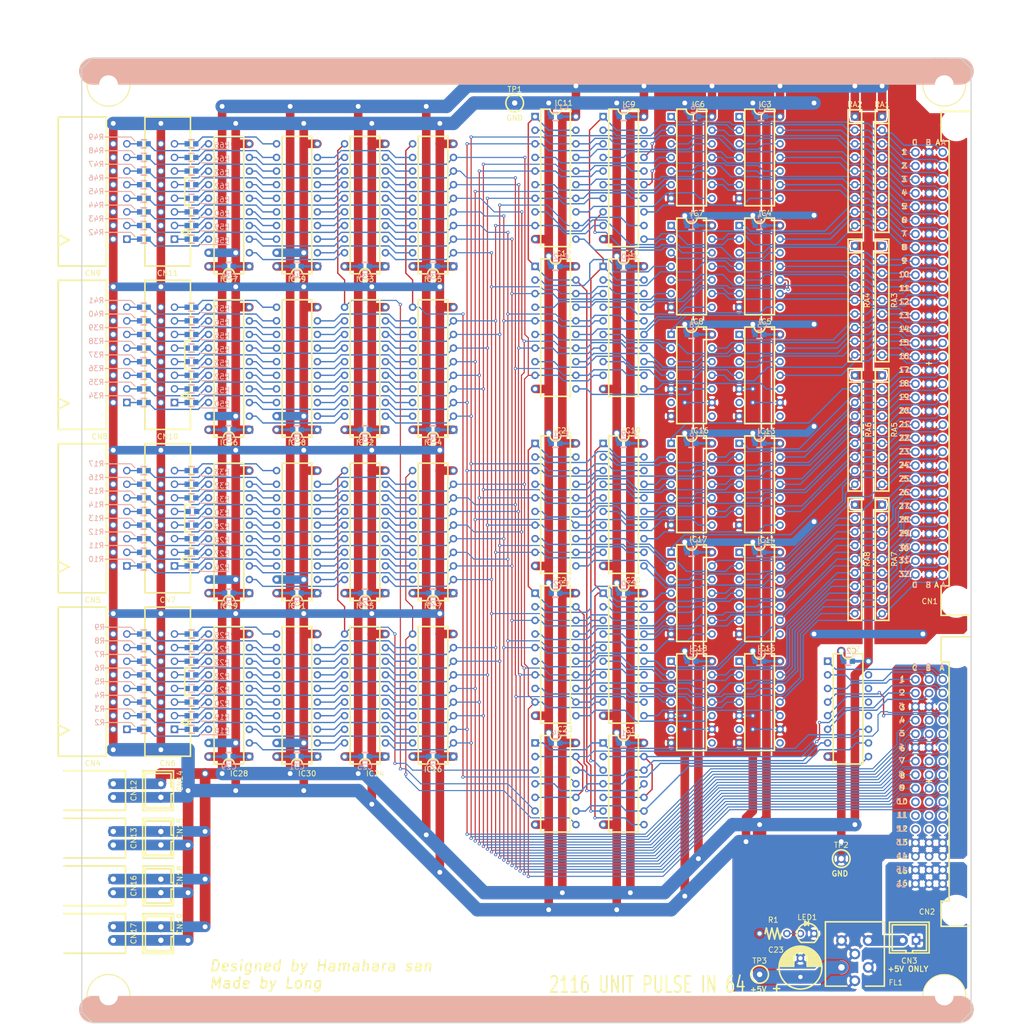
<source format=kicad_pcb>
(kicad_pcb (version 20171130) (host pcbnew "(5.1.10)-1")
  (title_block (title "2116 NEW UNIT PULSE IN 64") (rev 0) (company SHOWA-ELE) (comment 1 "designed by hamayan."))
  (layers (0 F.Cu signal) (31 B.Cu signal) (34 B.Paste user hide) (35 F.Paste user hide) (36 B.SilkS user) (37 F.SilkS user) (38 B.Mask user) (39 F.Mask user) (44 Edge.Cuts user))
  (net 0 "")
  (net 1 +5V)
  (net 2 GND)
  (net 3 "Net-(CN2-Pad10B)")
  (net 4 "Net-(CN2-Pad10C)")
  (net 5 "Net-(CN2-Pad11A)")
  (net 6 "Net-(CN2-Pad11B)")
  (net 7 "Net-(CN2-Pad11C)")
  (net 8 "Net-(IC2-Pad13)")
  (net 9 /A0)
  (net 10 /A1)
  (net 11 /A2)
  (net 12 /A3)
  (net 13 /A4)
  (net 14 /RD)
  (net 15 /C_ENB)
  (net 16 /D0)
  (net 17 /D1)
  (net 18 /D2)
  (net 19 /D3)
  (net 20 /D4)
  (net 21 /D5)
  (net 22 /D6)
  (net 23 /D7)
  (net 24 /D8)
  (net 25 /D9)
  (net 26 /D10)
  (net 27 /D11)
  (net 28 /D12)
  (net 29 /D13)
  (net 30 /D14)
  (net 31 /D15)
  (net 32 /PULSE_IN_01/P01)
  (net 33 /PULSE_IN_01/P17)
  (net 34 /PULSE_IN_01/P02)
  (net 35 /PULSE_IN_01/P18)
  (net 36 /PULSE_IN_01/P03)
  (net 37 /PULSE_IN_01/P19)
  (net 38 /PULSE_IN_01/P04)
  (net 39 /PULSE_IN_01/P20)
  (net 40 /PULSE_IN_01/P05)
  (net 41 /PULSE_IN_01/P21)
  (net 42 /PULSE_IN_01/P06)
  (net 43 /PULSE_IN_01/P22)
  (net 44 /PULSE_IN_01/P07)
  (net 45 /PULSE_IN_01/P23)
  (net 46 /PULSE_IN_01/P08)
  (net 47 /PULSE_IN_01/P24)
  (net 48 /PULSE_IN_01/P09)
  (net 49 /PULSE_IN_01/P25)
  (net 50 /PULSE_IN_01/P10)
  (net 51 /PULSE_IN_01/P26)
  (net 52 /PULSE_IN_01/P11)
  (net 53 /PULSE_IN_01/P27)
  (net 54 /PULSE_IN_01/P12)
  (net 55 /PULSE_IN_01/P28)
  (net 56 /PULSE_IN_01/P13)
  (net 57 /PULSE_IN_01/P29)
  (net 58 /PULSE_IN_01/P14)
  (net 59 /PULSE_IN_01/P30)
  (net 60 /PULSE_IN_01/P15)
  (net 61 /PULSE_IN_01/P31)
  (net 62 /PULSE_IN_01/P16)
  (net 63 /PULSE_IN_01/P32)
  (net 64 "Net-(CN2-Pad12A)")
  (net 65 "Net-(CN2-Pad12B)")
  (net 66 "Net-(CN2-Pad12C)")
  (net 67 "Net-(IC1-Pad1)")
  (net 68 /SEL02)
  (net 69 "Net-(IC1-Pad9)")
  (net 70 /SEL00)
  (net 71 "Net-(IC1-Pad4)")
  (net 72 /SEL03)
  (net 73 "Net-(IC1-Pad12)")
  (net 74 /SEL01)
  (net 75 "Net-(IC2-Pad12)")
  (net 76 "Net-(IC2-Pad14)")
  (net 77 "Net-(IC2-Pad15)")
  (net 78 /PULSE_IN_01/Q18)
  (net 79 /PULSE_IN_01/Q01)
  (net 80 /PULSE_IN_01/Q03)
  (net 81 /PULSE_IN_01/Q17)
  (net 82 /PULSE_IN_01/Q19)
  (net 83 /PULSE_IN_01/Q02)
  (net 84 /PULSE_IN_01/Q05)
  (net 85 /PULSE_IN_01/Q22)
  (net 86 /PULSE_IN_01/Q20)
  (net 87 /PULSE_IN_01/Q06)
  (net 88 /PULSE_IN_01/Q04)
  (net 89 /PULSE_IN_01/Q21)
  (net 90 /PULSE_IN_01/Q24)
  (net 91 /PULSE_IN_01/Q07)
  (net 92 /PULSE_IN_01/Q23)
  (net 93 /PULSE_IN_01/Q08)
  (net 94 /PULSE_IN_01/Q10)
  (net 95 /PULSE_IN_01/Q27)
  (net 96 /PULSE_IN_01/Q25)
  (net 97 /PULSE_IN_01/Q11)
  (net 98 /PULSE_IN_01/Q09)
  (net 99 /PULSE_IN_01/Q26)
  (net 100 /PULSE_IN_01/Q29)
  (net 101 /PULSE_IN_01/Q12)
  (net 102 /PULSE_IN_01/Q14)
  (net 103 /PULSE_IN_01/Q28)
  (net 104 /PULSE_IN_01/Q30)
  (net 105 /PULSE_IN_01/Q13)
  (net 106 /PULSE_IN_01/Q16)
  (net 107 /PULSE_IN_01/Q31)
  (net 108 /PULSE_IN_01/Q15)
  (net 109 /PULSE_IN_01/Q32)
  (net 110 /PULSE_IN_02/P33)
  (net 111 /PULSE_IN_02/Q50)
  (net 112 /PULSE_IN_02/Q33)
  (net 113 /PULSE_IN_02/P50)
  (net 114 /PULSE_IN_02/P49)
  (net 115 /PULSE_IN_02/Q35)
  (net 116 /PULSE_IN_02/Q49)
  (net 117 /PULSE_IN_02/P35)
  (net 118 /PULSE_IN_02/P34)
  (net 119 /PULSE_IN_02/Q51)
  (net 120 /PULSE_IN_02/Q34)
  (net 121 /PULSE_IN_02/P51)
  (net 122 /PULSE_IN_02/Q53)
  (net 123 /PULSE_IN_02/Q36)
  (net 124 /PULSE_IN_02/P53)
  (net 125 /PULSE_IN_02/P52)
  (net 126 /PULSE_IN_02/Q38)
  (net 127 /PULSE_IN_02/Q52)
  (net 128 /PULSE_IN_02/P38)
  (net 129 /PULSE_IN_02/P37)
  (net 130 /PULSE_IN_02/Q54)
  (net 131 /PULSE_IN_02/Q37)
  (net 132 /PULSE_IN_02/P54)
  (net 133 /PULSE_IN_02/P39)
  (net 134 /PULSE_IN_02/Q56)
  (net 135 /PULSE_IN_02/Q39)
  (net 136 /PULSE_IN_02/P56)
  (net 137 /PULSE_IN_02/P55)
  (net 138 /PULSE_IN_02/Q55)
  (net 139 /PULSE_IN_02/P40)
  (net 140 /PULSE_IN_02/Q40)
  (net 141 /PULSE_IN_02/P59)
  (net 142 /PULSE_IN_02/Q42)
  (net 143 /PULSE_IN_02/Q59)
  (net 144 /PULSE_IN_02/P42)
  (net 145 /PULSE_IN_02/P43)
  (net 146 /PULSE_IN_02/Q57)
  (net 147 /PULSE_IN_02/Q43)
  (net 148 /PULSE_IN_02/P57)
  (net 149 /PULSE_IN_02/P58)
  (net 150 /PULSE_IN_02/Q41)
  (net 151 /PULSE_IN_02/Q58)
  (net 152 /PULSE_IN_02/P41)
  (net 153 /PULSE_IN_02/P62)
  (net 154 /PULSE_IN_02/Q45)
  (net 155 /PULSE_IN_02/Q62)
  (net 156 /PULSE_IN_02/P45)
  (net 157 /PULSE_IN_02/P46)
  (net 158 /PULSE_IN_02/Q60)
  (net 159 /PULSE_IN_02/Q46)
  (net 160 /PULSE_IN_02/P60)
  (net 161 /PULSE_IN_02/P61)
  (net 162 /PULSE_IN_02/Q44)
  (net 163 /PULSE_IN_02/Q61)
  (net 164 /PULSE_IN_02/P44)
  (net 165 /PULSE_IN_02/Q48)
  (net 166 /PULSE_IN_02/P48)
  (net 167 /PULSE_IN_02/Q63)
  (net 168 /PULSE_IN_02/P63)
  (net 169 /PULSE_IN_02/P64)
  (net 170 /PULSE_IN_02/Q47)
  (net 171 /PULSE_IN_02/Q64)
  (net 172 /PULSE_IN_02/P47)
  (net 173 "Net-(LED1-Pad1)")
  (net 174 /PULSE_IN_02/P36)
  (net 175 "Net-(IC5-Pad8)")
  (net 176 "Net-(IC8-Pad8)")
  (net 177 "Net-(IC15-Pad8)")
  (net 178 "Net-(IC18-Pad8)")
  (net 179 "Net-(IC5-Pad6)")
  (net 180 "Net-(IC8-Pad6)")
  (net 181 "Net-(IC15-Pad6)")
  (net 182 "Net-(IC18-Pad6)")
  (net 183 VDD)
  (net 184 /WR)
  (net 185 "Net-(CN4-Pad1)")
  (net 186 "Net-(CN4-Pad3)")
  (net 187 "Net-(CN4-Pad5)")
  (net 188 "Net-(CN4-Pad7)")
  (net 189 "Net-(CN4-Pad9)")
  (net 190 "Net-(CN4-Pad11)")
  (net 191 "Net-(CN4-Pad13)")
  (net 192 "Net-(CN4-Pad15)")
  (net 193 "Net-(CN5-Pad15)")
  (net 194 "Net-(CN5-Pad13)")
  (net 195 "Net-(CN5-Pad11)")
  (net 196 "Net-(CN5-Pad9)")
  (net 197 "Net-(CN5-Pad7)")
  (net 198 "Net-(CN5-Pad5)")
  (net 199 "Net-(CN5-Pad3)")
  (net 200 "Net-(CN5-Pad1)")
  (net 201 "Net-(CN6-Pad15)")
  (net 202 "Net-(CN6-Pad13)")
  (net 203 "Net-(CN6-Pad11)")
  (net 204 "Net-(CN6-Pad9)")
  (net 205 "Net-(CN6-Pad7)")
  (net 206 "Net-(CN6-Pad5)")
  (net 207 "Net-(CN6-Pad3)")
  (net 208 "Net-(CN6-Pad1)")
  (net 209 "Net-(CN7-Pad1)")
  (net 210 "Net-(CN7-Pad3)")
  (net 211 "Net-(CN7-Pad5)")
  (net 212 "Net-(CN7-Pad7)")
  (net 213 "Net-(CN7-Pad9)")
  (net 214 "Net-(CN7-Pad11)")
  (net 215 "Net-(CN7-Pad13)")
  (net 216 "Net-(CN7-Pad15)")
  (net 217 "Net-(CN8-Pad1)")
  (net 218 "Net-(CN8-Pad3)")
  (net 219 "Net-(CN8-Pad5)")
  (net 220 "Net-(CN8-Pad7)")
  (net 221 "Net-(CN8-Pad9)")
  (net 222 "Net-(CN8-Pad11)")
  (net 223 "Net-(CN8-Pad13)")
  (net 224 "Net-(CN8-Pad15)")
  (net 225 "Net-(CN9-Pad15)")
  (net 226 "Net-(CN9-Pad13)")
  (net 227 "Net-(CN9-Pad11)")
  (net 228 "Net-(CN9-Pad9)")
  (net 229 "Net-(CN9-Pad7)")
  (net 230 "Net-(CN9-Pad5)")
  (net 231 "Net-(CN9-Pad3)")
  (net 232 "Net-(CN9-Pad1)")
  (net 233 "Net-(CN10-Pad15)")
  (net 234 "Net-(CN10-Pad13)")
  (net 235 "Net-(CN10-Pad11)")
  (net 236 "Net-(CN10-Pad9)")
  (net 237 "Net-(CN10-Pad7)")
  (net 238 "Net-(CN10-Pad5)")
  (net 239 "Net-(CN10-Pad3)")
  (net 240 "Net-(CN10-Pad1)")
  (net 241 "Net-(CN11-Pad1)")
  (net 242 "Net-(CN11-Pad3)")
  (net 243 "Net-(CN11-Pad5)")
  (net 244 "Net-(CN11-Pad7)")
  (net 245 "Net-(CN11-Pad9)")
  (net 246 "Net-(CN11-Pad11)")
  (net 247 "Net-(CN11-Pad13)")
  (net 248 "Net-(CN11-Pad15)")
  (net 249 /W02)
  (net 250 /W00)
  (net 251 /W03)
  (net 252 /W01)
  (net 253 /PULSE_OUT_01/Q08)
  (net 254 /PULSE_OUT_01/Q01)
  (net 255 /PULSE_OUT_01/Q02)
  (net 256 /PULSE_OUT_01/Q03)
  (net 257 /PULSE_OUT_01/Q04)
  (net 258 /PULSE_OUT_01/Q05)
  (net 259 /PULSE_OUT_01/Q06)
  (net 260 /PULSE_OUT_01/Q07)
  (net 261 /PULSE_OUT_01/Q15)
  (net 262 /PULSE_OUT_01/Q14)
  (net 263 /PULSE_OUT_01/Q13)
  (net 264 /PULSE_OUT_01/Q12)
  (net 265 /PULSE_OUT_01/Q11)
  (net 266 /PULSE_OUT_01/Q10)
  (net 267 /PULSE_OUT_01/Q09)
  (net 268 /PULSE_OUT_01/Q16)
  (net 269 /PULSE_OUT_01/Q39)
  (net 270 /PULSE_OUT_01/Q38)
  (net 271 /PULSE_OUT_01/Q37)
  (net 272 /PULSE_OUT_01/Q36)
  (net 273 /PULSE_OUT_01/Q35)
  (net 274 /PULSE_OUT_01/Q34)
  (net 275 /PULSE_OUT_01/Q33)
  (net 276 /PULSE_OUT_01/Q40)
  (net 277 /PULSE_OUT_01/Q47)
  (net 278 /PULSE_OUT_01/Q46)
  (net 279 /PULSE_OUT_01/Q45)
  (net 280 /PULSE_OUT_01/Q44)
  (net 281 /PULSE_OUT_01/Q43)
  (net 282 /PULSE_OUT_01/Q42)
  (net 283 /PULSE_OUT_01/Q41)
  (net 284 /PULSE_OUT_01/Q48)
  (net 285 /PULSE_OUT_01/OUT07)
  (net 286 /PULSE_OUT_01/OUT08)
  (net 287 /PULSE_OUT_01/OUT01)
  (net 288 /PULSE_OUT_01/OUT02)
  (net 289 /PULSE_OUT_01/OUT03)
  (net 290 /PULSE_OUT_01/OUT04)
  (net 291 /PULSE_OUT_01/OUT05)
  (net 292 /PULSE_OUT_01/OUT06)
  (net 293 /PULSE_OUT_01/OUT14)
  (net 294 /PULSE_OUT_01/OUT13)
  (net 295 /PULSE_OUT_01/OUT12)
  (net 296 /PULSE_OUT_01/OUT11)
  (net 297 /PULSE_OUT_01/OUT10)
  (net 298 /PULSE_OUT_01/OUT09)
  (net 299 /PULSE_OUT_01/OUT16)
  (net 300 /PULSE_OUT_01/OUT15)
  (net 301 /PULSE_OUT_01/OUT39)
  (net 302 /PULSE_OUT_01/OUT40)
  (net 303 /PULSE_OUT_01/OUT33)
  (net 304 /PULSE_OUT_01/OUT34)
  (net 305 /PULSE_OUT_01/OUT35)
  (net 306 /PULSE_OUT_01/OUT36)
  (net 307 /PULSE_OUT_01/OUT37)
  (net 308 /PULSE_OUT_01/OUT38)
  (net 309 /PULSE_OUT_01/OUT46)
  (net 310 /PULSE_OUT_01/OUT45)
  (net 311 /PULSE_OUT_01/OUT44)
  (net 312 /PULSE_OUT_01/OUT43)
  (net 313 /PULSE_OUT_01/OUT42)
  (net 314 /PULSE_OUT_01/OUT41)
  (net 315 /PULSE_OUT_01/OUT48)
  (net 316 /PULSE_OUT_01/OUT47)
  (net 317 /PULSE_OUT_02/Q23)
  (net 318 /PULSE_OUT_02/Q22)
  (net 319 /PULSE_OUT_02/Q21)
  (net 320 /PULSE_OUT_02/Q20)
  (net 321 /PULSE_OUT_02/Q19)
  (net 322 /PULSE_OUT_02/Q18)
  (net 323 /PULSE_OUT_02/Q17)
  (net 324 /PULSE_OUT_02/Q24)
  (net 325 /PULSE_OUT_02/Q32)
  (net 326 /PULSE_OUT_02/Q25)
  (net 327 /PULSE_OUT_02/Q26)
  (net 328 /PULSE_OUT_02/Q27)
  (net 329 /PULSE_OUT_02/Q28)
  (net 330 /PULSE_OUT_02/Q29)
  (net 331 /PULSE_OUT_02/Q30)
  (net 332 /PULSE_OUT_02/Q31)
  (net 333 /PULSE_OUT_02/Q55)
  (net 334 /PULSE_OUT_02/Q54)
  (net 335 /PULSE_OUT_02/Q53)
  (net 336 /PULSE_OUT_02/Q52)
  (net 337 /PULSE_OUT_02/Q51)
  (net 338 /PULSE_OUT_02/Q50)
  (net 339 /PULSE_OUT_02/Q49)
  (net 340 /PULSE_OUT_02/Q56)
  (net 341 /PULSE_OUT_02/Q64)
  (net 342 /PULSE_OUT_02/Q57)
  (net 343 /PULSE_OUT_02/Q58)
  (net 344 /PULSE_OUT_02/Q59)
  (net 345 /PULSE_OUT_02/Q60)
  (net 346 /PULSE_OUT_02/Q61)
  (net 347 /PULSE_OUT_02/Q62)
  (net 348 /PULSE_OUT_02/Q63)
  (net 349 /PULSE_OUT_02/OUT23)
  (net 350 /PULSE_OUT_02/OUT24)
  (net 351 /PULSE_OUT_02/OUT17)
  (net 352 /PULSE_OUT_02/OUT18)
  (net 353 /PULSE_OUT_02/OUT19)
  (net 354 /PULSE_OUT_02/OUT20)
  (net 355 /PULSE_OUT_02/OUT21)
  (net 356 /PULSE_OUT_02/OUT22)
  (net 357 /PULSE_OUT_02/OUT30)
  (net 358 /PULSE_OUT_02/OUT29)
  (net 359 /PULSE_OUT_02/OUT28)
  (net 360 /PULSE_OUT_02/OUT27)
  (net 361 /PULSE_OUT_02/OUT26)
  (net 362 /PULSE_OUT_02/OUT25)
  (net 363 /PULSE_OUT_02/OUT32)
  (net 364 /PULSE_OUT_02/OUT31)
  (net 365 /PULSE_OUT_02/OUT55)
  (net 366 /PULSE_OUT_02/OUT56)
  (net 367 /PULSE_OUT_02/OUT49)
  (net 368 /PULSE_OUT_02/OUT50)
  (net 369 /PULSE_OUT_02/OUT51)
  (net 370 /PULSE_OUT_02/OUT52)
  (net 371 /PULSE_OUT_02/OUT53)
  (net 372 /PULSE_OUT_02/OUT54)
  (net 373 /PULSE_OUT_02/OUT63)
  (net 374 /PULSE_OUT_02/OUT64)
  (net 375 /PULSE_OUT_02/OUT57)
  (net 376 /PULSE_OUT_02/OUT58)
  (net 377 /PULSE_OUT_02/OUT59)
  (net 378 /PULSE_OUT_02/OUT60)
  (net 379 /PULSE_OUT_02/OUT61)
  (net 380 /PULSE_OUT_02/OUT62)
  (module A01myFootPrint:ic_DIP-20_W7.62mm (layer F.Cu) (at 81.28 149.86 180)
    (fp_text reference IC29 (at 3.81 -2.39) (layer F.SilkS))
    (fp_text value 74HCT541)
    (pad 1 thru_hole rect (at 0 0 180) (size 1.4 1.4) (drill 0.8) (layers *.Cu *.Mask) (net 2 GND))
    (pad 13 thru_hole oval (at 7.62 17.78 180) (size 1.4 1.4) (drill 0.8) (layers *.Cu *.Mask) (net 293 /PULSE_OUT_01/OUT14))
    (pad 2 thru_hole oval (at 0 2.54 180) (size 1.4 1.4) (drill 0.8) (layers *.Cu *.Mask) (net 267 /PULSE_OUT_01/Q09))
    (pad 14 thru_hole oval (at 7.62 15.24 180) (size 1.4 1.4) (drill 0.8) (layers *.Cu *.Mask) (net 294 /PULSE_OUT_01/OUT13))
    (pad 3 thru_hole oval (at 0 5.08 180) (size 1.4 1.4) (drill 0.8) (layers *.Cu *.Mask) (net 266 /PULSE_OUT_01/Q10))
    (pad 15 thru_hole oval (at 7.62 12.7 180) (size 1.4 1.4) (drill 0.8) (layers *.Cu *.Mask) (net 295 /PULSE_OUT_01/OUT12))
    (pad 4 thru_hole oval (at 0 7.62 180) (size 1.4 1.4) (drill 0.8) (layers *.Cu *.Mask) (net 265 /PULSE_OUT_01/Q11))
    (pad 16 thru_hole oval (at 7.62 10.16 180) (size 1.4 1.4) (drill 0.8) (layers *.Cu *.Mask) (net 296 /PULSE_OUT_01/OUT11))
    (pad 5 thru_hole oval (at 0 10.16 180) (size 1.4 1.4) (drill 0.8) (layers *.Cu *.Mask) (net 264 /PULSE_OUT_01/Q12))
    (pad 17 thru_hole oval (at 7.62 7.62 180) (size 1.4 1.4) (drill 0.8) (layers *.Cu *.Mask) (net 297 /PULSE_OUT_01/OUT10))
    (pad 6 thru_hole oval (at 0 12.7 180) (size 1.4 1.4) (drill 0.8) (layers *.Cu *.Mask) (net 263 /PULSE_OUT_01/Q13))
    (pad 18 thru_hole oval (at 7.62 5.08 180) (size 1.4 1.4) (drill 0.8) (layers *.Cu *.Mask) (net 298 /PULSE_OUT_01/OUT09))
    (pad 7 thru_hole oval (at 0 15.24 180) (size 1.4 1.4) (drill 0.8) (layers *.Cu *.Mask) (net 262 /PULSE_OUT_01/Q14))
    (pad 19 thru_hole oval (at 7.62 2.54 180) (size 1.4 1.4) (drill 0.8) (layers *.Cu *.Mask) (net 2 GND))
    (pad 8 thru_hole oval (at 0 17.78 180) (size 1.4 1.4) (drill 0.8) (layers *.Cu *.Mask) (net 261 /PULSE_OUT_01/Q15))
    (pad 20 thru_hole oval (at 7.62 0 180) (size 1.4 1.4) (drill 0.8) (layers *.Cu *.Mask) (net 1 +5V))
    (pad 9 thru_hole oval (at 0 20.32 180) (size 1.4 1.4) (drill 0.8) (layers *.Cu *.Mask) (net 268 /PULSE_OUT_01/Q16))
    (pad 10 thru_hole oval (at 0 22.86 180) (size 1.4 1.4) (drill 0.8) (layers *.Cu *.Mask) (net 2 GND))
    (pad 11 thru_hole oval (at 7.62 22.86 180) (size 1.4 1.4) (drill 0.8) (layers *.Cu *.Mask) (net 299 /PULSE_OUT_01/OUT16))
    (pad 12 thru_hole oval (at 7.62 20.32 180) (size 1.4 1.4) (drill 0.8) (layers *.Cu *.Mask) (net 300 /PULSE_OUT_01/OUT15))
  )
  (module A01myFootPrint:ic_DIP-20_W7.62mm (layer F.Cu) (at 81.28 180.34 180)
    (fp_text reference IC28 (at 1.905 -3.175) (layer F.SilkS))
    (fp_text value 74HCT541)
    (pad 12 thru_hole oval (at 7.62 20.32 180) (size 1.4 1.4) (drill 0.8) (layers *.Cu *.Mask) (net 285 /PULSE_OUT_01/OUT07))
    (pad 11 thru_hole oval (at 7.62 22.86 180) (size 1.4 1.4) (drill 0.8) (layers *.Cu *.Mask) (net 286 /PULSE_OUT_01/OUT08))
    (pad 10 thru_hole oval (at 0 22.86 180) (size 1.4 1.4) (drill 0.8) (layers *.Cu *.Mask) (net 2 GND))
    (pad 9 thru_hole oval (at 0 20.32 180) (size 1.4 1.4) (drill 0.8) (layers *.Cu *.Mask) (net 253 /PULSE_OUT_01/Q08))
    (pad 20 thru_hole oval (at 7.62 0 180) (size 1.4 1.4) (drill 0.8) (layers *.Cu *.Mask) (net 1 +5V))
    (pad 8 thru_hole oval (at 0 17.78 180) (size 1.4 1.4) (drill 0.8) (layers *.Cu *.Mask) (net 260 /PULSE_OUT_01/Q07))
    (pad 19 thru_hole oval (at 7.62 2.54 180) (size 1.4 1.4) (drill 0.8) (layers *.Cu *.Mask) (net 2 GND))
    (pad 7 thru_hole oval (at 0 15.24 180) (size 1.4 1.4) (drill 0.8) (layers *.Cu *.Mask) (net 259 /PULSE_OUT_01/Q06))
    (pad 18 thru_hole oval (at 7.62 5.08 180) (size 1.4 1.4) (drill 0.8) (layers *.Cu *.Mask) (net 287 /PULSE_OUT_01/OUT01))
    (pad 6 thru_hole oval (at 0 12.7 180) (size 1.4 1.4) (drill 0.8) (layers *.Cu *.Mask) (net 258 /PULSE_OUT_01/Q05))
    (pad 17 thru_hole oval (at 7.62 7.62 180) (size 1.4 1.4) (drill 0.8) (layers *.Cu *.Mask) (net 288 /PULSE_OUT_01/OUT02))
    (pad 5 thru_hole oval (at 0 10.16 180) (size 1.4 1.4) (drill 0.8) (layers *.Cu *.Mask) (net 257 /PULSE_OUT_01/Q04))
    (pad 16 thru_hole oval (at 7.62 10.16 180) (size 1.4 1.4) (drill 0.8) (layers *.Cu *.Mask) (net 289 /PULSE_OUT_01/OUT03))
    (pad 4 thru_hole oval (at 0 7.62 180) (size 1.4 1.4) (drill 0.8) (layers *.Cu *.Mask) (net 256 /PULSE_OUT_01/Q03))
    (pad 15 thru_hole oval (at 7.62 12.7 180) (size 1.4 1.4) (drill 0.8) (layers *.Cu *.Mask) (net 290 /PULSE_OUT_01/OUT04))
    (pad 3 thru_hole oval (at 0 5.08 180) (size 1.4 1.4) (drill 0.8) (layers *.Cu *.Mask) (net 255 /PULSE_OUT_01/Q02))
    (pad 14 thru_hole oval (at 7.62 15.24 180) (size 1.4 1.4) (drill 0.8) (layers *.Cu *.Mask) (net 291 /PULSE_OUT_01/OUT05))
    (pad 2 thru_hole oval (at 0 2.54 180) (size 1.4 1.4) (drill 0.8) (layers *.Cu *.Mask) (net 254 /PULSE_OUT_01/Q01))
    (pad 13 thru_hole oval (at 7.62 17.78 180) (size 1.4 1.4) (drill 0.8) (layers *.Cu *.Mask) (net 292 /PULSE_OUT_01/OUT06))
    (pad 1 thru_hole rect (at 0 0 180) (size 1.4 1.4) (drill 0.8) (layers *.Cu *.Mask) (net 2 GND))
  )
  (module A01myFootPrint:ic_DIP-20_W7.62mm (layer F.Cu) (at 119.38 88.9 180)
    (fp_text reference IC35 (at 3.81 -2.39) (layer F.SilkS))
    (fp_text value 74HCT574)
    (pad 12 thru_hole oval (at 7.62 20.32 180) (size 1.4 1.4) (drill 0.8) (layers *.Cu *.Mask) (net 341 /PULSE_OUT_02/Q64))
    (pad 11 thru_hole oval (at 7.62 22.86 180) (size 1.4 1.4) (drill 0.8) (layers *.Cu *.Mask) (net 251 /W03))
    (pad 10 thru_hole oval (at 0 22.86 180) (size 1.4 1.4) (drill 0.8) (layers *.Cu *.Mask) (net 2 GND))
    (pad 9 thru_hole oval (at 0 20.32 180) (size 1.4 1.4) (drill 0.8) (layers *.Cu *.Mask) (net 31 /D15))
    (pad 20 thru_hole oval (at 7.62 0 180) (size 1.4 1.4) (drill 0.8) (layers *.Cu *.Mask) (net 1 +5V))
    (pad 8 thru_hole oval (at 0 17.78 180) (size 1.4 1.4) (drill 0.8) (layers *.Cu *.Mask) (net 30 /D14))
    (pad 19 thru_hole oval (at 7.62 2.54 180) (size 1.4 1.4) (drill 0.8) (layers *.Cu *.Mask) (net 342 /PULSE_OUT_02/Q57))
    (pad 7 thru_hole oval (at 0 15.24 180) (size 1.4 1.4) (drill 0.8) (layers *.Cu *.Mask) (net 29 /D13))
    (pad 18 thru_hole oval (at 7.62 5.08 180) (size 1.4 1.4) (drill 0.8) (layers *.Cu *.Mask) (net 343 /PULSE_OUT_02/Q58))
    (pad 6 thru_hole oval (at 0 12.7 180) (size 1.4 1.4) (drill 0.8) (layers *.Cu *.Mask) (net 28 /D12))
    (pad 17 thru_hole oval (at 7.62 7.62 180) (size 1.4 1.4) (drill 0.8) (layers *.Cu *.Mask) (net 344 /PULSE_OUT_02/Q59))
    (pad 5 thru_hole oval (at 0 10.16 180) (size 1.4 1.4) (drill 0.8) (layers *.Cu *.Mask) (net 27 /D11))
    (pad 16 thru_hole oval (at 7.62 10.16 180) (size 1.4 1.4) (drill 0.8) (layers *.Cu *.Mask) (net 345 /PULSE_OUT_02/Q60))
    (pad 4 thru_hole oval (at 0 7.62 180) (size 1.4 1.4) (drill 0.8) (layers *.Cu *.Mask) (net 26 /D10))
    (pad 15 thru_hole oval (at 7.62 12.7 180) (size 1.4 1.4) (drill 0.8) (layers *.Cu *.Mask) (net 346 /PULSE_OUT_02/Q61))
    (pad 3 thru_hole oval (at 0 5.08 180) (size 1.4 1.4) (drill 0.8) (layers *.Cu *.Mask) (net 25 /D9))
    (pad 14 thru_hole oval (at 7.62 15.24 180) (size 1.4 1.4) (drill 0.8) (layers *.Cu *.Mask) (net 347 /PULSE_OUT_02/Q62))
    (pad 2 thru_hole oval (at 0 2.54 180) (size 1.4 1.4) (drill 0.8) (layers *.Cu *.Mask) (net 24 /D8))
    (pad 13 thru_hole oval (at 7.62 17.78 180) (size 1.4 1.4) (drill 0.8) (layers *.Cu *.Mask) (net 348 /PULSE_OUT_02/Q63))
    (pad 1 thru_hole rect (at 0 0 180) (size 1.4 1.4) (drill 0.8) (layers *.Cu *.Mask) (net 2 GND))
  )
  (module A01myFootPrint:cn_09031966921 (layer F.Cu) (at 216 107 270)
    (fp_text reference CN1 (at 44.384 7.72 180) (layer F.SilkS))
    (fp_text value 09031966921)
    (pad 17C thru_hole circle (at 1.27 10.38 270) (size 1.6 1.6) (drill 1) (layers *.Cu *.Mask) (net 114 /PULSE_IN_02/P49))
    (pad 18C thru_hole circle (at 3.81 10.38 270) (size 1.6 1.6) (drill 1) (layers *.Cu *.Mask) (net 113 /PULSE_IN_02/P50))
    (pad 19C thru_hole circle (at 6.35 10.38 270) (size 1.6 1.6) (drill 1) (layers *.Cu *.Mask) (net 121 /PULSE_IN_02/P51))
    (pad 20C thru_hole circle (at 8.89 10.38 270) (size 1.6 1.6) (drill 1) (layers *.Cu *.Mask) (net 125 /PULSE_IN_02/P52))
    (pad 21C thru_hole circle (at 11.43 10.38 270) (size 1.6 1.6) (drill 1) (layers *.Cu *.Mask) (net 124 /PULSE_IN_02/P53))
    (pad 22C thru_hole circle (at 13.97 10.38 270) (size 1.6 1.6) (drill 1) (layers *.Cu *.Mask) (net 132 /PULSE_IN_02/P54))
    (pad 24C thru_hole circle (at 19.05 10.38 270) (size 1.6 1.6) (drill 1) (layers *.Cu *.Mask) (net 136 /PULSE_IN_02/P56))
    (pad 23C thru_hole circle (at 16.51 10.38 270) (size 1.6 1.6) (drill 1) (layers *.Cu *.Mask) (net 137 /PULSE_IN_02/P55))
    (pad 25C thru_hole circle (at 21.59 10.38 270) (size 1.6 1.6) (drill 1) (layers *.Cu *.Mask) (net 148 /PULSE_IN_02/P57))
    (pad 26C thru_hole circle (at 24.13 10.38 270) (size 1.6 1.6) (drill 1) (layers *.Cu *.Mask) (net 149 /PULSE_IN_02/P58))
    (pad 27C thru_hole circle (at 26.67 10.38 270) (size 1.6 1.6) (drill 1) (layers *.Cu *.Mask) (net 141 /PULSE_IN_02/P59))
    (pad 28C thru_hole circle (at 29.21 10.38 270) (size 1.6 1.6) (drill 1) (layers *.Cu *.Mask) (net 160 /PULSE_IN_02/P60))
    (pad 29C thru_hole circle (at 31.75 10.38 270) (size 1.6 1.6) (drill 1) (layers *.Cu *.Mask) (net 161 /PULSE_IN_02/P61))
    (pad 30C thru_hole circle (at 34.29 10.38 270) (size 1.6 1.6) (drill 1) (layers *.Cu *.Mask) (net 153 /PULSE_IN_02/P62))
    (pad 31C thru_hole circle (at 36.83 10.38 270) (size 1.6 1.6) (drill 1) (layers *.Cu *.Mask) (net 168 /PULSE_IN_02/P63))
    (pad 32C thru_hole circle (at 39.37 10.38 270) (size 1.6 1.6) (drill 1) (layers *.Cu *.Mask) (net 169 /PULSE_IN_02/P64))
    (pad 17B thru_hole circle (at 1.27 7.84 270) (size 1.6 1.6) (drill 1) (layers *.Cu *.Mask) (net 2 GND))
    (pad 18B thru_hole circle (at 3.81 7.84 270) (size 1.6 1.6) (drill 1) (layers *.Cu *.Mask) (net 2 GND))
    (pad 19B thru_hole circle (at 6.35 7.84 270) (size 1.6 1.6) (drill 1) (layers *.Cu *.Mask) (net 2 GND))
    (pad 20B thru_hole circle (at 8.89 7.84 270) (size 1.6 1.6) (drill 1) (layers *.Cu *.Mask) (net 2 GND))
    (pad 21B thru_hole circle (at 11.43 7.84 270) (size 1.6 1.6) (drill 1) (layers *.Cu *.Mask) (net 2 GND))
    (pad 22B thru_hole circle (at 13.97 7.84 270) (size 1.6 1.6) (drill 1) (layers *.Cu *.Mask) (net 2 GND))
    (pad 24B thru_hole circle (at 19.05 7.84 270) (size 1.6 1.6) (drill 1) (layers *.Cu *.Mask) (net 2 GND))
    (pad 23B thru_hole circle (at 16.51 7.84 270) (size 1.6 1.6) (drill 1) (layers *.Cu *.Mask) (net 2 GND))
    (pad 25B thru_hole circle (at 21.59 7.84 270) (size 1.6 1.6) (drill 1) (layers *.Cu *.Mask) (net 2 GND))
    (pad 26B thru_hole circle (at 24.13 7.84 270) (size 1.6 1.6) (drill 1) (layers *.Cu *.Mask) (net 2 GND))
    (pad 27B thru_hole circle (at 26.67 7.84 270) (size 1.6 1.6) (drill 1) (layers *.Cu *.Mask) (net 2 GND))
    (pad 28B thru_hole circle (at 29.21 7.84 270) (size 1.6 1.6) (drill 1) (layers *.Cu *.Mask) (net 2 GND))
    (pad 29B thru_hole circle (at 31.75 7.84 270) (size 1.6 1.6) (drill 1) (layers *.Cu *.Mask) (net 2 GND))
    (pad 30B thru_hole circle (at 34.29 7.84 270) (size 1.6 1.6) (drill 1) (layers *.Cu *.Mask) (net 2 GND))
    (pad 31B thru_hole circle (at 36.83 7.84 270) (size 1.6 1.6) (drill 1) (layers *.Cu *.Mask) (net 2 GND))
    (pad 32B thru_hole circle (at 39.37 7.84 270) (size 1.6 1.6) (drill 1) (layers *.Cu *.Mask) (net 2 GND))
    (pad 32A thru_hole circle (at 39.37 5.3 270) (size 1.6 1.6) (drill 1) (layers *.Cu *.Mask) (net 166 /PULSE_IN_02/P48))
    (pad 31A thru_hole circle (at 36.83 5.3 270) (size 1.6 1.6) (drill 1) (layers *.Cu *.Mask) (net 172 /PULSE_IN_02/P47))
    (pad 30A thru_hole circle (at 34.29 5.3 270) (size 1.6 1.6) (drill 1) (layers *.Cu *.Mask) (net 157 /PULSE_IN_02/P46))
    (pad 29A thru_hole circle (at 31.75 5.3 270) (size 1.6 1.6) (drill 1) (layers *.Cu *.Mask) (net 156 /PULSE_IN_02/P45))
    (pad 28A thru_hole circle (at 29.21 5.3 270) (size 1.6 1.6) (drill 1) (layers *.Cu *.Mask) (net 164 /PULSE_IN_02/P44))
    (pad 27A thru_hole circle (at 26.67 5.3 270) (size 1.6 1.6) (drill 1) (layers *.Cu *.Mask) (net 145 /PULSE_IN_02/P43))
    (pad 26A thru_hole circle (at 24.13 5.3 270) (size 1.6 1.6) (drill 1) (layers *.Cu *.Mask) (net 144 /PULSE_IN_02/P42))
    (pad 25A thru_hole circle (at 21.59 5.3 270) (size 1.6 1.6) (drill 1) (layers *.Cu *.Mask) (net 152 /PULSE_IN_02/P41))
    (pad 24A thru_hole circle (at 19.05 5.3 270) (size 1.6 1.6) (drill 1) (layers *.Cu *.Mask) (net 139 /PULSE_IN_02/P40))
    (pad 23A thru_hole circle (at 16.51 5.3 270) (size 1.6 1.6) (drill 1) (layers *.Cu *.Mask) (net 133 /PULSE_IN_02/P39))
    (pad 22A thru_hole circle (at 13.97 5.3 270) (size 1.6 1.6) (drill 1) (layers *.Cu *.Mask) (net 128 /PULSE_IN_02/P38))
    (pad 21A thru_hole circle (at 11.43 5.3 270) (size 1.6 1.6) (drill 1) (layers *.Cu *.Mask) (net 129 /PULSE_IN_02/P37))
    (pad 20A thru_hole circle (at 8.89 5.3 270) (size 1.6 1.6) (drill 1) (layers *.Cu *.Mask) (net 174 /PULSE_IN_02/P36))
    (pad 19A thru_hole circle (at 6.35 5.3 270) (size 1.6 1.6) (drill 1) (layers *.Cu *.Mask) (net 117 /PULSE_IN_02/P35))
    (pad 18A thru_hole circle (at 3.81 5.3 270) (size 1.6 1.6) (drill 1) (layers *.Cu *.Mask) (net 118 /PULSE_IN_02/P34))
    (pad 17A thru_hole circle (at 1.27 5.3 270) (size 1.6 1.6) (drill 1) (layers *.Cu *.Mask) (net 110 /PULSE_IN_02/P33))
    (pad "" np_thru_hole circle (at 44.45 2.76 270) (size 2.8 2.8) (drill 2.8) (layers *.Cu *.Mask) (clearance 1.6))
    (pad "" np_thru_hole circle (at -44.45 2.76 270) (size 2.8 2.8) (drill 2.8) (layers *.Cu *.Mask) (clearance 1.6))
    (pad 16C thru_hole circle (at -1.27 10.38 270) (size 1.6 1.6) (drill 1) (layers *.Cu *.Mask) (net 63 /PULSE_IN_01/P32))
    (pad 16B thru_hole circle (at -1.27 7.84 270) (size 1.6 1.6) (drill 1) (layers *.Cu *.Mask) (net 2 GND))
    (pad 16A thru_hole circle (at -1.27 5.3 270) (size 1.6 1.6) (drill 1) (layers *.Cu *.Mask) (net 62 /PULSE_IN_01/P16))
    (pad 15C thru_hole circle (at -3.81 10.38 270) (size 1.6 1.6) (drill 1) (layers *.Cu *.Mask) (net 61 /PULSE_IN_01/P31))
    (pad 15B thru_hole circle (at -3.81 7.84 270) (size 1.6 1.6) (drill 1) (layers *.Cu *.Mask) (net 2 GND))
    (pad 15A thru_hole circle (at -3.81 5.3 270) (size 1.6 1.6) (drill 1) (layers *.Cu *.Mask) (net 60 /PULSE_IN_01/P15))
    (pad 14C thru_hole circle (at -6.35 10.38 270) (size 1.6 1.6) (drill 1) (layers *.Cu *.Mask) (net 59 /PULSE_IN_01/P30))
    (pad 14B thru_hole circle (at -6.35 7.84 270) (size 1.6 1.6) (drill 1) (layers *.Cu *.Mask) (net 2 GND))
    (pad 14A thru_hole circle (at -6.35 5.3 270) (size 1.6 1.6) (drill 1) (layers *.Cu *.Mask) (net 58 /PULSE_IN_01/P14))
    (pad 13C thru_hole circle (at -8.89 10.38 270) (size 1.6 1.6) (drill 1) (layers *.Cu *.Mask) (net 57 /PULSE_IN_01/P29))
    (pad 13B thru_hole circle (at -8.89 7.84 270) (size 1.6 1.6) (drill 1) (layers *.Cu *.Mask) (net 2 GND))
    (pad 13A thru_hole circle (at -8.89 5.3 270) (size 1.6 1.6) (drill 1) (layers *.Cu *.Mask) (net 56 /PULSE_IN_01/P13))
    (pad 12C thru_hole circle (at -11.43 10.38 270) (size 1.6 1.6) (drill 1) (layers *.Cu *.Mask) (net 55 /PULSE_IN_01/P28))
    (pad 12B thru_hole circle (at -11.43 7.84 270) (size 1.6 1.6) (drill 1) (layers *.Cu *.Mask) (net 2 GND))
    (pad 12A thru_hole circle (at -11.43 5.3 270) (size 1.6 1.6) (drill 1) (layers *.Cu *.Mask) (net 54 /PULSE_IN_01/P12))
    (pad 11C thru_hole circle (at -13.97 10.38 270) (size 1.6 1.6) (drill 1) (layers *.Cu *.Mask) (net 53 /PULSE_IN_01/P27))
    (pad 11B thru_hole circle (at -13.97 7.84 270) (size 1.6 1.6) (drill 1) (layers *.Cu *.Mask) (net 2 GND))
    (pad 11A thru_hole circle (at -13.97 5.3 270) (size 1.6 1.6) (drill 1) (layers *.Cu *.Mask) (net 52 /PULSE_IN_01/P11))
    (pad 10C thru_hole circle (at -16.51 10.38 270) (size 1.6 1.6) (drill 1) (layers *.Cu *.Mask) (net 51 /PULSE_IN_01/P26))
    (pad 10B thru_hole circle (at -16.51 7.84 270) (size 1.6 1.6) (drill 1) (layers *.Cu *.Mask) (net 2 GND))
    (pad 10A thru_hole circle (at -16.51 5.3 270) (size 1.6 1.6) (drill 1) (layers *.Cu *.Mask) (net 50 /PULSE_IN_01/P10))
    (pad 9C thru_hole circle (at -19.05 10.38 270) (size 1.6 1.6) (drill 1) (layers *.Cu *.Mask) (net 49 /PULSE_IN_01/P25))
    (pad 9B thru_hole circle (at -19.05 7.84 270) (size 1.6 1.6) (drill 1) (layers *.Cu *.Mask) (net 2 GND))
    (pad 9A thru_hole circle (at -19.05 5.3 270) (size 1.6 1.6) (drill 1) (layers *.Cu *.Mask) (net 48 /PULSE_IN_01/P09))
    (pad 8C thru_hole circle (at -21.59 10.38 270) (size 1.6 1.6) (drill 1) (layers *.Cu *.Mask) (net 47 /PULSE_IN_01/P24))
    (pad 8B thru_hole circle (at -21.59 7.84 270) (size 1.6 1.6) (drill 1) (layers *.Cu *.Mask) (net 2 GND))
    (pad 8A thru_hole circle (at -21.59 5.3 270) (size 1.6 1.6) (drill 1) (layers *.Cu *.Mask) (net 46 /PULSE_IN_01/P08))
    (pad 7C thru_hole circle (at -24.13 10.38 270) (size 1.6 1.6) (drill 1) (layers *.Cu *.Mask) (net 45 /PULSE_IN_01/P23))
    (pad 7B thru_hole circle (at -24.13 7.84 270) (size 1.6 1.6) (drill 1) (layers *.Cu *.Mask) (net 2 GND))
    (pad 7A thru_hole circle (at -24.13 5.3 270) (size 1.6 1.6) (drill 1) (layers *.Cu *.Mask) (net 44 /PULSE_IN_01/P07))
    (pad 6C thru_hole circle (at -26.67 10.38 270) (size 1.6 1.6) (drill 1) (layers *.Cu *.Mask) (net 43 /PULSE_IN_01/P22))
    (pad 6B thru_hole circle (at -26.67 7.84 270) (size 1.6 1.6) (drill 1) (layers *.Cu *.Mask) (net 2 GND))
    (pad 6A thru_hole circle (at -26.67 5.3 270) (size 1.6 1.6) (drill 1) (layers *.Cu *.Mask) (net 42 /PULSE_IN_01/P06))
    (pad 5C thru_hole circle (at -29.21 10.38 270) (size 1.6 1.6) (drill 1) (layers *.Cu *.Mask) (net 41 /PULSE_IN_01/P21))
    (pad 5B thru_hole circle (at -29.21 7.84 270) (size 1.6 1.6) (drill 1) (layers *.Cu *.Mask) (net 2 GND))
    (pad 5A thru_hole circle (at -29.21 5.3 270) (size 1.6 1.6) (drill 1) (layers *.Cu *.Mask) (net 40 /PULSE_IN_01/P05))
    (pad 4C thru_hole circle (at -31.75 10.38 270) (size 1.6 1.6) (drill 1) (layers *.Cu *.Mask) (net 39 /PULSE_IN_01/P20))
    (pad 4B thru_hole circle (at -31.75 7.84 270) (size 1.6 1.6) (drill 1) (layers *.Cu *.Mask) (net 2 GND))
    (pad 4A thru_hole circle (at -31.75 5.3 270) (size 1.6 1.6) (drill 1) (layers *.Cu *.Mask) (net 38 /PULSE_IN_01/P04))
    (pad 3C thru_hole circle (at -34.29 10.38 270) (size 1.6 1.6) (drill 1) (layers *.Cu *.Mask) (net 37 /PULSE_IN_01/P19))
    (pad 3B thru_hole circle (at -34.29 7.84 270) (size 1.6 1.6) (drill 1) (layers *.Cu *.Mask) (net 2 GND))
    (pad 3A thru_hole circle (at -34.29 5.3 270) (size 1.6 1.6) (drill 1) (layers *.Cu *.Mask) (net 36 /PULSE_IN_01/P03))
    (pad 2C thru_hole circle (at -36.83 10.38 270) (size 1.6 1.6) (drill 1) (layers *.Cu *.Mask) (net 35 /PULSE_IN_01/P18))
    (pad 2B thru_hole circle (at -36.83 7.84 270) (size 1.6 1.6) (drill 1) (layers *.Cu *.Mask) (net 2 GND))
    (pad 2A thru_hole circle (at -36.83 5.3 270) (size 1.6 1.6) (drill 1) (layers *.Cu *.Mask) (net 34 /PULSE_IN_01/P02))
    (pad 1C thru_hole circle (at -39.37 10.38 270) (size 1.6 1.6) (drill 1) (layers *.Cu *.Mask) (net 33 /PULSE_IN_01/P17))
    (pad 1B thru_hole circle (at -39.37 7.84 270) (size 1.6 1.6) (drill 1) (layers *.Cu *.Mask) (net 2 GND))
    (pad 1A thru_hole circle (at -39.37 5.3 270) (size 1.6 1.6) (drill 1) (layers *.Cu *.Mask) (net 32 /PULSE_IN_01/P01))
  )
  (module A01myFootPrint:cn_09282486801 (layer F.Cu) (at 216 185 270)
    (fp_text reference CN2 (at 24.296 8.228 180) (layer F.SilkS))
    (fp_text value 09232486824)
    (pad "" np_thru_hole circle (at 24.13 2.76 270) (size 2.8 2.8) (drill 2.8) (layers *.Cu *.Mask) (clearance 1.6))
    (pad "" np_thru_hole circle (at -24.13 2.76 270) (size 2.8 2.8) (drill 2.8) (layers *.Cu *.Mask) (clearance 1.6))
    (pad 16C thru_hole circle (at 19.05 10.38 270) (size 1.6 1.6) (drill 1) (layers *.Cu *.Mask) (net 183 VDD))
    (pad 16B thru_hole circle (at 19.05 7.84 270) (size 1.6 1.6) (drill 1) (layers *.Cu *.Mask) (net 183 VDD))
    (pad 16A thru_hole circle (at 19.05 5.3 270) (size 1.6 1.6) (drill 1) (layers *.Cu *.Mask) (net 183 VDD))
    (pad 15C thru_hole circle (at 16.51 10.38 270) (size 1.6 1.6) (drill 1) (layers *.Cu *.Mask) (net 183 VDD))
    (pad 15B thru_hole circle (at 16.51 7.84 270) (size 1.6 1.6) (drill 1) (layers *.Cu *.Mask) (net 183 VDD))
    (pad 15A thru_hole circle (at 16.51 5.3 270) (size 1.6 1.6) (drill 1) (layers *.Cu *.Mask) (net 183 VDD))
    (pad 14C thru_hole circle (at 13.97 10.38 270) (size 1.6 1.6) (drill 1) (layers *.Cu *.Mask) (net 2 GND))
    (pad 14B thru_hole circle (at 13.97 7.84 270) (size 1.6 1.6) (drill 1) (layers *.Cu *.Mask) (net 2 GND))
    (pad 14A thru_hole circle (at 13.97 5.3 270) (size 1.6 1.6) (drill 1) (layers *.Cu *.Mask) (net 2 GND))
    (pad 13C thru_hole circle (at 11.43 10.38 270) (size 1.6 1.6) (drill 1) (layers *.Cu *.Mask) (net 2 GND))
    (pad 13B thru_hole circle (at 11.43 7.84 270) (size 1.6 1.6) (drill 1) (layers *.Cu *.Mask) (net 2 GND))
    (pad 13A thru_hole circle (at 11.43 5.3 270) (size 1.6 1.6) (drill 1) (layers *.Cu *.Mask) (net 2 GND))
    (pad 12C thru_hole circle (at 8.89 10.38 270) (size 1.6 1.6) (drill 1) (layers *.Cu *.Mask) (net 66 "Net-(CN2-Pad12C)"))
    (pad 12B thru_hole circle (at 8.89 7.84 270) (size 1.6 1.6) (drill 1) (layers *.Cu *.Mask) (net 65 "Net-(CN2-Pad12B)"))
    (pad 12A thru_hole circle (at 8.89 5.3 270) (size 1.6 1.6) (drill 1) (layers *.Cu *.Mask) (net 64 "Net-(CN2-Pad12A)"))
    (pad 11C thru_hole circle (at 6.35 10.38 270) (size 1.6 1.6) (drill 1) (layers *.Cu *.Mask) (net 7 "Net-(CN2-Pad11C)"))
    (pad 11B thru_hole circle (at 6.35 7.84 270) (size 1.6 1.6) (drill 1) (layers *.Cu *.Mask) (net 6 "Net-(CN2-Pad11B)"))
    (pad 11A thru_hole circle (at 6.35 5.3 270) (size 1.6 1.6) (drill 1) (layers *.Cu *.Mask) (net 5 "Net-(CN2-Pad11A)"))
    (pad 10C thru_hole circle (at 3.81 10.38 270) (size 1.6 1.6) (drill 1) (layers *.Cu *.Mask) (net 4 "Net-(CN2-Pad10C)"))
    (pad 10B thru_hole circle (at 3.81 7.84 270) (size 1.6 1.6) (drill 1) (layers *.Cu *.Mask) (net 3 "Net-(CN2-Pad10B)"))
    (pad 10A thru_hole circle (at 3.81 5.3 270) (size 1.6 1.6) (drill 1) (layers *.Cu *.Mask) (net 31 /D15))
    (pad 9C thru_hole circle (at 1.27 10.38 270) (size 1.6 1.6) (drill 1) (layers *.Cu *.Mask) (net 30 /D14))
    (pad 9B thru_hole circle (at 1.27 7.84 270) (size 1.6 1.6) (drill 1) (layers *.Cu *.Mask) (net 29 /D13))
    (pad 9A thru_hole circle (at 1.27 5.3 270) (size 1.6 1.6) (drill 1) (layers *.Cu *.Mask) (net 28 /D12))
    (pad 8C thru_hole circle (at -1.27 10.38 270) (size 1.6 1.6) (drill 1) (layers *.Cu *.Mask) (net 27 /D11))
    (pad 8B thru_hole circle (at -1.27 7.84 270) (size 1.6 1.6) (drill 1) (layers *.Cu *.Mask) (net 26 /D10))
    (pad 8A thru_hole circle (at -1.27 5.3 270) (size 1.6 1.6) (drill 1) (layers *.Cu *.Mask) (net 25 /D9))
    (pad 7C thru_hole circle (at -3.81 10.38 270) (size 1.6 1.6) (drill 1) (layers *.Cu *.Mask) (net 24 /D8))
    (pad 7B thru_hole circle (at -3.81 7.84 270) (size 1.6 1.6) (drill 1) (layers *.Cu *.Mask) (net 23 /D7))
    (pad 7A thru_hole circle (at -3.81 5.3 270) (size 1.6 1.6) (drill 1) (layers *.Cu *.Mask) (net 22 /D6))
    (pad 6C thru_hole circle (at -6.35 10.38 270) (size 1.6 1.6) (drill 1) (layers *.Cu *.Mask) (net 2 GND))
    (pad 6B thru_hole circle (at -6.35 7.84 270) (size 1.6 1.6) (drill 1) (layers *.Cu *.Mask) (net 2 GND))
    (pad 6A thru_hole circle (at -6.35 5.3 270) (size 1.6 1.6) (drill 1) (layers *.Cu *.Mask) (net 21 /D5))
    (pad 5C thru_hole circle (at -8.89 10.38 270) (size 1.6 1.6) (drill 1) (layers *.Cu *.Mask) (net 20 /D4))
    (pad 5B thru_hole circle (at -8.89 7.84 270) (size 1.6 1.6) (drill 1) (layers *.Cu *.Mask) (net 19 /D3))
    (pad 5A thru_hole circle (at -8.89 5.3 270) (size 1.6 1.6) (drill 1) (layers *.Cu *.Mask) (net 18 /D2))
    (pad 4C thru_hole circle (at -11.43 10.38 270) (size 1.6 1.6) (drill 1) (layers *.Cu *.Mask) (net 17 /D1))
    (pad 4B thru_hole circle (at -11.43 7.84 270) (size 1.6 1.6) (drill 1) (layers *.Cu *.Mask) (net 16 /D0))
    (pad 4A thru_hole circle (at -11.43 5.3 270) (size 1.6 1.6) (drill 1) (layers *.Cu *.Mask) (net 15 /C_ENB))
    (pad 3C thru_hole circle (at -13.97 10.38 270) (size 1.6 1.6) (drill 1) (layers *.Cu *.Mask) (net 2 GND))
    (pad 3B thru_hole circle (at -13.97 7.84 270) (size 1.6 1.6) (drill 1) (layers *.Cu *.Mask) (net 2 GND))
    (pad 3A thru_hole circle (at -13.97 5.3 270) (size 1.6 1.6) (drill 1) (layers *.Cu *.Mask) (net 184 /WR))
    (pad 2C thru_hole circle (at -16.51 10.38 270) (size 1.6 1.6) (drill 1) (layers *.Cu *.Mask) (net 14 /RD))
    (pad 2B thru_hole circle (at -16.51 7.84 270) (size 1.6 1.6) (drill 1) (layers *.Cu *.Mask) (net 13 /A4))
    (pad 2A thru_hole circle (at -16.51 5.3 270) (size 1.6 1.6) (drill 1) (layers *.Cu *.Mask) (net 12 /A3))
    (pad 1C thru_hole circle (at -19.05 10.38 270) (size 1.6 1.6) (drill 1) (layers *.Cu *.Mask) (net 11 /A2))
    (pad 1B thru_hole circle (at -19.05 7.84 270) (size 1.6 1.6) (drill 1) (layers *.Cu *.Mask) (net 10 /A1))
    (pad 1A thru_hole circle (at -19.05 5.3 270) (size 1.6 1.6) (drill 1) (layers *.Cu *.Mask) (net 9 /A0))
  )
  (module A01myFootPrint:ic_DIP-20_W7.62mm (layer F.Cu) (at 134.62 121.92)
    (fp_text reference IC21 (at 5.08 -2.39) (layer F.SilkS))
    (fp_text value 74HC244)
    (pad 1 thru_hole rect (at 0 0) (size 1.4 1.4) (drill 0.8) (layers *.Cu *.Mask) (net 72 /SEL03))
    (pad 13 thru_hole oval (at 7.62 17.78) (size 1.4 1.4) (drill 0.8) (layers *.Cu *.Mask) (net 130 /PULSE_IN_02/Q54))
    (pad 2 thru_hole oval (at 0 2.54) (size 1.4 1.4) (drill 0.8) (layers *.Cu *.Mask) (net 116 /PULSE_IN_02/Q49))
    (pad 14 thru_hole oval (at 7.62 15.24) (size 1.4 1.4) (drill 0.8) (layers *.Cu *.Mask) (net 20 /D4))
    (pad 3 thru_hole oval (at 0 5.08) (size 1.4 1.4) (drill 0.8) (layers *.Cu *.Mask) (net 17 /D1))
    (pad 15 thru_hole oval (at 7.62 12.7) (size 1.4 1.4) (drill 0.8) (layers *.Cu *.Mask) (net 127 /PULSE_IN_02/Q52))
    (pad 4 thru_hole oval (at 0 7.62) (size 1.4 1.4) (drill 0.8) (layers *.Cu *.Mask) (net 119 /PULSE_IN_02/Q51))
    (pad 16 thru_hole oval (at 7.62 10.16) (size 1.4 1.4) (drill 0.8) (layers *.Cu *.Mask) (net 18 /D2))
    (pad 5 thru_hole oval (at 0 10.16) (size 1.4 1.4) (drill 0.8) (layers *.Cu *.Mask) (net 19 /D3))
    (pad 17 thru_hole oval (at 7.62 7.62) (size 1.4 1.4) (drill 0.8) (layers *.Cu *.Mask) (net 111 /PULSE_IN_02/Q50))
    (pad 6 thru_hole oval (at 0 12.7) (size 1.4 1.4) (drill 0.8) (layers *.Cu *.Mask) (net 122 /PULSE_IN_02/Q53))
    (pad 18 thru_hole oval (at 7.62 5.08) (size 1.4 1.4) (drill 0.8) (layers *.Cu *.Mask) (net 16 /D0))
    (pad 7 thru_hole oval (at 0 15.24) (size 1.4 1.4) (drill 0.8) (layers *.Cu *.Mask) (net 21 /D5))
    (pad 19 thru_hole oval (at 7.62 2.54) (size 1.4 1.4) (drill 0.8) (layers *.Cu *.Mask) (net 72 /SEL03))
    (pad 8 thru_hole oval (at 0 17.78) (size 1.4 1.4) (drill 0.8) (layers *.Cu *.Mask) (net 138 /PULSE_IN_02/Q55))
    (pad 20 thru_hole oval (at 7.62 0) (size 1.4 1.4) (drill 0.8) (layers *.Cu *.Mask) (net 1 +5V))
    (pad 9 thru_hole oval (at 0 20.32) (size 1.4 1.4) (drill 0.8) (layers *.Cu *.Mask) (net 23 /D7))
    (pad 10 thru_hole oval (at 0 22.86) (size 1.4 1.4) (drill 0.8) (layers *.Cu *.Mask) (net 2 GND))
    (pad 11 thru_hole oval (at 7.62 22.86) (size 1.4 1.4) (drill 0.8) (layers *.Cu *.Mask) (net 134 /PULSE_IN_02/Q56))
    (pad 12 thru_hole oval (at 7.62 20.32) (size 1.4 1.4) (drill 0.8) (layers *.Cu *.Mask) (net 22 /D6))
  )
  (module A01myFootPrint:IC_DIP-14_W7.62mm (layer F.Cu) (at 160.02 60.96)
    (fp_text reference IC6 (at 5.08 -2.286) (layer F.SilkS))
    (fp_text value 74HC14)
    (pad 14 thru_hole circle (at 7.62 0) (size 1.4 1.4) (drill 0.8) (layers *.Cu *.Mask) (net 1 +5V))
    (pad 7 thru_hole circle (at 0 15.24) (size 1.4 1.4) (drill 0.8) (layers *.Cu *.Mask) (net 2 GND))
    (pad 13 thru_hole circle (at 7.62 2.54) (size 1.4 1.4) (drill 0.8) (layers *.Cu *.Mask) (net 35 /PULSE_IN_01/P18))
    (pad 6 thru_hole circle (at 0 12.7) (size 1.4 1.4) (drill 0.8) (layers *.Cu *.Mask) (net 89 /PULSE_IN_01/Q21))
    (pad 12 thru_hole circle (at 7.62 5.08) (size 1.4 1.4) (drill 0.8) (layers *.Cu *.Mask) (net 78 /PULSE_IN_01/Q18))
    (pad 5 thru_hole circle (at 0 10.16) (size 1.4 1.4) (drill 0.8) (layers *.Cu *.Mask) (net 41 /PULSE_IN_01/P21))
    (pad 11 thru_hole circle (at 7.62 7.62) (size 1.4 1.4) (drill 0.8) (layers *.Cu *.Mask) (net 39 /PULSE_IN_01/P20))
    (pad 4 thru_hole circle (at 0 7.62) (size 1.4 1.4) (drill 0.8) (layers *.Cu *.Mask) (net 82 /PULSE_IN_01/Q19))
    (pad 10 thru_hole circle (at 7.62 10.16) (size 1.4 1.4) (drill 0.8) (layers *.Cu *.Mask) (net 86 /PULSE_IN_01/Q20))
    (pad 3 thru_hole circle (at 0 5.08) (size 1.4 1.4) (drill 0.8) (layers *.Cu *.Mask) (net 37 /PULSE_IN_01/P19))
    (pad 9 thru_hole circle (at 7.62 12.7) (size 1.4 1.4) (drill 0.8) (layers *.Cu *.Mask) (net 43 /PULSE_IN_01/P22))
    (pad 2 thru_hole circle (at 0 2.54) (size 1.4 1.4) (drill 0.8) (layers *.Cu *.Mask) (net 81 /PULSE_IN_01/Q17))
    (pad 8 thru_hole circle (at 7.62 15.24) (size 1.4 1.4) (drill 0.8) (layers *.Cu *.Mask) (net 85 /PULSE_IN_01/Q22))
    (pad 1 thru_hole rect (at 0 0) (size 1.4 1.4) (drill 0.8) (layers *.Cu *.Mask) (net 33 /PULSE_IN_01/P17))
  )
  (module MountingHole:MountingHole_3.5mm (layer F.Cu) (at 211 55)
    (fp_text reference REF** (at 0 -4.5) (layer F.SilkS))
    (fp_text value MountingHole_3.5mm)
    (pad 1 np_thru_hole circle (at 0 0) (size 3.5 3.5) (drill 3.5) (layers *.Cu *.Mask))
  )
  (module MountingHole:MountingHole_3.5mm (layer F.Cu) (at 55 225)
    (fp_text reference REF** hide)
    (fp_text value MountingHole_3.5mm)
    (pad 1 np_thru_hole circle (at 0 0) (size 3.5 3.5) (drill 3.5) (layers *.Cu *.Mask))
  )
  (module Mounting_Holes:MountingHole_3.5mm (layer F.Cu) (at 55 55)
    (fp_text reference REF** hide)
    (fp_text value MountingHole_3.5mm)
    (pad 1 np_thru_hole circle (at 0 0) (size 3.5 3.5) (drill 3.5) (layers *.Cu *.Mask))
  )
  (module Mounting_Holes:MountingHole_3.5mm (layer F.Cu) (at 211 225)
    (fp_text reference REF** hide)
    (fp_text value MountingHole_3.5mm)
    (pad 1 np_thru_hole circle (at 0 0) (size 3.5 3.5) (drill 3.5) (layers *.Cu *.Mask))
  )
  (module A01myFootPrint:C_0603 (layer B.Cu) (at 151.13 177.8 180)
    (fp_text reference C1 (at -0.508 1.778) (layer B.SilkS) (effects (justify mirror)))
    (fp_text value 0.1uF)
    (pad 2 smd rect (at 0.8 0 180) (size 1 1) (layers B.Cu B.Paste B.Mask) (net 2 GND))
    (pad 1 smd rect (at -0.8 0 180) (size 1 1) (layers B.Cu B.Paste B.Mask) (net 1 +5V))
  )
  (module A01myFootPrint:C_0603 (layer B.Cu) (at 193.04 162.56 180)
    (fp_text reference C2 (at -0.635 1.905) (layer B.SilkS) (effects (justify mirror)))
    (fp_text value 0.1uF)
    (pad 1 smd rect (at -0.8 0 180) (size 1 1) (layers B.Cu B.Paste B.Mask) (net 1 +5V))
    (pad 2 smd rect (at 0.8 0 180) (size 1 1) (layers B.Cu B.Paste B.Mask) (net 2 GND))
  )
  (module A01myFootPrint:C_0603 (layer B.Cu) (at 176.784 60.96 180)
    (fp_text reference C3 (at -0.508 1.778) (layer B.SilkS) (effects (justify mirror)))
    (fp_text value 0.1uF)
    (pad 2 smd rect (at 0.8 0 180) (size 1 1) (layers B.Cu B.Paste B.Mask) (net 2 GND))
    (pad 1 smd rect (at -0.8 0 180) (size 1 1) (layers B.Cu B.Paste B.Mask) (net 1 +5V))
  )
  (module A01myFootPrint:C_0603 (layer B.Cu) (at 176.53 81.28 180)
    (fp_text reference C4 (at -0.508 1.778) (layer B.SilkS) (effects (justify mirror)))
    (fp_text value 0.1uF)
    (pad 1 smd rect (at -0.8 0 180) (size 1 1) (layers B.Cu B.Paste B.Mask) (net 1 +5V))
    (pad 2 smd rect (at 0.8 0 180) (size 1 1) (layers B.Cu B.Paste B.Mask) (net 2 GND))
  )
  (module A01myFootPrint:C_0603 (layer B.Cu) (at 176.53 101.6 180)
    (fp_text reference C5 (at -0.508 1.778) (layer B.SilkS) (effects (justify mirror)))
    (fp_text value 0.1uF)
    (pad 2 smd rect (at 0.8 0 180) (size 1 1) (layers B.Cu B.Paste B.Mask) (net 2 GND))
    (pad 1 smd rect (at -0.8 0 180) (size 1 1) (layers B.Cu B.Paste B.Mask) (net 1 +5V))
  )
  (module A01myFootPrint:C_0603 (layer B.Cu) (at 164.3 60.96 180)
    (fp_text reference C6 (at -0.292 1.778) (layer B.SilkS) (effects (justify mirror)))
    (fp_text value 0.1uF)
    (pad 1 smd rect (at -0.8 0 180) (size 1 1) (layers B.Cu B.Paste B.Mask) (net 1 +5V))
    (pad 2 smd rect (at 0.8 0 180) (size 1 1) (layers B.Cu B.Paste B.Mask) (net 2 GND))
  )
  (module A01myFootPrint:C_0603 (layer B.Cu) (at 163.83 81.28 180)
    (fp_text reference C7 (at -0.508 1.778) (layer B.SilkS) (effects (justify mirror)))
    (fp_text value 0.1uF)
    (pad 2 smd rect (at 0.8 0 180) (size 1 1) (layers B.Cu B.Paste B.Mask) (net 2 GND))
    (pad 1 smd rect (at -0.8 0 180) (size 1 1) (layers B.Cu B.Paste B.Mask) (net 1 +5V))
  )
  (module A01myFootPrint:C_0603 (layer B.Cu) (at 163.83 101.6 180)
    (fp_text reference C8 (at -0.508 1.778) (layer B.SilkS) (effects (justify mirror)))
    (fp_text value 0.1uF)
    (pad 1 smd rect (at -0.8 0 180) (size 1 1) (layers B.Cu B.Paste B.Mask) (net 1 +5V))
    (pad 2 smd rect (at 0.8 0 180) (size 1 1) (layers B.Cu B.Paste B.Mask) (net 2 GND))
  )
  (module A01myFootPrint:C_0603 (layer B.Cu) (at 151.13 60.96 180)
    (fp_text reference C9 (at -0.762 1.778) (layer B.SilkS) (effects (justify mirror)))
    (fp_text value 0.1uF)
    (pad 2 smd rect (at 0.8 0 180) (size 1 1) (layers B.Cu B.Paste B.Mask) (net 2 GND))
    (pad 1 smd rect (at -0.8 0 180) (size 1 1) (layers B.Cu B.Paste B.Mask) (net 1 +5V))
  )
  (module A01myFootPrint:C_0603 (layer B.Cu) (at 151.13 88.9 180)
    (fp_text reference C10 (at -1.016 1.778) (layer B.SilkS) (effects (justify mirror)))
    (fp_text value 0.1uF)
    (pad 1 smd rect (at -0.8 0 180) (size 1 1) (layers B.Cu B.Paste B.Mask) (net 1 +5V))
    (pad 2 smd rect (at 0.8 0 180) (size 1 1) (layers B.Cu B.Paste B.Mask) (net 2 GND))
  )
  (module A01myFootPrint:C_0603 (layer B.Cu) (at 138.43 60.96 180)
    (fp_text reference C11 (at -1.016 1.778) (layer B.SilkS) (effects (justify mirror)))
    (fp_text value 0.1uF)
    (pad 2 smd rect (at 0.8 0 180) (size 1 1) (layers B.Cu B.Paste B.Mask) (net 2 GND))
    (pad 1 smd rect (at -0.8 0 180) (size 1 1) (layers B.Cu B.Paste B.Mask) (net 1 +5V))
  )
  (module A01myFootPrint:C_0603 (layer B.Cu) (at 138.43 88.9 180)
    (fp_text reference C12 (at -1.016 1.778) (layer B.SilkS) (effects (justify mirror)))
    (fp_text value 0.1uF)
    (pad 1 smd rect (at -0.8 0 180) (size 1 1) (layers B.Cu B.Paste B.Mask) (net 1 +5V))
    (pad 2 smd rect (at 0.8 0 180) (size 1 1) (layers B.Cu B.Paste B.Mask) (net 2 GND))
  )
  (module A01myFootPrint:C_0603 (layer B.Cu) (at 176.53 121.92 180)
    (fp_text reference C13 (at -1.016 1.778) (layer B.SilkS) (effects (justify mirror)))
    (fp_text value 0.1uF)
    (pad 2 smd rect (at 0.8 0 180) (size 1 1) (layers B.Cu B.Paste B.Mask) (net 2 GND))
    (pad 1 smd rect (at -0.8 0 180) (size 1 1) (layers B.Cu B.Paste B.Mask) (net 1 +5V))
  )
  (module A01myFootPrint:C_0603 (layer B.Cu) (at 176.53 142.24 180)
    (fp_text reference C14 (at -1.016 1.778) (layer B.SilkS) (effects (justify mirror)))
    (fp_text value 0.1uF)
    (pad 1 smd rect (at -0.8 0 180) (size 1 1) (layers B.Cu B.Paste B.Mask) (net 1 +5V))
    (pad 2 smd rect (at 0.8 0 180) (size 1 1) (layers B.Cu B.Paste B.Mask) (net 2 GND))
  )
  (module A01myFootPrint:C_0603 (layer B.Cu) (at 176.53 162.56 180)
    (fp_text reference C15 (at -1.016 1.778) (layer B.SilkS) (effects (justify mirror)))
    (fp_text value 0.1uF)
    (pad 2 smd rect (at 0.8 0 180) (size 1 1) (layers B.Cu B.Paste B.Mask) (net 2 GND))
    (pad 1 smd rect (at -0.8 0 180) (size 1 1) (layers B.Cu B.Paste B.Mask) (net 1 +5V))
  )
  (module A01myFootPrint:C_0603 (layer B.Cu) (at 163.83 121.92 180)
    (fp_text reference C16 (at -1.016 1.778) (layer B.SilkS) (effects (justify mirror)))
    (fp_text value 0.1uF)
    (pad 2 smd rect (at 0.8 0 180) (size 1 1) (layers B.Cu B.Paste B.Mask) (net 2 GND))
    (pad 1 smd rect (at -0.8 0 180) (size 1 1) (layers B.Cu B.Paste B.Mask) (net 1 +5V))
  )
  (module A01myFootPrint:C_0603 (layer B.Cu) (at 163.83 142.24 180)
    (fp_text reference C17 (at -1.016 1.778) (layer B.SilkS) (effects (justify mirror)))
    (fp_text value 0.1uF)
    (pad 2 smd rect (at 0.8 0 180) (size 1 1) (layers B.Cu B.Paste B.Mask) (net 2 GND))
    (pad 1 smd rect (at -0.8 0 180) (size 1 1) (layers B.Cu B.Paste B.Mask) (net 1 +5V))
  )
  (module A01myFootPrint:C_0603 (layer B.Cu) (at 163.83 162.56 180)
    (fp_text reference C18 (at -1.016 1.778) (layer B.SilkS) (effects (justify mirror)))
    (fp_text value 0.1uF)
    (pad 1 smd rect (at -0.8 0 180) (size 1 1) (layers B.Cu B.Paste B.Mask) (net 1 +5V))
    (pad 2 smd rect (at 0.8 0 180) (size 1 1) (layers B.Cu B.Paste B.Mask) (net 2 GND))
  )
  (module A01myFootPrint:C_0603 (layer B.Cu) (at 151.13 121.92 180)
    (fp_text reference C19 (at -1.016 1.778) (layer B.SilkS) (effects (justify mirror)))
    (fp_text value 0.1uF)
    (pad 1 smd rect (at -0.8 0 180) (size 1 1) (layers B.Cu B.Paste B.Mask) (net 1 +5V))
    (pad 2 smd rect (at 0.8 0 180) (size 1 1) (layers B.Cu B.Paste B.Mask) (net 2 GND))
  )
  (module A01myFootPrint:C_0603 (layer B.Cu) (at 151.13 149.86 180)
    (fp_text reference C20 (at -1.016 1.778) (layer B.SilkS) (effects (justify mirror)))
    (fp_text value 0.1uF)
    (pad 2 smd rect (at 0.8 0 180) (size 1 1) (layers B.Cu B.Paste B.Mask) (net 2 GND))
    (pad 1 smd rect (at -0.8 0 180) (size 1 1) (layers B.Cu B.Paste B.Mask) (net 1 +5V))
  )
  (module A01myFootPrint:C_0603 (layer B.Cu) (at 138.43 121.92 180)
    (fp_text reference C21 (at -1.016 1.778) (layer B.SilkS) (effects (justify mirror)))
    (fp_text value 0.1uF)
    (pad 1 smd rect (at -0.8 0 180) (size 1 1) (layers B.Cu B.Paste B.Mask) (net 1 +5V))
    (pad 2 smd rect (at 0.8 0 180) (size 1 1) (layers B.Cu B.Paste B.Mask) (net 2 GND))
  )
  (module A01myFootPrint:C_0603 (layer B.Cu) (at 138.43 149.86 180)
    (fp_text reference C22 (at -1.016 1.778) (layer B.SilkS) (effects (justify mirror)))
    (fp_text value 0.1uF)
    (pad 1 smd rect (at -0.8 0 180) (size 1 1) (layers B.Cu B.Paste B.Mask) (net 1 +5V))
    (pad 2 smd rect (at 0.8 0 180) (size 1 1) (layers B.Cu B.Paste B.Mask) (net 2 GND))
  )
  (module A01myFootPrint:CP_D8_P3R5 (layer F.Cu) (at 184.15 219.71 90)
    (fp_text reference C23 (at 3.302 -4.572 180) (layer F.SilkS))
    (fp_text value 470uF/10V)
    (pad 1 thru_hole circle (at -1.75 0 90) (size 1.4 1.4) (drill 0.8) (layers *.Cu *.Mask) (net 1 +5V))
    (pad 2 thru_hole circle (at 1.75 0 90) (size 1.4 1.4) (drill 0.8) (layers *.Cu *.Mask) (net 2 GND))
  )
  (module A01myFootPrint:cn_B2B-XH-A (layer F.Cu) (at 204.47 214.63 180)
    (fp_text reference CN3 (at 0 -3.81) (layer F.SilkS))
    (fp_text value B2B-XH-A)
    (pad 1 thru_hole rect (at -1.25 0 180) (size 1.6 1.6) (drill 1) (layers *.Cu *.Mask) (net 183 VDD))
    (pad 2 thru_hole circle (at 1.25 0 180) (size 1.6 1.6) (drill 1) (layers *.Cu *.Mask) (net 2 GND))
  )
  (module A01myFootPrint:BNX002-01 (layer F.Cu) (at 194.31 217.17 270)
    (fp_text reference FL1 (at 5.334 -7.62) (layer F.SilkS))
    (fp_text value BNX002-01)
    (pad 1 thru_hole circle (at 2.5 -2.5 270) (size 2 2) (drill 1.2) (layers *.Cu *.Mask) (net 183 VDD))
    (pad 2 thru_hole circle (at 2.5 2.5 270) (size 2 2) (drill 1.2) (layers *.Cu *.Mask) (net 1 +5V))
    (pad 3 thru_hole circle (at -2.5 -2.5 270) (size 2 2) (drill 1.2) (layers *.Cu *.Mask) (net 2 GND))
    (pad 4 thru_hole circle (at -2.5 2.5 270) (size 2 2) (drill 1.2) (layers *.Cu *.Mask) (net 2 GND))
    (pad 5 thru_hole circle (at 0 0 270) (size 2 2) (drill 1.2) (layers *.Cu *.Mask) (net 2 GND))
    (pad 6 thru_hole circle (at 5 0 270) (size 2 2) (drill 1.2) (layers *.Cu *.Mask) (net 2 GND))
  )
  (module A01myFootPrint:IC_DIP-14_W7.62mm (layer F.Cu) (at 147.32 177.8)
    (fp_text reference IC1 (at 4.826 -2.39) (layer F.SilkS))
    (fp_text value 74HCT32)
    (pad 1 thru_hole rect (at 0 0) (size 1.4 1.4) (drill 0.8) (layers *.Cu *.Mask) (net 67 "Net-(IC1-Pad1)"))
    (pad 8 thru_hole circle (at 7.62 15.24) (size 1.4 1.4) (drill 0.8) (layers *.Cu *.Mask) (net 68 /SEL02))
    (pad 2 thru_hole circle (at 0 2.54) (size 1.4 1.4) (drill 0.8) (layers *.Cu *.Mask) (net 14 /RD))
    (pad 9 thru_hole circle (at 7.62 12.7) (size 1.4 1.4) (drill 0.8) (layers *.Cu *.Mask) (net 69 "Net-(IC1-Pad9)"))
    (pad 3 thru_hole circle (at 0 5.08) (size 1.4 1.4) (drill 0.8) (layers *.Cu *.Mask) (net 70 /SEL00))
    (pad 10 thru_hole circle (at 7.62 10.16) (size 1.4 1.4) (drill 0.8) (layers *.Cu *.Mask) (net 14 /RD))
    (pad 4 thru_hole circle (at 0 7.62) (size 1.4 1.4) (drill 0.8) (layers *.Cu *.Mask) (net 71 "Net-(IC1-Pad4)"))
    (pad 11 thru_hole circle (at 7.62 7.62) (size 1.4 1.4) (drill 0.8) (layers *.Cu *.Mask) (net 72 /SEL03))
    (pad 5 thru_hole circle (at 0 10.16) (size 1.4 1.4) (drill 0.8) (layers *.Cu *.Mask) (net 14 /RD))
    (pad 12 thru_hole circle (at 7.62 5.08) (size 1.4 1.4) (drill 0.8) (layers *.Cu *.Mask) (net 73 "Net-(IC1-Pad12)"))
    (pad 6 thru_hole circle (at 0 12.7) (size 1.4 1.4) (drill 0.8) (layers *.Cu *.Mask) (net 74 /SEL01))
    (pad 13 thru_hole circle (at 7.62 2.54) (size 1.4 1.4) (drill 0.8) (layers *.Cu *.Mask) (net 14 /RD))
    (pad 7 thru_hole circle (at 0 15.24) (size 1.4 1.4) (drill 0.8) (layers *.Cu *.Mask) (net 2 GND))
    (pad 14 thru_hole circle (at 7.62 0) (size 1.4 1.4) (drill 0.8) (layers *.Cu *.Mask) (net 1 +5V))
  )
  (module A01myFootPrint:ic_DIP-16_W7.62mm (layer F.Cu) (at 189.23 162.56)
    (fp_text reference IC2 (at 4.826 -2.286) (layer F.SilkS))
    (fp_text value 74HCT138)
    (pad 1 thru_hole rect (at 0 0) (size 1.4 1.4) (drill 0.8) (layers *.Cu *.Mask) (net 9 /A0))
    (pad 9 thru_hole oval (at 7.62 17.78) (size 1.4 1.4) (drill 0.8) (layers *.Cu *.Mask) (net 69 "Net-(IC1-Pad9)"))
    (pad 2 thru_hole oval (at 0 2.54) (size 1.4 1.4) (drill 0.8) (layers *.Cu *.Mask) (net 10 /A1))
    (pad 10 thru_hole oval (at 7.62 15.24) (size 1.4 1.4) (drill 0.8) (layers *.Cu *.Mask) (net 71 "Net-(IC1-Pad4)"))
    (pad 3 thru_hole oval (at 0 5.08) (size 1.4 1.4) (drill 0.8) (layers *.Cu *.Mask) (net 11 /A2))
    (pad 11 thru_hole oval (at 7.62 12.7) (size 1.4 1.4) (drill 0.8) (layers *.Cu *.Mask) (net 67 "Net-(IC1-Pad1)"))
    (pad 4 thru_hole oval (at 0 7.62) (size 1.4 1.4) (drill 0.8) (layers *.Cu *.Mask) (net 15 /C_ENB))
    (pad 12 thru_hole oval (at 7.62 10.16) (size 1.4 1.4) (drill 0.8) (layers *.Cu *.Mask) (net 75 "Net-(IC2-Pad12)"))
    (pad 5 thru_hole oval (at 0 10.16) (size 1.4 1.4) (drill 0.8) (layers *.Cu *.Mask) (net 12 /A3))
    (pad 13 thru_hole oval (at 7.62 7.62) (size 1.4 1.4) (drill 0.8) (layers *.Cu *.Mask) (net 8 "Net-(IC2-Pad13)"))
    (pad 6 thru_hole oval (at 0 12.7) (size 1.4 1.4) (drill 0.8) (layers *.Cu *.Mask) (net 13 /A4))
    (pad 14 thru_hole oval (at 7.62 5.08) (size 1.4 1.4) (drill 0.8) (layers *.Cu *.Mask) (net 76 "Net-(IC2-Pad14)"))
    (pad 7 thru_hole oval (at 0 15.24) (size 1.4 1.4) (drill 0.8) (layers *.Cu *.Mask) (net 73 "Net-(IC1-Pad12)"))
    (pad 15 thru_hole oval (at 7.62 2.54) (size 1.4 1.4) (drill 0.8) (layers *.Cu *.Mask) (net 77 "Net-(IC2-Pad15)"))
    (pad 8 thru_hole oval (at 0 17.78) (size 1.4 1.4) (drill 0.8) (layers *.Cu *.Mask) (net 2 GND))
    (pad 16 thru_hole oval (at 7.62 0) (size 1.4 1.4) (drill 0.8) (layers *.Cu *.Mask) (net 1 +5V))
  )
  (module A01myFootPrint:IC_DIP-14_W7.62mm (layer F.Cu) (at 172.72 60.96)
    (fp_text reference IC3 (at 4.826 -2.286) (layer F.SilkS))
    (fp_text value 74HC14)
    (pad 1 thru_hole rect (at 0 0) (size 1.4 1.4) (drill 0.8) (layers *.Cu *.Mask) (net 32 /PULSE_IN_01/P01))
    (pad 8 thru_hole circle (at 7.62 15.24) (size 1.4 1.4) (drill 0.8) (layers *.Cu *.Mask) (net 87 /PULSE_IN_01/Q06))
    (pad 2 thru_hole circle (at 0 2.54) (size 1.4 1.4) (drill 0.8) (layers *.Cu *.Mask) (net 79 /PULSE_IN_01/Q01))
    (pad 9 thru_hole circle (at 7.62 12.7) (size 1.4 1.4) (drill 0.8) (layers *.Cu *.Mask) (net 42 /PULSE_IN_01/P06))
    (pad 3 thru_hole circle (at 0 5.08) (size 1.4 1.4) (drill 0.8) (layers *.Cu *.Mask) (net 36 /PULSE_IN_01/P03))
    (pad 10 thru_hole circle (at 7.62 10.16) (size 1.4 1.4) (drill 0.8) (layers *.Cu *.Mask) (net 88 /PULSE_IN_01/Q04))
    (pad 4 thru_hole circle (at 0 7.62) (size 1.4 1.4) (drill 0.8) (layers *.Cu *.Mask) (net 80 /PULSE_IN_01/Q03))
    (pad 11 thru_hole circle (at 7.62 7.62) (size 1.4 1.4) (drill 0.8) (layers *.Cu *.Mask) (net 38 /PULSE_IN_01/P04))
    (pad 5 thru_hole circle (at 0 10.16) (size 1.4 1.4) (drill 0.8) (layers *.Cu *.Mask) (net 40 /PULSE_IN_01/P05))
    (pad 12 thru_hole circle (at 7.62 5.08) (size 1.4 1.4) (drill 0.8) (layers *.Cu *.Mask) (net 83 /PULSE_IN_01/Q02))
    (pad 6 thru_hole circle (at 0 12.7) (size 1.4 1.4) (drill 0.8) (layers *.Cu *.Mask) (net 84 /PULSE_IN_01/Q05))
    (pad 13 thru_hole circle (at 7.62 2.54) (size 1.4 1.4) (drill 0.8) (layers *.Cu *.Mask) (net 34 /PULSE_IN_01/P02))
    (pad 7 thru_hole circle (at 0 15.24) (size 1.4 1.4) (drill 0.8) (layers *.Cu *.Mask) (net 2 GND))
    (pad 14 thru_hole circle (at 7.62 0) (size 1.4 1.4) (drill 0.8) (layers *.Cu *.Mask) (net 1 +5V))
  )
  (module A01myFootPrint:IC_DIP-14_W7.62mm (layer F.Cu) (at 172.72 81.28)
    (fp_text reference IC4 (at 4.826 -2.286) (layer F.SilkS))
    (fp_text value 74HC14)
    (pad 14 thru_hole circle (at 7.62 0) (size 1.4 1.4) (drill 0.8) (layers *.Cu *.Mask) (net 1 +5V))
    (pad 7 thru_hole circle (at 0 15.24) (size 1.4 1.4) (drill 0.8) (layers *.Cu *.Mask) (net 2 GND))
    (pad 13 thru_hole circle (at 7.62 2.54) (size 1.4 1.4) (drill 0.8) (layers *.Cu *.Mask) (net 46 /PULSE_IN_01/P08))
    (pad 6 thru_hole circle (at 0 12.7) (size 1.4 1.4) (drill 0.8) (layers *.Cu *.Mask) (net 97 /PULSE_IN_01/Q11))
    (pad 12 thru_hole circle (at 7.62 5.08) (size 1.4 1.4) (drill 0.8) (layers *.Cu *.Mask) (net 93 /PULSE_IN_01/Q08))
    (pad 5 thru_hole circle (at 0 10.16) (size 1.4 1.4) (drill 0.8) (layers *.Cu *.Mask) (net 52 /PULSE_IN_01/P11))
    (pad 11 thru_hole circle (at 7.62 7.62) (size 1.4 1.4) (drill 0.8) (layers *.Cu *.Mask) (net 50 /PULSE_IN_01/P10))
    (pad 4 thru_hole circle (at 0 7.62) (size 1.4 1.4) (drill 0.8) (layers *.Cu *.Mask) (net 98 /PULSE_IN_01/Q09))
    (pad 10 thru_hole circle (at 7.62 10.16) (size 1.4 1.4) (drill 0.8) (layers *.Cu *.Mask) (net 94 /PULSE_IN_01/Q10))
    (pad 3 thru_hole circle (at 0 5.08) (size 1.4 1.4) (drill 0.8) (layers *.Cu *.Mask) (net 48 /PULSE_IN_01/P09))
    (pad 9 thru_hole circle (at 7.62 12.7) (size 1.4 1.4) (drill 0.8) (layers *.Cu *.Mask) (net 54 /PULSE_IN_01/P12))
    (pad 2 thru_hole circle (at 0 2.54) (size 1.4 1.4) (drill 0.8) (layers *.Cu *.Mask) (net 91 /PULSE_IN_01/Q07))
    (pad 8 thru_hole circle (at 7.62 15.24) (size 1.4 1.4) (drill 0.8) (layers *.Cu *.Mask) (net 101 /PULSE_IN_01/Q12))
    (pad 1 thru_hole rect (at 0 0) (size 1.4 1.4) (drill 0.8) (layers *.Cu *.Mask) (net 44 /PULSE_IN_01/P07))
  )
  (module A01myFootPrint:IC_DIP-14_W7.62mm (layer F.Cu) (at 172.72 101.6)
    (fp_text reference IC5 (at 4.826 -2.39) (layer F.SilkS))
    (fp_text value 74HC14)
    (pad 1 thru_hole rect (at 0 0) (size 1.4 1.4) (drill 0.8) (layers *.Cu *.Mask) (net 56 /PULSE_IN_01/P13))
    (pad 8 thru_hole circle (at 7.62 15.24) (size 1.4 1.4) (drill 0.8) (layers *.Cu *.Mask) (net 175 "Net-(IC5-Pad8)"))
    (pad 2 thru_hole circle (at 0 2.54) (size 1.4 1.4) (drill 0.8) (layers *.Cu *.Mask) (net 105 /PULSE_IN_01/Q13))
    (pad 9 thru_hole circle (at 7.62 12.7) (size 1.4 1.4) (drill 0.8) (layers *.Cu *.Mask) (net 2 GND))
    (pad 3 thru_hole circle (at 0 5.08) (size 1.4 1.4) (drill 0.8) (layers *.Cu *.Mask) (net 60 /PULSE_IN_01/P15))
    (pad 10 thru_hole circle (at 7.62 10.16) (size 1.4 1.4) (drill 0.8) (layers *.Cu *.Mask) (net 106 /PULSE_IN_01/Q16))
    (pad 4 thru_hole circle (at 0 7.62) (size 1.4 1.4) (drill 0.8) (layers *.Cu *.Mask) (net 108 /PULSE_IN_01/Q15))
    (pad 11 thru_hole circle (at 7.62 7.62) (size 1.4 1.4) (drill 0.8) (layers *.Cu *.Mask) (net 62 /PULSE_IN_01/P16))
    (pad 5 thru_hole circle (at 0 10.16) (size 1.4 1.4) (drill 0.8) (layers *.Cu *.Mask) (net 2 GND))
    (pad 12 thru_hole circle (at 7.62 5.08) (size 1.4 1.4) (drill 0.8) (layers *.Cu *.Mask) (net 102 /PULSE_IN_01/Q14))
    (pad 6 thru_hole circle (at 0 12.7) (size 1.4 1.4) (drill 0.8) (layers *.Cu *.Mask) (net 179 "Net-(IC5-Pad6)"))
    (pad 13 thru_hole circle (at 7.62 2.54) (size 1.4 1.4) (drill 0.8) (layers *.Cu *.Mask) (net 58 /PULSE_IN_01/P14))
    (pad 7 thru_hole circle (at 0 15.24) (size 1.4 1.4) (drill 0.8) (layers *.Cu *.Mask) (net 2 GND))
    (pad 14 thru_hole circle (at 7.62 0) (size 1.4 1.4) (drill 0.8) (layers *.Cu *.Mask) (net 1 +5V))
  )
  (module A01myFootPrint:IC_DIP-14_W7.62mm (layer F.Cu) (at 160.02 81.28)
    (fp_text reference IC7 (at 4.826 -2.286) (layer F.SilkS))
    (fp_text value 74HC14)
    (pad 1 thru_hole rect (at 0 0) (size 1.4 1.4) (drill 0.8) (layers *.Cu *.Mask) (net 45 /PULSE_IN_01/P23))
    (pad 8 thru_hole circle (at 7.62 15.24) (size 1.4 1.4) (drill 0.8) (layers *.Cu *.Mask) (net 103 /PULSE_IN_01/Q28))
    (pad 2 thru_hole circle (at 0 2.54) (size 1.4 1.4) (drill 0.8) (layers *.Cu *.Mask) (net 92 /PULSE_IN_01/Q23))
    (pad 9 thru_hole circle (at 7.62 12.7) (size 1.4 1.4) (drill 0.8) (layers *.Cu *.Mask) (net 55 /PULSE_IN_01/P28))
    (pad 3 thru_hole circle (at 0 5.08) (size 1.4 1.4) (drill 0.8) (layers *.Cu *.Mask) (net 49 /PULSE_IN_01/P25))
    (pad 10 thru_hole circle (at 7.62 10.16) (size 1.4 1.4) (drill 0.8) (layers *.Cu *.Mask) (net 99 /PULSE_IN_01/Q26))
    (pad 4 thru_hole circle (at 0 7.62) (size 1.4 1.4) (drill 0.8) (layers *.Cu *.Mask) (net 96 /PULSE_IN_01/Q25))
    (pad 11 thru_hole circle (at 7.62 7.62) (size 1.4 1.4) (drill 0.8) (layers *.Cu *.Mask) (net 51 /PULSE_IN_01/P26))
    (pad 5 thru_hole circle (at 0 10.16) (size 1.4 1.4) (drill 0.8) (layers *.Cu *.Mask) (net 53 /PULSE_IN_01/P27))
    (pad 12 thru_hole circle (at 7.62 5.08) (size 1.4 1.4) (drill 0.8) (layers *.Cu *.Mask) (net 90 /PULSE_IN_01/Q24))
    (pad 6 thru_hole circle (at 0 12.7) (size 1.4 1.4) (drill 0.8) (layers *.Cu *.Mask) (net 95 /PULSE_IN_01/Q27))
    (pad 13 thru_hole circle (at 7.62 2.54) (size 1.4 1.4) (drill 0.8) (layers *.Cu *.Mask) (net 47 /PULSE_IN_01/P24))
    (pad 7 thru_hole circle (at 0 15.24) (size 1.4 1.4) (drill 0.8) (layers *.Cu *.Mask) (net 2 GND))
    (pad 14 thru_hole circle (at 7.62 0) (size 1.4 1.4) (drill 0.8) (layers *.Cu *.Mask) (net 1 +5V))
  )
  (module A01myFootPrint:ic_DIP-20_W7.62mm (layer F.Cu) (at 147.32 60.96)
    (fp_text reference IC9 (at 4.826 -2.286) (layer F.SilkS))
    (fp_text value 74HC244)
    (pad 12 thru_hole oval (at 7.62 20.32) (size 1.4 1.4) (drill 0.8) (layers *.Cu *.Mask) (net 22 /D6))
    (pad 11 thru_hole oval (at 7.62 22.86) (size 1.4 1.4) (drill 0.8) (layers *.Cu *.Mask) (net 91 /PULSE_IN_01/Q07))
    (pad 10 thru_hole oval (at 0 22.86) (size 1.4 1.4) (drill 0.8) (layers *.Cu *.Mask) (net 2 GND))
    (pad 9 thru_hole oval (at 0 20.32) (size 1.4 1.4) (drill 0.8) (layers *.Cu *.Mask) (net 23 /D7))
    (pad 20 thru_hole oval (at 7.62 0) (size 1.4 1.4) (drill 0.8) (layers *.Cu *.Mask) (net 1 +5V))
    (pad 8 thru_hole oval (at 0 17.78) (size 1.4 1.4) (drill 0.8) (layers *.Cu *.Mask) (net 93 /PULSE_IN_01/Q08))
    (pad 19 thru_hole oval (at 7.62 2.54) (size 1.4 1.4) (drill 0.8) (layers *.Cu *.Mask) (net 70 /SEL00))
    (pad 7 thru_hole oval (at 0 15.24) (size 1.4 1.4) (drill 0.8) (layers *.Cu *.Mask) (net 21 /D5))
    (pad 18 thru_hole oval (at 7.62 5.08) (size 1.4 1.4) (drill 0.8) (layers *.Cu *.Mask) (net 16 /D0))
    (pad 6 thru_hole oval (at 0 12.7) (size 1.4 1.4) (drill 0.8) (layers *.Cu *.Mask) (net 84 /PULSE_IN_01/Q05))
    (pad 17 thru_hole oval (at 7.62 7.62) (size 1.4 1.4) (drill 0.8) (layers *.Cu *.Mask) (net 83 /PULSE_IN_01/Q02))
    (pad 5 thru_hole oval (at 0 10.16) (size 1.4 1.4) (drill 0.8) (layers *.Cu *.Mask) (net 19 /D3))
    (pad 16 thru_hole oval (at 7.62 10.16) (size 1.4 1.4) (drill 0.8) (layers *.Cu *.Mask) (net 18 /D2))
    (pad 4 thru_hole oval (at 0 7.62) (size 1.4 1.4) (drill 0.8) (layers *.Cu *.Mask) (net 80 /PULSE_IN_01/Q03))
    (pad 15 thru_hole oval (at 7.62 12.7) (size 1.4 1.4) (drill 0.8) (layers *.Cu *.Mask) (net 88 /PULSE_IN_01/Q04))
    (pad 3 thru_hole oval (at 0 5.08) (size 1.4 1.4) (drill 0.8) (layers *.Cu *.Mask) (net 17 /D1))
    (pad 14 thru_hole oval (at 7.62 15.24) (size 1.4 1.4) (drill 0.8) (layers *.Cu *.Mask) (net 20 /D4))
    (pad 2 thru_hole oval (at 0 2.54) (size 1.4 1.4) (drill 0.8) (layers *.Cu *.Mask) (net 79 /PULSE_IN_01/Q01))
    (pad 13 thru_hole oval (at 7.62 17.78) (size 1.4 1.4) (drill 0.8) (layers *.Cu *.Mask) (net 87 /PULSE_IN_01/Q06))
    (pad 1 thru_hole rect (at 0 0) (size 1.4 1.4) (drill 0.8) (layers *.Cu *.Mask) (net 70 /SEL00))
  )
  (module A01myFootPrint:ic_DIP-20_W7.62mm (layer F.Cu) (at 147.32 88.9)
    (fp_text reference IC10 (at 5.08 -2.39) (layer F.SilkS))
    (fp_text value 74HC244)
    (pad 1 thru_hole rect (at 0 0) (size 1.4 1.4) (drill 0.8) (layers *.Cu *.Mask) (net 70 /SEL00))
    (pad 13 thru_hole oval (at 7.62 17.78) (size 1.4 1.4) (drill 0.8) (layers *.Cu *.Mask) (net 102 /PULSE_IN_01/Q14))
    (pad 2 thru_hole oval (at 0 2.54) (size 1.4 1.4) (drill 0.8) (layers *.Cu *.Mask) (net 98 /PULSE_IN_01/Q09))
    (pad 14 thru_hole oval (at 7.62 15.24) (size 1.4 1.4) (drill 0.8) (layers *.Cu *.Mask) (net 28 /D12))
    (pad 3 thru_hole oval (at 0 5.08) (size 1.4 1.4) (drill 0.8) (layers *.Cu *.Mask) (net 25 /D9))
    (pad 15 thru_hole oval (at 7.62 12.7) (size 1.4 1.4) (drill 0.8) (layers *.Cu *.Mask) (net 101 /PULSE_IN_01/Q12))
    (pad 4 thru_hole oval (at 0 7.62) (size 1.4 1.4) (drill 0.8) (layers *.Cu *.Mask) (net 97 /PULSE_IN_01/Q11))
    (pad 16 thru_hole oval (at 7.62 10.16) (size 1.4 1.4) (drill 0.8) (layers *.Cu *.Mask) (net 26 /D10))
    (pad 5 thru_hole oval (at 0 10.16) (size 1.4 1.4) (drill 0.8) (layers *.Cu *.Mask) (net 27 /D11))
    (pad 17 thru_hole oval (at 7.62 7.62) (size 1.4 1.4) (drill 0.8) (layers *.Cu *.Mask) (net 94 /PULSE_IN_01/Q10))
    (pad 6 thru_hole oval (at 0 12.7) (size 1.4 1.4) (drill 0.8) (layers *.Cu *.Mask) (net 105 /PULSE_IN_01/Q13))
    (pad 18 thru_hole oval (at 7.62 5.08) (size 1.4 1.4) (drill 0.8) (layers *.Cu *.Mask) (net 24 /D8))
    (pad 7 thru_hole oval (at 0 15.24) (size 1.4 1.4) (drill 0.8) (layers *.Cu *.Mask) (net 29 /D13))
    (pad 19 thru_hole oval (at 7.62 2.54) (size 1.4 1.4) (drill 0.8) (layers *.Cu *.Mask) (net 70 /SEL00))
    (pad 8 thru_hole oval (at 0 17.78) (size 1.4 1.4) (drill 0.8) (layers *.Cu *.Mask) (net 108 /PULSE_IN_01/Q15))
    (pad 20 thru_hole oval (at 7.62 0) (size 1.4 1.4) (drill 0.8) (layers *.Cu *.Mask) (net 1 +5V))
    (pad 9 thru_hole oval (at 0 20.32) (size 1.4 1.4) (drill 0.8) (layers *.Cu *.Mask) (net 31 /D15))
    (pad 10 thru_hole oval (at 0 22.86) (size 1.4 1.4) (drill 0.8) (layers *.Cu *.Mask) (net 2 GND))
    (pad 11 thru_hole oval (at 7.62 22.86) (size 1.4 1.4) (drill 0.8) (layers *.Cu *.Mask) (net 106 /PULSE_IN_01/Q16))
    (pad 12 thru_hole oval (at 7.62 20.32) (size 1.4 1.4) (drill 0.8) (layers *.Cu *.Mask) (net 30 /D14))
  )
  (module A01myFootPrint:ic_DIP-20_W7.62mm (layer F.Cu) (at 134.62 60.96)
    (fp_text reference IC11 (at 5.334 -2.54) (layer F.SilkS))
    (fp_text value 74HC244)
    (pad 12 thru_hole oval (at 7.62 20.32) (size 1.4 1.4) (drill 0.8) (layers *.Cu *.Mask) (net 22 /D6))
    (pad 11 thru_hole oval (at 7.62 22.86) (size 1.4 1.4) (drill 0.8) (layers *.Cu *.Mask) (net 90 /PULSE_IN_01/Q24))
    (pad 10 thru_hole oval (at 0 22.86) (size 1.4 1.4) (drill 0.8) (layers *.Cu *.Mask) (net 2 GND))
    (pad 9 thru_hole oval (at 0 20.32) (size 1.4 1.4) (drill 0.8) (layers *.Cu *.Mask) (net 23 /D7))
    (pad 20 thru_hole oval (at 7.62 0) (size 1.4 1.4) (drill 0.8) (layers *.Cu *.Mask) (net 1 +5V))
    (pad 8 thru_hole oval (at 0 17.78) (size 1.4 1.4) (drill 0.8) (layers *.Cu *.Mask) (net 92 /PULSE_IN_01/Q23))
    (pad 19 thru_hole oval (at 7.62 2.54) (size 1.4 1.4) (drill 0.8) (layers *.Cu *.Mask) (net 74 /SEL01))
    (pad 7 thru_hole oval (at 0 15.24) (size 1.4 1.4) (drill 0.8) (layers *.Cu *.Mask) (net 21 /D5))
    (pad 18 thru_hole oval (at 7.62 5.08) (size 1.4 1.4) (drill 0.8) (layers *.Cu *.Mask) (net 16 /D0))
    (pad 6 thru_hole oval (at 0 12.7) (size 1.4 1.4) (drill 0.8) (layers *.Cu *.Mask) (net 89 /PULSE_IN_01/Q21))
    (pad 17 thru_hole oval (at 7.62 7.62) (size 1.4 1.4) (drill 0.8) (layers *.Cu *.Mask) (net 78 /PULSE_IN_01/Q18))
    (pad 5 thru_hole oval (at 0 10.16) (size 1.4 1.4) (drill 0.8) (layers *.Cu *.Mask) (net 19 /D3))
    (pad 16 thru_hole oval (at 7.62 10.16) (size 1.4 1.4) (drill 0.8) (layers *.Cu *.Mask) (net 18 /D2))
    (pad 4 thru_hole oval (at 0 7.62) (size 1.4 1.4) (drill 0.8) (layers *.Cu *.Mask) (net 82 /PULSE_IN_01/Q19))
    (pad 15 thru_hole oval (at 7.62 12.7) (size 1.4 1.4) (drill 0.8) (layers *.Cu *.Mask) (net 86 /PULSE_IN_01/Q20))
    (pad 3 thru_hole oval (at 0 5.08) (size 1.4 1.4) (drill 0.8) (layers *.Cu *.Mask) (net 17 /D1))
    (pad 14 thru_hole oval (at 7.62 15.24) (size 1.4 1.4) (drill 0.8) (layers *.Cu *.Mask) (net 20 /D4))
    (pad 2 thru_hole oval (at 0 2.54) (size 1.4 1.4) (drill 0.8) (layers *.Cu *.Mask) (net 81 /PULSE_IN_01/Q17))
    (pad 13 thru_hole oval (at 7.62 17.78) (size 1.4 1.4) (drill 0.8) (layers *.Cu *.Mask) (net 85 /PULSE_IN_01/Q22))
    (pad 1 thru_hole rect (at 0 0) (size 1.4 1.4) (drill 0.8) (layers *.Cu *.Mask) (net 74 /SEL01))
  )
  (module A01myFootPrint:ic_DIP-20_W7.62mm (layer F.Cu) (at 134.62 88.9)
    (fp_text reference IC12 (at 5.08 -2.39) (layer F.SilkS))
    (fp_text value 74HC244)
    (pad 1 thru_hole rect (at 0 0) (size 1.4 1.4) (drill 0.8) (layers *.Cu *.Mask) (net 74 /SEL01))
    (pad 13 thru_hole oval (at 7.62 17.78) (size 1.4 1.4) (drill 0.8) (layers *.Cu *.Mask) (net 104 /PULSE_IN_01/Q30))
    (pad 2 thru_hole oval (at 0 2.54) (size 1.4 1.4) (drill 0.8) (layers *.Cu *.Mask) (net 96 /PULSE_IN_01/Q25))
    (pad 14 thru_hole oval (at 7.62 15.24) (size 1.4 1.4) (drill 0.8) (layers *.Cu *.Mask) (net 28 /D12))
    (pad 3 thru_hole oval (at 0 5.08) (size 1.4 1.4) (drill 0.8) (layers *.Cu *.Mask) (net 25 /D9))
    (pad 15 thru_hole oval (at 7.62 12.7) (size 1.4 1.4) (drill 0.8) (layers *.Cu *.Mask) (net 103 /PULSE_IN_01/Q28))
    (pad 4 thru_hole oval (at 0 7.62) (size 1.4 1.4) (drill 0.8) (layers *.Cu *.Mask) (net 95 /PULSE_IN_01/Q27))
    (pad 16 thru_hole oval (at 7.62 10.16) (size 1.4 1.4) (drill 0.8) (layers *.Cu *.Mask) (net 26 /D10))
    (pad 5 thru_hole oval (at 0 10.16) (size 1.4 1.4) (drill 0.8) (layers *.Cu *.Mask) (net 27 /D11))
    (pad 17 thru_hole oval (at 7.62 7.62) (size 1.4 1.4) (drill 0.8) (layers *.Cu *.Mask) (net 99 /PULSE_IN_01/Q26))
    (pad 6 thru_hole oval (at 0 12.7) (size 1.4 1.4) (drill 0.8) (layers *.Cu *.Mask) (net 100 /PULSE_IN_01/Q29))
    (pad 18 thru_hole oval (at 7.62 5.08) (size 1.4 1.4) (drill 0.8) (layers *.Cu *.Mask) (net 24 /D8))
    (pad 7 thru_hole oval (at 0 15.24) (size 1.4 1.4) (drill 0.8) (layers *.Cu *.Mask) (net 29 /D13))
    (pad 19 thru_hole oval (at 7.62 2.54) (size 1.4 1.4) (drill 0.8) (layers *.Cu *.Mask) (net 74 /SEL01))
    (pad 8 thru_hole oval (at 0 17.78) (size 1.4 1.4) (drill 0.8) (layers *.Cu *.Mask) (net 107 /PULSE_IN_01/Q31))
    (pad 20 thru_hole oval (at 7.62 0) (size 1.4 1.4) (drill 0.8) (layers *.Cu *.Mask) (net 1 +5V))
    (pad 9 thru_hole oval (at 0 20.32) (size 1.4 1.4) (drill 0.8) (layers *.Cu *.Mask) (net 31 /D15))
    (pad 10 thru_hole oval (at 0 22.86) (size 1.4 1.4) (drill 0.8) (layers *.Cu *.Mask) (net 2 GND))
    (pad 11 thru_hole oval (at 7.62 22.86) (size 1.4 1.4) (drill 0.8) (layers *.Cu *.Mask) (net 109 /PULSE_IN_01/Q32))
    (pad 12 thru_hole oval (at 7.62 20.32) (size 1.4 1.4) (drill 0.8) (layers *.Cu *.Mask) (net 30 /D14))
  )
  (module A01myFootPrint:IC_DIP-14_W7.62mm (layer F.Cu) (at 172.72 121.92)
    (fp_text reference IC13 (at 5.08 -2.286) (layer F.SilkS))
    (fp_text value 74HC14)
    (pad 1 thru_hole rect (at 0 0) (size 1.4 1.4) (drill 0.8) (layers *.Cu *.Mask) (net 110 /PULSE_IN_02/P33))
    (pad 8 thru_hole circle (at 7.62 15.24) (size 1.4 1.4) (drill 0.8) (layers *.Cu *.Mask) (net 126 /PULSE_IN_02/Q38))
    (pad 2 thru_hole circle (at 0 2.54) (size 1.4 1.4) (drill 0.8) (layers *.Cu *.Mask) (net 112 /PULSE_IN_02/Q33))
    (pad 9 thru_hole circle (at 7.62 12.7) (size 1.4 1.4) (drill 0.8) (layers *.Cu *.Mask) (net 128 /PULSE_IN_02/P38))
    (pad 3 thru_hole circle (at 0 5.08) (size 1.4 1.4) (drill 0.8) (layers *.Cu *.Mask) (net 117 /PULSE_IN_02/P35))
    (pad 10 thru_hole circle (at 7.62 10.16) (size 1.4 1.4) (drill 0.8) (layers *.Cu *.Mask) (net 123 /PULSE_IN_02/Q36))
    (pad 4 thru_hole circle (at 0 7.62) (size 1.4 1.4) (drill 0.8) (layers *.Cu *.Mask) (net 115 /PULSE_IN_02/Q35))
    (pad 11 thru_hole circle (at 7.62 7.62) (size 1.4 1.4) (drill 0.8) (layers *.Cu *.Mask) (net 174 /PULSE_IN_02/P36))
    (pad 5 thru_hole circle (at 0 10.16) (size 1.4 1.4) (drill 0.8) (layers *.Cu *.Mask) (net 129 /PULSE_IN_02/P37))
    (pad 12 thru_hole circle (at 7.62 5.08) (size 1.4 1.4) (drill 0.8) (layers *.Cu *.Mask) (net 120 /PULSE_IN_02/Q34))
    (pad 6 thru_hole circle (at 0 12.7) (size 1.4 1.4) (drill 0.8) (layers *.Cu *.Mask) (net 131 /PULSE_IN_02/Q37))
    (pad 13 thru_hole circle (at 7.62 2.54) (size 1.4 1.4) (drill 0.8) (layers *.Cu *.Mask) (net 118 /PULSE_IN_02/P34))
    (pad 7 thru_hole circle (at 0 15.24) (size 1.4 1.4) (drill 0.8) (layers *.Cu *.Mask) (net 2 GND))
    (pad 14 thru_hole circle (at 7.62 0) (size 1.4 1.4) (drill 0.8) (layers *.Cu *.Mask) (net 1 +5V))
  )
  (module A01myFootPrint:IC_DIP-14_W7.62mm (layer F.Cu) (at 172.72 142.24)
    (fp_text reference IC14 (at 5.08 -2.286) (layer F.SilkS))
    (fp_text value 74HC14)
    (pad 1 thru_hole rect (at 0 0) (size 1.4 1.4) (drill 0.8) (layers *.Cu *.Mask) (net 133 /PULSE_IN_02/P39))
    (pad 8 thru_hole circle (at 7.62 15.24) (size 1.4 1.4) (drill 0.8) (layers *.Cu *.Mask) (net 162 /PULSE_IN_02/Q44))
    (pad 2 thru_hole circle (at 0 2.54) (size 1.4 1.4) (drill 0.8) (layers *.Cu *.Mask) (net 135 /PULSE_IN_02/Q39))
    (pad 9 thru_hole circle (at 7.62 12.7) (size 1.4 1.4) (drill 0.8) (layers *.Cu *.Mask) (net 164 /PULSE_IN_02/P44))
    (pad 3 thru_hole circle (at 0 5.08) (size 1.4 1.4) (drill 0.8) (layers *.Cu *.Mask) (net 152 /PULSE_IN_02/P41))
    (pad 10 thru_hole circle (at 7.62 10.16) (size 1.4 1.4) (drill 0.8) (layers *.Cu *.Mask) (net 142 /PULSE_IN_02/Q42))
    (pad 4 thru_hole circle (at 0 7.62) (size 1.4 1.4) (drill 0.8) (layers *.Cu *.Mask) (net 150 /PULSE_IN_02/Q41))
    (pad 11 thru_hole circle (at 7.62 7.62) (size 1.4 1.4) (drill 0.8) (layers *.Cu *.Mask) (net 144 /PULSE_IN_02/P42))
    (pad 5 thru_hole circle (at 0 10.16) (size 1.4 1.4) (drill 0.8) (layers *.Cu *.Mask) (net 145 /PULSE_IN_02/P43))
    (pad 12 thru_hole circle (at 7.62 5.08) (size 1.4 1.4) (drill 0.8) (layers *.Cu *.Mask) (net 140 /PULSE_IN_02/Q40))
    (pad 6 thru_hole circle (at 0 12.7) (size 1.4 1.4) (drill 0.8) (layers *.Cu *.Mask) (net 147 /PULSE_IN_02/Q43))
    (pad 13 thru_hole circle (at 7.62 2.54) (size 1.4 1.4) (drill 0.8) (layers *.Cu *.Mask) (net 139 /PULSE_IN_02/P40))
    (pad 7 thru_hole circle (at 0 15.24) (size 1.4 1.4) (drill 0.8) (layers *.Cu *.Mask) (net 2 GND))
    (pad 14 thru_hole circle (at 7.62 0) (size 1.4 1.4) (drill 0.8) (layers *.Cu *.Mask) (net 1 +5V))
  )
  (module A01myFootPrint:IC_DIP-14_W7.62mm (layer F.Cu) (at 172.72 162.56)
    (fp_text reference IC15 (at 5.08 -2.39) (layer F.SilkS))
    (fp_text value 74HC14)
    (pad 1 thru_hole rect (at 0 0) (size 1.4 1.4) (drill 0.8) (layers *.Cu *.Mask) (net 156 /PULSE_IN_02/P45))
    (pad 8 thru_hole circle (at 7.62 15.24) (size 1.4 1.4) (drill 0.8) (layers *.Cu *.Mask) (net 177 "Net-(IC15-Pad8)"))
    (pad 2 thru_hole circle (at 0 2.54) (size 1.4 1.4) (drill 0.8) (layers *.Cu *.Mask) (net 154 /PULSE_IN_02/Q45))
    (pad 9 thru_hole circle (at 7.62 12.7) (size 1.4 1.4) (drill 0.8) (layers *.Cu *.Mask) (net 2 GND))
    (pad 3 thru_hole circle (at 0 5.08) (size 1.4 1.4) (drill 0.8) (layers *.Cu *.Mask) (net 172 /PULSE_IN_02/P47))
    (pad 10 thru_hole circle (at 7.62 10.16) (size 1.4 1.4) (drill 0.8) (layers *.Cu *.Mask) (net 165 /PULSE_IN_02/Q48))
    (pad 4 thru_hole circle (at 0 7.62) (size 1.4 1.4) (drill 0.8) (layers *.Cu *.Mask) (net 170 /PULSE_IN_02/Q47))
    (pad 11 thru_hole circle (at 7.62 7.62) (size 1.4 1.4) (drill 0.8) (layers *.Cu *.Mask) (net 166 /PULSE_IN_02/P48))
    (pad 5 thru_hole circle (at 0 10.16) (size 1.4 1.4) (drill 0.8) (layers *.Cu *.Mask) (net 2 GND))
    (pad 12 thru_hole circle (at 7.62 5.08) (size 1.4 1.4) (drill 0.8) (layers *.Cu *.Mask) (net 159 /PULSE_IN_02/Q46))
    (pad 6 thru_hole circle (at 0 12.7) (size 1.4 1.4) (drill 0.8) (layers *.Cu *.Mask) (net 181 "Net-(IC15-Pad6)"))
    (pad 13 thru_hole circle (at 7.62 2.54) (size 1.4 1.4) (drill 0.8) (layers *.Cu *.Mask) (net 157 /PULSE_IN_02/P46))
    (pad 7 thru_hole circle (at 0 15.24) (size 1.4 1.4) (drill 0.8) (layers *.Cu *.Mask) (net 2 GND))
    (pad 14 thru_hole circle (at 7.62 0) (size 1.4 1.4) (drill 0.8) (layers *.Cu *.Mask) (net 1 +5V))
  )
  (module A01myFootPrint:IC_DIP-14_W7.62mm (layer F.Cu) (at 160.02 121.92)
    (fp_text reference IC16 (at 5.334 -2.39) (layer F.SilkS))
    (fp_text value 74HC14)
    (pad 14 thru_hole circle (at 7.62 0) (size 1.4 1.4) (drill 0.8) (layers *.Cu *.Mask) (net 1 +5V))
    (pad 7 thru_hole circle (at 0 15.24) (size 1.4 1.4) (drill 0.8) (layers *.Cu *.Mask) (net 2 GND))
    (pad 13 thru_hole circle (at 7.62 2.54) (size 1.4 1.4) (drill 0.8) (layers *.Cu *.Mask) (net 113 /PULSE_IN_02/P50))
    (pad 6 thru_hole circle (at 0 12.7) (size 1.4 1.4) (drill 0.8) (layers *.Cu *.Mask) (net 122 /PULSE_IN_02/Q53))
    (pad 12 thru_hole circle (at 7.62 5.08) (size 1.4 1.4) (drill 0.8) (layers *.Cu *.Mask) (net 111 /PULSE_IN_02/Q50))
    (pad 5 thru_hole circle (at 0 10.16) (size 1.4 1.4) (drill 0.8) (layers *.Cu *.Mask) (net 124 /PULSE_IN_02/P53))
    (pad 11 thru_hole circle (at 7.62 7.62) (size 1.4 1.4) (drill 0.8) (layers *.Cu *.Mask) (net 125 /PULSE_IN_02/P52))
    (pad 4 thru_hole circle (at 0 7.62) (size 1.4 1.4) (drill 0.8) (layers *.Cu *.Mask) (net 119 /PULSE_IN_02/Q51))
    (pad 10 thru_hole circle (at 7.62 10.16) (size 1.4 1.4) (drill 0.8) (layers *.Cu *.Mask) (net 127 /PULSE_IN_02/Q52))
    (pad 3 thru_hole circle (at 0 5.08) (size 1.4 1.4) (drill 0.8) (layers *.Cu *.Mask) (net 121 /PULSE_IN_02/P51))
    (pad 9 thru_hole circle (at 7.62 12.7) (size 1.4 1.4) (drill 0.8) (layers *.Cu *.Mask) (net 132 /PULSE_IN_02/P54))
    (pad 2 thru_hole circle (at 0 2.54) (size 1.4 1.4) (drill 0.8) (layers *.Cu *.Mask) (net 116 /PULSE_IN_02/Q49))
    (pad 8 thru_hole circle (at 7.62 15.24) (size 1.4 1.4) (drill 0.8) (layers *.Cu *.Mask) (net 130 /PULSE_IN_02/Q54))
    (pad 1 thru_hole rect (at 0 0) (size 1.4 1.4) (drill 0.8) (layers *.Cu *.Mask) (net 114 /PULSE_IN_02/P49))
  )
  (module A01myFootPrint:IC_DIP-14_W7.62mm (layer F.Cu) (at 160.02 142.24)
    (fp_text reference IC17 (at 5.08 -2.39) (layer F.SilkS))
    (fp_text value 74HC14)
    (pad 14 thru_hole circle (at 7.62 0) (size 1.4 1.4) (drill 0.8) (layers *.Cu *.Mask) (net 1 +5V))
    (pad 7 thru_hole circle (at 0 15.24) (size 1.4 1.4) (drill 0.8) (layers *.Cu *.Mask) (net 2 GND))
    (pad 13 thru_hole circle (at 7.62 2.54) (size 1.4 1.4) (drill 0.8) (layers *.Cu *.Mask) (net 136 /PULSE_IN_02/P56))
    (pad 6 thru_hole circle (at 0 12.7) (size 1.4 1.4) (drill 0.8) (layers *.Cu *.Mask) (net 143 /PULSE_IN_02/Q59))
    (pad 12 thru_hole circle (at 7.62 5.08) (size 1.4 1.4) (drill 0.8) (layers *.Cu *.Mask) (net 134 /PULSE_IN_02/Q56))
    (pad 5 thru_hole circle (at 0 10.16) (size 1.4 1.4) (drill 0.8) (layers *.Cu *.Mask) (net 141 /PULSE_IN_02/P59))
    (pad 11 thru_hole circle (at 7.62 7.62) (size 1.4 1.4) (drill 0.8) (layers *.Cu *.Mask) (net 149 /PULSE_IN_02/P58))
    (pad 4 thru_hole circle (at 0 7.62) (size 1.4 1.4) (drill 0.8) (layers *.Cu *.Mask) (net 146 /PULSE_IN_02/Q57))
    (pad 10 thru_hole circle (at 7.62 10.16) (size 1.4 1.4) (drill 0.8) (layers *.Cu *.Mask) (net 151 /PULSE_IN_02/Q58))
    (pad 3 thru_hole circle (at 0 5.08) (size 1.4 1.4) (drill 0.8) (layers *.Cu *.Mask) (net 148 /PULSE_IN_02/P57))
    (pad 9 thru_hole circle (at 7.62 12.7) (size 1.4 1.4) (drill 0.8) (layers *.Cu *.Mask) (net 160 /PULSE_IN_02/P60))
    (pad 2 thru_hole circle (at 0 2.54) (size 1.4 1.4) (drill 0.8) (layers *.Cu *.Mask) (net 138 /PULSE_IN_02/Q55))
    (pad 8 thru_hole circle (at 7.62 15.24) (size 1.4 1.4) (drill 0.8) (layers *.Cu *.Mask) (net 158 /PULSE_IN_02/Q60))
    (pad 1 thru_hole rect (at 0 0) (size 1.4 1.4) (drill 0.8) (layers *.Cu *.Mask) (net 137 /PULSE_IN_02/P55))
  )
  (module A01myFootPrint:IC_DIP-14_W7.62mm (layer F.Cu) (at 160.02 162.56)
    (fp_text reference IC18 (at 5.08 -2.39) (layer F.SilkS))
    (fp_text value 74HC14)
    (pad 14 thru_hole circle (at 7.62 0) (size 1.4 1.4) (drill 0.8) (layers *.Cu *.Mask) (net 1 +5V))
    (pad 7 thru_hole circle (at 0 15.24) (size 1.4 1.4) (drill 0.8) (layers *.Cu *.Mask) (net 2 GND))
    (pad 13 thru_hole circle (at 7.62 2.54) (size 1.4 1.4) (drill 0.8) (layers *.Cu *.Mask) (net 153 /PULSE_IN_02/P62))
    (pad 6 thru_hole circle (at 0 12.7) (size 1.4 1.4) (drill 0.8) (layers *.Cu *.Mask) (net 182 "Net-(IC18-Pad6)"))
    (pad 12 thru_hole circle (at 7.62 5.08) (size 1.4 1.4) (drill 0.8) (layers *.Cu *.Mask) (net 155 /PULSE_IN_02/Q62))
    (pad 5 thru_hole circle (at 0 10.16) (size 1.4 1.4) (drill 0.8) (layers *.Cu *.Mask) (net 2 GND))
    (pad 11 thru_hole circle (at 7.62 7.62) (size 1.4 1.4) (drill 0.8) (layers *.Cu *.Mask) (net 169 /PULSE_IN_02/P64))
    (pad 4 thru_hole circle (at 0 7.62) (size 1.4 1.4) (drill 0.8) (layers *.Cu *.Mask) (net 167 /PULSE_IN_02/Q63))
    (pad 10 thru_hole circle (at 7.62 10.16) (size 1.4 1.4) (drill 0.8) (layers *.Cu *.Mask) (net 171 /PULSE_IN_02/Q64))
    (pad 3 thru_hole circle (at 0 5.08) (size 1.4 1.4) (drill 0.8) (layers *.Cu *.Mask) (net 168 /PULSE_IN_02/P63))
    (pad 9 thru_hole circle (at 7.62 12.7) (size 1.4 1.4) (drill 0.8) (layers *.Cu *.Mask) (net 2 GND))
    (pad 2 thru_hole circle (at 0 2.54) (size 1.4 1.4) (drill 0.8) (layers *.Cu *.Mask) (net 163 /PULSE_IN_02/Q61))
    (pad 8 thru_hole circle (at 7.62 15.24) (size 1.4 1.4) (drill 0.8) (layers *.Cu *.Mask) (net 178 "Net-(IC18-Pad8)"))
    (pad 1 thru_hole rect (at 0 0) (size 1.4 1.4) (drill 0.8) (layers *.Cu *.Mask) (net 161 /PULSE_IN_02/P61))
  )
  (module A01myFootPrint:ic_DIP-20_W7.62mm (layer F.Cu) (at 147.32 121.92)
    (fp_text reference IC19 (at 5.334 -2.39) (layer F.SilkS))
    (fp_text value 74HC244)
    (pad 1 thru_hole rect (at 0 0) (size 1.4 1.4) (drill 0.8) (layers *.Cu *.Mask) (net 68 /SEL02))
    (pad 13 thru_hole oval (at 7.62 17.78) (size 1.4 1.4) (drill 0.8) (layers *.Cu *.Mask) (net 126 /PULSE_IN_02/Q38))
    (pad 2 thru_hole oval (at 0 2.54) (size 1.4 1.4) (drill 0.8) (layers *.Cu *.Mask) (net 112 /PULSE_IN_02/Q33))
    (pad 14 thru_hole oval (at 7.62 15.24) (size 1.4 1.4) (drill 0.8) (layers *.Cu *.Mask) (net 20 /D4))
    (pad 3 thru_hole oval (at 0 5.08) (size 1.4 1.4) (drill 0.8) (layers *.Cu *.Mask) (net 17 /D1))
    (pad 15 thru_hole oval (at 7.62 12.7) (size 1.4 1.4) (drill 0.8) (layers *.Cu *.Mask) (net 123 /PULSE_IN_02/Q36))
    (pad 4 thru_hole oval (at 0 7.62) (size 1.4 1.4) (drill 0.8) (layers *.Cu *.Mask) (net 115 /PULSE_IN_02/Q35))
    (pad 16 thru_hole oval (at 7.62 10.16) (size 1.4 1.4) (drill 0.8) (layers *.Cu *.Mask) (net 18 /D2))
    (pad 5 thru_hole oval (at 0 10.16) (size 1.4 1.4) (drill 0.8) (layers *.Cu *.Mask) (net 19 /D3))
    (pad 17 thru_hole oval (at 7.62 7.62) (size 1.4 1.4) (drill 0.8) (layers *.Cu *.Mask) (net 120 /PULSE_IN_02/Q34))
    (pad 6 thru_hole oval (at 0 12.7) (size 1.4 1.4) (drill 0.8) (layers *.Cu *.Mask) (net 131 /PULSE_IN_02/Q37))
    (pad 18 thru_hole oval (at 7.62 5.08) (size 1.4 1.4) (drill 0.8) (layers *.Cu *.Mask) (net 16 /D0))
    (pad 7 thru_hole oval (at 0 15.24) (size 1.4 1.4) (drill 0.8) (layers *.Cu *.Mask) (net 21 /D5))
    (pad 19 thru_hole oval (at 7.62 2.54) (size 1.4 1.4) (drill 0.8) (layers *.Cu *.Mask) (net 68 /SEL02))
    (pad 8 thru_hole oval (at 0 17.78) (size 1.4 1.4) (drill 0.8) (layers *.Cu *.Mask) (net 135 /PULSE_IN_02/Q39))
    (pad 20 thru_hole oval (at 7.62 0) (size 1.4 1.4) (drill 0.8) (layers *.Cu *.Mask) (net 1 +5V))
    (pad 9 thru_hole oval (at 0 20.32) (size 1.4 1.4) (drill 0.8) (layers *.Cu *.Mask) (net 23 /D7))
    (pad 10 thru_hole oval (at 0 22.86) (size 1.4 1.4) (drill 0.8) (layers *.Cu *.Mask) (net 2 GND))
    (pad 11 thru_hole oval (at 7.62 22.86) (size 1.4 1.4) (drill 0.8) (layers *.Cu *.Mask) (net 140 /PULSE_IN_02/Q40))
    (pad 12 thru_hole oval (at 7.62 20.32) (size 1.4 1.4) (drill 0.8) (layers *.Cu *.Mask) (net 22 /D6))
  )
  (module A01myFootPrint:ic_DIP-20_W7.62mm (layer F.Cu) (at 147.32 149.86)
    (fp_text reference IC20 (at 5.334 -2.39) (layer F.SilkS))
    (fp_text value 74HC244)
    (pad 12 thru_hole oval (at 7.62 20.32) (size 1.4 1.4) (drill 0.8) (layers *.Cu *.Mask) (net 30 /D14))
    (pad 11 thru_hole oval (at 7.62 22.86) (size 1.4 1.4) (drill 0.8) (layers *.Cu *.Mask) (net 165 /PULSE_IN_02/Q48))
    (pad 10 thru_hole oval (at 0 22.86) (size 1.4 1.4) (drill 0.8) (layers *.Cu *.Mask) (net 2 GND))
    (pad 9 thru_hole oval (at 0 20.32) (size 1.4 1.4) (drill 0.8) (layers *.Cu *.Mask) (net 31 /D15))
    (pad 20 thru_hole oval (at 7.62 0) (size 1.4 1.4) (drill 0.8) (layers *.Cu *.Mask) (net 1 +5V))
    (pad 8 thru_hole oval (at 0 17.78) (size 1.4 1.4) (drill 0.8) (layers *.Cu *.Mask) (net 170 /PULSE_IN_02/Q47))
    (pad 19 thru_hole oval (at 7.62 2.54) (size 1.4 1.4) (drill 0.8) (layers *.Cu *.Mask) (net 68 /SEL02))
    (pad 7 thru_hole oval (at 0 15.24) (size 1.4 1.4) (drill 0.8) (layers *.Cu *.Mask) (net 29 /D13))
    (pad 18 thru_hole oval (at 7.62 5.08) (size 1.4 1.4) (drill 0.8) (layers *.Cu *.Mask) (net 24 /D8))
    (pad 6 thru_hole oval (at 0 12.7) (size 1.4 1.4) (drill 0.8) (layers *.Cu *.Mask) (net 154 /PULSE_IN_02/Q45))
    (pad 17 thru_hole oval (at 7.62 7.62) (size 1.4 1.4) (drill 0.8) (layers *.Cu *.Mask) (net 142 /PULSE_IN_02/Q42))
    (pad 5 thru_hole oval (at 0 10.16) (size 1.4 1.4) (drill 0.8) (layers *.Cu *.Mask) (net 27 /D11))
    (pad 16 thru_hole oval (at 7.62 10.16) (size 1.4 1.4) (drill 0.8) (layers *.Cu *.Mask) (net 26 /D10))
    (pad 4 thru_hole oval (at 0 7.62) (size 1.4 1.4) (drill 0.8) (layers *.Cu *.Mask) (net 147 /PULSE_IN_02/Q43))
    (pad 15 thru_hole oval (at 7.62 12.7) (size 1.4 1.4) (drill 0.8) (layers *.Cu *.Mask) (net 162 /PULSE_IN_02/Q44))
    (pad 3 thru_hole oval (at 0 5.08) (size 1.4 1.4) (drill 0.8) (layers *.Cu *.Mask) (net 25 /D9))
    (pad 14 thru_hole oval (at 7.62 15.24) (size 1.4 1.4) (drill 0.8) (layers *.Cu *.Mask) (net 28 /D12))
    (pad 2 thru_hole oval (at 0 2.54) (size 1.4 1.4) (drill 0.8) (layers *.Cu *.Mask) (net 150 /PULSE_IN_02/Q41))
    (pad 13 thru_hole oval (at 7.62 17.78) (size 1.4 1.4) (drill 0.8) (layers *.Cu *.Mask) (net 159 /PULSE_IN_02/Q46))
    (pad 1 thru_hole rect (at 0 0) (size 1.4 1.4) (drill 0.8) (layers *.Cu *.Mask) (net 68 /SEL02))
  )
  (module A01myFootPrint:ic_DIP-20_W7.62mm (layer F.Cu) (at 134.62 149.86)
    (fp_text reference IC22 (at 5.08 -2.39) (layer F.SilkS))
    (fp_text value 74HC244)
    (pad 12 thru_hole oval (at 7.62 20.32) (size 1.4 1.4) (drill 0.8) (layers *.Cu *.Mask) (net 30 /D14))
    (pad 11 thru_hole oval (at 7.62 22.86) (size 1.4 1.4) (drill 0.8) (layers *.Cu *.Mask) (net 171 /PULSE_IN_02/Q64))
    (pad 10 thru_hole oval (at 0 22.86) (size 1.4 1.4) (drill 0.8) (layers *.Cu *.Mask) (net 2 GND))
    (pad 9 thru_hole oval (at 0 20.32) (size 1.4 1.4) (drill 0.8) (layers *.Cu *.Mask) (net 31 /D15))
    (pad 20 thru_hole oval (at 7.62 0) (size 1.4 1.4) (drill 0.8) (layers *.Cu *.Mask) (net 1 +5V))
    (pad 8 thru_hole oval (at 0 17.78) (size 1.4 1.4) (drill 0.8) (layers *.Cu *.Mask) (net 167 /PULSE_IN_02/Q63))
    (pad 19 thru_hole oval (at 7.62 2.54) (size 1.4 1.4) (drill 0.8) (layers *.Cu *.Mask) (net 72 /SEL03))
    (pad 7 thru_hole oval (at 0 15.24) (size 1.4 1.4) (drill 0.8) (layers *.Cu *.Mask) (net 29 /D13))
    (pad 18 thru_hole oval (at 7.62 5.08) (size 1.4 1.4) (drill 0.8) (layers *.Cu *.Mask) (net 24 /D8))
    (pad 6 thru_hole oval (at 0 12.7) (size 1.4 1.4) (drill 0.8) (layers *.Cu *.Mask) (net 163 /PULSE_IN_02/Q61))
    (pad 17 thru_hole oval (at 7.62 7.62) (size 1.4 1.4) (drill 0.8) (layers *.Cu *.Mask) (net 151 /PULSE_IN_02/Q58))
    (pad 5 thru_hole oval (at 0 10.16) (size 1.4 1.4) (drill 0.8) (layers *.Cu *.Mask) (net 27 /D11))
    (pad 16 thru_hole oval (at 7.62 10.16) (size 1.4 1.4) (drill 0.8) (layers *.Cu *.Mask) (net 26 /D10))
    (pad 4 thru_hole oval (at 0 7.62) (size 1.4 1.4) (drill 0.8) (layers *.Cu *.Mask) (net 143 /PULSE_IN_02/Q59))
    (pad 15 thru_hole oval (at 7.62 12.7) (size 1.4 1.4) (drill 0.8) (layers *.Cu *.Mask) (net 158 /PULSE_IN_02/Q60))
    (pad 3 thru_hole oval (at 0 5.08) (size 1.4 1.4) (drill 0.8) (layers *.Cu *.Mask) (net 25 /D9))
    (pad 14 thru_hole oval (at 7.62 15.24) (size 1.4 1.4) (drill 0.8) (layers *.Cu *.Mask) (net 28 /D12))
    (pad 2 thru_hole oval (at 0 2.54) (size 1.4 1.4) (drill 0.8) (layers *.Cu *.Mask) (net 146 /PULSE_IN_02/Q57))
    (pad 13 thru_hole oval (at 7.62 17.78) (size 1.4 1.4) (drill 0.8) (layers *.Cu *.Mask) (net 155 /PULSE_IN_02/Q62))
    (pad 1 thru_hole rect (at 0 0) (size 1.4 1.4) (drill 0.8) (layers *.Cu *.Mask) (net 72 /SEL03))
  )
  (module A01myFootPrint:LED_D3.0mm_center (layer F.Cu) (at 185.42 213.36)
    (fp_text reference LED1 (at 0 -3.048) (layer F.SilkS))
    (fp_text value GREEN)
    (pad 1 thru_hole circle (at -1.27 0) (size 1.4 1.4) (drill 0.8) (layers *.Cu *.Mask) (net 173 "Net-(LED1-Pad1)"))
    (pad 2 thru_hole circle (at 1.27 0) (size 1.4 1.4) (drill 0.8) (layers *.Cu *.Mask) (net 2 GND))
  )
  (module A01myFootPrint:R_TH_5R08 (layer F.Cu) (at 179.07 213.36)
    (fp_text reference R1 (at 0 -2.54) (layer F.SilkS))
    (fp_text value 470)
    (pad 1 thru_hole circle (at -2.54 0) (size 1.4 1.4) (drill 0.8) (layers *.Cu *.Mask) (net 1 +5V))
    (pad 2 thru_hole circle (at 2.54 0) (size 1.4 1.4) (drill 0.8) (layers *.Cu *.Mask) (net 173 "Net-(LED1-Pad1)"))
  )
  (module A01myFootPrint:RKC1_8B8 (layer F.Cu) (at 199.39 60.96 270)
    (fp_text reference RA1 (at -2.286 0 180) (layer F.SilkS))
    (fp_text value "4.7K * 8")
    (pad 9 thru_hole circle (at 20.32 0 270) (size 1.4 1.4) (drill 0.8) (layers *.Cu *.Mask) (net 46 /PULSE_IN_01/P08))
    (pad 8 thru_hole circle (at 17.78 0 270) (size 1.4 1.4) (drill 0.8) (layers *.Cu *.Mask) (net 44 /PULSE_IN_01/P07))
    (pad 7 thru_hole circle (at 15.24 0 270) (size 1.4 1.4) (drill 0.8) (layers *.Cu *.Mask) (net 42 /PULSE_IN_01/P06))
    (pad 6 thru_hole circle (at 12.7 0 270) (size 1.4 1.4) (drill 0.8) (layers *.Cu *.Mask) (net 40 /PULSE_IN_01/P05))
    (pad 5 thru_hole circle (at 10.16 0 270) (size 1.4 1.4) (drill 0.8) (layers *.Cu *.Mask) (net 38 /PULSE_IN_01/P04))
    (pad 4 thru_hole circle (at 7.62 0 270) (size 1.4 1.4) (drill 0.8) (layers *.Cu *.Mask) (net 36 /PULSE_IN_01/P03))
    (pad 3 thru_hole circle (at 5.08 0 270) (size 1.4 1.4) (drill 0.8) (layers *.Cu *.Mask) (net 34 /PULSE_IN_01/P02))
    (pad 2 thru_hole circle (at 2.54 0 270) (size 1.4 1.4) (drill 0.8) (layers *.Cu *.Mask) (net 32 /PULSE_IN_01/P01))
    (pad 1 thru_hole rect (at 0 0 270) (size 1.4 1.4) (drill 0.8) (layers *.Cu *.Mask) (net 1 +5V))
  )
  (module A01myFootPrint:RKC1_8B8 (layer F.Cu) (at 194.31 60.96 270)
    (fp_text reference RA2 (at -2.286 0 180) (layer F.SilkS))
    (fp_text value "4.7K * 8")
    (pad 1 thru_hole rect (at 0 0 270) (size 1.4 1.4) (drill 0.8) (layers *.Cu *.Mask) (net 1 +5V))
    (pad 2 thru_hole circle (at 2.54 0 270) (size 1.4 1.4) (drill 0.8) (layers *.Cu *.Mask) (net 33 /PULSE_IN_01/P17))
    (pad 3 thru_hole circle (at 5.08 0 270) (size 1.4 1.4) (drill 0.8) (layers *.Cu *.Mask) (net 35 /PULSE_IN_01/P18))
    (pad 4 thru_hole circle (at 7.62 0 270) (size 1.4 1.4) (drill 0.8) (layers *.Cu *.Mask) (net 37 /PULSE_IN_01/P19))
    (pad 5 thru_hole circle (at 10.16 0 270) (size 1.4 1.4) (drill 0.8) (layers *.Cu *.Mask) (net 39 /PULSE_IN_01/P20))
    (pad 6 thru_hole circle (at 12.7 0 270) (size 1.4 1.4) (drill 0.8) (layers *.Cu *.Mask) (net 41 /PULSE_IN_01/P21))
    (pad 7 thru_hole circle (at 15.24 0 270) (size 1.4 1.4) (drill 0.8) (layers *.Cu *.Mask) (net 43 /PULSE_IN_01/P22))
    (pad 8 thru_hole circle (at 17.78 0 270) (size 1.4 1.4) (drill 0.8) (layers *.Cu *.Mask) (net 45 /PULSE_IN_01/P23))
    (pad 9 thru_hole circle (at 20.32 0 270) (size 1.4 1.4) (drill 0.8) (layers *.Cu *.Mask) (net 47 /PULSE_IN_01/P24))
  )
  (module A01myFootPrint:RKC1_8B8 (layer F.Cu) (at 199.39 85.09 270)
    (fp_text reference RA3 (at 10.16 -2.286 90) (layer F.SilkS))
    (fp_text value "4.7K * 8")
    (pad 9 thru_hole circle (at 20.32 0 270) (size 1.4 1.4) (drill 0.8) (layers *.Cu *.Mask) (net 62 /PULSE_IN_01/P16))
    (pad 8 thru_hole circle (at 17.78 0 270) (size 1.4 1.4) (drill 0.8) (layers *.Cu *.Mask) (net 60 /PULSE_IN_01/P15))
    (pad 7 thru_hole circle (at 15.24 0 270) (size 1.4 1.4) (drill 0.8) (layers *.Cu *.Mask) (net 58 /PULSE_IN_01/P14))
    (pad 6 thru_hole circle (at 12.7 0 270) (size 1.4 1.4) (drill 0.8) (layers *.Cu *.Mask) (net 56 /PULSE_IN_01/P13))
    (pad 5 thru_hole circle (at 10.16 0 270) (size 1.4 1.4) (drill 0.8) (layers *.Cu *.Mask) (net 54 /PULSE_IN_01/P12))
    (pad 4 thru_hole circle (at 7.62 0 270) (size 1.4 1.4) (drill 0.8) (layers *.Cu *.Mask) (net 52 /PULSE_IN_01/P11))
    (pad 3 thru_hole circle (at 5.08 0 270) (size 1.4 1.4) (drill 0.8) (layers *.Cu *.Mask) (net 50 /PULSE_IN_01/P10))
    (pad 2 thru_hole circle (at 2.54 0 270) (size 1.4 1.4) (drill 0.8) (layers *.Cu *.Mask) (net 48 /PULSE_IN_01/P09))
    (pad 1 thru_hole rect (at 0 0 270) (size 1.4 1.4) (drill 0.8) (layers *.Cu *.Mask) (net 1 +5V))
  )
  (module A01myFootPrint:RKC1_8B8 (layer F.Cu) (at 194.31 85.09 270)
    (fp_text reference RA4 (at 10.16 -2.286 90) (layer F.SilkS))
    (fp_text value "4.7K * 8")
    (pad 1 thru_hole rect (at 0 0 270) (size 1.4 1.4) (drill 0.8) (layers *.Cu *.Mask) (net 1 +5V))
    (pad 2 thru_hole circle (at 2.54 0 270) (size 1.4 1.4) (drill 0.8) (layers *.Cu *.Mask) (net 49 /PULSE_IN_01/P25))
    (pad 3 thru_hole circle (at 5.08 0 270) (size 1.4 1.4) (drill 0.8) (layers *.Cu *.Mask) (net 51 /PULSE_IN_01/P26))
    (pad 4 thru_hole circle (at 7.62 0 270) (size 1.4 1.4) (drill 0.8) (layers *.Cu *.Mask) (net 53 /PULSE_IN_01/P27))
    (pad 5 thru_hole circle (at 10.16 0 270) (size 1.4 1.4) (drill 0.8) (layers *.Cu *.Mask) (net 55 /PULSE_IN_01/P28))
    (pad 6 thru_hole circle (at 12.7 0 270) (size 1.4 1.4) (drill 0.8) (layers *.Cu *.Mask) (net 57 /PULSE_IN_01/P29))
    (pad 7 thru_hole circle (at 15.24 0 270) (size 1.4 1.4) (drill 0.8) (layers *.Cu *.Mask) (net 59 /PULSE_IN_01/P30))
    (pad 8 thru_hole circle (at 17.78 0 270) (size 1.4 1.4) (drill 0.8) (layers *.Cu *.Mask) (net 61 /PULSE_IN_01/P31))
    (pad 9 thru_hole circle (at 20.32 0 270) (size 1.4 1.4) (drill 0.8) (layers *.Cu *.Mask) (net 63 /PULSE_IN_01/P32))
  )
  (module A01myFootPrint:RKC1_8B8 (layer F.Cu) (at 199.39 109.22 270)
    (fp_text reference RA5 (at 10.16 -2.286 90) (layer F.SilkS))
    (fp_text value "4.7K * 8")
    (pad 9 thru_hole circle (at 20.32 0 270) (size 1.4 1.4) (drill 0.8) (layers *.Cu *.Mask) (net 139 /PULSE_IN_02/P40))
    (pad 8 thru_hole circle (at 17.78 0 270) (size 1.4 1.4) (drill 0.8) (layers *.Cu *.Mask) (net 133 /PULSE_IN_02/P39))
    (pad 7 thru_hole circle (at 15.24 0 270) (size 1.4 1.4) (drill 0.8) (layers *.Cu *.Mask) (net 128 /PULSE_IN_02/P38))
    (pad 6 thru_hole circle (at 12.7 0 270) (size 1.4 1.4) (drill 0.8) (layers *.Cu *.Mask) (net 129 /PULSE_IN_02/P37))
    (pad 5 thru_hole circle (at 10.16 0 270) (size 1.4 1.4) (drill 0.8) (layers *.Cu *.Mask) (net 174 /PULSE_IN_02/P36))
    (pad 4 thru_hole circle (at 7.62 0 270) (size 1.4 1.4) (drill 0.8) (layers *.Cu *.Mask) (net 117 /PULSE_IN_02/P35))
    (pad 3 thru_hole circle (at 5.08 0 270) (size 1.4 1.4) (drill 0.8) (layers *.Cu *.Mask) (net 118 /PULSE_IN_02/P34))
    (pad 2 thru_hole circle (at 2.54 0 270) (size 1.4 1.4) (drill 0.8) (layers *.Cu *.Mask) (net 110 /PULSE_IN_02/P33))
    (pad 1 thru_hole rect (at 0 0 270) (size 1.4 1.4) (drill 0.8) (layers *.Cu *.Mask) (net 1 +5V))
  )
  (module A01myFootPrint:RKC1_8B8 (layer F.Cu) (at 194.31 109.22 270)
    (fp_text reference RA6 (at 10.16 -2.54 90) (layer F.SilkS))
    (fp_text value "4.7K * 8")
    (pad 1 thru_hole rect (at 0 0 270) (size 1.4 1.4) (drill 0.8) (layers *.Cu *.Mask) (net 1 +5V))
    (pad 2 thru_hole circle (at 2.54 0 270) (size 1.4 1.4) (drill 0.8) (layers *.Cu *.Mask) (net 114 /PULSE_IN_02/P49))
    (pad 3 thru_hole circle (at 5.08 0 270) (size 1.4 1.4) (drill 0.8) (layers *.Cu *.Mask) (net 113 /PULSE_IN_02/P50))
    (pad 4 thru_hole circle (at 7.62 0 270) (size 1.4 1.4) (drill 0.8) (layers *.Cu *.Mask) (net 121 /PULSE_IN_02/P51))
    (pad 5 thru_hole circle (at 10.16 0 270) (size 1.4 1.4) (drill 0.8) (layers *.Cu *.Mask) (net 125 /PULSE_IN_02/P52))
    (pad 6 thru_hole circle (at 12.7 0 270) (size 1.4 1.4) (drill 0.8) (layers *.Cu *.Mask) (net 124 /PULSE_IN_02/P53))
    (pad 7 thru_hole circle (at 15.24 0 270) (size 1.4 1.4) (drill 0.8) (layers *.Cu *.Mask) (net 132 /PULSE_IN_02/P54))
    (pad 8 thru_hole circle (at 17.78 0 270) (size 1.4 1.4) (drill 0.8) (layers *.Cu *.Mask) (net 137 /PULSE_IN_02/P55))
    (pad 9 thru_hole circle (at 20.32 0 270) (size 1.4 1.4) (drill 0.8) (layers *.Cu *.Mask) (net 136 /PULSE_IN_02/P56))
  )
  (module A01myFootPrint:RKC1_8B8 (layer F.Cu) (at 199.39 133.35 270)
    (fp_text reference RA7 (at 10.16 -2.286 90) (layer F.SilkS))
    (fp_text value "4.7K * 8")
    (pad 9 thru_hole circle (at 20.32 0 270) (size 1.4 1.4) (drill 0.8) (layers *.Cu *.Mask) (net 166 /PULSE_IN_02/P48))
    (pad 8 thru_hole circle (at 17.78 0 270) (size 1.4 1.4) (drill 0.8) (layers *.Cu *.Mask) (net 172 /PULSE_IN_02/P47))
    (pad 7 thru_hole circle (at 15.24 0 270) (size 1.4 1.4) (drill 0.8) (layers *.Cu *.Mask) (net 157 /PULSE_IN_02/P46))
    (pad 6 thru_hole circle (at 12.7 0 270) (size 1.4 1.4) (drill 0.8) (layers *.Cu *.Mask) (net 156 /PULSE_IN_02/P45))
    (pad 5 thru_hole circle (at 10.16 0 270) (size 1.4 1.4) (drill 0.8) (layers *.Cu *.Mask) (net 164 /PULSE_IN_02/P44))
    (pad 4 thru_hole circle (at 7.62 0 270) (size 1.4 1.4) (drill 0.8) (layers *.Cu *.Mask) (net 145 /PULSE_IN_02/P43))
    (pad 3 thru_hole circle (at 5.08 0 270) (size 1.4 1.4) (drill 0.8) (layers *.Cu *.Mask) (net 144 /PULSE_IN_02/P42))
    (pad 2 thru_hole circle (at 2.54 0 270) (size 1.4 1.4) (drill 0.8) (layers *.Cu *.Mask) (net 152 /PULSE_IN_02/P41))
    (pad 1 thru_hole rect (at 0 0 270) (size 1.4 1.4) (drill 0.8) (layers *.Cu *.Mask) (net 1 +5V))
  )
  (module A01myFootPrint:RKC1_8B8 (layer F.Cu) (at 194.31 133.35 270)
    (fp_text reference RA8 (at 10.16 -2.286 90) (layer F.SilkS))
    (fp_text value "4.7K * 8")
    (pad 1 thru_hole rect (at 0 0 270) (size 1.4 1.4) (drill 0.8) (layers *.Cu *.Mask) (net 1 +5V))
    (pad 2 thru_hole circle (at 2.54 0 270) (size 1.4 1.4) (drill 0.8) (layers *.Cu *.Mask) (net 148 /PULSE_IN_02/P57))
    (pad 3 thru_hole circle (at 5.08 0 270) (size 1.4 1.4) (drill 0.8) (layers *.Cu *.Mask) (net 149 /PULSE_IN_02/P58))
    (pad 4 thru_hole circle (at 7.62 0 270) (size 1.4 1.4) (drill 0.8) (layers *.Cu *.Mask) (net 141 /PULSE_IN_02/P59))
    (pad 5 thru_hole circle (at 10.16 0 270) (size 1.4 1.4) (drill 0.8) (layers *.Cu *.Mask) (net 160 /PULSE_IN_02/P60))
    (pad 6 thru_hole circle (at 12.7 0 270) (size 1.4 1.4) (drill 0.8) (layers *.Cu *.Mask) (net 161 /PULSE_IN_02/P61))
    (pad 7 thru_hole circle (at 15.24 0 270) (size 1.4 1.4) (drill 0.8) (layers *.Cu *.Mask) (net 153 /PULSE_IN_02/P62))
    (pad 8 thru_hole circle (at 17.78 0 270) (size 1.4 1.4) (drill 0.8) (layers *.Cu *.Mask) (net 168 /PULSE_IN_02/P63))
    (pad 9 thru_hole circle (at 20.32 0 270) (size 1.4 1.4) (drill 0.8) (layers *.Cu *.Mask) (net 169 /PULSE_IN_02/P64))
  )
  (module A01myFootPrint:LC-2-G (layer F.Cu) (at 130.81 58.42)
    (fp_text reference TP1 (at 0 -2.54) (layer F.SilkS))
    (fp_text value ST-2-1)
    (pad 1 thru_hole circle (at 0 0) (size 1.6 1.6) (drill 1) (layers *.Cu *.Mask) (net 2 GND))
  )
  (module A01myFootPrint:LC-2-G (layer F.Cu) (at 191.77 199.39)
    (fp_text reference TP2 (at 0 -2.54) (layer F.SilkS))
    (fp_text value ST-2-1)
    (pad 1 thru_hole circle (at 0 0) (size 1.6 1.6) (drill 1) (layers *.Cu *.Mask) (net 2 GND))
  )
  (module A01myFootPrint:LC-2-G (layer F.Cu) (at 176.53 220.98)
    (fp_text reference TP3 (at 0 -2.54) (layer F.SilkS))
    (fp_text value LC-2-G)
    (pad 1 thru_hole circle (at 0 0) (size 1.6 1.6) (drill 1) (layers *.Cu *.Mask) (net 1 +5V))
  )
  (module A01myFootPrint:IC_DIP-14_W7.62mm (layer F.Cu) (at 160.02 101.6)
    (fp_text reference IC8 (at 4.826 -2.39) (layer F.SilkS))
    (fp_text value 74HC14)
    (pad 1 thru_hole rect (at 0 0) (size 1.4 1.4) (drill 0.8) (layers *.Cu *.Mask) (net 57 /PULSE_IN_01/P29))
    (pad 8 thru_hole circle (at 7.62 15.24) (size 1.4 1.4) (drill 0.8) (layers *.Cu *.Mask) (net 176 "Net-(IC8-Pad8)"))
    (pad 2 thru_hole circle (at 0 2.54) (size 1.4 1.4) (drill 0.8) (layers *.Cu *.Mask) (net 100 /PULSE_IN_01/Q29))
    (pad 9 thru_hole circle (at 7.62 12.7) (size 1.4 1.4) (drill 0.8) (layers *.Cu *.Mask) (net 2 GND))
    (pad 3 thru_hole circle (at 0 5.08) (size 1.4 1.4) (drill 0.8) (layers *.Cu *.Mask) (net 61 /PULSE_IN_01/P31))
    (pad 10 thru_hole circle (at 7.62 10.16) (size 1.4 1.4) (drill 0.8) (layers *.Cu *.Mask) (net 109 /PULSE_IN_01/Q32))
    (pad 4 thru_hole circle (at 0 7.62) (size 1.4 1.4) (drill 0.8) (layers *.Cu *.Mask) (net 107 /PULSE_IN_01/Q31))
    (pad 11 thru_hole circle (at 7.62 7.62) (size 1.4 1.4) (drill 0.8) (layers *.Cu *.Mask) (net 63 /PULSE_IN_01/P32))
    (pad 5 thru_hole circle (at 0 10.16) (size 1.4 1.4) (drill 0.8) (layers *.Cu *.Mask) (net 2 GND))
    (pad 12 thru_hole circle (at 7.62 5.08) (size 1.4 1.4) (drill 0.8) (layers *.Cu *.Mask) (net 104 /PULSE_IN_01/Q30))
    (pad 6 thru_hole circle (at 0 12.7) (size 1.4 1.4) (drill 0.8) (layers *.Cu *.Mask) (net 180 "Net-(IC8-Pad6)"))
    (pad 13 thru_hole circle (at 7.62 2.54) (size 1.4 1.4) (drill 0.8) (layers *.Cu *.Mask) (net 59 /PULSE_IN_01/P30))
    (pad 7 thru_hole circle (at 0 15.24) (size 1.4 1.4) (drill 0.8) (layers *.Cu *.Mask) (net 2 GND))
    (pad 14 thru_hole circle (at 7.62 0) (size 1.4 1.4) (drill 0.8) (layers *.Cu *.Mask) (net 1 +5V))
  )
  (module A01myFootPrint:C_0603 (layer B.Cu) (at 138.43 177.8 180)
    (fp_text reference C24 (at -0.762 1.778) (layer B.SilkS) (effects (justify mirror)))
    (fp_text value 0.1uF)
    (pad 1 smd rect (at -0.8 0 180) (size 1 1) (layers B.Cu B.Paste B.Mask) (net 1 +5V))
    (pad 2 smd rect (at 0.8 0 180) (size 1 1) (layers B.Cu B.Paste B.Mask) (net 2 GND))
  )
  (module A01myFootPrint:C_0603 (layer B.Cu) (at 102.87 180.34)
    (fp_text reference C25 (at 0 1.905) (layer B.SilkS) (effects (justify mirror)))
    (fp_text value 0.1uF)
    (pad 2 smd rect (at 0.8 0) (size 1 1) (layers B.Cu B.Paste B.Mask) (net 2 GND))
    (pad 1 smd rect (at -0.8 0) (size 1 1) (layers B.Cu B.Paste B.Mask) (net 1 +5V))
  )
  (module A01myFootPrint:C_0603 (layer B.Cu) (at 102.87 149.86)
    (fp_text reference C26 (at 0 1.905) (layer B.SilkS) (effects (justify mirror)))
    (fp_text value 0.1uF)
    (pad 1 smd rect (at -0.8 0) (size 1 1) (layers B.Cu B.Paste B.Mask) (net 1 +5V))
    (pad 2 smd rect (at 0.8 0) (size 1 1) (layers B.Cu B.Paste B.Mask) (net 2 GND))
  )
  (module A01myFootPrint:C_0603 (layer B.Cu) (at 115.57 180.34)
    (fp_text reference C27 (at 0 1.905) (layer B.SilkS) (effects (justify mirror)))
    (fp_text value 0.1uF)
    (pad 1 smd rect (at -0.8 0) (size 1 1) (layers B.Cu B.Paste B.Mask) (net 1 +5V))
    (pad 2 smd rect (at 0.8 0) (size 1 1) (layers B.Cu B.Paste B.Mask) (net 2 GND))
  )
  (module A01myFootPrint:C_0603 (layer B.Cu) (at 115.57 149.86)
    (fp_text reference C28 (at 0 1.905) (layer B.SilkS) (effects (justify mirror)))
    (fp_text value 0.1uF)
    (pad 2 smd rect (at 0.8 0) (size 1 1) (layers B.Cu B.Paste B.Mask) (net 2 GND))
    (pad 1 smd rect (at -0.8 0) (size 1 1) (layers B.Cu B.Paste B.Mask) (net 1 +5V))
  )
  (module A01myFootPrint:C_0603 (layer B.Cu) (at 77.47 180.34)
    (fp_text reference C29 (at 0 1.905) (layer B.SilkS) (effects (justify mirror)))
    (fp_text value 0.1uF)
    (pad 2 smd rect (at 0.8 0) (size 1 1) (layers B.Cu B.Paste B.Mask) (net 2 GND))
    (pad 1 smd rect (at -0.8 0) (size 1 1) (layers B.Cu B.Paste B.Mask) (net 1 +5V))
  )
  (module A01myFootPrint:C_0603 (layer B.Cu) (at 77.47 149.86)
    (fp_text reference C30 (at 0 1.905) (layer B.SilkS) (effects (justify mirror)))
    (fp_text value 0.1uF)
    (pad 2 smd rect (at 0.8 0) (size 1 1) (layers B.Cu B.Paste B.Mask) (net 2 GND))
    (pad 1 smd rect (at -0.8 0) (size 1 1) (layers B.Cu B.Paste B.Mask) (net 1 +5V))
  )
  (module A01myFootPrint:C_0603 (layer B.Cu) (at 90.17 180.34)
    (fp_text reference C31 (at 0 1.905) (layer B.SilkS) (effects (justify mirror)))
    (fp_text value 0.1uF)
    (pad 1 smd rect (at -0.8 0) (size 1 1) (layers B.Cu B.Paste B.Mask) (net 1 +5V))
    (pad 2 smd rect (at 0.8 0) (size 1 1) (layers B.Cu B.Paste B.Mask) (net 2 GND))
  )
  (module A01myFootPrint:C_0603 (layer B.Cu) (at 90.17 149.86)
    (fp_text reference C32 (at 0 1.905) (layer B.SilkS) (effects (justify mirror)))
    (fp_text value 0.1uF)
    (pad 1 smd rect (at -0.8 0) (size 1 1) (layers B.Cu B.Paste B.Mask) (net 1 +5V))
    (pad 2 smd rect (at 0.8 0) (size 1 1) (layers B.Cu B.Paste B.Mask) (net 2 GND))
  )
  (module A01myFootPrint:C_0603 (layer B.Cu) (at 102.87 119.38)
    (fp_text reference C33 (at 0 1.905) (layer B.SilkS) (effects (justify mirror)))
    (fp_text value 0.1uF)
    (pad 2 smd rect (at 0.8 0) (size 1 1) (layers B.Cu B.Paste B.Mask) (net 2 GND))
    (pad 1 smd rect (at -0.8 0) (size 1 1) (layers B.Cu B.Paste B.Mask) (net 1 +5V))
  )
  (module A01myFootPrint:C_0603 (layer B.Cu) (at 102.87 88.9)
    (fp_text reference C34 (at 0 1.905) (layer B.SilkS) (effects (justify mirror)))
    (fp_text value 0.1uF)
    (pad 1 smd rect (at -0.8 0) (size 1 1) (layers B.Cu B.Paste B.Mask) (net 1 +5V))
    (pad 2 smd rect (at 0.8 0) (size 1 1) (layers B.Cu B.Paste B.Mask) (net 2 GND))
  )
  (module A01myFootPrint:C_0603 (layer B.Cu) (at 115.57 119.38)
    (fp_text reference C35 (at 0 1.905) (layer B.SilkS) (effects (justify mirror)))
    (fp_text value 0.1uF)
    (pad 2 smd rect (at 0.8 0) (size 1 1) (layers B.Cu B.Paste B.Mask) (net 2 GND))
    (pad 1 smd rect (at -0.8 0) (size 1 1) (layers B.Cu B.Paste B.Mask) (net 1 +5V))
  )
  (module A01myFootPrint:C_0603 (layer B.Cu) (at 115.57 88.9)
    (fp_text reference C36 (at 0 1.905) (layer B.SilkS) (effects (justify mirror)))
    (fp_text value 0.1uF)
    (pad 1 smd rect (at -0.8 0) (size 1 1) (layers B.Cu B.Paste B.Mask) (net 1 +5V))
    (pad 2 smd rect (at 0.8 0) (size 1 1) (layers B.Cu B.Paste B.Mask) (net 2 GND))
  )
  (module A01myFootPrint:C_0603 (layer B.Cu) (at 77.47 119.38)
    (fp_text reference C37 (at 0 1.905) (layer B.SilkS) (effects (justify mirror)))
    (fp_text value 0.1uF)
    (pad 1 smd rect (at -0.8 0) (size 1 1) (layers B.Cu B.Paste B.Mask) (net 1 +5V))
    (pad 2 smd rect (at 0.8 0) (size 1 1) (layers B.Cu B.Paste B.Mask) (net 2 GND))
  )
  (module A01myFootPrint:C_0603 (layer B.Cu) (at 77.47 88.9)
    (fp_text reference C38 (at 0 1.905) (layer B.SilkS) (effects (justify mirror)))
    (fp_text value 0.1uF)
    (pad 1 smd rect (at -0.8 0) (size 1 1) (layers B.Cu B.Paste B.Mask) (net 1 +5V))
    (pad 2 smd rect (at 0.8 0) (size 1 1) (layers B.Cu B.Paste B.Mask) (net 2 GND))
  )
  (module A01myFootPrint:C_0603 (layer B.Cu) (at 90.17 119.38)
    (fp_text reference C39 (at 0 1.905) (layer B.SilkS) (effects (justify mirror)))
    (fp_text value 0.1uF)
    (pad 2 smd rect (at 0.8 0) (size 1 1) (layers B.Cu B.Paste B.Mask) (net 2 GND))
    (pad 1 smd rect (at -0.8 0) (size 1 1) (layers B.Cu B.Paste B.Mask) (net 1 +5V))
  )
  (module A01myFootPrint:C_0603 (layer B.Cu) (at 90.17 88.9)
    (fp_text reference C40 (at 0 1.905) (layer B.SilkS) (effects (justify mirror)))
    (fp_text value 0.1uF)
    (pad 1 smd rect (at -0.8 0) (size 1 1) (layers B.Cu B.Paste B.Mask) (net 1 +5V))
    (pad 2 smd rect (at 0.8 0) (size 1 1) (layers B.Cu B.Paste B.Mask) (net 2 GND))
  )
  (module A01myFootPrint:cn_HIF3FC-16PA-254DS (layer F.Cu) (at 57.15 166.37 90)
    (fp_text reference CN4 (at -15.24 -5.08 180) (layer F.SilkS))
    (fp_text value HIF3FC-16PA-2.54DS)
    (pad 1 thru_hole rect (at -8.89 1.27 90) (size 1.4 1.4) (drill 0.9) (layers *.Cu *.Mask) (net 185 "Net-(CN4-Pad1)"))
    (pad 2 thru_hole circle (at -8.89 -1.27 90) (size 1.4 1.4) (drill 0.9) (layers *.Cu *.Mask) (net 2 GND))
    (pad 3 thru_hole circle (at -6.35 1.27 90) (size 1.4 1.4) (drill 0.9) (layers *.Cu *.Mask) (net 186 "Net-(CN4-Pad3)"))
    (pad 4 thru_hole circle (at -6.35 -1.27 90) (size 1.4 1.4) (drill 0.9) (layers *.Cu *.Mask) (net 2 GND))
    (pad 5 thru_hole circle (at -3.81 1.27 90) (size 1.4 1.4) (drill 0.9) (layers *.Cu *.Mask) (net 187 "Net-(CN4-Pad5)"))
    (pad 6 thru_hole circle (at -3.81 -1.27 90) (size 1.4 1.4) (drill 0.9) (layers *.Cu *.Mask) (net 2 GND))
    (pad 7 thru_hole circle (at -1.27 1.27 90) (size 1.4 1.4) (drill 0.9) (layers *.Cu *.Mask) (net 188 "Net-(CN4-Pad7)"))
    (pad 8 thru_hole circle (at -1.27 -1.27 90) (size 1.4 1.4) (drill 0.9) (layers *.Cu *.Mask) (net 2 GND))
    (pad 9 thru_hole circle (at 1.27 1.27 90) (size 1.4 1.4) (drill 0.9) (layers *.Cu *.Mask) (net 189 "Net-(CN4-Pad9)"))
    (pad 10 thru_hole circle (at 1.27 -1.27 90) (size 1.4 1.4) (drill 0.9) (layers *.Cu *.Mask) (net 2 GND))
    (pad 11 thru_hole circle (at 3.81 1.27 90) (size 1.4 1.4) (drill 0.9) (layers *.Cu *.Mask) (net 190 "Net-(CN4-Pad11)"))
    (pad 12 thru_hole circle (at 3.81 -1.27 90) (size 1.4 1.4) (drill 0.9) (layers *.Cu *.Mask) (net 2 GND))
    (pad 13 thru_hole circle (at 6.35 1.27 90) (size 1.4 1.4) (drill 0.9) (layers *.Cu *.Mask) (net 191 "Net-(CN4-Pad13)"))
    (pad 14 thru_hole circle (at 6.35 -1.27 90) (size 1.4 1.4) (drill 0.9) (layers *.Cu *.Mask) (net 2 GND))
    (pad 15 thru_hole circle (at 8.89 1.27 90) (size 1.4 1.4) (drill 0.9) (layers *.Cu *.Mask) (net 192 "Net-(CN4-Pad15)"))
    (pad 16 thru_hole circle (at 8.89 -1.27 90) (size 1.4 1.4) (drill 0.9) (layers *.Cu *.Mask) (net 2 GND))
  )
  (module A01myFootPrint:cn_HIF3FC-16PA-254DS (layer F.Cu) (at 57.15 135.89 90)
    (fp_text reference CN5 (at -15.24 -5.08 180) (layer F.SilkS))
    (fp_text value HIF3FC-16PA-2.54DS)
    (pad 16 thru_hole circle (at 8.89 -1.27 90) (size 1.4 1.4) (drill 0.9) (layers *.Cu *.Mask) (net 2 GND))
    (pad 15 thru_hole circle (at 8.89 1.27 90) (size 1.4 1.4) (drill 0.9) (layers *.Cu *.Mask) (net 193 "Net-(CN5-Pad15)"))
    (pad 14 thru_hole circle (at 6.35 -1.27 90) (size 1.4 1.4) (drill 0.9) (layers *.Cu *.Mask) (net 2 GND))
    (pad 13 thru_hole circle (at 6.35 1.27 90) (size 1.4 1.4) (drill 0.9) (layers *.Cu *.Mask) (net 194 "Net-(CN5-Pad13)"))
    (pad 12 thru_hole circle (at 3.81 -1.27 90) (size 1.4 1.4) (drill 0.9) (layers *.Cu *.Mask) (net 2 GND))
    (pad 11 thru_hole circle (at 3.81 1.27 90) (size 1.4 1.4) (drill 0.9) (layers *.Cu *.Mask) (net 195 "Net-(CN5-Pad11)"))
    (pad 10 thru_hole circle (at 1.27 -1.27 90) (size 1.4 1.4) (drill 0.9) (layers *.Cu *.Mask) (net 2 GND))
    (pad 9 thru_hole circle (at 1.27 1.27 90) (size 1.4 1.4) (drill 0.9) (layers *.Cu *.Mask) (net 196 "Net-(CN5-Pad9)"))
    (pad 8 thru_hole circle (at -1.27 -1.27 90) (size 1.4 1.4) (drill 0.9) (layers *.Cu *.Mask) (net 2 GND))
    (pad 7 thru_hole circle (at -1.27 1.27 90) (size 1.4 1.4) (drill 0.9) (layers *.Cu *.Mask) (net 197 "Net-(CN5-Pad7)"))
    (pad 6 thru_hole circle (at -3.81 -1.27 90) (size 1.4 1.4) (drill 0.9) (layers *.Cu *.Mask) (net 2 GND))
    (pad 5 thru_hole circle (at -3.81 1.27 90) (size 1.4 1.4) (drill 0.9) (layers *.Cu *.Mask) (net 198 "Net-(CN5-Pad5)"))
    (pad 4 thru_hole circle (at -6.35 -1.27 90) (size 1.4 1.4) (drill 0.9) (layers *.Cu *.Mask) (net 2 GND))
    (pad 3 thru_hole circle (at -6.35 1.27 90) (size 1.4 1.4) (drill 0.9) (layers *.Cu *.Mask) (net 199 "Net-(CN5-Pad3)"))
    (pad 2 thru_hole circle (at -8.89 -1.27 90) (size 1.4 1.4) (drill 0.9) (layers *.Cu *.Mask) (net 2 GND))
    (pad 1 thru_hole rect (at -8.89 1.27 90) (size 1.4 1.4) (drill 0.9) (layers *.Cu *.Mask) (net 200 "Net-(CN5-Pad1)"))
  )
  (module A01myFootPrint:cn_HIF3FC-16PA-254DSA (layer F.Cu) (at 66.04 166.37 90)
    (fp_text reference CN6 (at -15.24 0 180) (layer F.SilkS))
    (fp_text value HIF3FC-16PA-2.54DSA)
    (pad 16 thru_hole circle (at 8.89 -1.27 90) (size 1.4 1.4) (drill 0.9) (layers *.Cu *.Mask) (net 2 GND))
    (pad 15 thru_hole circle (at 8.89 1.27 90) (size 1.4 1.4) (drill 0.9) (layers *.Cu *.Mask) (net 201 "Net-(CN6-Pad15)"))
    (pad 14 thru_hole circle (at 6.35 -1.27 90) (size 1.4 1.4) (drill 0.9) (layers *.Cu *.Mask) (net 2 GND))
    (pad 13 thru_hole circle (at 6.35 1.27 90) (size 1.4 1.4) (drill 0.9) (layers *.Cu *.Mask) (net 202 "Net-(CN6-Pad13)"))
    (pad 12 thru_hole circle (at 3.81 -1.27 90) (size 1.4 1.4) (drill 0.9) (layers *.Cu *.Mask) (net 2 GND))
    (pad 11 thru_hole circle (at 3.81 1.27 90) (size 1.4 1.4) (drill 0.9) (layers *.Cu *.Mask) (net 203 "Net-(CN6-Pad11)"))
    (pad 10 thru_hole circle (at 1.27 -1.27 90) (size 1.4 1.4) (drill 0.9) (layers *.Cu *.Mask) (net 2 GND))
    (pad 9 thru_hole circle (at 1.27 1.27 90) (size 1.4 1.4) (drill 0.9) (layers *.Cu *.Mask) (net 204 "Net-(CN6-Pad9)"))
    (pad 8 thru_hole circle (at -1.27 -1.27 90) (size 1.4 1.4) (drill 0.9) (layers *.Cu *.Mask) (net 2 GND))
    (pad 7 thru_hole circle (at -1.27 1.27 90) (size 1.4 1.4) (drill 0.9) (layers *.Cu *.Mask) (net 205 "Net-(CN6-Pad7)"))
    (pad 6 thru_hole circle (at -3.81 -1.27 90) (size 1.4 1.4) (drill 0.9) (layers *.Cu *.Mask) (net 2 GND))
    (pad 5 thru_hole circle (at -3.81 1.27 90) (size 1.4 1.4) (drill 0.9) (layers *.Cu *.Mask) (net 206 "Net-(CN6-Pad5)"))
    (pad 4 thru_hole circle (at -6.35 -1.27 90) (size 1.4 1.4) (drill 0.9) (layers *.Cu *.Mask) (net 2 GND))
    (pad 3 thru_hole circle (at -6.35 1.27 90) (size 1.4 1.4) (drill 0.9) (layers *.Cu *.Mask) (net 207 "Net-(CN6-Pad3)"))
    (pad 2 thru_hole circle (at -8.89 -1.27 90) (size 1.4 1.4) (drill 0.9) (layers *.Cu *.Mask) (net 2 GND))
    (pad 1 thru_hole rect (at -8.89 1.27 90) (size 1.4 1.4) (drill 0.9) (layers *.Cu *.Mask) (net 208 "Net-(CN6-Pad1)"))
  )
  (module A01myFootPrint:cn_HIF3FC-16PA-254DSA (layer F.Cu) (at 66.04 135.89 90)
    (fp_text reference CN7 (at -15.24 0 180) (layer F.SilkS))
    (fp_text value HIF3FC-16PA-2.54DSA)
    (pad 1 thru_hole rect (at -8.89 1.27 90) (size 1.4 1.4) (drill 0.9) (layers *.Cu *.Mask) (net 209 "Net-(CN7-Pad1)"))
    (pad 2 thru_hole circle (at -8.89 -1.27 90) (size 1.4 1.4) (drill 0.9) (layers *.Cu *.Mask) (net 2 GND))
    (pad 3 thru_hole circle (at -6.35 1.27 90) (size 1.4 1.4) (drill 0.9) (layers *.Cu *.Mask) (net 210 "Net-(CN7-Pad3)"))
    (pad 4 thru_hole circle (at -6.35 -1.27 90) (size 1.4 1.4) (drill 0.9) (layers *.Cu *.Mask) (net 2 GND))
    (pad 5 thru_hole circle (at -3.81 1.27 90) (size 1.4 1.4) (drill 0.9) (layers *.Cu *.Mask) (net 211 "Net-(CN7-Pad5)"))
    (pad 6 thru_hole circle (at -3.81 -1.27 90) (size 1.4 1.4) (drill 0.9) (layers *.Cu *.Mask) (net 2 GND))
    (pad 7 thru_hole circle (at -1.27 1.27 90) (size 1.4 1.4) (drill 0.9) (layers *.Cu *.Mask) (net 212 "Net-(CN7-Pad7)"))
    (pad 8 thru_hole circle (at -1.27 -1.27 90) (size 1.4 1.4) (drill 0.9) (layers *.Cu *.Mask) (net 2 GND))
    (pad 9 thru_hole circle (at 1.27 1.27 90) (size 1.4 1.4) (drill 0.9) (layers *.Cu *.Mask) (net 213 "Net-(CN7-Pad9)"))
    (pad 10 thru_hole circle (at 1.27 -1.27 90) (size 1.4 1.4) (drill 0.9) (layers *.Cu *.Mask) (net 2 GND))
    (pad 11 thru_hole circle (at 3.81 1.27 90) (size 1.4 1.4) (drill 0.9) (layers *.Cu *.Mask) (net 214 "Net-(CN7-Pad11)"))
    (pad 12 thru_hole circle (at 3.81 -1.27 90) (size 1.4 1.4) (drill 0.9) (layers *.Cu *.Mask) (net 2 GND))
    (pad 13 thru_hole circle (at 6.35 1.27 90) (size 1.4 1.4) (drill 0.9) (layers *.Cu *.Mask) (net 215 "Net-(CN7-Pad13)"))
    (pad 14 thru_hole circle (at 6.35 -1.27 90) (size 1.4 1.4) (drill 0.9) (layers *.Cu *.Mask) (net 2 GND))
    (pad 15 thru_hole circle (at 8.89 1.27 90) (size 1.4 1.4) (drill 0.9) (layers *.Cu *.Mask) (net 216 "Net-(CN7-Pad15)"))
    (pad 16 thru_hole circle (at 8.89 -1.27 90) (size 1.4 1.4) (drill 0.9) (layers *.Cu *.Mask) (net 2 GND))
  )
  (module A01myFootPrint:cn_HIF3FC-16PA-254DS (layer F.Cu) (at 57.15 105.41 90)
    (fp_text reference CN8 (at -15.24 -3.81 180) (layer F.SilkS))
    (fp_text value HIF3FC-16PA-2.54DS)
    (pad 1 thru_hole rect (at -8.89 1.27 90) (size 1.4 1.4) (drill 0.9) (layers *.Cu *.Mask) (net 217 "Net-(CN8-Pad1)"))
    (pad 2 thru_hole circle (at -8.89 -1.27 90) (size 1.4 1.4) (drill 0.9) (layers *.Cu *.Mask) (net 2 GND))
    (pad 3 thru_hole circle (at -6.35 1.27 90) (size 1.4 1.4) (drill 0.9) (layers *.Cu *.Mask) (net 218 "Net-(CN8-Pad3)"))
    (pad 4 thru_hole circle (at -6.35 -1.27 90) (size 1.4 1.4) (drill 0.9) (layers *.Cu *.Mask) (net 2 GND))
    (pad 5 thru_hole circle (at -3.81 1.27 90) (size 1.4 1.4) (drill 0.9) (layers *.Cu *.Mask) (net 219 "Net-(CN8-Pad5)"))
    (pad 6 thru_hole circle (at -3.81 -1.27 90) (size 1.4 1.4) (drill 0.9) (layers *.Cu *.Mask) (net 2 GND))
    (pad 7 thru_hole circle (at -1.27 1.27 90) (size 1.4 1.4) (drill 0.9) (layers *.Cu *.Mask) (net 220 "Net-(CN8-Pad7)"))
    (pad 8 thru_hole circle (at -1.27 -1.27 90) (size 1.4 1.4) (drill 0.9) (layers *.Cu *.Mask) (net 2 GND))
    (pad 9 thru_hole circle (at 1.27 1.27 90) (size 1.4 1.4) (drill 0.9) (layers *.Cu *.Mask) (net 221 "Net-(CN8-Pad9)"))
    (pad 10 thru_hole circle (at 1.27 -1.27 90) (size 1.4 1.4) (drill 0.9) (layers *.Cu *.Mask) (net 2 GND))
    (pad 11 thru_hole circle (at 3.81 1.27 90) (size 1.4 1.4) (drill 0.9) (layers *.Cu *.Mask) (net 222 "Net-(CN8-Pad11)"))
    (pad 12 thru_hole circle (at 3.81 -1.27 90) (size 1.4 1.4) (drill 0.9) (layers *.Cu *.Mask) (net 2 GND))
    (pad 13 thru_hole circle (at 6.35 1.27 90) (size 1.4 1.4) (drill 0.9) (layers *.Cu *.Mask) (net 223 "Net-(CN8-Pad13)"))
    (pad 14 thru_hole circle (at 6.35 -1.27 90) (size 1.4 1.4) (drill 0.9) (layers *.Cu *.Mask) (net 2 GND))
    (pad 15 thru_hole circle (at 8.89 1.27 90) (size 1.4 1.4) (drill 0.9) (layers *.Cu *.Mask) (net 224 "Net-(CN8-Pad15)"))
    (pad 16 thru_hole circle (at 8.89 -1.27 90) (size 1.4 1.4) (drill 0.9) (layers *.Cu *.Mask) (net 2 GND))
  )
  (module A01myFootPrint:cn_HIF3FC-16PA-254DS (layer F.Cu) (at 57.15 74.93 90)
    (fp_text reference CN9 (at -15.24 -5.08 180) (layer F.SilkS))
    (fp_text value HIF3FC-16PA-2.54DS)
    (pad 16 thru_hole circle (at 8.89 -1.27 90) (size 1.4 1.4) (drill 0.9) (layers *.Cu *.Mask) (net 2 GND))
    (pad 15 thru_hole circle (at 8.89 1.27 90) (size 1.4 1.4) (drill 0.9) (layers *.Cu *.Mask) (net 225 "Net-(CN9-Pad15)"))
    (pad 14 thru_hole circle (at 6.35 -1.27 90) (size 1.4 1.4) (drill 0.9) (layers *.Cu *.Mask) (net 2 GND))
    (pad 13 thru_hole circle (at 6.35 1.27 90) (size 1.4 1.4) (drill 0.9) (layers *.Cu *.Mask) (net 226 "Net-(CN9-Pad13)"))
    (pad 12 thru_hole circle (at 3.81 -1.27 90) (size 1.4 1.4) (drill 0.9) (layers *.Cu *.Mask) (net 2 GND))
    (pad 11 thru_hole circle (at 3.81 1.27 90) (size 1.4 1.4) (drill 0.9) (layers *.Cu *.Mask) (net 227 "Net-(CN9-Pad11)"))
    (pad 10 thru_hole circle (at 1.27 -1.27 90) (size 1.4 1.4) (drill 0.9) (layers *.Cu *.Mask) (net 2 GND))
    (pad 9 thru_hole circle (at 1.27 1.27 90) (size 1.4 1.4) (drill 0.9) (layers *.Cu *.Mask) (net 228 "Net-(CN9-Pad9)"))
    (pad 8 thru_hole circle (at -1.27 -1.27 90) (size 1.4 1.4) (drill 0.9) (layers *.Cu *.Mask) (net 2 GND))
    (pad 7 thru_hole circle (at -1.27 1.27 90) (size 1.4 1.4) (drill 0.9) (layers *.Cu *.Mask) (net 229 "Net-(CN9-Pad7)"))
    (pad 6 thru_hole circle (at -3.81 -1.27 90) (size 1.4 1.4) (drill 0.9) (layers *.Cu *.Mask) (net 2 GND))
    (pad 5 thru_hole circle (at -3.81 1.27 90) (size 1.4 1.4) (drill 0.9) (layers *.Cu *.Mask) (net 230 "Net-(CN9-Pad5)"))
    (pad 4 thru_hole circle (at -6.35 -1.27 90) (size 1.4 1.4) (drill 0.9) (layers *.Cu *.Mask) (net 2 GND))
    (pad 3 thru_hole circle (at -6.35 1.27 90) (size 1.4 1.4) (drill 0.9) (layers *.Cu *.Mask) (net 231 "Net-(CN9-Pad3)"))
    (pad 2 thru_hole circle (at -8.89 -1.27 90) (size 1.4 1.4) (drill 0.9) (layers *.Cu *.Mask) (net 2 GND))
    (pad 1 thru_hole rect (at -8.89 1.27 90) (size 1.4 1.4) (drill 0.9) (layers *.Cu *.Mask) (net 232 "Net-(CN9-Pad1)"))
  )
  (module A01myFootPrint:cn_HIF3FC-16PA-254DSA (layer F.Cu) (at 66.04 105.41 90)
    (fp_text reference CN10 (at -15.24 0 180) (layer F.SilkS))
    (fp_text value HIF3FC-16PA-2.54DSA)
    (pad 16 thru_hole circle (at 8.89 -1.27 90) (size 1.4 1.4) (drill 0.9) (layers *.Cu *.Mask) (net 2 GND))
    (pad 15 thru_hole circle (at 8.89 1.27 90) (size 1.4 1.4) (drill 0.9) (layers *.Cu *.Mask) (net 233 "Net-(CN10-Pad15)"))
    (pad 14 thru_hole circle (at 6.35 -1.27 90) (size 1.4 1.4) (drill 0.9) (layers *.Cu *.Mask) (net 2 GND))
    (pad 13 thru_hole circle (at 6.35 1.27 90) (size 1.4 1.4) (drill 0.9) (layers *.Cu *.Mask) (net 234 "Net-(CN10-Pad13)"))
    (pad 12 thru_hole circle (at 3.81 -1.27 90) (size 1.4 1.4) (drill 0.9) (layers *.Cu *.Mask) (net 2 GND))
    (pad 11 thru_hole circle (at 3.81 1.27 90) (size 1.4 1.4) (drill 0.9) (layers *.Cu *.Mask) (net 235 "Net-(CN10-Pad11)"))
    (pad 10 thru_hole circle (at 1.27 -1.27 90) (size 1.4 1.4) (drill 0.9) (layers *.Cu *.Mask) (net 2 GND))
    (pad 9 thru_hole circle (at 1.27 1.27 90) (size 1.4 1.4) (drill 0.9) (layers *.Cu *.Mask) (net 236 "Net-(CN10-Pad9)"))
    (pad 8 thru_hole circle (at -1.27 -1.27 90) (size 1.4 1.4) (drill 0.9) (layers *.Cu *.Mask) (net 2 GND))
    (pad 7 thru_hole circle (at -1.27 1.27 90) (size 1.4 1.4) (drill 0.9) (layers *.Cu *.Mask) (net 237 "Net-(CN10-Pad7)"))
    (pad 6 thru_hole circle (at -3.81 -1.27 90) (size 1.4 1.4) (drill 0.9) (layers *.Cu *.Mask) (net 2 GND))
    (pad 5 thru_hole circle (at -3.81 1.27 90) (size 1.4 1.4) (drill 0.9) (layers *.Cu *.Mask) (net 238 "Net-(CN10-Pad5)"))
    (pad 4 thru_hole circle (at -6.35 -1.27 90) (size 1.4 1.4) (drill 0.9) (layers *.Cu *.Mask) (net 2 GND))
    (pad 3 thru_hole circle (at -6.35 1.27 90) (size 1.4 1.4) (drill 0.9) (layers *.Cu *.Mask) (net 239 "Net-(CN10-Pad3)"))
    (pad 2 thru_hole circle (at -8.89 -1.27 90) (size 1.4 1.4) (drill 0.9) (layers *.Cu *.Mask) (net 2 GND))
    (pad 1 thru_hole rect (at -8.89 1.27 90) (size 1.4 1.4) (drill 0.9) (layers *.Cu *.Mask) (net 240 "Net-(CN10-Pad1)"))
  )
  (module A01myFootPrint:cn_HIF3FC-16PA-254DSA (layer F.Cu) (at 66.04 74.93 90)
    (fp_text reference CN11 (at -15.24 0 180) (layer F.SilkS))
    (fp_text value HIF3FC-16PA-2.54DSA)
    (pad 1 thru_hole rect (at -8.89 1.27 90) (size 1.4 1.4) (drill 0.9) (layers *.Cu *.Mask) (net 241 "Net-(CN11-Pad1)"))
    (pad 2 thru_hole circle (at -8.89 -1.27 90) (size 1.4 1.4) (drill 0.9) (layers *.Cu *.Mask) (net 2 GND))
    (pad 3 thru_hole circle (at -6.35 1.27 90) (size 1.4 1.4) (drill 0.9) (layers *.Cu *.Mask) (net 242 "Net-(CN11-Pad3)"))
    (pad 4 thru_hole circle (at -6.35 -1.27 90) (size 1.4 1.4) (drill 0.9) (layers *.Cu *.Mask) (net 2 GND))
    (pad 5 thru_hole circle (at -3.81 1.27 90) (size 1.4 1.4) (drill 0.9) (layers *.Cu *.Mask) (net 243 "Net-(CN11-Pad5)"))
    (pad 6 thru_hole circle (at -3.81 -1.27 90) (size 1.4 1.4) (drill 0.9) (layers *.Cu *.Mask) (net 2 GND))
    (pad 7 thru_hole circle (at -1.27 1.27 90) (size 1.4 1.4) (drill 0.9) (layers *.Cu *.Mask) (net 244 "Net-(CN11-Pad7)"))
    (pad 8 thru_hole circle (at -1.27 -1.27 90) (size 1.4 1.4) (drill 0.9) (layers *.Cu *.Mask) (net 2 GND))
    (pad 9 thru_hole circle (at 1.27 1.27 90) (size 1.4 1.4) (drill 0.9) (layers *.Cu *.Mask) (net 245 "Net-(CN11-Pad9)"))
    (pad 10 thru_hole circle (at 1.27 -1.27 90) (size 1.4 1.4) (drill 0.9) (layers *.Cu *.Mask) (net 2 GND))
    (pad 11 thru_hole circle (at 3.81 1.27 90) (size 1.4 1.4) (drill 0.9) (layers *.Cu *.Mask) (net 246 "Net-(CN11-Pad11)"))
    (pad 12 thru_hole circle (at 3.81 -1.27 90) (size 1.4 1.4) (drill 0.9) (layers *.Cu *.Mask) (net 2 GND))
    (pad 13 thru_hole circle (at 6.35 1.27 90) (size 1.4 1.4) (drill 0.9) (layers *.Cu *.Mask) (net 247 "Net-(CN11-Pad13)"))
    (pad 14 thru_hole circle (at 6.35 -1.27 90) (size 1.4 1.4) (drill 0.9) (layers *.Cu *.Mask) (net 2 GND))
    (pad 15 thru_hole circle (at 8.89 1.27 90) (size 1.4 1.4) (drill 0.9) (layers *.Cu *.Mask) (net 248 "Net-(CN11-Pad15)"))
    (pad 16 thru_hole circle (at 8.89 -1.27 90) (size 1.4 1.4) (drill 0.9) (layers *.Cu *.Mask) (net 2 GND))
  )
  (module A01myFootPrint:IC_DIP-14_W7.62mm (layer F.Cu) (at 134.62 177.8)
    (fp_text reference IC23 (at 5.334 -2.54) (layer F.SilkS))
    (fp_text value 74HCT32)
    (pad 1 thru_hole rect (at 0 0) (size 1.4 1.4) (drill 0.8) (layers *.Cu *.Mask) (net 67 "Net-(IC1-Pad1)"))
    (pad 8 thru_hole circle (at 7.62 15.24) (size 1.4 1.4) (drill 0.8) (layers *.Cu *.Mask) (net 249 /W02))
    (pad 2 thru_hole circle (at 0 2.54) (size 1.4 1.4) (drill 0.8) (layers *.Cu *.Mask) (net 184 /WR))
    (pad 9 thru_hole circle (at 7.62 12.7) (size 1.4 1.4) (drill 0.8) (layers *.Cu *.Mask) (net 69 "Net-(IC1-Pad9)"))
    (pad 3 thru_hole circle (at 0 5.08) (size 1.4 1.4) (drill 0.8) (layers *.Cu *.Mask) (net 250 /W00))
    (pad 10 thru_hole circle (at 7.62 10.16) (size 1.4 1.4) (drill 0.8) (layers *.Cu *.Mask) (net 184 /WR))
    (pad 4 thru_hole circle (at 0 7.62) (size 1.4 1.4) (drill 0.8) (layers *.Cu *.Mask) (net 71 "Net-(IC1-Pad4)"))
    (pad 11 thru_hole circle (at 7.62 7.62) (size 1.4 1.4) (drill 0.8) (layers *.Cu *.Mask) (net 251 /W03))
    (pad 5 thru_hole circle (at 0 10.16) (size 1.4 1.4) (drill 0.8) (layers *.Cu *.Mask) (net 184 /WR))
    (pad 12 thru_hole circle (at 7.62 5.08) (size 1.4 1.4) (drill 0.8) (layers *.Cu *.Mask) (net 73 "Net-(IC1-Pad12)"))
    (pad 6 thru_hole circle (at 0 12.7) (size 1.4 1.4) (drill 0.8) (layers *.Cu *.Mask) (net 252 /W01))
    (pad 13 thru_hole circle (at 7.62 2.54) (size 1.4 1.4) (drill 0.8) (layers *.Cu *.Mask) (net 184 /WR))
    (pad 7 thru_hole circle (at 0 15.24) (size 1.4 1.4) (drill 0.8) (layers *.Cu *.Mask) (net 2 GND))
    (pad 14 thru_hole circle (at 7.62 0) (size 1.4 1.4) (drill 0.8) (layers *.Cu *.Mask) (net 1 +5V))
  )
  (module A01myFootPrint:ic_DIP-20_W7.62mm (layer F.Cu) (at 106.68 180.34 180)
    (fp_text reference IC24 (at 1.905 -3.175) (layer F.SilkS))
    (fp_text value 74HCT574)
    (pad 12 thru_hole oval (at 7.62 20.32 180) (size 1.4 1.4) (drill 0.8) (layers *.Cu *.Mask) (net 253 /PULSE_OUT_01/Q08))
    (pad 11 thru_hole oval (at 7.62 22.86 180) (size 1.4 1.4) (drill 0.8) (layers *.Cu *.Mask) (net 250 /W00))
    (pad 10 thru_hole oval (at 0 22.86 180) (size 1.4 1.4) (drill 0.8) (layers *.Cu *.Mask) (net 2 GND))
    (pad 9 thru_hole oval (at 0 20.32 180) (size 1.4 1.4) (drill 0.8) (layers *.Cu *.Mask) (net 23 /D7))
    (pad 20 thru_hole oval (at 7.62 0 180) (size 1.4 1.4) (drill 0.8) (layers *.Cu *.Mask) (net 1 +5V))
    (pad 8 thru_hole oval (at 0 17.78 180) (size 1.4 1.4) (drill 0.8) (layers *.Cu *.Mask) (net 22 /D6))
    (pad 19 thru_hole oval (at 7.62 2.54 180) (size 1.4 1.4) (drill 0.8) (layers *.Cu *.Mask) (net 254 /PULSE_OUT_01/Q01))
    (pad 7 thru_hole oval (at 0 15.24 180) (size 1.4 1.4) (drill 0.8) (layers *.Cu *.Mask) (net 21 /D5))
    (pad 18 thru_hole oval (at 7.62 5.08 180) (size 1.4 1.4) (drill 0.8) (layers *.Cu *.Mask) (net 255 /PULSE_OUT_01/Q02))
    (pad 6 thru_hole oval (at 0 12.7 180) (size 1.4 1.4) (drill 0.8) (layers *.Cu *.Mask) (net 20 /D4))
    (pad 17 thru_hole oval (at 7.62 7.62 180) (size 1.4 1.4) (drill 0.8) (layers *.Cu *.Mask) (net 256 /PULSE_OUT_01/Q03))
    (pad 5 thru_hole oval (at 0 10.16 180) (size 1.4 1.4) (drill 0.8) (layers *.Cu *.Mask) (net 19 /D3))
    (pad 16 thru_hole oval (at 7.62 10.16 180) (size 1.4 1.4) (drill 0.8) (layers *.Cu *.Mask) (net 257 /PULSE_OUT_01/Q04))
    (pad 4 thru_hole oval (at 0 7.62 180) (size 1.4 1.4) (drill 0.8) (layers *.Cu *.Mask) (net 18 /D2))
    (pad 15 thru_hole oval (at 7.62 12.7 180) (size 1.4 1.4) (drill 0.8) (layers *.Cu *.Mask) (net 258 /PULSE_OUT_01/Q05))
    (pad 3 thru_hole oval (at 0 5.08 180) (size 1.4 1.4) (drill 0.8) (layers *.Cu *.Mask) (net 17 /D1))
    (pad 14 thru_hole oval (at 7.62 15.24 180) (size 1.4 1.4) (drill 0.8) (layers *.Cu *.Mask) (net 259 /PULSE_OUT_01/Q06))
    (pad 2 thru_hole oval (at 0 2.54 180) (size 1.4 1.4) (drill 0.8) (layers *.Cu *.Mask) (net 16 /D0))
    (pad 13 thru_hole oval (at 7.62 17.78 180) (size 1.4 1.4) (drill 0.8) (layers *.Cu *.Mask) (net 260 /PULSE_OUT_01/Q07))
    (pad 1 thru_hole rect (at 0 0 180) (size 1.4 1.4) (drill 0.8) (layers *.Cu *.Mask) (net 2 GND))
  )
  (module A01myFootPrint:ic_DIP-20_W7.62mm (layer F.Cu) (at 106.68 149.86 180)
    (fp_text reference IC25 (at 3.81 -2.39) (layer F.SilkS))
    (fp_text value 74HCT574)
    (pad 1 thru_hole rect (at 0 0 180) (size 1.4 1.4) (drill 0.8) (layers *.Cu *.Mask) (net 2 GND))
    (pad 13 thru_hole oval (at 7.62 17.78 180) (size 1.4 1.4) (drill 0.8) (layers *.Cu *.Mask) (net 261 /PULSE_OUT_01/Q15))
    (pad 2 thru_hole oval (at 0 2.54 180) (size 1.4 1.4) (drill 0.8) (layers *.Cu *.Mask) (net 24 /D8))
    (pad 14 thru_hole oval (at 7.62 15.24 180) (size 1.4 1.4) (drill 0.8) (layers *.Cu *.Mask) (net 262 /PULSE_OUT_01/Q14))
    (pad 3 thru_hole oval (at 0 5.08 180) (size 1.4 1.4) (drill 0.8) (layers *.Cu *.Mask) (net 25 /D9))
    (pad 15 thru_hole oval (at 7.62 12.7 180) (size 1.4 1.4) (drill 0.8) (layers *.Cu *.Mask) (net 263 /PULSE_OUT_01/Q13))
    (pad 4 thru_hole oval (at 0 7.62 180) (size 1.4 1.4) (drill 0.8) (layers *.Cu *.Mask) (net 26 /D10))
    (pad 16 thru_hole oval (at 7.62 10.16 180) (size 1.4 1.4) (drill 0.8) (layers *.Cu *.Mask) (net 264 /PULSE_OUT_01/Q12))
    (pad 5 thru_hole oval (at 0 10.16 180) (size 1.4 1.4) (drill 0.8) (layers *.Cu *.Mask) (net 27 /D11))
    (pad 17 thru_hole oval (at 7.62 7.62 180) (size 1.4 1.4) (drill 0.8) (layers *.Cu *.Mask) (net 265 /PULSE_OUT_01/Q11))
    (pad 6 thru_hole oval (at 0 12.7 180) (size 1.4 1.4) (drill 0.8) (layers *.Cu *.Mask) (net 28 /D12))
    (pad 18 thru_hole oval (at 7.62 5.08 180) (size 1.4 1.4) (drill 0.8) (layers *.Cu *.Mask) (net 266 /PULSE_OUT_01/Q10))
    (pad 7 thru_hole oval (at 0 15.24 180) (size 1.4 1.4) (drill 0.8) (layers *.Cu *.Mask) (net 29 /D13))
    (pad 19 thru_hole oval (at 7.62 2.54 180) (size 1.4 1.4) (drill 0.8) (layers *.Cu *.Mask) (net 267 /PULSE_OUT_01/Q09))
    (pad 8 thru_hole oval (at 0 17.78 180) (size 1.4 1.4) (drill 0.8) (layers *.Cu *.Mask) (net 30 /D14))
    (pad 20 thru_hole oval (at 7.62 0 180) (size 1.4 1.4) (drill 0.8) (layers *.Cu *.Mask) (net 1 +5V))
    (pad 9 thru_hole oval (at 0 20.32 180) (size 1.4 1.4) (drill 0.8) (layers *.Cu *.Mask) (net 31 /D15))
    (pad 10 thru_hole oval (at 0 22.86 180) (size 1.4 1.4) (drill 0.8) (layers *.Cu *.Mask) (net 2 GND))
    (pad 11 thru_hole oval (at 7.62 22.86 180) (size 1.4 1.4) (drill 0.8) (layers *.Cu *.Mask) (net 250 /W00))
    (pad 12 thru_hole oval (at 7.62 20.32 180) (size 1.4 1.4) (drill 0.8) (layers *.Cu *.Mask) (net 268 /PULSE_OUT_01/Q16))
  )
  (module A01myFootPrint:ic_DIP-20_W7.62mm (layer F.Cu) (at 119.38 180.34 180)
    (fp_text reference IC26 (at 3.81 -2.39) (layer F.SilkS))
    (fp_text value 74HCT574)
    (pad 1 thru_hole rect (at 0 0 180) (size 1.4 1.4) (drill 0.8) (layers *.Cu *.Mask) (net 2 GND))
    (pad 13 thru_hole oval (at 7.62 17.78 180) (size 1.4 1.4) (drill 0.8) (layers *.Cu *.Mask) (net 269 /PULSE_OUT_01/Q39))
    (pad 2 thru_hole oval (at 0 2.54 180) (size 1.4 1.4) (drill 0.8) (layers *.Cu *.Mask) (net 16 /D0))
    (pad 14 thru_hole oval (at 7.62 15.24 180) (size 1.4 1.4) (drill 0.8) (layers *.Cu *.Mask) (net 270 /PULSE_OUT_01/Q38))
    (pad 3 thru_hole oval (at 0 5.08 180) (size 1.4 1.4) (drill 0.8) (layers *.Cu *.Mask) (net 17 /D1))
    (pad 15 thru_hole oval (at 7.62 12.7 180) (size 1.4 1.4) (drill 0.8) (layers *.Cu *.Mask) (net 271 /PULSE_OUT_01/Q37))
    (pad 4 thru_hole oval (at 0 7.62 180) (size 1.4 1.4) (drill 0.8) (layers *.Cu *.Mask) (net 18 /D2))
    (pad 16 thru_hole oval (at 7.62 10.16 180) (size 1.4 1.4) (drill 0.8) (layers *.Cu *.Mask) (net 272 /PULSE_OUT_01/Q36))
    (pad 5 thru_hole oval (at 0 10.16 180) (size 1.4 1.4) (drill 0.8) (layers *.Cu *.Mask) (net 19 /D3))
    (pad 17 thru_hole oval (at 7.62 7.62 180) (size 1.4 1.4) (drill 0.8) (layers *.Cu *.Mask) (net 273 /PULSE_OUT_01/Q35))
    (pad 6 thru_hole oval (at 0 12.7 180) (size 1.4 1.4) (drill 0.8) (layers *.Cu *.Mask) (net 20 /D4))
    (pad 18 thru_hole oval (at 7.62 5.08 180) (size 1.4 1.4) (drill 0.8) (layers *.Cu *.Mask) (net 274 /PULSE_OUT_01/Q34))
    (pad 7 thru_hole oval (at 0 15.24 180) (size 1.4 1.4) (drill 0.8) (layers *.Cu *.Mask) (net 21 /D5))
    (pad 19 thru_hole oval (at 7.62 2.54 180) (size 1.4 1.4) (drill 0.8) (layers *.Cu *.Mask) (net 275 /PULSE_OUT_01/Q33))
    (pad 8 thru_hole oval (at 0 17.78 180) (size 1.4 1.4) (drill 0.8) (layers *.Cu *.Mask) (net 22 /D6))
    (pad 20 thru_hole oval (at 7.62 0 180) (size 1.4 1.4) (drill 0.8) (layers *.Cu *.Mask) (net 1 +5V))
    (pad 9 thru_hole oval (at 0 20.32 180) (size 1.4 1.4) (drill 0.8) (layers *.Cu *.Mask) (net 23 /D7))
    (pad 10 thru_hole oval (at 0 22.86 180) (size 1.4 1.4) (drill 0.8) (layers *.Cu *.Mask) (net 2 GND))
    (pad 11 thru_hole oval (at 7.62 22.86 180) (size 1.4 1.4) (drill 0.8) (layers *.Cu *.Mask) (net 249 /W02))
    (pad 12 thru_hole oval (at 7.62 20.32 180) (size 1.4 1.4) (drill 0.8) (layers *.Cu *.Mask) (net 276 /PULSE_OUT_01/Q40))
  )
  (module A01myFootPrint:ic_DIP-20_W7.62mm (layer F.Cu) (at 119.38 149.86 180)
    (fp_text reference IC27 (at 3.81 -2.39) (layer F.SilkS))
    (fp_text value 74HCT574)
    (pad 1 thru_hole rect (at 0 0 180) (size 1.4 1.4) (drill 0.8) (layers *.Cu *.Mask) (net 2 GND))
    (pad 13 thru_hole oval (at 7.62 17.78 180) (size 1.4 1.4) (drill 0.8) (layers *.Cu *.Mask) (net 277 /PULSE_OUT_01/Q47))
    (pad 2 thru_hole oval (at 0 2.54 180) (size 1.4 1.4) (drill 0.8) (layers *.Cu *.Mask) (net 24 /D8))
    (pad 14 thru_hole oval (at 7.62 15.24 180) (size 1.4 1.4) (drill 0.8) (layers *.Cu *.Mask) (net 278 /PULSE_OUT_01/Q46))
    (pad 3 thru_hole oval (at 0 5.08 180) (size 1.4 1.4) (drill 0.8) (layers *.Cu *.Mask) (net 25 /D9))
    (pad 15 thru_hole oval (at 7.62 12.7 180) (size 1.4 1.4) (drill 0.8) (layers *.Cu *.Mask) (net 279 /PULSE_OUT_01/Q45))
    (pad 4 thru_hole oval (at 0 7.62 180) (size 1.4 1.4) (drill 0.8) (layers *.Cu *.Mask) (net 26 /D10))
    (pad 16 thru_hole oval (at 7.62 10.16 180) (size 1.4 1.4) (drill 0.8) (layers *.Cu *.Mask) (net 280 /PULSE_OUT_01/Q44))
    (pad 5 thru_hole oval (at 0 10.16 180) (size 1.4 1.4) (drill 0.8) (layers *.Cu *.Mask) (net 27 /D11))
    (pad 17 thru_hole oval (at 7.62 7.62 180) (size 1.4 1.4) (drill 0.8) (layers *.Cu *.Mask) (net 281 /PULSE_OUT_01/Q43))
    (pad 6 thru_hole oval (at 0 12.7 180) (size 1.4 1.4) (drill 0.8) (layers *.Cu *.Mask) (net 28 /D12))
    (pad 18 thru_hole oval (at 7.62 5.08 180) (size 1.4 1.4) (drill 0.8) (layers *.Cu *.Mask) (net 282 /PULSE_OUT_01/Q42))
    (pad 7 thru_hole oval (at 0 15.24 180) (size 1.4 1.4) (drill 0.8) (layers *.Cu *.Mask) (net 29 /D13))
    (pad 19 thru_hole oval (at 7.62 2.54 180) (size 1.4 1.4) (drill 0.8) (layers *.Cu *.Mask) (net 283 /PULSE_OUT_01/Q41))
    (pad 8 thru_hole oval (at 0 17.78 180) (size 1.4 1.4) (drill 0.8) (layers *.Cu *.Mask) (net 30 /D14))
    (pad 20 thru_hole oval (at 7.62 0 180) (size 1.4 1.4) (drill 0.8) (layers *.Cu *.Mask) (net 1 +5V))
    (pad 9 thru_hole oval (at 0 20.32 180) (size 1.4 1.4) (drill 0.8) (layers *.Cu *.Mask) (net 31 /D15))
    (pad 10 thru_hole oval (at 0 22.86 180) (size 1.4 1.4) (drill 0.8) (layers *.Cu *.Mask) (net 2 GND))
    (pad 11 thru_hole oval (at 7.62 22.86 180) (size 1.4 1.4) (drill 0.8) (layers *.Cu *.Mask) (net 249 /W02))
    (pad 12 thru_hole oval (at 7.62 20.32 180) (size 1.4 1.4) (drill 0.8) (layers *.Cu *.Mask) (net 284 /PULSE_OUT_01/Q48))
  )
  (module A01myFootPrint:ic_DIP-20_W7.62mm (layer F.Cu) (at 93.98 180.34 180)
    (fp_text reference IC30 (at 1.905 -3.175) (layer F.SilkS))
    (fp_text value 74HCT541)
    (pad 12 thru_hole oval (at 7.62 20.32 180) (size 1.4 1.4) (drill 0.8) (layers *.Cu *.Mask) (net 301 /PULSE_OUT_01/OUT39))
    (pad 11 thru_hole oval (at 7.62 22.86 180) (size 1.4 1.4) (drill 0.8) (layers *.Cu *.Mask) (net 302 /PULSE_OUT_01/OUT40))
    (pad 10 thru_hole oval (at 0 22.86 180) (size 1.4 1.4) (drill 0.8) (layers *.Cu *.Mask) (net 2 GND))
    (pad 9 thru_hole oval (at 0 20.32 180) (size 1.4 1.4) (drill 0.8) (layers *.Cu *.Mask) (net 276 /PULSE_OUT_01/Q40))
    (pad 20 thru_hole oval (at 7.62 0 180) (size 1.4 1.4) (drill 0.8) (layers *.Cu *.Mask) (net 1 +5V))
    (pad 8 thru_hole oval (at 0 17.78 180) (size 1.4 1.4) (drill 0.8) (layers *.Cu *.Mask) (net 269 /PULSE_OUT_01/Q39))
    (pad 19 thru_hole oval (at 7.62 2.54 180) (size 1.4 1.4) (drill 0.8) (layers *.Cu *.Mask) (net 2 GND))
    (pad 7 thru_hole oval (at 0 15.24 180) (size 1.4 1.4) (drill 0.8) (layers *.Cu *.Mask) (net 270 /PULSE_OUT_01/Q38))
    (pad 18 thru_hole oval (at 7.62 5.08 180) (size 1.4 1.4) (drill 0.8) (layers *.Cu *.Mask) (net 303 /PULSE_OUT_01/OUT33))
    (pad 6 thru_hole oval (at 0 12.7 180) (size 1.4 1.4) (drill 0.8) (layers *.Cu *.Mask) (net 271 /PULSE_OUT_01/Q37))
    (pad 17 thru_hole oval (at 7.62 7.62 180) (size 1.4 1.4) (drill 0.8) (layers *.Cu *.Mask) (net 304 /PULSE_OUT_01/OUT34))
    (pad 5 thru_hole oval (at 0 10.16 180) (size 1.4 1.4) (drill 0.8) (layers *.Cu *.Mask) (net 272 /PULSE_OUT_01/Q36))
    (pad 16 thru_hole oval (at 7.62 10.16 180) (size 1.4 1.4) (drill 0.8) (layers *.Cu *.Mask) (net 305 /PULSE_OUT_01/OUT35))
    (pad 4 thru_hole oval (at 0 7.62 180) (size 1.4 1.4) (drill 0.8) (layers *.Cu *.Mask) (net 273 /PULSE_OUT_01/Q35))
    (pad 15 thru_hole oval (at 7.62 12.7 180) (size 1.4 1.4) (drill 0.8) (layers *.Cu *.Mask) (net 306 /PULSE_OUT_01/OUT36))
    (pad 3 thru_hole oval (at 0 5.08 180) (size 1.4 1.4) (drill 0.8) (layers *.Cu *.Mask) (net 274 /PULSE_OUT_01/Q34))
    (pad 14 thru_hole oval (at 7.62 15.24 180) (size 1.4 1.4) (drill 0.8) (layers *.Cu *.Mask) (net 307 /PULSE_OUT_01/OUT37))
    (pad 2 thru_hole oval (at 0 2.54 180) (size 1.4 1.4) (drill 0.8) (layers *.Cu *.Mask) (net 275 /PULSE_OUT_01/Q33))
    (pad 13 thru_hole oval (at 7.62 17.78 180) (size 1.4 1.4) (drill 0.8) (layers *.Cu *.Mask) (net 308 /PULSE_OUT_01/OUT38))
    (pad 1 thru_hole rect (at 0 0 180) (size 1.4 1.4) (drill 0.8) (layers *.Cu *.Mask) (net 2 GND))
  )
  (module A01myFootPrint:ic_DIP-20_W7.62mm (layer F.Cu) (at 93.98 149.86 180)
    (fp_text reference IC31 (at 3.81 -2.39) (layer F.SilkS))
    (fp_text value 74HCT541)
    (pad 1 thru_hole rect (at 0 0 180) (size 1.4 1.4) (drill 0.8) (layers *.Cu *.Mask) (net 2 GND))
    (pad 13 thru_hole oval (at 7.62 17.78 180) (size 1.4 1.4) (drill 0.8) (layers *.Cu *.Mask) (net 309 /PULSE_OUT_01/OUT46))
    (pad 2 thru_hole oval (at 0 2.54 180) (size 1.4 1.4) (drill 0.8) (layers *.Cu *.Mask) (net 283 /PULSE_OUT_01/Q41))
    (pad 14 thru_hole oval (at 7.62 15.24 180) (size 1.4 1.4) (drill 0.8) (layers *.Cu *.Mask) (net 310 /PULSE_OUT_01/OUT45))
    (pad 3 thru_hole oval (at 0 5.08 180) (size 1.4 1.4) (drill 0.8) (layers *.Cu *.Mask) (net 282 /PULSE_OUT_01/Q42))
    (pad 15 thru_hole oval (at 7.62 12.7 180) (size 1.4 1.4) (drill 0.8) (layers *.Cu *.Mask) (net 311 /PULSE_OUT_01/OUT44))
    (pad 4 thru_hole oval (at 0 7.62 180) (size 1.4 1.4) (drill 0.8) (layers *.Cu *.Mask) (net 281 /PULSE_OUT_01/Q43))
    (pad 16 thru_hole oval (at 7.62 10.16 180) (size 1.4 1.4) (drill 0.8) (layers *.Cu *.Mask) (net 312 /PULSE_OUT_01/OUT43))
    (pad 5 thru_hole oval (at 0 10.16 180) (size 1.4 1.4) (drill 0.8) (layers *.Cu *.Mask) (net 280 /PULSE_OUT_01/Q44))
    (pad 17 thru_hole oval (at 7.62 7.62 180) (size 1.4 1.4) (drill 0.8) (layers *.Cu *.Mask) (net 313 /PULSE_OUT_01/OUT42))
    (pad 6 thru_hole oval (at 0 12.7 180) (size 1.4 1.4) (drill 0.8) (layers *.Cu *.Mask) (net 279 /PULSE_OUT_01/Q45))
    (pad 18 thru_hole oval (at 7.62 5.08 180) (size 1.4 1.4) (drill 0.8) (layers *.Cu *.Mask) (net 314 /PULSE_OUT_01/OUT41))
    (pad 7 thru_hole oval (at 0 15.24 180) (size 1.4 1.4) (drill 0.8) (layers *.Cu *.Mask) (net 278 /PULSE_OUT_01/Q46))
    (pad 19 thru_hole oval (at 7.62 2.54 180) (size 1.4 1.4) (drill 0.8) (layers *.Cu *.Mask) (net 2 GND))
    (pad 8 thru_hole oval (at 0 17.78 180) (size 1.4 1.4) (drill 0.8) (layers *.Cu *.Mask) (net 277 /PULSE_OUT_01/Q47))
    (pad 20 thru_hole oval (at 7.62 0 180) (size 1.4 1.4) (drill 0.8) (layers *.Cu *.Mask) (net 1 +5V))
    (pad 9 thru_hole oval (at 0 20.32 180) (size 1.4 1.4) (drill 0.8) (layers *.Cu *.Mask) (net 284 /PULSE_OUT_01/Q48))
    (pad 10 thru_hole oval (at 0 22.86 180) (size 1.4 1.4) (drill 0.8) (layers *.Cu *.Mask) (net 2 GND))
    (pad 11 thru_hole oval (at 7.62 22.86 180) (size 1.4 1.4) (drill 0.8) (layers *.Cu *.Mask) (net 315 /PULSE_OUT_01/OUT48))
    (pad 12 thru_hole oval (at 7.62 20.32 180) (size 1.4 1.4) (drill 0.8) (layers *.Cu *.Mask) (net 316 /PULSE_OUT_01/OUT47))
  )
  (module A01myFootPrint:ic_DIP-20_W7.62mm (layer F.Cu) (at 106.68 119.38 180)
    (fp_text reference IC32 (at 3.81 -2.39) (layer F.SilkS))
    (fp_text value 74HCT574)
    (pad 1 thru_hole rect (at 0 0 180) (size 1.4 1.4) (drill 0.8) (layers *.Cu *.Mask) (net 2 GND))
    (pad 13 thru_hole oval (at 7.62 17.78 180) (size 1.4 1.4) (drill 0.8) (layers *.Cu *.Mask) (net 317 /PULSE_OUT_02/Q23))
    (pad 2 thru_hole oval (at 0 2.54 180) (size 1.4 1.4) (drill 0.8) (layers *.Cu *.Mask) (net 16 /D0))
    (pad 14 thru_hole oval (at 7.62 15.24 180) (size 1.4 1.4) (drill 0.8) (layers *.Cu *.Mask) (net 318 /PULSE_OUT_02/Q22))
    (pad 3 thru_hole oval (at 0 5.08 180) (size 1.4 1.4) (drill 0.8) (layers *.Cu *.Mask) (net 17 /D1))
    (pad 15 thru_hole oval (at 7.62 12.7 180) (size 1.4 1.4) (drill 0.8) (layers *.Cu *.Mask) (net 319 /PULSE_OUT_02/Q21))
    (pad 4 thru_hole oval (at 0 7.62 180) (size 1.4 1.4) (drill 0.8) (layers *.Cu *.Mask) (net 18 /D2))
    (pad 16 thru_hole oval (at 7.62 10.16 180) (size 1.4 1.4) (drill 0.8) (layers *.Cu *.Mask) (net 320 /PULSE_OUT_02/Q20))
    (pad 5 thru_hole oval (at 0 10.16 180) (size 1.4 1.4) (drill 0.8) (layers *.Cu *.Mask) (net 19 /D3))
    (pad 17 thru_hole oval (at 7.62 7.62 180) (size 1.4 1.4) (drill 0.8) (layers *.Cu *.Mask) (net 321 /PULSE_OUT_02/Q19))
    (pad 6 thru_hole oval (at 0 12.7 180) (size 1.4 1.4) (drill 0.8) (layers *.Cu *.Mask) (net 20 /D4))
    (pad 18 thru_hole oval (at 7.62 5.08 180) (size 1.4 1.4) (drill 0.8) (layers *.Cu *.Mask) (net 322 /PULSE_OUT_02/Q18))
    (pad 7 thru_hole oval (at 0 15.24 180) (size 1.4 1.4) (drill 0.8) (layers *.Cu *.Mask) (net 21 /D5))
    (pad 19 thru_hole oval (at 7.62 2.54 180) (size 1.4 1.4) (drill 0.8) (layers *.Cu *.Mask) (net 323 /PULSE_OUT_02/Q17))
    (pad 8 thru_hole oval (at 0 17.78 180) (size 1.4 1.4) (drill 0.8) (layers *.Cu *.Mask) (net 22 /D6))
    (pad 20 thru_hole oval (at 7.62 0 180) (size 1.4 1.4) (drill 0.8) (layers *.Cu *.Mask) (net 1 +5V))
    (pad 9 thru_hole oval (at 0 20.32 180) (size 1.4 1.4) (drill 0.8) (layers *.Cu *.Mask) (net 23 /D7))
    (pad 10 thru_hole oval (at 0 22.86 180) (size 1.4 1.4) (drill 0.8) (layers *.Cu *.Mask) (net 2 GND))
    (pad 11 thru_hole oval (at 7.62 22.86 180) (size 1.4 1.4) (drill 0.8) (layers *.Cu *.Mask) (net 252 /W01))
    (pad 12 thru_hole oval (at 7.62 20.32 180) (size 1.4 1.4) (drill 0.8) (layers *.Cu *.Mask) (net 324 /PULSE_OUT_02/Q24))
  )
  (module A01myFootPrint:ic_DIP-20_W7.62mm (layer F.Cu) (at 106.68 88.9 180)
    (fp_text reference IC33 (at 3.81 -2.39) (layer F.SilkS))
    (fp_text value 74HCT574)
    (pad 12 thru_hole oval (at 7.62 20.32 180) (size 1.4 1.4) (drill 0.8) (layers *.Cu *.Mask) (net 325 /PULSE_OUT_02/Q32))
    (pad 11 thru_hole oval (at 7.62 22.86 180) (size 1.4 1.4) (drill 0.8) (layers *.Cu *.Mask) (net 252 /W01))
    (pad 10 thru_hole oval (at 0 22.86 180) (size 1.4 1.4) (drill 0.8) (layers *.Cu *.Mask) (net 2 GND))
    (pad 9 thru_hole oval (at 0 20.32 180) (size 1.4 1.4) (drill 0.8) (layers *.Cu *.Mask) (net 31 /D15))
    (pad 20 thru_hole oval (at 7.62 0 180) (size 1.4 1.4) (drill 0.8) (layers *.Cu *.Mask) (net 1 +5V))
    (pad 8 thru_hole oval (at 0 17.78 180) (size 1.4 1.4) (drill 0.8) (layers *.Cu *.Mask) (net 30 /D14))
    (pad 19 thru_hole oval (at 7.62 2.54 180) (size 1.4 1.4) (drill 0.8) (layers *.Cu *.Mask) (net 326 /PULSE_OUT_02/Q25))
    (pad 7 thru_hole oval (at 0 15.24 180) (size 1.4 1.4) (drill 0.8) (layers *.Cu *.Mask) (net 29 /D13))
    (pad 18 thru_hole oval (at 7.62 5.08 180) (size 1.4 1.4) (drill 0.8) (layers *.Cu *.Mask) (net 327 /PULSE_OUT_02/Q26))
    (pad 6 thru_hole oval (at 0 12.7 180) (size 1.4 1.4) (drill 0.8) (layers *.Cu *.Mask) (net 28 /D12))
    (pad 17 thru_hole oval (at 7.62 7.62 180) (size 1.4 1.4) (drill 0.8) (layers *.Cu *.Mask) (net 328 /PULSE_OUT_02/Q27))
    (pad 5 thru_hole oval (at 0 10.16 180) (size 1.4 1.4) (drill 0.8) (layers *.Cu *.Mask) (net 27 /D11))
    (pad 16 thru_hole oval (at 7.62 10.16 180) (size 1.4 1.4) (drill 0.8) (layers *.Cu *.Mask) (net 329 /PULSE_OUT_02/Q28))
    (pad 4 thru_hole oval (at 0 7.62 180) (size 1.4 1.4) (drill 0.8) (layers *.Cu *.Mask) (net 26 /D10))
    (pad 15 thru_hole oval (at 7.62 12.7 180) (size 1.4 1.4) (drill 0.8) (layers *.Cu *.Mask) (net 330 /PULSE_OUT_02/Q29))
    (pad 3 thru_hole oval (at 0 5.08 180) (size 1.4 1.4) (drill 0.8) (layers *.Cu *.Mask) (net 25 /D9))
    (pad 14 thru_hole oval (at 7.62 15.24 180) (size 1.4 1.4) (drill 0.8) (layers *.Cu *.Mask) (net 331 /PULSE_OUT_02/Q30))
    (pad 2 thru_hole oval (at 0 2.54 180) (size 1.4 1.4) (drill 0.8) (layers *.Cu *.Mask) (net 24 /D8))
    (pad 13 thru_hole oval (at 7.62 17.78 180) (size 1.4 1.4) (drill 0.8) (layers *.Cu *.Mask) (net 332 /PULSE_OUT_02/Q31))
    (pad 1 thru_hole rect (at 0 0 180) (size 1.4 1.4) (drill 0.8) (layers *.Cu *.Mask) (net 2 GND))
  )
  (module A01myFootPrint:ic_DIP-20_W7.62mm (layer F.Cu) (at 119.38 119.38 180)
    (fp_text reference IC34 (at 3.81 -2.39) (layer F.SilkS))
    (fp_text value 74HCT574)
    (pad 1 thru_hole rect (at 0 0 180) (size 1.4 1.4) (drill 0.8) (layers *.Cu *.Mask) (net 2 GND))
    (pad 13 thru_hole oval (at 7.62 17.78 180) (size 1.4 1.4) (drill 0.8) (layers *.Cu *.Mask) (net 333 /PULSE_OUT_02/Q55))
    (pad 2 thru_hole oval (at 0 2.54 180) (size 1.4 1.4) (drill 0.8) (layers *.Cu *.Mask) (net 16 /D0))
    (pad 14 thru_hole oval (at 7.62 15.24 180) (size 1.4 1.4) (drill 0.8) (layers *.Cu *.Mask) (net 334 /PULSE_OUT_02/Q54))
    (pad 3 thru_hole oval (at 0 5.08 180) (size 1.4 1.4) (drill 0.8) (layers *.Cu *.Mask) (net 17 /D1))
    (pad 15 thru_hole oval (at 7.62 12.7 180) (size 1.4 1.4) (drill 0.8) (layers *.Cu *.Mask) (net 335 /PULSE_OUT_02/Q53))
    (pad 4 thru_hole oval (at 0 7.62 180) (size 1.4 1.4) (drill 0.8) (layers *.Cu *.Mask) (net 18 /D2))
    (pad 16 thru_hole oval (at 7.62 10.16 180) (size 1.4 1.4) (drill 0.8) (layers *.Cu *.Mask) (net 336 /PULSE_OUT_02/Q52))
    (pad 5 thru_hole oval (at 0 10.16 180) (size 1.4 1.4) (drill 0.8) (layers *.Cu *.Mask) (net 19 /D3))
    (pad 17 thru_hole oval (at 7.62 7.62 180) (size 1.4 1.4) (drill 0.8) (layers *.Cu *.Mask) (net 337 /PULSE_OUT_02/Q51))
    (pad 6 thru_hole oval (at 0 12.7 180) (size 1.4 1.4) (drill 0.8) (layers *.Cu *.Mask) (net 20 /D4))
    (pad 18 thru_hole oval (at 7.62 5.08 180) (size 1.4 1.4) (drill 0.8) (layers *.Cu *.Mask) (net 338 /PULSE_OUT_02/Q50))
    (pad 7 thru_hole oval (at 0 15.24 180) (size 1.4 1.4) (drill 0.8) (layers *.Cu *.Mask) (net 21 /D5))
    (pad 19 thru_hole oval (at 7.62 2.54 180) (size 1.4 1.4) (drill 0.8) (layers *.Cu *.Mask) (net 339 /PULSE_OUT_02/Q49))
    (pad 8 thru_hole oval (at 0 17.78 180) (size 1.4 1.4) (drill 0.8) (layers *.Cu *.Mask) (net 22 /D6))
    (pad 20 thru_hole oval (at 7.62 0 180) (size 1.4 1.4) (drill 0.8) (layers *.Cu *.Mask) (net 1 +5V))
    (pad 9 thru_hole oval (at 0 20.32 180) (size 1.4 1.4) (drill 0.8) (layers *.Cu *.Mask) (net 23 /D7))
    (pad 10 thru_hole oval (at 0 22.86 180) (size 1.4 1.4) (drill 0.8) (layers *.Cu *.Mask) (net 2 GND))
    (pad 11 thru_hole oval (at 7.62 22.86 180) (size 1.4 1.4) (drill 0.8) (layers *.Cu *.Mask) (net 251 /W03))
    (pad 12 thru_hole oval (at 7.62 20.32 180) (size 1.4 1.4) (drill 0.8) (layers *.Cu *.Mask) (net 340 /PULSE_OUT_02/Q56))
  )
  (module A01myFootPrint:ic_DIP-20_W7.62mm (layer F.Cu) (at 81.28 119.38 180)
    (fp_text reference IC36 (at 3.81 -2.39) (layer F.SilkS))
    (fp_text value 74HCT541)
    (pad 12 thru_hole oval (at 7.62 20.32 180) (size 1.4 1.4) (drill 0.8) (layers *.Cu *.Mask) (net 349 /PULSE_OUT_02/OUT23))
    (pad 11 thru_hole oval (at 7.62 22.86 180) (size 1.4 1.4) (drill 0.8) (layers *.Cu *.Mask) (net 350 /PULSE_OUT_02/OUT24))
    (pad 10 thru_hole oval (at 0 22.86 180) (size 1.4 1.4) (drill 0.8) (layers *.Cu *.Mask) (net 2 GND))
    (pad 9 thru_hole oval (at 0 20.32 180) (size 1.4 1.4) (drill 0.8) (layers *.Cu *.Mask) (net 324 /PULSE_OUT_02/Q24))
    (pad 20 thru_hole oval (at 7.62 0 180) (size 1.4 1.4) (drill 0.8) (layers *.Cu *.Mask) (net 1 +5V))
    (pad 8 thru_hole oval (at 0 17.78 180) (size 1.4 1.4) (drill 0.8) (layers *.Cu *.Mask) (net 317 /PULSE_OUT_02/Q23))
    (pad 19 thru_hole oval (at 7.62 2.54 180) (size 1.4 1.4) (drill 0.8) (layers *.Cu *.Mask) (net 2 GND))
    (pad 7 thru_hole oval (at 0 15.24 180) (size 1.4 1.4) (drill 0.8) (layers *.Cu *.Mask) (net 318 /PULSE_OUT_02/Q22))
    (pad 18 thru_hole oval (at 7.62 5.08 180) (size 1.4 1.4) (drill 0.8) (layers *.Cu *.Mask) (net 351 /PULSE_OUT_02/OUT17))
    (pad 6 thru_hole oval (at 0 12.7 180) (size 1.4 1.4) (drill 0.8) (layers *.Cu *.Mask) (net 319 /PULSE_OUT_02/Q21))
    (pad 17 thru_hole oval (at 7.62 7.62 180) (size 1.4 1.4) (drill 0.8) (layers *.Cu *.Mask) (net 352 /PULSE_OUT_02/OUT18))
    (pad 5 thru_hole oval (at 0 10.16 180) (size 1.4 1.4) (drill 0.8) (layers *.Cu *.Mask) (net 320 /PULSE_OUT_02/Q20))
    (pad 16 thru_hole oval (at 7.62 10.16 180) (size 1.4 1.4) (drill 0.8) (layers *.Cu *.Mask) (net 353 /PULSE_OUT_02/OUT19))
    (pad 4 thru_hole oval (at 0 7.62 180) (size 1.4 1.4) (drill 0.8) (layers *.Cu *.Mask) (net 321 /PULSE_OUT_02/Q19))
    (pad 15 thru_hole oval (at 7.62 12.7 180) (size 1.4 1.4) (drill 0.8) (layers *.Cu *.Mask) (net 354 /PULSE_OUT_02/OUT20))
    (pad 3 thru_hole oval (at 0 5.08 180) (size 1.4 1.4) (drill 0.8) (layers *.Cu *.Mask) (net 322 /PULSE_OUT_02/Q18))
    (pad 14 thru_hole oval (at 7.62 15.24 180) (size 1.4 1.4) (drill 0.8) (layers *.Cu *.Mask) (net 355 /PULSE_OUT_02/OUT21))
    (pad 2 thru_hole oval (at 0 2.54 180) (size 1.4 1.4) (drill 0.8) (layers *.Cu *.Mask) (net 323 /PULSE_OUT_02/Q17))
    (pad 13 thru_hole oval (at 7.62 17.78 180) (size 1.4 1.4) (drill 0.8) (layers *.Cu *.Mask) (net 356 /PULSE_OUT_02/OUT22))
    (pad 1 thru_hole rect (at 0 0 180) (size 1.4 1.4) (drill 0.8) (layers *.Cu *.Mask) (net 2 GND))
  )
  (module A01myFootPrint:ic_DIP-20_W7.62mm (layer F.Cu) (at 81.28 88.9 180)
    (fp_text reference IC37 (at 3.81 -2.39) (layer F.SilkS))
    (fp_text value 74HCT541)
    (pad 1 thru_hole rect (at 0 0 180) (size 1.4 1.4) (drill 0.8) (layers *.Cu *.Mask) (net 2 GND))
    (pad 13 thru_hole oval (at 7.62 17.78 180) (size 1.4 1.4) (drill 0.8) (layers *.Cu *.Mask) (net 357 /PULSE_OUT_02/OUT30))
    (pad 2 thru_hole oval (at 0 2.54 180) (size 1.4 1.4) (drill 0.8) (layers *.Cu *.Mask) (net 326 /PULSE_OUT_02/Q25))
    (pad 14 thru_hole oval (at 7.62 15.24 180) (size 1.4 1.4) (drill 0.8) (layers *.Cu *.Mask) (net 358 /PULSE_OUT_02/OUT29))
    (pad 3 thru_hole oval (at 0 5.08 180) (size 1.4 1.4) (drill 0.8) (layers *.Cu *.Mask) (net 327 /PULSE_OUT_02/Q26))
    (pad 15 thru_hole oval (at 7.62 12.7 180) (size 1.4 1.4) (drill 0.8) (layers *.Cu *.Mask) (net 359 /PULSE_OUT_02/OUT28))
    (pad 4 thru_hole oval (at 0 7.62 180) (size 1.4 1.4) (drill 0.8) (layers *.Cu *.Mask) (net 328 /PULSE_OUT_02/Q27))
    (pad 16 thru_hole oval (at 7.62 10.16 180) (size 1.4 1.4) (drill 0.8) (layers *.Cu *.Mask) (net 360 /PULSE_OUT_02/OUT27))
    (pad 5 thru_hole oval (at 0 10.16 180) (size 1.4 1.4) (drill 0.8) (layers *.Cu *.Mask) (net 329 /PULSE_OUT_02/Q28))
    (pad 17 thru_hole oval (at 7.62 7.62 180) (size 1.4 1.4) (drill 0.8) (layers *.Cu *.Mask) (net 361 /PULSE_OUT_02/OUT26))
    (pad 6 thru_hole oval (at 0 12.7 180) (size 1.4 1.4) (drill 0.8) (layers *.Cu *.Mask) (net 330 /PULSE_OUT_02/Q29))
    (pad 18 thru_hole oval (at 7.62 5.08 180) (size 1.4 1.4) (drill 0.8) (layers *.Cu *.Mask) (net 362 /PULSE_OUT_02/OUT25))
    (pad 7 thru_hole oval (at 0 15.24 180) (size 1.4 1.4) (drill 0.8) (layers *.Cu *.Mask) (net 331 /PULSE_OUT_02/Q30))
    (pad 19 thru_hole oval (at 7.62 2.54 180) (size 1.4 1.4) (drill 0.8) (layers *.Cu *.Mask) (net 2 GND))
    (pad 8 thru_hole oval (at 0 17.78 180) (size 1.4 1.4) (drill 0.8) (layers *.Cu *.Mask) (net 332 /PULSE_OUT_02/Q31))
    (pad 20 thru_hole oval (at 7.62 0 180) (size 1.4 1.4) (drill 0.8) (layers *.Cu *.Mask) (net 1 +5V))
    (pad 9 thru_hole oval (at 0 20.32 180) (size 1.4 1.4) (drill 0.8) (layers *.Cu *.Mask) (net 325 /PULSE_OUT_02/Q32))
    (pad 10 thru_hole oval (at 0 22.86 180) (size 1.4 1.4) (drill 0.8) (layers *.Cu *.Mask) (net 2 GND))
    (pad 11 thru_hole oval (at 7.62 22.86 180) (size 1.4 1.4) (drill 0.8) (layers *.Cu *.Mask) (net 363 /PULSE_OUT_02/OUT32))
    (pad 12 thru_hole oval (at 7.62 20.32 180) (size 1.4 1.4) (drill 0.8) (layers *.Cu *.Mask) (net 364 /PULSE_OUT_02/OUT31))
  )
  (module A01myFootPrint:ic_DIP-20_W7.62mm (layer F.Cu) (at 93.98 119.38 180)
    (fp_text reference IC38 (at 3.81 -2.39) (layer F.SilkS))
    (fp_text value 74HCT541)
    (pad 12 thru_hole oval (at 7.62 20.32 180) (size 1.4 1.4) (drill 0.8) (layers *.Cu *.Mask) (net 365 /PULSE_OUT_02/OUT55))
    (pad 11 thru_hole oval (at 7.62 22.86 180) (size 1.4 1.4) (drill 0.8) (layers *.Cu *.Mask) (net 366 /PULSE_OUT_02/OUT56))
    (pad 10 thru_hole oval (at 0 22.86 180) (size 1.4 1.4) (drill 0.8) (layers *.Cu *.Mask) (net 2 GND))
    (pad 9 thru_hole oval (at 0 20.32 180) (size 1.4 1.4) (drill 0.8) (layers *.Cu *.Mask) (net 340 /PULSE_OUT_02/Q56))
    (pad 20 thru_hole oval (at 7.62 0 180) (size 1.4 1.4) (drill 0.8) (layers *.Cu *.Mask) (net 1 +5V))
    (pad 8 thru_hole oval (at 0 17.78 180) (size 1.4 1.4) (drill 0.8) (layers *.Cu *.Mask) (net 333 /PULSE_OUT_02/Q55))
    (pad 19 thru_hole oval (at 7.62 2.54 180) (size 1.4 1.4) (drill 0.8) (layers *.Cu *.Mask) (net 2 GND))
    (pad 7 thru_hole oval (at 0 15.24 180) (size 1.4 1.4) (drill 0.8) (layers *.Cu *.Mask) (net 334 /PULSE_OUT_02/Q54))
    (pad 18 thru_hole oval (at 7.62 5.08 180) (size 1.4 1.4) (drill 0.8) (layers *.Cu *.Mask) (net 367 /PULSE_OUT_02/OUT49))
    (pad 6 thru_hole oval (at 0 12.7 180) (size 1.4 1.4) (drill 0.8) (layers *.Cu *.Mask) (net 335 /PULSE_OUT_02/Q53))
    (pad 17 thru_hole oval (at 7.62 7.62 180) (size 1.4 1.4) (drill 0.8) (layers *.Cu *.Mask) (net 368 /PULSE_OUT_02/OUT50))
    (pad 5 thru_hole oval (at 0 10.16 180) (size 1.4 1.4) (drill 0.8) (layers *.Cu *.Mask) (net 336 /PULSE_OUT_02/Q52))
    (pad 16 thru_hole oval (at 7.62 10.16 180) (size 1.4 1.4) (drill 0.8) (layers *.Cu *.Mask) (net 369 /PULSE_OUT_02/OUT51))
    (pad 4 thru_hole oval (at 0 7.62 180) (size 1.4 1.4) (drill 0.8) (layers *.Cu *.Mask) (net 337 /PULSE_OUT_02/Q51))
    (pad 15 thru_hole oval (at 7.62 12.7 180) (size 1.4 1.4) (drill 0.8) (layers *.Cu *.Mask) (net 370 /PULSE_OUT_02/OUT52))
    (pad 3 thru_hole oval (at 0 5.08 180) (size 1.4 1.4) (drill 0.8) (layers *.Cu *.Mask) (net 338 /PULSE_OUT_02/Q50))
    (pad 14 thru_hole oval (at 7.62 15.24 180) (size 1.4 1.4) (drill 0.8) (layers *.Cu *.Mask) (net 371 /PULSE_OUT_02/OUT53))
    (pad 2 thru_hole oval (at 0 2.54 180) (size 1.4 1.4) (drill 0.8) (layers *.Cu *.Mask) (net 339 /PULSE_OUT_02/Q49))
    (pad 13 thru_hole oval (at 7.62 17.78 180) (size 1.4 1.4) (drill 0.8) (layers *.Cu *.Mask) (net 372 /PULSE_OUT_02/OUT54))
    (pad 1 thru_hole rect (at 0 0 180) (size 1.4 1.4) (drill 0.8) (layers *.Cu *.Mask) (net 2 GND))
  )
  (module A01myFootPrint:ic_DIP-20_W7.62mm (layer F.Cu) (at 93.98 88.9 180)
    (fp_text reference IC39 (at 3.81 -2.39) (layer F.SilkS))
    (fp_text value 74HCT541)
    (pad 12 thru_hole oval (at 7.62 20.32 180) (size 1.4 1.4) (drill 0.8) (layers *.Cu *.Mask) (net 373 /PULSE_OUT_02/OUT63))
    (pad 11 thru_hole oval (at 7.62 22.86 180) (size 1.4 1.4) (drill 0.8) (layers *.Cu *.Mask) (net 374 /PULSE_OUT_02/OUT64))
    (pad 10 thru_hole oval (at 0 22.86 180) (size 1.4 1.4) (drill 0.8) (layers *.Cu *.Mask) (net 2 GND))
    (pad 9 thru_hole oval (at 0 20.32 180) (size 1.4 1.4) (drill 0.8) (layers *.Cu *.Mask) (net 341 /PULSE_OUT_02/Q64))
    (pad 20 thru_hole oval (at 7.62 0 180) (size 1.4 1.4) (drill 0.8) (layers *.Cu *.Mask) (net 1 +5V))
    (pad 8 thru_hole oval (at 0 17.78 180) (size 1.4 1.4) (drill 0.8) (layers *.Cu *.Mask) (net 348 /PULSE_OUT_02/Q63))
    (pad 19 thru_hole oval (at 7.62 2.54 180) (size 1.4 1.4) (drill 0.8) (layers *.Cu *.Mask) (net 2 GND))
    (pad 7 thru_hole oval (at 0 15.24 180) (size 1.4 1.4) (drill 0.8) (layers *.Cu *.Mask) (net 347 /PULSE_OUT_02/Q62))
    (pad 18 thru_hole oval (at 7.62 5.08 180) (size 1.4 1.4) (drill 0.8) (layers *.Cu *.Mask) (net 375 /PULSE_OUT_02/OUT57))
    (pad 6 thru_hole oval (at 0 12.7 180) (size 1.4 1.4) (drill 0.8) (layers *.Cu *.Mask) (net 346 /PULSE_OUT_02/Q61))
    (pad 17 thru_hole oval (at 7.62 7.62 180) (size 1.4 1.4) (drill 0.8) (layers *.Cu *.Mask) (net 376 /PULSE_OUT_02/OUT58))
    (pad 5 thru_hole oval (at 0 10.16 180) (size 1.4 1.4) (drill 0.8) (layers *.Cu *.Mask) (net 345 /PULSE_OUT_02/Q60))
    (pad 16 thru_hole oval (at 7.62 10.16 180) (size 1.4 1.4) (drill 0.8) (layers *.Cu *.Mask) (net 377 /PULSE_OUT_02/OUT59))
    (pad 4 thru_hole oval (at 0 7.62 180) (size 1.4 1.4) (drill 0.8) (layers *.Cu *.Mask) (net 344 /PULSE_OUT_02/Q59))
    (pad 15 thru_hole oval (at 7.62 12.7 180) (size 1.4 1.4) (drill 0.8) (layers *.Cu *.Mask) (net 378 /PULSE_OUT_02/OUT60))
    (pad 3 thru_hole oval (at 0 5.08 180) (size 1.4 1.4) (drill 0.8) (layers *.Cu *.Mask) (net 343 /PULSE_OUT_02/Q58))
    (pad 14 thru_hole oval (at 7.62 15.24 180) (size 1.4 1.4) (drill 0.8) (layers *.Cu *.Mask) (net 379 /PULSE_OUT_02/OUT61))
    (pad 2 thru_hole oval (at 0 2.54 180) (size 1.4 1.4) (drill 0.8) (layers *.Cu *.Mask) (net 342 /PULSE_OUT_02/Q57))
    (pad 13 thru_hole oval (at 7.62 17.78 180) (size 1.4 1.4) (drill 0.8) (layers *.Cu *.Mask) (net 380 /PULSE_OUT_02/OUT62))
    (pad 1 thru_hole rect (at 0 0 180) (size 1.4 1.4) (drill 0.8) (layers *.Cu *.Mask) (net 2 GND))
  )
  (module A01myFootPrint:C_0603 (layer B.Cu) (at 61.595 175.26 180)
    (fp_text reference R2 (at 8.255 1.27) (layer B.SilkS) (effects (justify mirror)))
    (fp_text value 470)
    (pad 1 smd rect (at -0.8 0 180) (size 1 1) (layers B.Cu B.Paste B.Mask) (net 287 /PULSE_OUT_01/OUT01))
    (pad 2 smd rect (at 0.8 0 180) (size 1 1) (layers B.Cu B.Paste B.Mask) (net 185 "Net-(CN4-Pad1)"))
  )
  (module A01myFootPrint:C_0603 (layer B.Cu) (at 61.595 172.72 180)
    (fp_text reference R3 (at 8.255 1.27) (layer B.SilkS) (effects (justify mirror)))
    (fp_text value 470)
    (pad 2 smd rect (at 0.8 0 180) (size 1 1) (layers B.Cu B.Paste B.Mask) (net 186 "Net-(CN4-Pad3)"))
    (pad 1 smd rect (at -0.8 0 180) (size 1 1) (layers B.Cu B.Paste B.Mask) (net 288 /PULSE_OUT_01/OUT02))
  )
  (module A01myFootPrint:C_0603 (layer B.Cu) (at 61.595 170.18 180)
    (fp_text reference R4 (at 8.255 1.27) (layer B.SilkS) (effects (justify mirror)))
    (fp_text value 470)
    (pad 1 smd rect (at -0.8 0 180) (size 1 1) (layers B.Cu B.Paste B.Mask) (net 289 /PULSE_OUT_01/OUT03))
    (pad 2 smd rect (at 0.8 0 180) (size 1 1) (layers B.Cu B.Paste B.Mask) (net 187 "Net-(CN4-Pad5)"))
  )
  (module A01myFootPrint:C_0603 (layer B.Cu) (at 61.595 167.64 180)
    (fp_text reference R5 (at 8.255 1.27) (layer B.SilkS) (effects (justify mirror)))
    (fp_text value 470)
    (pad 2 smd rect (at 0.8 0 180) (size 1 1) (layers B.Cu B.Paste B.Mask) (net 188 "Net-(CN4-Pad7)"))
    (pad 1 smd rect (at -0.8 0 180) (size 1 1) (layers B.Cu B.Paste B.Mask) (net 290 /PULSE_OUT_01/OUT04))
  )
  (module A01myFootPrint:C_0603 (layer B.Cu) (at 61.595 165.1 180)
    (fp_text reference R6 (at 8.255 1.27) (layer B.SilkS) (effects (justify mirror)))
    (fp_text value 470)
    (pad 2 smd rect (at 0.8 0 180) (size 1 1) (layers B.Cu B.Paste B.Mask) (net 189 "Net-(CN4-Pad9)"))
    (pad 1 smd rect (at -0.8 0 180) (size 1 1) (layers B.Cu B.Paste B.Mask) (net 291 /PULSE_OUT_01/OUT05))
  )
  (module A01myFootPrint:C_0603 (layer B.Cu) (at 61.595 162.56 180)
    (fp_text reference R7 (at 8.255 1.27) (layer B.SilkS) (effects (justify mirror)))
    (fp_text value 470)
    (pad 2 smd rect (at 0.8 0 180) (size 1 1) (layers B.Cu B.Paste B.Mask) (net 190 "Net-(CN4-Pad11)"))
    (pad 1 smd rect (at -0.8 0 180) (size 1 1) (layers B.Cu B.Paste B.Mask) (net 292 /PULSE_OUT_01/OUT06))
  )
  (module A01myFootPrint:C_0603 (layer B.Cu) (at 61.595 160.02 180)
    (fp_text reference R8 (at 8.255 1.27) (layer B.SilkS) (effects (justify mirror)))
    (fp_text value 470)
    (pad 1 smd rect (at -0.8 0 180) (size 1 1) (layers B.Cu B.Paste B.Mask) (net 285 /PULSE_OUT_01/OUT07))
    (pad 2 smd rect (at 0.8 0 180) (size 1 1) (layers B.Cu B.Paste B.Mask) (net 191 "Net-(CN4-Pad13)"))
  )
  (module A01myFootPrint:C_0603 (layer B.Cu) (at 61.595 157.48 180)
    (fp_text reference R9 (at 8.255 1.27) (layer B.SilkS) (effects (justify mirror)))
    (fp_text value 470)
    (pad 2 smd rect (at 0.8 0 180) (size 1 1) (layers B.Cu B.Paste B.Mask) (net 192 "Net-(CN4-Pad15)"))
    (pad 1 smd rect (at -0.8 0 180) (size 1 1) (layers B.Cu B.Paste B.Mask) (net 286 /PULSE_OUT_01/OUT08))
  )
  (module A01myFootPrint:C_0603 (layer B.Cu) (at 61.595 144.78 180)
    (fp_text reference R10 (at 8.89 1.27) (layer B.SilkS) (effects (justify mirror)))
    (fp_text value 470)
    (pad 1 smd rect (at -0.8 0 180) (size 1 1) (layers B.Cu B.Paste B.Mask) (net 298 /PULSE_OUT_01/OUT09))
    (pad 2 smd rect (at 0.8 0 180) (size 1 1) (layers B.Cu B.Paste B.Mask) (net 200 "Net-(CN5-Pad1)"))
  )
  (module A01myFootPrint:C_0603 (layer B.Cu) (at 61.595 142.24 180)
    (fp_text reference R11 (at 8.89 1.27) (layer B.SilkS) (effects (justify mirror)))
    (fp_text value 470)
    (pad 2 smd rect (at 0.8 0 180) (size 1 1) (layers B.Cu B.Paste B.Mask) (net 199 "Net-(CN5-Pad3)"))
    (pad 1 smd rect (at -0.8 0 180) (size 1 1) (layers B.Cu B.Paste B.Mask) (net 297 /PULSE_OUT_01/OUT10))
  )
  (module A01myFootPrint:C_0603 (layer B.Cu) (at 61.595 139.7 180)
    (fp_text reference R12 (at 8.89 1.27) (layer B.SilkS) (effects (justify mirror)))
    (fp_text value 470)
    (pad 1 smd rect (at -0.8 0 180) (size 1 1) (layers B.Cu B.Paste B.Mask) (net 296 /PULSE_OUT_01/OUT11))
    (pad 2 smd rect (at 0.8 0 180) (size 1 1) (layers B.Cu B.Paste B.Mask) (net 198 "Net-(CN5-Pad5)"))
  )
  (module A01myFootPrint:C_0603 (layer B.Cu) (at 61.595 137.16 180)
    (fp_text reference R13 (at 8.89 1.27) (layer B.SilkS) (effects (justify mirror)))
    (fp_text value 470)
    (pad 2 smd rect (at 0.8 0 180) (size 1 1) (layers B.Cu B.Paste B.Mask) (net 197 "Net-(CN5-Pad7)"))
    (pad 1 smd rect (at -0.8 0 180) (size 1 1) (layers B.Cu B.Paste B.Mask) (net 295 /PULSE_OUT_01/OUT12))
  )
  (module A01myFootPrint:C_0603 (layer B.Cu) (at 61.595 134.62 180)
    (fp_text reference R14 (at 8.89 1.27) (layer B.SilkS) (effects (justify mirror)))
    (fp_text value 470)
    (pad 1 smd rect (at -0.8 0 180) (size 1 1) (layers B.Cu B.Paste B.Mask) (net 294 /PULSE_OUT_01/OUT13))
    (pad 2 smd rect (at 0.8 0 180) (size 1 1) (layers B.Cu B.Paste B.Mask) (net 196 "Net-(CN5-Pad9)"))
  )
  (module A01myFootPrint:C_0603 (layer B.Cu) (at 61.595 132.08 180)
    (fp_text reference R15 (at 8.89 1.27) (layer B.SilkS) (effects (justify mirror)))
    (fp_text value 470)
    (pad 2 smd rect (at 0.8 0 180) (size 1 1) (layers B.Cu B.Paste B.Mask) (net 195 "Net-(CN5-Pad11)"))
    (pad 1 smd rect (at -0.8 0 180) (size 1 1) (layers B.Cu B.Paste B.Mask) (net 293 /PULSE_OUT_01/OUT14))
  )
  (module A01myFootPrint:C_0603 (layer B.Cu) (at 61.595 129.54 180)
    (fp_text reference R16 (at 8.89 1.27) (layer B.SilkS) (effects (justify mirror)))
    (fp_text value 470)
    (pad 1 smd rect (at -0.8 0 180) (size 1 1) (layers B.Cu B.Paste B.Mask) (net 300 /PULSE_OUT_01/OUT15))
    (pad 2 smd rect (at 0.8 0 180) (size 1 1) (layers B.Cu B.Paste B.Mask) (net 194 "Net-(CN5-Pad13)"))
  )
  (module A01myFootPrint:C_0603 (layer B.Cu) (at 61.595 127 180)
    (fp_text reference R17 (at 8.89 1.27) (layer B.SilkS) (effects (justify mirror)))
    (fp_text value 470)
    (pad 1 smd rect (at -0.8 0 180) (size 1 1) (layers B.Cu B.Paste B.Mask) (net 299 /PULSE_OUT_01/OUT16))
    (pad 2 smd rect (at 0.8 0 180) (size 1 1) (layers B.Cu B.Paste B.Mask) (net 193 "Net-(CN5-Pad15)"))
  )
  (module A01myFootPrint:C_0603 (layer B.Cu) (at 70.485 175.26 180)
    (fp_text reference R18 (at -5.715 -0.254) (layer B.SilkS) (effects (justify mirror)))
    (fp_text value 470)
    (pad 1 smd rect (at -0.8 0 180) (size 1 1) (layers B.Cu B.Paste B.Mask) (net 303 /PULSE_OUT_01/OUT33))
    (pad 2 smd rect (at 0.8 0 180) (size 1 1) (layers B.Cu B.Paste B.Mask) (net 208 "Net-(CN6-Pad1)"))
  )
  (module A01myFootPrint:C_0603 (layer B.Cu) (at 70.485 172.72 180)
    (fp_text reference R19 (at -5.715 -0.254) (layer B.SilkS) (effects (justify mirror)))
    (fp_text value 470)
    (pad 2 smd rect (at 0.8 0 180) (size 1 1) (layers B.Cu B.Paste B.Mask) (net 207 "Net-(CN6-Pad3)"))
    (pad 1 smd rect (at -0.8 0 180) (size 1 1) (layers B.Cu B.Paste B.Mask) (net 304 /PULSE_OUT_01/OUT34))
  )
  (module A01myFootPrint:C_0603 (layer B.Cu) (at 70.485 170.18 180)
    (fp_text reference R20 (at -5.715 -0.254) (layer B.SilkS) (effects (justify mirror)))
    (fp_text value 470)
    (pad 1 smd rect (at -0.8 0 180) (size 1 1) (layers B.Cu B.Paste B.Mask) (net 305 /PULSE_OUT_01/OUT35))
    (pad 2 smd rect (at 0.8 0 180) (size 1 1) (layers B.Cu B.Paste B.Mask) (net 206 "Net-(CN6-Pad5)"))
  )
  (module A01myFootPrint:C_0603 (layer B.Cu) (at 70.485 167.64 180)
    (fp_text reference R21 (at -5.715 -0.254) (layer B.SilkS) (effects (justify mirror)))
    (fp_text value 470)
    (pad 2 smd rect (at 0.8 0 180) (size 1 1) (layers B.Cu B.Paste B.Mask) (net 205 "Net-(CN6-Pad7)"))
    (pad 1 smd rect (at -0.8 0 180) (size 1 1) (layers B.Cu B.Paste B.Mask) (net 306 /PULSE_OUT_01/OUT36))
  )
  (module A01myFootPrint:C_0603 (layer B.Cu) (at 70.485 165.1 180)
    (fp_text reference R22 (at -5.715 -0.254) (layer B.SilkS) (effects (justify mirror)))
    (fp_text value 470)
    (pad 1 smd rect (at -0.8 0 180) (size 1 1) (layers B.Cu B.Paste B.Mask) (net 307 /PULSE_OUT_01/OUT37))
    (pad 2 smd rect (at 0.8 0 180) (size 1 1) (layers B.Cu B.Paste B.Mask) (net 204 "Net-(CN6-Pad9)"))
  )
  (module A01myFootPrint:C_0603 (layer B.Cu) (at 70.485 162.56 180)
    (fp_text reference R23 (at -5.715 -0.254) (layer B.SilkS) (effects (justify mirror)))
    (fp_text value 470)
    (pad 2 smd rect (at 0.8 0 180) (size 1 1) (layers B.Cu B.Paste B.Mask) (net 203 "Net-(CN6-Pad11)"))
    (pad 1 smd rect (at -0.8 0 180) (size 1 1) (layers B.Cu B.Paste B.Mask) (net 308 /PULSE_OUT_01/OUT38))
  )
  (module A01myFootPrint:C_0603 (layer B.Cu) (at 70.485 160.02 180)
    (fp_text reference R24 (at -5.715 -0.254) (layer B.SilkS) (effects (justify mirror)))
    (fp_text value 470)
    (pad 1 smd rect (at -0.8 0 180) (size 1 1) (layers B.Cu B.Paste B.Mask) (net 301 /PULSE_OUT_01/OUT39))
    (pad 2 smd rect (at 0.8 0 180) (size 1 1) (layers B.Cu B.Paste B.Mask) (net 202 "Net-(CN6-Pad13)"))
  )
  (module A01myFootPrint:C_0603 (layer B.Cu) (at 70.485 157.48 180)
    (fp_text reference R25 (at -5.715 -0.254) (layer B.SilkS) (effects (justify mirror)))
    (fp_text value 470)
    (pad 1 smd rect (at -0.8 0 180) (size 1 1) (layers B.Cu B.Paste B.Mask) (net 302 /PULSE_OUT_01/OUT40))
    (pad 2 smd rect (at 0.8 0 180) (size 1 1) (layers B.Cu B.Paste B.Mask) (net 201 "Net-(CN6-Pad15)"))
  )
  (module A01myFootPrint:C_0603 (layer B.Cu) (at 70.485 144.78 180)
    (fp_text reference R26 (at -5.715 -0.254) (layer B.SilkS) (effects (justify mirror)))
    (fp_text value 470)
    (pad 1 smd rect (at -0.8 0 180) (size 1 1) (layers B.Cu B.Paste B.Mask) (net 314 /PULSE_OUT_01/OUT41))
    (pad 2 smd rect (at 0.8 0 180) (size 1 1) (layers B.Cu B.Paste B.Mask) (net 209 "Net-(CN7-Pad1)"))
  )
  (module A01myFootPrint:C_0603 (layer B.Cu) (at 70.485 142.24 180)
    (fp_text reference R27 (at -5.715 -0.254) (layer B.SilkS) (effects (justify mirror)))
    (fp_text value 470)
    (pad 2 smd rect (at 0.8 0 180) (size 1 1) (layers B.Cu B.Paste B.Mask) (net 210 "Net-(CN7-Pad3)"))
    (pad 1 smd rect (at -0.8 0 180) (size 1 1) (layers B.Cu B.Paste B.Mask) (net 313 /PULSE_OUT_01/OUT42))
  )
  (module A01myFootPrint:C_0603 (layer B.Cu) (at 70.485 139.7 180)
    (fp_text reference R28 (at -5.715 -0.254) (layer B.SilkS) (effects (justify mirror)))
    (fp_text value 470)
    (pad 1 smd rect (at -0.8 0 180) (size 1 1) (layers B.Cu B.Paste B.Mask) (net 312 /PULSE_OUT_01/OUT43))
    (pad 2 smd rect (at 0.8 0 180) (size 1 1) (layers B.Cu B.Paste B.Mask) (net 211 "Net-(CN7-Pad5)"))
  )
  (module A01myFootPrint:C_0603 (layer B.Cu) (at 70.485 137.16 180)
    (fp_text reference R29 (at -5.715 -0.254) (layer B.SilkS) (effects (justify mirror)))
    (fp_text value 470)
    (pad 2 smd rect (at 0.8 0 180) (size 1 1) (layers B.Cu B.Paste B.Mask) (net 212 "Net-(CN7-Pad7)"))
    (pad 1 smd rect (at -0.8 0 180) (size 1 1) (layers B.Cu B.Paste B.Mask) (net 311 /PULSE_OUT_01/OUT44))
  )
  (module A01myFootPrint:C_0603 (layer B.Cu) (at 70.65 134.62 180)
    (fp_text reference R30 (at -5.55 -0.254) (layer B.SilkS) (effects (justify mirror)))
    (fp_text value 470)
    (pad 1 smd rect (at -0.8 0 180) (size 1 1) (layers B.Cu B.Paste B.Mask) (net 310 /PULSE_OUT_01/OUT45))
    (pad 2 smd rect (at 0.8 0 180) (size 1 1) (layers B.Cu B.Paste B.Mask) (net 213 "Net-(CN7-Pad9)"))
  )
  (module A01myFootPrint:C_0603 (layer B.Cu) (at 70.485 132.08 180)
    (fp_text reference R31 (at -5.715 -0.254) (layer B.SilkS) (effects (justify mirror)))
    (fp_text value 470)
    (pad 2 smd rect (at 0.8 0 180) (size 1 1) (layers B.Cu B.Paste B.Mask) (net 214 "Net-(CN7-Pad11)"))
    (pad 1 smd rect (at -0.8 0 180) (size 1 1) (layers B.Cu B.Paste B.Mask) (net 309 /PULSE_OUT_01/OUT46))
  )
  (module A01myFootPrint:C_0603 (layer B.Cu) (at 70.485 129.54 180)
    (fp_text reference R32 (at -5.715 -0.254) (layer B.SilkS) (effects (justify mirror)))
    (fp_text value 470)
    (pad 1 smd rect (at -0.8 0 180) (size 1 1) (layers B.Cu B.Paste B.Mask) (net 316 /PULSE_OUT_01/OUT47))
    (pad 2 smd rect (at 0.8 0 180) (size 1 1) (layers B.Cu B.Paste B.Mask) (net 215 "Net-(CN7-Pad13)"))
  )
  (module A01myFootPrint:C_0603 (layer B.Cu) (at 70.485 127 180)
    (fp_text reference R33 (at -5.715 -0.254) (layer B.SilkS) (effects (justify mirror)))
    (fp_text value 470)
    (pad 2 smd rect (at 0.8 0 180) (size 1 1) (layers B.Cu B.Paste B.Mask) (net 216 "Net-(CN7-Pad15)"))
    (pad 1 smd rect (at -0.8 0 180) (size 1 1) (layers B.Cu B.Paste B.Mask) (net 315 /PULSE_OUT_01/OUT48))
  )
  (module A01myFootPrint:C_0603 (layer B.Cu) (at 61.595 114.3 180)
    (fp_text reference R34 (at 8.89 1.27) (layer B.SilkS) (effects (justify mirror)))
    (fp_text value 470)
    (pad 1 smd rect (at -0.8 0 180) (size 1 1) (layers B.Cu B.Paste B.Mask) (net 351 /PULSE_OUT_02/OUT17))
    (pad 2 smd rect (at 0.8 0 180) (size 1 1) (layers B.Cu B.Paste B.Mask) (net 217 "Net-(CN8-Pad1)"))
  )
  (module A01myFootPrint:C_0603 (layer B.Cu) (at 61.595 111.76 180)
    (fp_text reference R35 (at 8.89 1.27) (layer B.SilkS) (effects (justify mirror)))
    (fp_text value 470)
    (pad 2 smd rect (at 0.8 0 180) (size 1 1) (layers B.Cu B.Paste B.Mask) (net 218 "Net-(CN8-Pad3)"))
    (pad 1 smd rect (at -0.8 0 180) (size 1 1) (layers B.Cu B.Paste B.Mask) (net 352 /PULSE_OUT_02/OUT18))
  )
  (module A01myFootPrint:C_0603 (layer B.Cu) (at 61.595 109.22 180)
    (fp_text reference R36 (at 8.89 1.27) (layer B.SilkS) (effects (justify mirror)))
    (fp_text value 470)
    (pad 1 smd rect (at -0.8 0 180) (size 1 1) (layers B.Cu B.Paste B.Mask) (net 353 /PULSE_OUT_02/OUT19))
    (pad 2 smd rect (at 0.8 0 180) (size 1 1) (layers B.Cu B.Paste B.Mask) (net 219 "Net-(CN8-Pad5)"))
  )
  (module A01myFootPrint:C_0603 (layer B.Cu) (at 61.595 106.68 180)
    (fp_text reference R37 (at 8.89 1.27) (layer B.SilkS) (effects (justify mirror)))
    (fp_text value 470)
    (pad 2 smd rect (at 0.8 0 180) (size 1 1) (layers B.Cu B.Paste B.Mask) (net 220 "Net-(CN8-Pad7)"))
    (pad 1 smd rect (at -0.8 0 180) (size 1 1) (layers B.Cu B.Paste B.Mask) (net 354 /PULSE_OUT_02/OUT20))
  )
  (module A01myFootPrint:C_0603 (layer B.Cu) (at 61.595 104.14 180)
    (fp_text reference R38 (at 8.89 1.27) (layer B.SilkS) (effects (justify mirror)))
    (fp_text value 470)
    (pad 2 smd rect (at 0.8 0 180) (size 1 1) (layers B.Cu B.Paste B.Mask) (net 221 "Net-(CN8-Pad9)"))
    (pad 1 smd rect (at -0.8 0 180) (size 1 1) (layers B.Cu B.Paste B.Mask) (net 355 /PULSE_OUT_02/OUT21))
  )
  (module A01myFootPrint:C_0603 (layer B.Cu) (at 61.595 101.6 180)
    (fp_text reference R39 (at 8.89 1.27) (layer B.SilkS) (effects (justify mirror)))
    (fp_text value 470)
    (pad 2 smd rect (at 0.8 0 180) (size 1 1) (layers B.Cu B.Paste B.Mask) (net 222 "Net-(CN8-Pad11)"))
    (pad 1 smd rect (at -0.8 0 180) (size 1 1) (layers B.Cu B.Paste B.Mask) (net 356 /PULSE_OUT_02/OUT22))
  )
  (module A01myFootPrint:C_0603 (layer B.Cu) (at 61.595 99.06 180)
    (fp_text reference R40 (at 8.89 1.27) (layer B.SilkS) (effects (justify mirror)))
    (fp_text value 470)
    (pad 1 smd rect (at -0.8 0 180) (size 1 1) (layers B.Cu B.Paste B.Mask) (net 349 /PULSE_OUT_02/OUT23))
    (pad 2 smd rect (at 0.8 0 180) (size 1 1) (layers B.Cu B.Paste B.Mask) (net 223 "Net-(CN8-Pad13)"))
  )
  (module A01myFootPrint:C_0603 (layer B.Cu) (at 61.595 96.52 180)
    (fp_text reference R41 (at 8.89 1.27) (layer B.SilkS) (effects (justify mirror)))
    (fp_text value 470)
    (pad 2 smd rect (at 0.8 0 180) (size 1 1) (layers B.Cu B.Paste B.Mask) (net 224 "Net-(CN8-Pad15)"))
    (pad 1 smd rect (at -0.8 0 180) (size 1 1) (layers B.Cu B.Paste B.Mask) (net 350 /PULSE_OUT_02/OUT24))
  )
  (module A01myFootPrint:C_0603 (layer B.Cu) (at 61.595 83.82 180)
    (fp_text reference R42 (at 8.89 1.27) (layer B.SilkS) (effects (justify mirror)))
    (fp_text value 470)
    (pad 1 smd rect (at -0.8 0 180) (size 1 1) (layers B.Cu B.Paste B.Mask) (net 362 /PULSE_OUT_02/OUT25))
    (pad 2 smd rect (at 0.8 0 180) (size 1 1) (layers B.Cu B.Paste B.Mask) (net 232 "Net-(CN9-Pad1)"))
  )
  (module A01myFootPrint:C_0603 (layer B.Cu) (at 61.595 81.28 180)
    (fp_text reference R43 (at 8.89 1.27) (layer B.SilkS) (effects (justify mirror)))
    (fp_text value 470)
    (pad 2 smd rect (at 0.8 0 180) (size 1 1) (layers B.Cu B.Paste B.Mask) (net 231 "Net-(CN9-Pad3)"))
    (pad 1 smd rect (at -0.8 0 180) (size 1 1) (layers B.Cu B.Paste B.Mask) (net 361 /PULSE_OUT_02/OUT26))
  )
  (module A01myFootPrint:C_0603 (layer B.Cu) (at 61.595 78.74 180)
    (fp_text reference R44 (at 8.89 1.27) (layer B.SilkS) (effects (justify mirror)))
    (fp_text value 470)
    (pad 2 smd rect (at 0.8 0 180) (size 1 1) (layers B.Cu B.Paste B.Mask) (net 230 "Net-(CN9-Pad5)"))
    (pad 1 smd rect (at -0.8 0 180) (size 1 1) (layers B.Cu B.Paste B.Mask) (net 360 /PULSE_OUT_02/OUT27))
  )
  (module A01myFootPrint:C_0603 (layer B.Cu) (at 61.595 76.2 180)
    (fp_text reference R45 (at 8.89 1.27) (layer B.SilkS) (effects (justify mirror)))
    (fp_text value 470)
    (pad 2 smd rect (at 0.8 0 180) (size 1 1) (layers B.Cu B.Paste B.Mask) (net 229 "Net-(CN9-Pad7)"))
    (pad 1 smd rect (at -0.8 0 180) (size 1 1) (layers B.Cu B.Paste B.Mask) (net 359 /PULSE_OUT_02/OUT28))
  )
  (module A01myFootPrint:C_0603 (layer B.Cu) (at 61.595 73.66 180)
    (fp_text reference R46 (at 8.89 1.27) (layer B.SilkS) (effects (justify mirror)))
    (fp_text value 470)
    (pad 1 smd rect (at -0.8 0 180) (size 1 1) (layers B.Cu B.Paste B.Mask) (net 358 /PULSE_OUT_02/OUT29))
    (pad 2 smd rect (at 0.8 0 180) (size 1 1) (layers B.Cu B.Paste B.Mask) (net 228 "Net-(CN9-Pad9)"))
  )
  (module A01myFootPrint:C_0603 (layer B.Cu) (at 61.595 71.12 180)
    (fp_text reference R47 (at 8.89 1.27 180) (layer B.SilkS) (effects (justify mirror)))
    (fp_text value 470)
    (pad 2 smd rect (at 0.8 0 180) (size 1 1) (layers B.Cu B.Paste B.Mask) (net 227 "Net-(CN9-Pad11)"))
    (pad 1 smd rect (at -0.8 0 180) (size 1 1) (layers B.Cu B.Paste B.Mask) (net 357 /PULSE_OUT_02/OUT30))
  )
  (module A01myFootPrint:C_0603 (layer B.Cu) (at 61.595 68.58 180)
    (fp_text reference R48 (at 8.89 1.27) (layer B.SilkS) (effects (justify mirror)))
    (fp_text value 470)
    (pad 1 smd rect (at -0.8 0 180) (size 1 1) (layers B.Cu B.Paste B.Mask) (net 364 /PULSE_OUT_02/OUT31))
    (pad 2 smd rect (at 0.8 0 180) (size 1 1) (layers B.Cu B.Paste B.Mask) (net 226 "Net-(CN9-Pad13)"))
  )
  (module A01myFootPrint:C_0603 (layer B.Cu) (at 61.595 66.04 180)
    (fp_text reference R49 (at 8.89 1.27) (layer B.SilkS) (effects (justify mirror)))
    (fp_text value 470)
    (pad 2 smd rect (at 0.8 0 180) (size 1 1) (layers B.Cu B.Paste B.Mask) (net 225 "Net-(CN9-Pad15)"))
    (pad 1 smd rect (at -0.8 0 180) (size 1 1) (layers B.Cu B.Paste B.Mask) (net 363 /PULSE_OUT_02/OUT32))
  )
  (module A01myFootPrint:C_0603 (layer B.Cu) (at 70.485 114.3 180)
    (fp_text reference R50 (at -5.715 -0.254) (layer B.SilkS) (effects (justify mirror)))
    (fp_text value 470)
    (pad 2 smd rect (at 0.8 0 180) (size 1 1) (layers B.Cu B.Paste B.Mask) (net 240 "Net-(CN10-Pad1)"))
    (pad 1 smd rect (at -0.8 0 180) (size 1 1) (layers B.Cu B.Paste B.Mask) (net 367 /PULSE_OUT_02/OUT49))
  )
  (module A01myFootPrint:C_0603 (layer B.Cu) (at 70.485 111.76 180)
    (fp_text reference R51 (at -5.715 -0.254) (layer B.SilkS) (effects (justify mirror)))
    (fp_text value 470)
    (pad 1 smd rect (at -0.8 0 180) (size 1 1) (layers B.Cu B.Paste B.Mask) (net 368 /PULSE_OUT_02/OUT50))
    (pad 2 smd rect (at 0.8 0 180) (size 1 1) (layers B.Cu B.Paste B.Mask) (net 239 "Net-(CN10-Pad3)"))
  )
  (module A01myFootPrint:C_0603 (layer B.Cu) (at 70.485 109.22 180)
    (fp_text reference R52 (at -5.715 -0.254) (layer B.SilkS) (effects (justify mirror)))
    (fp_text value 470)
    (pad 2 smd rect (at 0.8 0 180) (size 1 1) (layers B.Cu B.Paste B.Mask) (net 238 "Net-(CN10-Pad5)"))
    (pad 1 smd rect (at -0.8 0 180) (size 1 1) (layers B.Cu B.Paste B.Mask) (net 369 /PULSE_OUT_02/OUT51))
  )
  (module A01myFootPrint:C_0603 (layer B.Cu) (at 70.485 106.68 180)
    (fp_text reference R53 (at -5.715 -0.254) (layer B.SilkS) (effects (justify mirror)))
    (fp_text value 470)
    (pad 1 smd rect (at -0.8 0 180) (size 1 1) (layers B.Cu B.Paste B.Mask) (net 370 /PULSE_OUT_02/OUT52))
    (pad 2 smd rect (at 0.8 0 180) (size 1 1) (layers B.Cu B.Paste B.Mask) (net 237 "Net-(CN10-Pad7)"))
  )
  (module A01myFootPrint:C_0603 (layer B.Cu) (at 70.485 104.14 180)
    (fp_text reference R54 (at -5.715 -0.254) (layer B.SilkS) (effects (justify mirror)))
    (fp_text value 470)
    (pad 2 smd rect (at 0.8 0 180) (size 1 1) (layers B.Cu B.Paste B.Mask) (net 236 "Net-(CN10-Pad9)"))
    (pad 1 smd rect (at -0.8 0 180) (size 1 1) (layers B.Cu B.Paste B.Mask) (net 371 /PULSE_OUT_02/OUT53))
  )
  (module A01myFootPrint:C_0603 (layer B.Cu) (at 70.485 101.6 180)
    (fp_text reference R55 (at -5.715 -0.254) (layer B.SilkS) (effects (justify mirror)))
    (fp_text value 470)
    (pad 1 smd rect (at -0.8 0 180) (size 1 1) (layers B.Cu B.Paste B.Mask) (net 372 /PULSE_OUT_02/OUT54))
    (pad 2 smd rect (at 0.8 0 180) (size 1 1) (layers B.Cu B.Paste B.Mask) (net 235 "Net-(CN10-Pad11)"))
  )
  (module A01myFootPrint:C_0603 (layer B.Cu) (at 70.485 99.06 180)
    (fp_text reference R56 (at -5.715 -0.254) (layer B.SilkS) (effects (justify mirror)))
    (fp_text value 470)
    (pad 2 smd rect (at 0.8 0 180) (size 1 1) (layers B.Cu B.Paste B.Mask) (net 234 "Net-(CN10-Pad13)"))
    (pad 1 smd rect (at -0.8 0 180) (size 1 1) (layers B.Cu B.Paste B.Mask) (net 365 /PULSE_OUT_02/OUT55))
  )
  (module A01myFootPrint:C_0603 (layer B.Cu) (at 70.485 96.52 180)
    (fp_text reference R57 (at -5.715 -0.254) (layer B.SilkS) (effects (justify mirror)))
    (fp_text value 470)
    (pad 1 smd rect (at -0.8 0 180) (size 1 1) (layers B.Cu B.Paste B.Mask) (net 366 /PULSE_OUT_02/OUT56))
    (pad 2 smd rect (at 0.8 0 180) (size 1 1) (layers B.Cu B.Paste B.Mask) (net 233 "Net-(CN10-Pad15)"))
  )
  (module A01myFootPrint:C_0603 (layer B.Cu) (at 70.485 83.82 180)
    (fp_text reference R58 (at -5.715 -0.254) (layer B.SilkS) (effects (justify mirror)))
    (fp_text value 470)
    (pad 1 smd rect (at -0.8 0 180) (size 1 1) (layers B.Cu B.Paste B.Mask) (net 375 /PULSE_OUT_02/OUT57))
    (pad 2 smd rect (at 0.8 0 180) (size 1 1) (layers B.Cu B.Paste B.Mask) (net 241 "Net-(CN11-Pad1)"))
  )
  (module A01myFootPrint:C_0603 (layer B.Cu) (at 70.485 81.28 180)
    (fp_text reference R59 (at -5.715 -0.254) (layer B.SilkS) (effects (justify mirror)))
    (fp_text value 470)
    (pad 2 smd rect (at 0.8 0 180) (size 1 1) (layers B.Cu B.Paste B.Mask) (net 242 "Net-(CN11-Pad3)"))
    (pad 1 smd rect (at -0.8 0 180) (size 1 1) (layers B.Cu B.Paste B.Mask) (net 376 /PULSE_OUT_02/OUT58))
  )
  (module A01myFootPrint:C_0603 (layer B.Cu) (at 70.485 78.74 180)
    (fp_text reference R60 (at -5.715 -0.254) (layer B.SilkS) (effects (justify mirror)))
    (fp_text value 470)
    (pad 2 smd rect (at 0.8 0 180) (size 1 1) (layers B.Cu B.Paste B.Mask) (net 243 "Net-(CN11-Pad5)"))
    (pad 1 smd rect (at -0.8 0 180) (size 1 1) (layers B.Cu B.Paste B.Mask) (net 377 /PULSE_OUT_02/OUT59))
  )
  (module A01myFootPrint:C_0603 (layer B.Cu) (at 70.485 76.2 180)
    (fp_text reference R61 (at -5.715 -0.254) (layer B.SilkS) (effects (justify mirror)))
    (fp_text value 470)
    (pad 1 smd rect (at -0.8 0 180) (size 1 1) (layers B.Cu B.Paste B.Mask) (net 378 /PULSE_OUT_02/OUT60))
    (pad 2 smd rect (at 0.8 0 180) (size 1 1) (layers B.Cu B.Paste B.Mask) (net 244 "Net-(CN11-Pad7)"))
  )
  (module A01myFootPrint:C_0603 (layer B.Cu) (at 70.485 73.66 180)
    (fp_text reference R62 (at -5.715 -0.254) (layer B.SilkS) (effects (justify mirror)))
    (fp_text value 470)
    (pad 1 smd rect (at -0.8 0 180) (size 1 1) (layers B.Cu B.Paste B.Mask) (net 379 /PULSE_OUT_02/OUT61))
    (pad 2 smd rect (at 0.8 0 180) (size 1 1) (layers B.Cu B.Paste B.Mask) (net 245 "Net-(CN11-Pad9)"))
  )
  (module A01myFootPrint:C_0603 (layer B.Cu) (at 70.485 71.12 180)
    (fp_text reference R63 (at -5.715 -0.254) (layer B.SilkS) (effects (justify mirror)))
    (fp_text value 470)
    (pad 2 smd rect (at 0.8 0 180) (size 1 1) (layers B.Cu B.Paste B.Mask) (net 246 "Net-(CN11-Pad11)"))
    (pad 1 smd rect (at -0.8 0 180) (size 1 1) (layers B.Cu B.Paste B.Mask) (net 380 /PULSE_OUT_02/OUT62))
  )
  (module A01myFootPrint:C_0603 (layer B.Cu) (at 70.485 68.58 180)
    (fp_text reference R64 (at -5.715 -0.254) (layer B.SilkS) (effects (justify mirror)))
    (fp_text value 470)
    (pad 1 smd rect (at -0.8 0 180) (size 1 1) (layers B.Cu B.Paste B.Mask) (net 373 /PULSE_OUT_02/OUT63))
    (pad 2 smd rect (at 0.8 0 180) (size 1 1) (layers B.Cu B.Paste B.Mask) (net 247 "Net-(CN11-Pad13)"))
  )
  (module A01myFootPrint:C_0603 (layer B.Cu) (at 70.485 66.04 180)
    (fp_text reference R65 (at -5.715 -0.254) (layer B.SilkS) (effects (justify mirror)))
    (fp_text value 470)
    (pad 2 smd rect (at 0.8 0 180) (size 1 1) (layers B.Cu B.Paste B.Mask) (net 248 "Net-(CN11-Pad15)"))
    (pad 1 smd rect (at -0.8 0 180) (size 1 1) (layers B.Cu B.Paste B.Mask) (net 374 /PULSE_OUT_02/OUT64))
  )
  (module A01myFootPrint:S2B-XH-A (layer F.Cu) (at 55.88 185.42 270)
    (fp_text reference CN12 (at 1.27 -3.81 90) (layer F.SilkS))
    (fp_text value S2B-XH-A)
    (pad 1 thru_hole rect (at 0 0 270) (size 1.7 1.7) (drill 1) (layers *.Cu *.Mask) (net 1 +5V))
    (pad 2 thru_hole circle (at 2.54 0 270) (size 1.7 1.7) (drill 1) (layers *.Cu *.Mask) (net 2 GND))
  )
  (module A01myFootPrint:S2B-XH-A (layer F.Cu) (at 55.88 194.31 270)
    (fp_text reference CN13 (at 1.27 -3.81 90) (layer F.SilkS))
    (fp_text value S2B-XH-A)
    (pad 2 thru_hole circle (at 2.54 0 270) (size 1.7 1.7) (drill 1) (layers *.Cu *.Mask) (net 2 GND))
    (pad 1 thru_hole rect (at 0 0 270) (size 1.7 1.7) (drill 1) (layers *.Cu *.Mask) (net 1 +5V))
  )
  (module A01myFootPrint:cn_B2B-XH-A (layer F.Cu) (at 64.77 186.69 270)
    (fp_text reference CN14 (at -1.778 -3.556 90) (layer F.SilkS))
    (fp_text value B2B-XH-A)
    (pad 1 thru_hole rect (at -1.25 0 270) (size 1.6 1.6) (drill 1) (layers *.Cu *.Mask) (net 1 +5V))
    (pad 2 thru_hole circle (at 1.25 0 270) (size 1.6 1.6) (drill 1) (layers *.Cu *.Mask) (net 2 GND))
  )
  (module A01myFootPrint:cn_B2B-XH-A (layer F.Cu) (at 64.77 195.58 270)
    (fp_text reference CN15 (at -1.778 -3.556 90) (layer F.SilkS))
    (fp_text value B2B-XH-A)
    (pad 2 thru_hole circle (at 1.25 0 270) (size 1.6 1.6) (drill 1) (layers *.Cu *.Mask) (net 2 GND))
    (pad 1 thru_hole rect (at -1.25 0 270) (size 1.6 1.6) (drill 1) (layers *.Cu *.Mask) (net 1 +5V))
  )
  (module A01myFootPrint:S2B-XH-A (layer F.Cu) (at 55.88 203.2 270)
    (fp_text reference CN16 (at 1.27 -3.81 90) (layer F.SilkS))
    (fp_text value S2B-XH-A)
    (pad 2 thru_hole circle (at 2.54 0 270) (size 1.7 1.7) (drill 1) (layers *.Cu *.Mask) (net 2 GND))
    (pad 1 thru_hole rect (at 0 0 270) (size 1.7 1.7) (drill 1) (layers *.Cu *.Mask) (net 1 +5V))
  )
  (module A01myFootPrint:S2B-XH-A (layer F.Cu) (at 55.88 212.09 270)
    (fp_text reference CN17 (at 1.27 -3.81 90) (layer F.SilkS))
    (fp_text value S2B-XH-A)
    (pad 1 thru_hole rect (at 0 0 270) (size 1.7 1.7) (drill 1) (layers *.Cu *.Mask) (net 1 +5V))
    (pad 2 thru_hole circle (at 2.54 0 270) (size 1.7 1.7) (drill 1) (layers *.Cu *.Mask) (net 2 GND))
  )
  (module A01myFootPrint:cn_B2B-XH-A (layer F.Cu) (at 64.77 204.47 270)
    (fp_text reference CN18 (at -1.778 -3.556 90) (layer F.SilkS))
    (fp_text value B2B-XH-A)
    (pad 1 thru_hole rect (at -1.25 0 270) (size 1.6 1.6) (drill 1) (layers *.Cu *.Mask) (net 1 +5V))
    (pad 2 thru_hole circle (at 1.25 0 270) (size 1.6 1.6) (drill 1) (layers *.Cu *.Mask) (net 2 GND))
  )
  (module A01myFootPrint:cn_B2B-XH-A (layer F.Cu) (at 64.77 213.36 270)
    (fp_text reference CN19 (at -1.778 -3.556 90) (layer F.SilkS))
    (fp_text value B2B-XH-A)
    (pad 2 thru_hole circle (at 1.25 0 270) (size 1.6 1.6) (drill 1) (layers *.Cu *.Mask) (net 2 GND))
    (pad 1 thru_hole rect (at -1.25 0 270) (size 1.6 1.6) (drill 1) (layers *.Cu *.Mask) (net 1 +5V))
  )
  (gr_text "Designed by Hamahara san\nMade by Long" (at 73.66 220.98) (layer F.SilkS) (effects (font (size 2 2) (thickness 0.3) italic) (justify left)))
  (gr_line (start 72.39 67.056) (end 77.47 67.056) (layer B.SilkS) (width 0.2))
  (gr_line (start 72.39 69.596) (end 77.47 69.596) (layer B.SilkS) (width 0.2))
  (gr_line (start 72.39 72.136) (end 77.47 72.136) (layer B.SilkS) (width 0.2))
  (gr_line (start 72.39 74.676) (end 77.47 74.676) (layer B.SilkS) (width 0.2))
  (gr_line (start 72.39 77.216) (end 77.47 77.216) (layer B.SilkS) (width 0.2))
  (gr_line (start 72.39 79.756) (end 77.47 79.756) (layer B.SilkS) (width 0.2))
  (gr_line (start 72.39 82.296) (end 77.47 82.296) (layer B.SilkS) (width 0.2))
  (gr_line (start 72.39 84.836) (end 77.47 84.836) (layer B.SilkS) (width 0.2))
  (gr_line (start 72.39 97.536) (end 77.47 97.536) (layer B.SilkS) (width 0.2))
  (gr_line (start 72.39 100.076) (end 77.47 100.076) (layer B.SilkS) (width 0.2))
  (gr_line (start 72.39 102.616) (end 77.47 102.616) (layer B.SilkS) (width 0.2))
  (gr_line (start 72.39 105.156) (end 77.47 105.156) (layer B.SilkS) (width 0.2))
  (gr_line (start 72.39 107.696) (end 77.47 107.696) (layer B.SilkS) (width 0.2))
  (gr_line (start 72.39 110.236) (end 77.47 110.236) (layer B.SilkS) (width 0.2))
  (gr_line (start 72.39 112.776) (end 77.47 112.776) (layer B.SilkS) (width 0.2))
  (gr_line (start 72.39 115.316) (end 77.47 115.316) (layer B.SilkS) (width 0.2))
  (gr_line (start 72.39 128.016) (end 77.47 128.016) (layer B.SilkS) (width 0.2))
  (gr_line (start 72.39 130.556) (end 77.47 130.556) (layer B.SilkS) (width 0.2))
  (gr_line (start 72.39 133.096) (end 77.47 133.096) (layer B.SilkS) (width 0.2))
  (gr_line (start 72.644 135.636) (end 77.724 135.636) (layer B.SilkS) (width 0.2))
  (gr_line (start 72.39 138.176) (end 77.47 138.176) (layer B.SilkS) (width 0.2))
  (gr_line (start 72.39 140.716) (end 77.47 140.716) (layer B.SilkS) (width 0.2))
  (gr_line (start 72.39 143.256) (end 77.47 143.256) (layer B.SilkS) (width 0.2))
  (gr_line (start 72.39 145.796) (end 77.47 145.796) (layer B.SilkS) (width 0.2))
  (gr_line (start 72.39 158.496) (end 77.47 158.496) (layer B.SilkS) (width 0.2))
  (gr_line (start 72.39 161.036) (end 77.47 161.036) (layer B.SilkS) (width 0.2))
  (gr_line (start 72.39 163.576) (end 77.47 163.576) (layer B.SilkS) (width 0.2))
  (gr_line (start 72.39 166.116) (end 77.47 166.116) (layer B.SilkS) (width 0.2))
  (gr_line (start 72.39 168.656) (end 77.47 168.656) (layer B.SilkS) (width 0.2))
  (gr_line (start 72.39 171.196) (end 77.47 171.196) (layer B.SilkS) (width 0.2))
  (gr_line (start 72.39 173.736) (end 77.47 173.736) (layer B.SilkS) (width 0.2))
  (gr_line (start 72.39 176.276) (end 77.47 176.276) (layer B.SilkS) (width 0.2))
  (gr_line (start 72.39 67.056) (end 72.136 66.802) (layer B.SilkS) (width 0.2))
  (gr_line (start 72.39 69.596) (end 72.136 69.342) (layer B.SilkS) (width 0.2))
  (gr_line (start 72.39 72.136) (end 72.136 71.882) (layer B.SilkS) (width 0.2))
  (gr_line (start 72.39 74.676) (end 72.136 74.422) (layer B.SilkS) (width 0.2))
  (gr_line (start 72.39 77.216) (end 72.136 76.962) (layer B.SilkS) (width 0.2))
  (gr_line (start 72.39 79.756) (end 72.136 79.502) (layer B.SilkS) (width 0.2))
  (gr_line (start 72.39 82.296) (end 72.136 82.042) (layer B.SilkS) (width 0.2))
  (gr_line (start 72.39 84.836) (end 72.136 84.582) (layer B.SilkS) (width 0.2))
  (gr_line (start 72.39 97.536) (end 72.136 97.282) (layer B.SilkS) (width 0.2))
  (gr_line (start 72.39 100.076) (end 72.136 99.822) (layer B.SilkS) (width 0.2))
  (gr_line (start 72.39 102.616) (end 72.136 102.362) (layer B.SilkS) (width 0.2))
  (gr_line (start 72.39 105.156) (end 72.136 104.902) (layer B.SilkS) (width 0.2))
  (gr_line (start 72.39 107.696) (end 72.136 107.442) (layer B.SilkS) (width 0.2))
  (gr_line (start 72.39 110.236) (end 72.136 109.982) (layer B.SilkS) (width 0.2))
  (gr_line (start 72.39 112.776) (end 72.136 112.522) (layer B.SilkS) (width 0.2))
  (gr_line (start 72.39 115.316) (end 72.136 115.062) (layer B.SilkS) (width 0.2))
  (gr_line (start 72.39 128.016) (end 72.136 127.762) (layer B.SilkS) (width 0.2))
  (gr_line (start 72.39 130.556) (end 72.136 130.302) (layer B.SilkS) (width 0.2))
  (gr_line (start 72.39 133.096) (end 72.136 132.842) (layer B.SilkS) (width 0.2))
  (gr_line (start 72.644 135.636) (end 72.39 135.382) (layer B.SilkS) (width 0.2))
  (gr_line (start 72.39 138.176) (end 72.136 137.922) (layer B.SilkS) (width 0.2))
  (gr_line (start 72.39 140.716) (end 72.136 140.462) (layer B.SilkS) (width 0.2))
  (gr_line (start 72.39 143.256) (end 72.136 143.002) (layer B.SilkS) (width 0.2))
  (gr_line (start 72.39 145.796) (end 72.136 145.542) (layer B.SilkS) (width 0.2))
  (gr_line (start 59.182 64.77) (end 54.356 64.77) (layer B.SilkS) (width 0.2))
  (gr_line (start 59.944 65.532) (end 59.182 64.77) (layer B.SilkS) (width 0.2))
  (gr_line (start 59.182 67.31) (end 54.356 67.31) (layer B.SilkS) (width 0.2))
  (gr_line (start 59.944 68.072) (end 59.182 67.31) (layer B.SilkS) (width 0.2))
  (gr_line (start 59.182 69.85) (end 54.356 69.85) (layer B.SilkS) (width 0.2))
  (gr_line (start 59.944 70.612) (end 59.182 69.85) (layer B.SilkS) (width 0.2))
  (gr_line (start 59.182 72.39) (end 54.356 72.39) (layer B.SilkS) (width 0.2))
  (gr_line (start 59.944 73.152) (end 59.182 72.39) (layer B.SilkS) (width 0.2))
  (gr_line (start 59.182 74.93) (end 54.356 74.93) (layer B.SilkS) (width 0.2))
  (gr_line (start 59.944 75.692) (end 59.182 74.93) (layer B.SilkS) (width 0.2))
  (gr_line (start 59.182 77.47) (end 54.356 77.47) (layer B.SilkS) (width 0.2))
  (gr_line (start 59.944 78.232) (end 59.182 77.47) (layer B.SilkS) (width 0.2))
  (gr_line (start 59.182 80.01) (end 54.356 80.01) (layer B.SilkS) (width 0.2))
  (gr_line (start 59.944 80.772) (end 59.182 80.01) (layer B.SilkS) (width 0.2))
  (gr_line (start 59.182 82.55) (end 54.356 82.55) (layer B.SilkS) (width 0.2))
  (gr_line (start 59.944 83.312) (end 59.182 82.55) (layer B.SilkS) (width 0.2))
  (gr_line (start 59.182 95.25) (end 54.356 95.25) (layer B.SilkS) (width 0.2))
  (gr_line (start 59.944 96.012) (end 59.182 95.25) (layer B.SilkS) (width 0.2))
  (gr_line (start 59.182 97.79) (end 54.356 97.79) (layer B.SilkS) (width 0.2))
  (gr_line (start 59.944 98.552) (end 59.182 97.79) (layer B.SilkS) (width 0.2))
  (gr_line (start 59.182 100.33) (end 54.356 100.33) (layer B.SilkS) (width 0.2))
  (gr_line (start 59.944 101.092) (end 59.182 100.33) (layer B.SilkS) (width 0.2))
  (gr_line (start 59.182 102.87) (end 54.356 102.87) (layer B.SilkS) (width 0.2))
  (gr_line (start 59.944 103.632) (end 59.182 102.87) (layer B.SilkS) (width 0.2))
  (gr_line (start 59.182 105.41) (end 54.356 105.41) (layer B.SilkS) (width 0.2))
  (gr_line (start 59.944 106.172) (end 59.182 105.41) (layer B.SilkS) (width 0.2))
  (gr_line (start 59.182 107.95) (end 54.356 107.95) (layer B.SilkS) (width 0.2))
  (gr_line (start 59.944 108.712) (end 59.182 107.95) (layer B.SilkS) (width 0.2))
  (gr_line (start 59.182 110.49) (end 54.356 110.49) (layer B.SilkS) (width 0.2))
  (gr_line (start 59.944 111.252) (end 59.182 110.49) (layer B.SilkS) (width 0.2))
  (gr_line (start 59.182 113.03) (end 54.356 113.03) (layer B.SilkS) (width 0.2))
  (gr_line (start 59.944 113.792) (end 59.182 113.03) (layer B.SilkS) (width 0.2))
  (gr_line (start 59.182 125.73) (end 54.356 125.73) (layer B.SilkS) (width 0.2))
  (gr_line (start 59.944 126.492) (end 59.182 125.73) (layer B.SilkS) (width 0.2))
  (gr_line (start 59.182 128.27) (end 54.356 128.27) (layer B.SilkS) (width 0.2))
  (gr_line (start 59.944 129.032) (end 59.182 128.27) (layer B.SilkS) (width 0.2))
  (gr_line (start 59.182 130.81) (end 54.356 130.81) (layer B.SilkS) (width 0.2))
  (gr_line (start 59.944 131.572) (end 59.182 130.81) (layer B.SilkS) (width 0.2))
  (gr_line (start 59.182 133.35) (end 54.356 133.35) (layer B.SilkS) (width 0.2))
  (gr_line (start 59.944 134.112) (end 59.182 133.35) (layer B.SilkS) (width 0.2))
  (gr_line (start 59.182 135.89) (end 54.356 135.89) (layer B.SilkS) (width 0.2))
  (gr_line (start 59.944 136.652) (end 59.182 135.89) (layer B.SilkS) (width 0.2))
  (gr_line (start 59.182 138.43) (end 54.356 138.43) (layer B.SilkS) (width 0.2))
  (gr_line (start 59.944 139.192) (end 59.182 138.43) (layer B.SilkS) (width 0.2))
  (gr_line (start 59.182 140.97) (end 54.356 140.97) (layer B.SilkS) (width 0.2))
  (gr_line (start 59.944 141.732) (end 59.182 140.97) (layer B.SilkS) (width 0.2))
  (gr_line (start 59.182 143.51) (end 54.356 143.51) (layer B.SilkS) (width 0.2))
  (gr_line (start 59.944 144.272) (end 59.182 143.51) (layer B.SilkS) (width 0.2))
  (gr_line (start 72.39 176.276) (end 72.136 176.022) (layer B.SilkS) (width 0.2))
  (gr_line (start 72.39 173.736) (end 72.136 173.482) (layer B.SilkS) (width 0.2))
  (gr_line (start 72.39 171.196) (end 72.136 170.942) (layer B.SilkS) (width 0.2))
  (gr_line (start 72.39 168.656) (end 72.136 168.402) (layer B.SilkS) (width 0.2))
  (gr_line (start 72.39 166.116) (end 72.136 165.862) (layer B.SilkS) (width 0.2))
  (gr_line (start 72.39 163.576) (end 72.136 163.322) (layer B.SilkS) (width 0.2))
  (gr_line (start 72.39 161.036) (end 72.136 160.782) (layer B.SilkS) (width 0.2))
  (gr_line (start 72.39 158.496) (end 72.136 158.242) (layer B.SilkS) (width 0.2))
  (gr_line (start 59.182 173.99) (end 54.356 173.99) (layer B.SilkS) (width 0.2))
  (gr_line (start 59.944 174.752) (end 59.182 173.99) (layer B.SilkS) (width 0.2))
  (gr_line (start 59.182 171.45) (end 54.356 171.45) (layer B.SilkS) (width 0.2))
  (gr_line (start 59.944 172.212) (end 59.182 171.45) (layer B.SilkS) (width 0.2))
  (gr_line (start 59.182 168.91) (end 54.356 168.91) (layer B.SilkS) (width 0.2))
  (gr_line (start 59.944 169.672) (end 59.182 168.91) (layer B.SilkS) (width 0.2))
  (gr_line (start 59.182 166.37) (end 54.356 166.37) (layer B.SilkS) (width 0.2))
  (gr_line (start 59.944 167.132) (end 59.182 166.37) (layer B.SilkS) (width 0.2))
  (gr_line (start 59.182 163.83) (end 54.356 163.83) (layer B.SilkS) (width 0.2))
  (gr_line (start 59.944 164.592) (end 59.182 163.83) (layer B.SilkS) (width 0.2))
  (gr_line (start 59.182 161.29) (end 54.356 161.29) (layer B.SilkS) (width 0.2))
  (gr_line (start 59.944 162.052) (end 59.182 161.29) (layer B.SilkS) (width 0.2))
  (gr_line (start 59.182 158.75) (end 54.356 158.75) (layer B.SilkS) (width 0.2))
  (gr_line (start 59.944 159.512) (end 59.182 158.75) (layer B.SilkS) (width 0.2))
  (gr_line (start 59.182 156.21) (end 54.356 156.21) (layer B.SilkS) (width 0.2))
  (gr_line (start 59.944 156.972) (end 59.182 156.21) (layer B.SilkS) (width 0.2))
  (gr_text 32 (at 203.708 146.304) (layer B.SilkS) (effects (font (size 1 1) (thickness 0.2)) (justify mirror)))
  (gr_text 31 (at 203.708 143.51) (layer B.SilkS) (effects (font (size 1 1) (thickness 0.2)) (justify mirror)))
  (gr_text 30 (at 203.708 141.224) (layer B.SilkS) (effects (font (size 1 1) (thickness 0.2)) (justify mirror)))
  (gr_text 29 (at 203.708 138.684) (layer B.SilkS) (effects (font (size 1 1) (thickness 0.2)) (justify mirror)))
  (gr_text 28 (at 203.708 136.144) (layer B.SilkS) (effects (font (size 1 1) (thickness 0.2)) (justify mirror)))
  (gr_text 27 (at 203.708 133.604) (layer B.SilkS) (effects (font (size 1 1) (thickness 0.2)) (justify mirror)))
  (gr_text 26 (at 203.708 131.064) (layer B.SilkS) (effects (font (size 1 1) (thickness 0.2)) (justify mirror)))
  (gr_text 25 (at 203.708 128.524) (layer B.SilkS) (effects (font (size 1 1) (thickness 0.2)) (justify mirror)))
  (gr_text 24 (at 203.708 125.984) (layer B.SilkS) (effects (font (size 1 1) (thickness 0.2)) (justify mirror)))
  (gr_text 23 (at 203.708 123.444) (layer B.SilkS) (effects (font (size 1 1) (thickness 0.2)) (justify mirror)))
  (gr_text 22 (at 203.708 120.904) (layer B.SilkS) (effects (font (size 1 1) (thickness 0.2)) (justify mirror)))
  (gr_text 21 (at 203.708 118.364) (layer B.SilkS) (effects (font (size 1 1) (thickness 0.2)) (justify mirror)))
  (gr_text 20 (at 203.708 115.824) (layer B.SilkS) (effects (font (size 1 1) (thickness 0.2)) (justify mirror)))
  (gr_text 19 (at 203.708 113.284) (layer B.SilkS) (effects (font (size 1 1) (thickness 0.2)) (justify mirror)))
  (gr_text 18 (at 203.708 110.744) (layer B.SilkS) (effects (font (size 1 1) (thickness 0.2)) (justify mirror)))
  (gr_text 17 (at 203.708 108.204) (layer B.SilkS) (effects (font (size 1 1) (thickness 0.2)) (justify mirror)))
  (gr_text 16 (at 203.708 105.664) (layer B.SilkS) (effects (font (size 1 1) (thickness 0.2)) (justify mirror)))
  (gr_text 15 (at 203.708 103.124) (layer B.SilkS) (effects (font (size 1 1) (thickness 0.2)) (justify mirror)))
  (gr_text 14 (at 203.708 100.584) (layer B.SilkS) (effects (font (size 1 1) (thickness 0.2)) (justify mirror)))
  (gr_text 13 (at 203.708 98.044) (layer B.SilkS) (effects (font (size 1 1) (thickness 0.2)) (justify mirror)))
  (gr_text 12 (at 203.708 95.504) (layer B.SilkS) (effects (font (size 1 1) (thickness 0.2)) (justify mirror)))
  (gr_text 11 (at 203.708 92.964) (layer B.SilkS) (effects (font (size 1 1) (thickness 0.2)) (justify mirror)))
  (gr_text 10 (at 203.708 90.424) (layer B.SilkS) (effects (font (size 1 1) (thickness 0.2)) (justify mirror)))
  (gr_text 9 (at 203.708 87.884) (layer B.SilkS) (effects (font (size 1 1) (thickness 0.2)) (justify mirror)))
  (gr_text 8 (at 203.708 85.344) (layer B.SilkS) (effects (font (size 1 1) (thickness 0.2)) (justify mirror)))
  (gr_text 7 (at 203.708 82.804) (layer B.SilkS) (effects (font (size 1 1) (thickness 0.2)) (justify mirror)))
  (gr_text 6 (at 203.708 80.264) (layer B.SilkS) (effects (font (size 1 1) (thickness 0.2)) (justify mirror)))
  (gr_text 5 (at 203.708 77.724) (layer B.SilkS) (effects (font (size 1 1) (thickness 0.2)) (justify mirror)))
  (gr_text 4 (at 203.708 75.184) (layer B.SilkS) (effects (font (size 1 1) (thickness 0.2)) (justify mirror)))
  (gr_text 3 (at 203.708 72.644) (layer B.SilkS) (effects (font (size 1 1) (thickness 0.2)) (justify mirror)))
  (gr_text 2 (at 203.708 70.104) (layer B.SilkS) (effects (font (size 1 1) (thickness 0.2)) (justify mirror)))
  (gr_text 1 (at 203.708 67.564) (layer B.SilkS) (effects (font (size 1 1) (thickness 0.2)) (justify mirror)))
  (gr_text C (at 205.486 148.336) (layer B.SilkS) (effects (font (size 1 1) (thickness 0.2)) (justify mirror)))
  (gr_text B (at 208.026 148.336) (layer B.SilkS) (effects (font (size 1 1) (thickness 0.2)) (justify mirror)))
  (gr_text A (at 210.82 148.336) (layer B.SilkS) (effects (font (size 1 1) (thickness 0.2)) (justify mirror)))
  (gr_text C (at 205.486 65.786) (layer B.SilkS) (effects (font (size 1 1) (thickness 0.2)) (justify mirror)))
  (gr_text B (at 208.026 65.786) (layer B.SilkS) (effects (font (size 1 1) (thickness 0.2)) (justify mirror)))
  (gr_text A (at 210.82 65.786) (layer B.SilkS) (effects (font (size 1 1) (thickness 0.2)) (justify mirror)))
  (gr_text "+5V ONLY" (at 204.216 219.964) (layer F.SilkS) (effects (font (size 1 1) (thickness 0.2))))
  (gr_text C (at 205.486 148.336) (layer F.SilkS) (effects (font (size 1 1) (thickness 0.2))))
  (gr_text B (at 208.026 148.336) (layer F.SilkS) (effects (font (size 1 1) (thickness 0.2))))
  (gr_text A (at 209.55 148.336) (layer F.SilkS) (effects (font (size 1 1) (thickness 0.2))))
  (gr_text 32 (at 203.454 146.304) (layer F.SilkS) (effects (font (size 1 1) (thickness 0.2))))
  (gr_text 31 (at 203.454 143.764) (layer F.SilkS) (effects (font (size 1 1) (thickness 0.2))))
  (gr_text 30 (at 203.454 141.478) (layer F.SilkS) (effects (font (size 1 1) (thickness 0.2))))
  (gr_text 29 (at 203.454 138.684) (layer F.SilkS) (effects (font (size 1 1) (thickness 0.2))))
  (gr_text 28 (at 203.454 136.144) (layer F.SilkS) (effects (font (size 1 1) (thickness 0.2))))
  (gr_text 27 (at 203.454 133.604) (layer F.SilkS) (effects (font (size 1 1) (thickness 0.2))))
  (gr_text 26 (at 203.454 131.064) (layer F.SilkS) (effects (font (size 1 1) (thickness 0.2))))
  (gr_text 25 (at 203.454 128.524) (layer F.SilkS) (effects (font (size 1 1) (thickness 0.2))))
  (gr_text 24 (at 203.454 125.984) (layer F.SilkS) (effects (font (size 1 1) (thickness 0.2))))
  (gr_text 23 (at 203.454 123.444) (layer F.SilkS) (effects (font (size 1 1) (thickness 0.2))))
  (gr_text 22 (at 203.454 120.904) (layer F.SilkS) (effects (font (size 1 1) (thickness 0.2))))
  (gr_text 21 (at 203.454 118.364) (layer F.SilkS) (effects (font (size 1 1) (thickness 0.2))))
  (gr_text 20 (at 203.454 115.824) (layer F.SilkS) (effects (font (size 1 1) (thickness 0.2))))
  (gr_text 19 (at 203.454 113.284) (layer F.SilkS) (effects (font (size 1 1) (thickness 0.2))))
  (gr_text 18 (at 203.454 110.744) (layer F.SilkS) (effects (font (size 1 1) (thickness 0.2))))
  (gr_text 17 (at 203.454 108.204) (layer F.SilkS) (effects (font (size 1 1) (thickness 0.2))))
  (gr_text 16 (at 203.454 105.664) (layer F.SilkS) (effects (font (size 1 1) (thickness 0.2))))
  (gr_text 15 (at 203.454 103.124) (layer F.SilkS) (effects (font (size 1 1) (thickness 0.2))))
  (gr_text 14 (at 203.454 100.584) (layer F.SilkS) (effects (font (size 1 1) (thickness 0.2))))
  (gr_text 13 (at 203.454 98.044) (layer F.SilkS) (effects (font (size 1 1) (thickness 0.2))))
  (gr_text 12 (at 203.454 95.504) (layer F.SilkS) (effects (font (size 1 1) (thickness 0.2))))
  (gr_text 11 (at 203.454 92.964) (layer F.SilkS) (effects (font (size 1 1) (thickness 0.2))))
  (gr_text 10 (at 203.454 90.424) (layer F.SilkS) (effects (font (size 1 1) (thickness 0.2))))
  (gr_text 9 (at 203.454 87.884) (layer F.SilkS) (effects (font (size 1 1) (thickness 0.2))))
  (gr_text 8 (at 203.454 85.344) (layer F.SilkS) (effects (font (size 1 1) (thickness 0.2))))
  (gr_text 7 (at 203.454 82.804) (layer F.SilkS) (effects (font (size 1 1) (thickness 0.2))))
  (gr_text 6 (at 203.454 80.264) (layer F.SilkS) (effects (font (size 1 1) (thickness 0.2))))
  (gr_text 5 (at 203.454 77.724) (layer F.SilkS) (effects (font (size 1 1) (thickness 0.2))))
  (gr_text 4 (at 203.454 75.184) (layer F.SilkS) (effects (font (size 1 1) (thickness 0.2))))
  (gr_text 3 (at 203.454 72.644) (layer F.SilkS) (effects (font (size 1 1) (thickness 0.2))))
  (gr_text 2 (at 203.454 70.104) (layer F.SilkS) (effects (font (size 1 1) (thickness 0.2))))
  (gr_text 1 (at 203.454 67.564) (layer F.SilkS) (effects (font (size 1 1) (thickness 0.2))))
  (gr_text C (at 205.486 65.786) (layer F.SilkS) (effects (font (size 1 1) (thickness 0.2))))
  (gr_text B (at 208.026 65.786) (layer F.SilkS) (effects (font (size 1 1) (thickness 0.2))))
  (gr_text A (at 209.804 65.786) (layer F.SilkS) (effects (font (size 1 1) (thickness 0.2))))
  (gr_text GND (at 130.81 61.214) (layer F.SilkS) (effects (font (size 1 1))))
  (gr_text GND (at 191.516 202.184) (layer F.SilkS) (effects (font (size 1 1) (thickness 0.2))))
  (gr_circle (center 211 55) (end 215 55) (layer F.SilkS) (width 0.2))
  (gr_circle (center 211 225) (end 215 225) (layer F.SilkS) (width 0.2))
  (gr_circle (center 55 225) (end 59 225) (layer F.SilkS) (width 0.2))
  (gr_circle (center 55 55) (end 59 55) (layer F.SilkS) (width 0.2))
  (gr_line (start 50 52) (end 50 228) (layer Edge.Cuts) (width 0.2))
  (gr_text + (at 179.705 223.52) (layer F.SilkS) (effects (font (size 1.5 1.5) (thickness 0.3))))
  (gr_text "2116 UNIT PULSE IN 64" (at 155.575 222.885) (layer F.SilkS) (effects (font (size 3 2) (thickness 0.3))))
  (gr_text +5V (at 176.276 223.774) (layer F.SilkS) (effects (font (size 1 1) (thickness 0.2))))
  (gr_text 16 (at 202.946 204.216) (layer B.SilkS) (effects (font (size 1 1) (thickness 0.2)) (justify mirror)))
  (gr_text 15 (at 202.946 201.422) (layer B.SilkS) (effects (font (size 1 1) (thickness 0.2)) (justify mirror)))
  (gr_text 14 (at 202.946 198.882) (layer B.SilkS) (effects (font (size 1 1) (thickness 0.2)) (justify mirror)))
  (gr_text 13 (at 202.946 196.342) (layer B.SilkS) (effects (font (size 1 1) (thickness 0.2)) (justify mirror)))
  (gr_text 12 (at 202.946 193.802) (layer B.SilkS) (effects (font (size 1 1) (thickness 0.2)) (justify mirror)))
  (gr_text 11 (at 202.946 191.262) (layer B.SilkS) (effects (font (size 1 1) (thickness 0.2)) (justify mirror)))
  (gr_text 10 (at 202.946 188.722) (layer B.SilkS) (effects (font (size 1 1) (thickness 0.2)) (justify mirror)))
  (gr_text 9 (at 202.946 186.182) (layer B.SilkS) (effects (font (size 1 1) (thickness 0.2)) (justify mirror)))
  (gr_text 8 (at 202.946 183.642) (layer B.SilkS) (effects (font (size 1 1) (thickness 0.2)) (justify mirror)))
  (gr_text 7 (at 202.946 181.102) (layer B.SilkS) (effects (font (size 1 1) (thickness 0.2)) (justify mirror)))
  (gr_text 6 (at 202.946 178.562) (layer B.SilkS) (effects (font (size 1 1) (thickness 0.2)) (justify mirror)))
  (gr_text 5 (at 202.946 176.022) (layer B.SilkS) (effects (font (size 1 1) (thickness 0.2)) (justify mirror)))
  (gr_text 4 (at 202.946 173.736) (layer B.SilkS) (effects (font (size 1 1) (thickness 0.2)) (justify mirror)))
  (gr_text 3 (at 202.946 170.942) (layer B.SilkS) (effects (font (size 1 1) (thickness 0.2)) (justify mirror)))
  (gr_text 2 (at 202.946 168.402) (layer B.SilkS) (effects (font (size 1 1) (thickness 0.2)) (justify mirror)))
  (gr_text 1 (at 202.946 166.116) (layer B.SilkS) (effects (font (size 1 1) (thickness 0.2)) (justify mirror)))
  (gr_text C (at 205.486 163.576) (layer B.SilkS) (effects (font (size 1 1) (thickness 0.2)) (justify mirror)))
  (gr_text B (at 208.026 163.576) (layer B.SilkS) (effects (font (size 1 1) (thickness 0.2)) (justify mirror)))
  (gr_text A (at 210.566 163.576) (layer B.SilkS) (effects (font (size 1 1) (thickness 0.2)) (justify mirror)))
  (gr_text 16 (at 203.2 203.962) (layer F.SilkS) (effects (font (size 1 1) (thickness 0.2))))
  (gr_text 15 (at 203.2 201.676) (layer F.SilkS) (effects (font (size 1 1) (thickness 0.2))))
  (gr_text 14 (at 203.2 198.882) (layer F.SilkS) (effects (font (size 1 1) (thickness 0.2))))
  (gr_text 13 (at 203.2 196.342) (layer F.SilkS) (effects (font (size 1 1) (thickness 0.2))))
  (gr_text 12 (at 203.2 193.802) (layer F.SilkS) (effects (font (size 1 1) (thickness 0.2))))
  (gr_text 11 (at 203.2 191.262) (layer F.SilkS) (effects (font (size 1 1) (thickness 0.2))))
  (gr_text 10 (at 203.2 188.722) (layer F.SilkS) (effects (font (size 1 1) (thickness 0.2))))
  (gr_text 9 (at 203.2 186.182) (layer F.SilkS) (effects (font (size 1 1) (thickness 0.2))))
  (gr_text 8 (at 203.2 183.896) (layer F.SilkS) (effects (font (size 1 1) (thickness 0.2))))
  (gr_text 7 (at 203.2 181.102) (layer F.SilkS) (effects (font (size 1 1) (thickness 0.2))))
  (gr_text 6 (at 203.2 178.816) (layer F.SilkS) (effects (font (size 1 1) (thickness 0.2))))
  (gr_text 5 (at 203.2 176.022) (layer F.SilkS) (effects (font (size 1 1) (thickness 0.2))))
  (gr_text 4 (at 203.2 173.482) (layer F.SilkS) (effects (font (size 1 1) (thickness 0.2))))
  (gr_text 3 (at 203.2 171.196) (layer F.SilkS) (effects (font (size 1 1) (thickness 0.2))))
  (gr_text 2 (at 203.2 168.402) (layer F.SilkS) (effects (font (size 1 1) (thickness 0.2))))
  (gr_text 1 (at 203.2 165.862) (layer F.SilkS) (effects (font (size 1 1) (thickness 0.2))))
  (gr_text C (at 205.486 163.83) (layer F.SilkS) (effects (font (size 1 1) (thickness 0.2))))
  (gr_text B (at 208.026 163.83) (layer F.SilkS) (effects (font (size 1 1) (thickness 0.2))))
  (gr_text A (at 210.566 163.83) (layer F.SilkS) (effects (font (size 1 1) (thickness 0.2))))
  (gr_line (start 52 52.5) (end 214 52.5) (angle 90) (layer B.SilkS) (width 5))
  (gr_line (start 52 227.5) (end 214 227.5) (angle 90) (layer B.SilkS) (width 5))
  (gr_line (start 52 52.5) (end 214 52.5) (angle 90) (layer F.SilkS) (width 5))
  (gr_line (start 52 227.5) (end 214 227.5) (angle 90) (layer F.SilkS) (width 5))
  (gr_line (start 214 50) (end 216 52) (angle 90) (layer Edge.Cuts) (width 0.2))
  (gr_line (start 214 230) (end 216 228) (angle 90) (layer Edge.Cuts) (width 0.2))
  (gr_line (start 50 228) (end 52 230) (angle 90) (layer Edge.Cuts) (width 0.2))
  (gr_line (start 52 50) (end 50 52) (angle 90) (layer Edge.Cuts) (width 0.2))
  (gr_line (start 216 52) (end 216 228) (angle 90) (layer Edge.Cuts) (width 0.2))
  (gr_line (start 52 230) (end 214 230) (angle 90) (layer Edge.Cuts) (width 0.2))
  (gr_line (start 52 50) (end 214 50) (angle 90) (layer Edge.Cuts) (width 0.2))
  (via (at 101.6 59.055) (size 1.4) (drill 0.9) (layers F.Cu B.Cu) (net 1))
  (via (at 88.9 59.055) (size 1.4) (drill 0.9) (layers F.Cu B.Cu) (net 1))
  (via (at 114.3 194.945) (size 1.4) (drill 0.9) (layers F.Cu B.Cu) (net 1))
  (via (at 101.6 183.515) (size 1.4) (drill 0.9) (layers F.Cu B.Cu) (net 1))
  (via (at 88.9 183.515) (size 1.4) (drill 0.9) (layers F.Cu B.Cu) (net 1))
  (segment (start 180.34 60.96) (end 177.584 60.96) (width 0.5) (layer B.Cu) (net 1))
  (segment (start 167.64 60.96) (end 165.1 60.96) (width 0.5) (layer B.Cu) (net 1))
  (segment (start 154.94 60.96) (end 151.93 60.96) (width 0.5) (layer B.Cu) (net 1))
  (segment (start 142.24 60.96) (end 139.23 60.96) (width 0.5) (layer B.Cu) (net 1))
  (segment (start 139.7 88.9) (end 142.24 88.9) (width 1.6) (layer F.Cu) (net 1))
  (segment (start 139.7 60.96) (end 139.7 88.9) (width 1.6) (layer F.Cu) (net 1))
  (segment (start 142.24 60.96) (end 139.7 60.96) (width 1.6) (layer F.Cu) (net 1))
  (via (at 142.24 55.245) (size 1.4) (drill 0.9) (layers F.Cu B.Cu) (net 1))
  (segment (start 142.24 60.96) (end 142.24 55.245) (width 1.6) (layer F.Cu) (net 1))
  (segment (start 154.93998 55.24502) (end 154.94 55.245) (width 2.5) (layer B.Cu) (net 1))
  (segment (start 142.24002 55.245) (end 154.94 55.245) (width 2.5) (layer B.Cu) (net 1))
  (segment (start 154.94 60.96) (end 154.94 55.245) (width 1.6) (layer F.Cu) (net 1))
  (via (at 154.94 55.245) (size 1.4) (drill 0.9) (layers F.Cu B.Cu) (net 1))
  (segment (start 154.94 55.245) (end 167.64 55.245) (width 2.5) (layer B.Cu) (net 1))
  (segment (start 167.64 60.96) (end 167.64 55.245) (width 1.6) (layer F.Cu) (net 1))
  (via (at 167.64 55.245) (size 1.4) (drill 0.9) (layers F.Cu B.Cu) (net 1))
  (via (at 180.34 55.245) (size 1.4) (drill 0.9) (layers F.Cu B.Cu) (net 1))
  (segment (start 180.34 60.96) (end 180.34 55.245) (width 1.6) (layer F.Cu) (net 1))
  (segment (start 167.640006 55.245) (end 180.34 55.245) (width 2.5) (layer B.Cu) (net 1))
  (segment (start 180.339994 55.245006) (end 180.34 55.245) (width 2.5) (layer B.Cu) (net 1))
  (via (at 194.31 55.245) (size 1.4) (drill 0.9) (layers F.Cu B.Cu) (net 1))
  (segment (start 180.340018 55.245) (end 194.31 55.245) (width 2.5) (layer B.Cu) (net 1))
  (segment (start 194.31 60.96) (end 194.31 55.245) (width 1.6) (layer F.Cu) (net 1))
  (segment (start 194.309982 55.244982) (end 194.31 55.245) (width 2.5) (layer B.Cu) (net 1))
  (segment (start 199.39 60.96) (end 199.39 55.245) (width 1.6) (layer F.Cu) (net 1))
  (via (at 199.39 55.245) (size 1.4) (drill 0.9) (layers F.Cu B.Cu) (net 1))
  (segment (start 194.310018 55.245) (end 199.39 55.245) (width 2.5) (layer B.Cu) (net 1))
  (segment (start 199.389982 55.245018) (end 199.39 55.245) (width 2.5) (layer B.Cu) (net 1))
  (segment (start 142.24 149.86) (end 139.23 149.86) (width 0.5) (layer B.Cu) (net 1))
  (segment (start 142.24 88.9) (end 139.23 88.9) (width 0.5) (layer B.Cu) (net 1))
  (segment (start 142.24 121.92) (end 139.23 121.92) (width 0.5) (layer B.Cu) (net 1))
  (segment (start 154.94 121.92) (end 151.93 121.92) (width 0.5) (layer B.Cu) (net 1))
  (segment (start 154.94 149.86) (end 151.93 149.86) (width 0.5) (layer B.Cu) (net 1))
  (segment (start 154.94 88.9) (end 151.93 88.9) (width 0.5) (layer B.Cu) (net 1))
  (segment (start 167.64 81.28) (end 164.63 81.28) (width 0.5) (layer B.Cu) (net 1))
  (segment (start 167.64 101.6) (end 164.63 101.6) (width 0.5) (layer B.Cu) (net 1))
  (segment (start 180.34 81.28) (end 177.33 81.28) (width 0.5) (layer B.Cu) (net 1))
  (segment (start 180.34 101.6) (end 177.33 101.6) (width 0.5) (layer B.Cu) (net 1))
  (segment (start 167.64 121.92) (end 164.63 121.92) (width 0.5) (layer B.Cu) (net 1))
  (segment (start 167.64 142.24) (end 164.63 142.24) (width 0.5) (layer B.Cu) (net 1))
  (segment (start 167.64 162.56) (end 164.63 162.56) (width 0.5) (layer B.Cu) (net 1))
  (segment (start 180.34 121.92) (end 177.33 121.92) (width 0.5) (layer B.Cu) (net 1))
  (segment (start 180.34 142.24) (end 177.33 142.24) (width 0.5) (layer B.Cu) (net 1))
  (segment (start 180.34 162.56) (end 177.33 162.56) (width 0.5) (layer B.Cu) (net 1))
  (segment (start 177.8 81.28) (end 180.34 81.28) (width 1.6) (layer F.Cu) (net 1))
  (segment (start 177.8 60.96) (end 177.8 81.28) (width 1.6) (layer F.Cu) (net 1))
  (segment (start 180.34 60.96) (end 177.8 60.96) (width 1.6) (layer F.Cu) (net 1))
  (segment (start 177.8 81.28) (end 177.8 101.6) (width 1.6) (layer F.Cu) (net 1))
  (segment (start 177.8 101.6) (end 180.34 101.6) (width 1.6) (layer F.Cu) (net 1))
  (segment (start 177.8 121.92) (end 180.34 121.92) (width 1.6) (layer F.Cu) (net 1))
  (segment (start 177.8 101.6) (end 177.8 121.92) (width 1.6) (layer F.Cu) (net 1))
  (segment (start 177.8 121.92) (end 177.8 142.24) (width 1.6) (layer F.Cu) (net 1))
  (segment (start 177.8 142.24) (end 180.34 142.24) (width 1.6) (layer F.Cu) (net 1))
  (segment (start 177.8 142.24) (end 177.8 162.56) (width 1.6) (layer F.Cu) (net 1))
  (segment (start 177.8 162.56) (end 180.34 162.56) (width 1.6) (layer F.Cu) (net 1))
  (segment (start 165.1 81.28) (end 167.64 81.28) (width 1.6) (layer F.Cu) (net 1))
  (segment (start 165.1 60.96) (end 165.1 81.28) (width 1.6) (layer F.Cu) (net 1))
  (segment (start 167.64 60.96) (end 165.1 60.96) (width 1.6) (layer F.Cu) (net 1))
  (segment (start 165.1 81.28) (end 165.1 101.6) (width 1.6) (layer F.Cu) (net 1))
  (segment (start 165.1 101.6) (end 167.64 101.6) (width 1.6) (layer F.Cu) (net 1))
  (segment (start 165.1 101.6) (end 165.1 121.92) (width 1.6) (layer F.Cu) (net 1))
  (segment (start 165.1 121.92) (end 167.64 121.92) (width 1.6) (layer F.Cu) (net 1))
  (segment (start 165.1 121.92) (end 165.1 142.24) (width 1.6) (layer F.Cu) (net 1))
  (segment (start 165.1 142.24) (end 167.64 142.24) (width 1.6) (layer F.Cu) (net 1))
  (segment (start 165.1 142.24) (end 165.1 162.56) (width 1.6) (layer F.Cu) (net 1))
  (segment (start 165.1 162.56) (end 167.64 162.56) (width 1.6) (layer F.Cu) (net 1))
  (segment (start 152.4 60.96) (end 152.4 88.9) (width 1.6) (layer F.Cu) (net 1))
  (segment (start 152.4 88.9) (end 154.94 88.9) (width 1.6) (layer F.Cu) (net 1))
  (segment (start 154.94 60.96) (end 152.4 60.96) (width 1.6) (layer F.Cu) (net 1))
  (segment (start 152.4 88.9) (end 152.4 121.92) (width 1.6) (layer F.Cu) (net 1))
  (segment (start 152.4 121.92) (end 154.94 121.92) (width 1.6) (layer F.Cu) (net 1))
  (segment (start 152.4 121.92) (end 152.4 149.86) (width 1.6) (layer F.Cu) (net 1))
  (segment (start 152.4 149.86) (end 154.94 149.86) (width 1.6) (layer F.Cu) (net 1))
  (segment (start 139.7 121.92) (end 142.24 121.92) (width 1.6) (layer F.Cu) (net 1))
  (segment (start 139.7 88.9) (end 139.7 121.92) (width 1.6) (layer F.Cu) (net 1))
  (segment (start 139.7 121.92) (end 139.7 149.86) (width 1.6) (layer F.Cu) (net 1))
  (segment (start 139.7 149.86) (end 142.24 149.86) (width 1.6) (layer F.Cu) (net 1))
  (segment (start 196.85 162.56) (end 196.85 133.35) (width 1.6) (layer F.Cu) (net 1))
  (segment (start 196.85 133.35) (end 199.39 133.35) (width 1.6) (layer F.Cu) (net 1))
  (segment (start 196.85 133.35) (end 194.31 133.35) (width 1.6) (layer F.Cu) (net 1))
  (segment (start 196.85 133.35) (end 196.85 109.22) (width 1.6) (layer F.Cu) (net 1))
  (segment (start 196.85 109.22) (end 199.39 109.22) (width 1.6) (layer F.Cu) (net 1))
  (segment (start 196.85 109.22) (end 194.31 109.22) (width 1.6) (layer F.Cu) (net 1))
  (segment (start 196.85 109.22) (end 196.85 85.09) (width 1.6) (layer F.Cu) (net 1))
  (segment (start 196.85 85.09) (end 199.39 85.09) (width 1.6) (layer F.Cu) (net 1))
  (segment (start 196.85 85.09) (end 194.31 85.09) (width 1.6) (layer F.Cu) (net 1))
  (segment (start 196.85 85.09) (end 196.85 60.96) (width 1.6) (layer F.Cu) (net 1))
  (segment (start 196.85 60.96) (end 198.755 60.96) (width 1.6) (layer F.Cu) (net 1))
  (segment (start 198.755 60.96) (end 199.39 60.96) (width 1.6) (layer F.Cu) (net 1))
  (segment (start 196.85 60.96) (end 194.31 60.96) (width 1.6) (layer F.Cu) (net 1))
  (segment (start 196.85 162.56) (end 193.84 162.56) (width 0.5) (layer B.Cu) (net 1))
  (segment (start 151.93 177.8) (end 154.94 177.8) (width 0.5) (layer B.Cu) (net 1))
  (segment (start 191.81 219.67) (end 189.27 219.67) (width 2.5) (layer B.Cu) (net 1))
  (segment (start 187.48 221.46) (end 184.15 221.46) (width 2.5) (layer B.Cu) (net 1))
  (segment (start 189.27 219.67) (end 187.48 221.46) (width 2.5) (layer B.Cu) (net 1))
  (segment (start 177.01 221.46) (end 176.53 220.98) (width 2.5) (layer B.Cu) (net 1))
  (segment (start 184.15 221.46) (end 177.01 221.46) (width 2.5) (layer B.Cu) (net 1))
  (segment (start 176.53 220.98) (end 176.53 213.36) (width 2.5) (layer F.Cu) (net 1))
  (segment (start 152.4 177.8) (end 154.94 177.8) (width 1.6) (layer F.Cu) (net 1))
  (segment (start 152.4 149.86) (end 152.4 177.8) (width 1.6) (layer F.Cu) (net 1))
  (via (at 152.4 205.74) (size 1.4) (drill 0.9) (layers F.Cu B.Cu) (net 1))
  (segment (start 152.4 177.8) (end 152.4 205.74) (width 1.6) (layer F.Cu) (net 1))
  (via (at 139.7 205.74) (size 1.4) (drill 0.9) (layers F.Cu B.Cu) (net 1))
  (segment (start 139.7 205.74) (end 152.4 205.74) (width 2.5) (layer B.Cu) (net 1))
  (via (at 194.31 193.040004) (size 1.4) (drill 0.9) (layers F.Cu B.Cu) (net 1))
  (segment (start 194.31 165.1) (end 194.31 193.040004) (width 1.6) (layer F.Cu) (net 1))
  (segment (start 196.85 162.56) (end 194.31 165.1) (width 1.6) (layer F.Cu) (net 1))
  (segment (start 194.309996 193.04) (end 194.31 193.040004) (width 2.5) (layer B.Cu) (net 1))
  (segment (start 176.53 193.04) (end 194.309996 193.04) (width 2.5) (layer B.Cu) (net 1))
  (via (at 176.53 193.04) (size 1.4) (drill 0.9) (layers F.Cu B.Cu) (net 1))
  (segment (start 177.8 191.77) (end 176.53 193.04) (width 1.6) (layer F.Cu) (net 1))
  (segment (start 177.8 162.56) (end 177.8 191.77) (width 1.6) (layer F.Cu) (net 1))
  (segment (start 176.53 213.36) (end 176.53 193.04) (width 2.5) (layer F.Cu) (net 1))
  (segment (start 158.75 205.74) (end 165.1 199.39) (width 2.5) (layer B.Cu) (net 1))
  (segment (start 152.4 205.74) (end 158.75 205.74) (width 2.5) (layer B.Cu) (net 1))
  (segment (start 165.1 162.56) (end 165.1 199.39) (width 1.6) (layer F.Cu) (net 1))
  (via (at 165.1 199.39) (size 1.4) (drill 0.9) (layers F.Cu B.Cu) (net 1))
  (segment (start 171.45 193.04) (end 165.1 199.39) (width 2.5) (layer B.Cu) (net 1))
  (segment (start 176.53 193.04) (end 171.45 193.04) (width 2.5) (layer B.Cu) (net 1))
  (segment (start 142.24 177.8) (end 139.23 177.8) (width 0.5) (layer B.Cu) (net 1))
  (segment (start 142.24 177.8) (end 139.7 177.8) (width 1.6) (layer F.Cu) (net 1))
  (segment (start 139.7 177.8) (end 139.7 205.74) (width 1.6) (layer F.Cu) (net 1))
  (segment (start 139.7 149.86) (end 139.7 177.8) (width 1.6) (layer F.Cu) (net 1))
  (segment (start 139.7 205.74) (end 125.095 205.74) (width 2.5) (layer B.Cu) (net 1))
  (segment (start 125.095 205.74) (end 104.14 184.785) (width 2.5) (layer B.Cu) (net 1))
  (segment (start 104.14 184.785) (end 103.505 184.15) (width 2.5) (layer B.Cu) (net 1))
  (segment (start 104.14 184.785) (end 102.87 183.515) (width 2.5) (layer B.Cu) (net 1))
  (segment (start 102.87 183.515) (end 76.2 183.515) (width 2.5) (layer B.Cu) (net 1))
  (segment (start 142.24 55.245) (end 121.91998 55.245) (width 2.5) (layer B.Cu) (net 1))
  (segment (start 121.91998 55.245) (end 118.11 59.05498) (width 2.5) (layer B.Cu) (net 1))
  (via (at 76.2 183.515) (size 1.4) (drill 0.9) (layers F.Cu B.Cu) (net 1))
  (segment (start 118.11 59.055) (end 76.2 59.055) (width 2.5) (layer B.Cu) (net 1))
  (via (at 76.2 59.055) (size 1.4) (drill 0.9) (layers F.Cu B.Cu) (net 1))
  (segment (start 73.66 88.9) (end 76.2 88.9) (width 1.6) (layer F.Cu) (net 1))
  (segment (start 76.2 88.9) (end 76.2 59.055) (width 1.6) (layer F.Cu) (net 1))
  (segment (start 76.2 119.38) (end 76.2 88.9) (width 1.6) (layer F.Cu) (net 1))
  (segment (start 73.66 180.34) (end 76.2 180.34) (width 1.6) (layer F.Cu) (net 1))
  (segment (start 76.2 183.515) (end 76.2 180.34) (width 1.6) (layer F.Cu) (net 1))
  (segment (start 73.66 149.86) (end 76.2 149.86) (width 1.6) (layer F.Cu) (net 1))
  (segment (start 76.2 149.86) (end 76.2 119.38) (width 1.6) (layer F.Cu) (net 1))
  (segment (start 76.2 180.34) (end 76.2 149.86) (width 1.6) (layer F.Cu) (net 1))
  (via (at 114.3 59.055) (size 1.4) (drill 0.9) (layers F.Cu B.Cu) (net 1))
  (segment (start 86.36 88.9) (end 88.9 88.9) (width 1.6) (layer F.Cu) (net 1))
  (segment (start 88.9 88.9) (end 88.9 59.055) (width 1.6) (layer F.Cu) (net 1))
  (segment (start 99.06 88.9) (end 101.6 88.9) (width 1.6) (layer F.Cu) (net 1))
  (segment (start 101.6 88.9) (end 101.6 59.055) (width 1.6) (layer F.Cu) (net 1))
  (segment (start 114.3 88.9) (end 114.3 59.055) (width 1.6) (layer F.Cu) (net 1))
  (segment (start 111.76 88.9) (end 114.3 88.9) (width 1.6) (layer F.Cu) (net 1))
  (segment (start 86.36 119.38) (end 88.9 119.38) (width 1.6) (layer F.Cu) (net 1))
  (segment (start 88.9 119.38) (end 88.9 88.9) (width 1.6) (layer F.Cu) (net 1))
  (segment (start 99.06 119.38) (end 101.6 119.38) (width 1.6) (layer F.Cu) (net 1))
  (segment (start 101.6 119.38) (end 101.6 88.9) (width 1.6) (layer F.Cu) (net 1))
  (segment (start 114.3 119.38) (end 114.3 88.9) (width 1.6) (layer F.Cu) (net 1))
  (segment (start 111.76 119.38) (end 114.3 119.38) (width 1.6) (layer F.Cu) (net 1))
  (segment (start 111.76 149.86) (end 114.3 149.86) (width 1.6) (layer F.Cu) (net 1))
  (segment (start 114.3 149.86) (end 114.3 119.38) (width 1.6) (layer F.Cu) (net 1))
  (segment (start 99.06 149.86) (end 101.6 149.86) (width 1.6) (layer F.Cu) (net 1))
  (segment (start 101.6 149.86) (end 101.6 119.38) (width 1.6) (layer F.Cu) (net 1))
  (segment (start 86.36 149.86) (end 88.9 149.86) (width 1.6) (layer F.Cu) (net 1))
  (segment (start 88.9 149.86) (end 88.9 119.38) (width 1.6) (layer F.Cu) (net 1))
  (segment (start 86.36 180.34) (end 88.9 180.34) (width 1.6) (layer F.Cu) (net 1))
  (segment (start 88.9 180.34) (end 88.9 149.86) (width 1.6) (layer F.Cu) (net 1))
  (segment (start 88.9 183.515) (end 88.9 180.34) (width 1.6) (layer F.Cu) (net 1))
  (segment (start 99.06 180.34) (end 101.6 180.34) (width 1.6) (layer F.Cu) (net 1))
  (segment (start 101.6 180.34) (end 101.6 149.86) (width 1.6) (layer F.Cu) (net 1))
  (segment (start 101.6 183.515) (end 101.6 180.34) (width 1.6) (layer F.Cu) (net 1))
  (segment (start 111.76 180.34) (end 114.3 180.34) (width 1.6) (layer F.Cu) (net 1))
  (segment (start 114.3 180.34) (end 114.3 149.86) (width 1.6) (layer F.Cu) (net 1))
  (segment (start 114.3 194.945) (end 114.3 180.34) (width 1.6) (layer F.Cu) (net 1))
  (segment (start 73.66 180.34) (end 76.835 180.34) (width 0.5) (layer B.Cu) (net 1))
  (segment (start 89.37 180.34) (end 86.36 180.34) (width 0.5) (layer B.Cu) (net 1))
  (segment (start 102.07 180.34) (end 99.06 180.34) (width 0.5) (layer B.Cu) (net 1))
  (segment (start 114.77 180.34) (end 111.76 180.34) (width 0.5) (layer B.Cu) (net 1))
  (segment (start 76.67 149.86) (end 73.66 149.86) (width 0.5) (layer B.Cu) (net 1))
  (segment (start 89.37 149.86) (end 86.36 149.86) (width 0.5) (layer B.Cu) (net 1))
  (segment (start 102.07 149.86) (end 99.06 149.86) (width 0.5) (layer B.Cu) (net 1))
  (segment (start 114.77 149.86) (end 111.76 149.86) (width 0.5) (layer B.Cu) (net 1))
  (segment (start 114.77 119.38) (end 111.76 119.38) (width 0.5) (layer B.Cu) (net 1))
  (segment (start 102.07 119.38) (end 99.06 119.38) (width 0.5) (layer B.Cu) (net 1))
  (segment (start 89.37 119.38) (end 86.36 119.38) (width 0.5) (layer B.Cu) (net 1))
  (segment (start 76.67 88.9) (end 73.66 88.9) (width 0.5) (layer B.Cu) (net 1))
  (segment (start 89.37 88.9) (end 86.36 88.9) (width 0.5) (layer B.Cu) (net 1))
  (segment (start 102.07 88.9) (end 99.06 88.9) (width 0.5) (layer B.Cu) (net 1))
  (segment (start 114.77 88.9) (end 111.76 88.9) (width 0.5) (layer B.Cu) (net 1))
  (segment (start 73.66 119.38) (end 76.2 119.38) (width 1.6) (layer F.Cu) (net 1))
  (segment (start 76.67 119.38) (end 73.66 119.38) (width 0.5) (layer B.Cu) (net 1))
  (segment (start 64.75 185.42) (end 64.77 185.44) (width 2) (layer B.Cu) (net 1))
  (segment (start 55.88 185.42) (end 64.75 185.42) (width 2) (layer B.Cu) (net 1))
  (segment (start 64.75 194.31) (end 64.77 194.33) (width 2) (layer B.Cu) (net 1))
  (segment (start 55.88 194.31) (end 64.75 194.31) (width 2) (layer B.Cu) (net 1))
  (segment (start 64.75 203.2) (end 64.77 203.22) (width 2) (layer B.Cu) (net 1))
  (segment (start 55.88 203.2) (end 64.75 203.2) (width 2) (layer B.Cu) (net 1))
  (segment (start 64.75 212.09) (end 64.77 212.11) (width 2) (layer B.Cu) (net 1))
  (segment (start 55.88 212.09) (end 64.75 212.09) (width 2) (layer B.Cu) (net 1))
  (segment (start 73.025 183.515) (end 76.2 183.515) (width 2) (layer F.Cu) (net 1))
  (via (at 73.025 183.515) (size 1.4) (drill 0.9) (layers F.Cu B.Cu) (net 1))
  (segment (start 73.025 183.515) (end 73.025 194.31) (width 2) (layer F.Cu) (net 1))
  (via (at 73.025 194.31) (size 1.4) (drill 0.9) (layers F.Cu B.Cu) (net 1))
  (segment (start 64.79 194.31) (end 64.77 194.33) (width 2) (layer B.Cu) (net 1))
  (segment (start 73.025 194.31) (end 64.79 194.31) (width 2) (layer B.Cu) (net 1))
  (via (at 73.025 203.2) (size 1.4) (drill 0.9) (layers F.Cu B.Cu) (net 1))
  (segment (start 73.025 194.31) (end 73.025 203.2) (width 2) (layer F.Cu) (net 1))
  (segment (start 64.79 203.2) (end 64.77 203.22) (width 2) (layer B.Cu) (net 1))
  (segment (start 73.025 203.2) (end 64.79 203.2) (width 2) (layer B.Cu) (net 1))
  (via (at 73.025 212.09) (size 1.4) (drill 0.9) (layers F.Cu B.Cu) (net 1))
  (segment (start 73.025 203.2) (end 73.025 212.09) (width 2) (layer F.Cu) (net 1))
  (segment (start 73.025 212.09) (end 64.75 212.09) (width 2) (layer B.Cu) (net 1))
  (segment (start 64.77 183.515) (end 73.025 183.515) (width 2) (layer F.Cu) (net 1))
  (segment (start 64.77 185.44) (end 64.77 183.515) (width 2) (layer F.Cu) (net 1))
  (via (at 91.44 177.8) (size 1.4) (drill 0.9) (layers F.Cu B.Cu) (net 2))
  (via (at 78.74 177.8) (size 1.4) (drill 0.9) (layers F.Cu B.Cu) (net 2))
  (via (at 91.44 147.32) (size 1.4) (drill 0.9) (layers F.Cu B.Cu) (net 2))
  (via (at 78.74 147.32) (size 1.4) (drill 0.9) (layers F.Cu B.Cu) (net 2))
  (via (at 91.44 116.84) (size 1.4) (drill 0.9) (layers F.Cu B.Cu) (net 2))
  (via (at 78.74 116.84) (size 1.4) (drill 0.9) (layers F.Cu B.Cu) (net 2))
  (via (at 91.44 86.36) (size 1.4) (drill 0.9) (layers F.Cu B.Cu) (net 2))
  (via (at 78.74 86.36) (size 1.4) (drill 0.9) (layers F.Cu B.Cu) (net 2))
  (via (at 116.84 201.93) (size 1.4) (drill 0.9) (layers F.Cu B.Cu) (net 2))
  (via (at 116.84 62.23) (size 1.4) (drill 0.9) (layers F.Cu B.Cu) (net 2))
  (via (at 104.14 62.23) (size 1.4) (drill 0.9) (layers F.Cu B.Cu) (net 2))
  (via (at 91.44 62.23) (size 1.4) (drill 0.9) (layers F.Cu B.Cu) (net 2))
  (via (at 78.74 62.23) (size 1.4) (drill 0.9) (layers F.Cu B.Cu) (net 2))
  (via (at 64.77 62.23) (size 1.4) (drill 0.9) (layers F.Cu B.Cu) (net 2))
  (via (at 55.88 62.23) (size 1.4) (drill 0.9) (layers F.Cu B.Cu) (net 2))
  (via (at 55.88 179.07) (size 1.4) (drill 0.9) (layers F.Cu B.Cu) (net 2))
  (via (at 64.77 179.07) (size 1.4) (drill 0.9) (layers F.Cu B.Cu) (net 2))
  (via (at 104.14 189.23) (size 1.4) (drill 0.9) (layers F.Cu B.Cu) (net 2))
  (via (at 91.44 186.69) (size 1.4) (drill 0.9) (layers F.Cu B.Cu) (net 2))
  (via (at 78.74 186.69) (size 1.4) (drill 0.9) (layers F.Cu B.Cu) (net 2))
  (segment (start 137.16 83.82) (end 137.16 86.995) (width 1.6) (layer F.Cu) (net 2))
  (segment (start 134.62 83.82) (end 137.16 83.82) (width 1.6) (layer F.Cu) (net 2))
  (segment (start 134.62 111.76) (end 137.16 111.76) (width 1.6) (layer F.Cu) (net 2))
  (segment (start 137.16 144.78) (end 134.62 144.78) (width 1.6) (layer F.Cu) (net 2))
  (segment (start 137.16 111.76) (end 137.16 120.015) (width 1.6) (layer F.Cu) (net 2))
  (segment (start 137.16 83.82) (end 137.16 58.42) (width 1.6) (layer F.Cu) (net 2))
  (via (at 137.16 58.42) (size 1.4) (drill 0.9) (layers F.Cu B.Cu) (net 2))
  (segment (start 137.16 60.49) (end 137.63 60.96) (width 0.5) (layer B.Cu) (net 2))
  (segment (start 147.32 83.82) (end 149.86 83.82) (width 1.6) (layer F.Cu) (net 2))
  (segment (start 149.86 83.82) (end 149.86 58.42) (width 1.6) (layer F.Cu) (net 2))
  (via (at 149.86 58.42) (size 1.4) (drill 0.9) (layers F.Cu B.Cu) (net 2))
  (segment (start 149.86 60.49) (end 150.33 60.96) (width 0.5) (layer B.Cu) (net 2))
  (segment (start 137.16 120.015) (end 137.16 144.78) (width 1.6) (layer F.Cu) (net 2))
  (via (at 137.16 120.015) (size 1.4) (drill 0.9) (layers F.Cu B.Cu) (net 2))
  (segment (start 137.16 121.45) (end 137.63 121.92) (width 0.5) (layer B.Cu) (net 2))
  (segment (start 137.16 120.015) (end 137.16 121.45) (width 0.5) (layer B.Cu) (net 2))
  (via (at 137.16 147.95499) (size 1.4) (drill 0.9) (layers F.Cu B.Cu) (net 2))
  (segment (start 137.63 148.42499) (end 137.16 147.95499) (width 0.5) (layer B.Cu) (net 2))
  (segment (start 137.16 144.78) (end 137.16 147.95499) (width 1.6) (layer F.Cu) (net 2))
  (segment (start 137.63 149.86) (end 137.63 148.42499) (width 0.5) (layer B.Cu) (net 2))
  (segment (start 137.16 86.995) (end 137.16 111.76) (width 1.6) (layer F.Cu) (net 2))
  (via (at 137.16 86.995) (size 1.4) (drill 0.9) (layers F.Cu B.Cu) (net 2))
  (segment (start 137.16 88.43) (end 137.63 88.9) (width 0.5) (layer B.Cu) (net 2))
  (segment (start 137.16 86.995) (end 137.16 88.43) (width 0.5) (layer B.Cu) (net 2))
  (segment (start 149.86 83.82) (end 149.86 86.995) (width 1.6) (layer F.Cu) (net 2))
  (via (at 149.86 86.995) (size 1.4) (drill 0.9) (layers F.Cu B.Cu) (net 2))
  (segment (start 149.86 88.43) (end 150.33 88.9) (width 0.5) (layer B.Cu) (net 2))
  (segment (start 149.86 86.995) (end 149.86 88.43) (width 0.5) (layer B.Cu) (net 2))
  (segment (start 149.86 86.995) (end 149.86 111.76) (width 1.6) (layer F.Cu) (net 2))
  (segment (start 149.86 111.76) (end 147.32 111.76) (width 1.6) (layer F.Cu) (net 2))
  (segment (start 149.86 111.76) (end 149.86 120.015) (width 1.6) (layer F.Cu) (net 2))
  (via (at 149.86 120.015) (size 1.4) (drill 0.9) (layers F.Cu B.Cu) (net 2))
  (segment (start 149.86 121.45) (end 150.33 121.92) (width 0.5) (layer B.Cu) (net 2))
  (segment (start 149.86 120.015) (end 149.86 121.45) (width 0.5) (layer B.Cu) (net 2))
  (segment (start 149.86 120.015) (end 149.86 144.78) (width 1.6) (layer F.Cu) (net 2))
  (segment (start 149.86 144.78) (end 147.32 144.78) (width 1.6) (layer F.Cu) (net 2))
  (segment (start 149.86 144.78) (end 149.86 147.955) (width 1.6) (layer F.Cu) (net 2))
  (via (at 149.86 147.955) (size 1.4) (drill 0.9) (layers F.Cu B.Cu) (net 2))
  (segment (start 149.86 149.39) (end 150.33 149.86) (width 0.5) (layer B.Cu) (net 2))
  (segment (start 149.86 147.955) (end 149.86 149.39) (width 0.5) (layer B.Cu) (net 2))
  (segment (start 149.86 147.955) (end 149.86 172.72) (width 1.6) (layer F.Cu) (net 2))
  (segment (start 149.86 172.72) (end 147.32 172.72) (width 1.6) (layer F.Cu) (net 2))
  (segment (start 137.16 147.95499) (end 137.16 172.72) (width 1.6) (layer F.Cu) (net 2))
  (segment (start 137.16 172.72) (end 134.62 172.72) (width 1.6) (layer F.Cu) (net 2))
  (segment (start 160.02 76.2) (end 162.56 76.2) (width 1.6) (layer F.Cu) (net 2))
  (segment (start 162.56 76.2) (end 162.56 58.42) (width 1.6) (layer F.Cu) (net 2))
  (via (at 162.56 58.42) (size 1.4) (drill 0.9) (layers F.Cu B.Cu) (net 2))
  (segment (start 162.56 60.02) (end 163.5 60.96) (width 0.5) (layer B.Cu) (net 2))
  (segment (start 162.56 76.2) (end 162.56 79.441991) (width 1.6) (layer F.Cu) (net 2))
  (via (at 162.56 79.441991) (size 1.4) (drill 0.9) (layers F.Cu B.Cu) (net 2))
  (segment (start 162.56 80.81) (end 163.03 81.28) (width 0.5) (layer B.Cu) (net 2))
  (segment (start 162.56 79.441991) (end 162.56 80.81) (width 0.5) (layer B.Cu) (net 2))
  (segment (start 162.56 79.441991) (end 162.56 96.52) (width 1.6) (layer F.Cu) (net 2))
  (segment (start 162.56 96.52) (end 160.02 96.52) (width 1.6) (layer F.Cu) (net 2))
  (segment (start 162.56 96.52) (end 162.56 99.695) (width 1.6) (layer F.Cu) (net 2))
  (via (at 162.56 99.695) (size 1.4) (drill 0.9) (layers F.Cu B.Cu) (net 2))
  (segment (start 162.56 101.13) (end 163.03 101.6) (width 0.5) (layer B.Cu) (net 2))
  (segment (start 162.56 99.695) (end 162.56 101.13) (width 0.5) (layer B.Cu) (net 2))
  (segment (start 162.56 116.84) (end 160.02 116.84) (width 1.6) (layer F.Cu) (net 2))
  (segment (start 162.56 99.695) (end 162.56 111.76) (width 1.6) (layer F.Cu) (net 2))
  (segment (start 162.56 111.76) (end 162.56 114.3) (width 1.6) (layer F.Cu) (net 2))
  (via (at 162.56 111.76) (size 1) (drill 0.5) (layers F.Cu B.Cu) (net 2))
  (segment (start 162.56 114.3) (end 162.56 116.84) (width 1.6) (layer F.Cu) (net 2))
  (via (at 162.56 114.3) (size 1) (drill 0.5) (layers F.Cu B.Cu) (net 2))
  (segment (start 162.56 111.76) (end 160.02 111.76) (width 0.25) (layer B.Cu) (net 2))
  (segment (start 162.56 114.3) (end 167.64 114.3) (width 0.25) (layer B.Cu) (net 2))
  (segment (start 172.72 76.2) (end 175.26 76.2) (width 1.6) (layer F.Cu) (net 2))
  (segment (start 175.26 76.2) (end 175.26 58.42) (width 1.6) (layer F.Cu) (net 2))
  (via (at 175.26 58.42) (size 1.4) (drill 0.9) (layers F.Cu B.Cu) (net 2))
  (segment (start 175.26 60.236) (end 175.984 60.96) (width 0.5) (layer B.Cu) (net 2))
  (segment (start 175.26 76.2) (end 175.26 79.375) (width 1.6) (layer F.Cu) (net 2))
  (via (at 175.26 79.375) (size 1.4) (drill 0.9) (layers F.Cu B.Cu) (net 2))
  (segment (start 175.26 80.81) (end 175.73 81.28) (width 0.5) (layer B.Cu) (net 2))
  (segment (start 175.26 79.375) (end 175.26 80.81) (width 0.5) (layer B.Cu) (net 2))
  (segment (start 175.26 79.375) (end 175.26 96.52) (width 1.6) (layer F.Cu) (net 2))
  (segment (start 175.26 96.52) (end 172.72 96.52) (width 1.6) (layer F.Cu) (net 2))
  (segment (start 175.26 96.52) (end 175.26 99.695) (width 1.6) (layer F.Cu) (net 2))
  (via (at 175.26 99.695) (size 1.4) (drill 0.9) (layers F.Cu B.Cu) (net 2))
  (segment (start 175.26 101.13) (end 175.73 101.6) (width 0.5) (layer B.Cu) (net 2))
  (segment (start 175.26 99.695) (end 175.26 101.13) (width 0.5) (layer B.Cu) (net 2))
  (segment (start 175.26 99.695) (end 175.26 111.76) (width 1.6) (layer F.Cu) (net 2))
  (segment (start 175.26 116.84) (end 173.355 116.84) (width 1.6) (layer F.Cu) (net 2))
  (segment (start 173.355 116.84) (end 172.72 116.84) (width 1.6) (layer F.Cu) (net 2))
  (segment (start 175.26 111.76) (end 175.26 114.3) (width 1.6) (layer F.Cu) (net 2))
  (via (at 175.26 111.76) (size 1) (drill 0.5) (layers F.Cu B.Cu) (net 2))
  (segment (start 175.26 114.3) (end 175.26 116.84) (width 1.6) (layer F.Cu) (net 2))
  (via (at 175.26 114.3) (size 1) (drill 0.5) (layers F.Cu B.Cu) (net 2))
  (segment (start 175.26 111.76) (end 172.72 111.76) (width 0.25) (layer B.Cu) (net 2))
  (segment (start 175.26 114.3) (end 180.34 114.3) (width 0.25) (layer B.Cu) (net 2))
  (segment (start 162.56 116.84) (end 162.56 120.015) (width 1.6) (layer F.Cu) (net 2))
  (via (at 162.56 120.015) (size 1.4) (drill 0.9) (layers F.Cu B.Cu) (net 2))
  (segment (start 162.56 121.45) (end 163.03 121.92) (width 0.5) (layer B.Cu) (net 2))
  (segment (start 162.56 120.015) (end 162.56 121.45) (width 0.5) (layer B.Cu) (net 2))
  (segment (start 162.56 120.015) (end 162.56 137.16) (width 1.6) (layer F.Cu) (net 2))
  (segment (start 162.56 137.16) (end 160.02 137.16) (width 1.6) (layer F.Cu) (net 2))
  (segment (start 162.56 137.16) (end 162.56 140.335) (width 1.6) (layer F.Cu) (net 2))
  (via (at 162.56 140.335) (size 1.4) (drill 0.9) (layers F.Cu B.Cu) (net 2))
  (segment (start 162.56 141.77) (end 163.03 142.24) (width 0.5) (layer B.Cu) (net 2))
  (segment (start 162.56 140.335) (end 162.56 141.77) (width 0.5) (layer B.Cu) (net 2))
  (segment (start 162.56 140.335) (end 162.56 157.48) (width 1.6) (layer F.Cu) (net 2))
  (segment (start 162.56 157.48) (end 160.02 157.48) (width 1.6) (layer F.Cu) (net 2))
  (segment (start 162.56 157.48) (end 162.56 160.655) (width 1.6) (layer F.Cu) (net 2))
  (via (at 162.56 160.655) (size 1.4) (drill 0.9) (layers F.Cu B.Cu) (net 2))
  (segment (start 162.56 162.09) (end 163.03 162.56) (width 0.5) (layer B.Cu) (net 2))
  (segment (start 162.56 160.655) (end 162.56 162.09) (width 0.5) (layer B.Cu) (net 2))
  (segment (start 162.56 177.8) (end 160.02 177.8) (width 1.6) (layer F.Cu) (net 2))
  (segment (start 162.56 160.655) (end 162.56 172.72) (width 1.6) (layer F.Cu) (net 2))
  (segment (start 162.56 172.72) (end 162.56 175.26) (width 1.6) (layer F.Cu) (net 2))
  (via (at 162.56 172.72) (size 1) (drill 0.5) (layers F.Cu B.Cu) (net 2))
  (segment (start 162.56 175.26) (end 162.56 177.8) (width 1.6) (layer F.Cu) (net 2))
  (via (at 162.56 175.26) (size 1) (drill 0.5) (layers F.Cu B.Cu) (net 2))
  (segment (start 162.56 172.72) (end 160.02 172.72) (width 0.25) (layer B.Cu) (net 2))
  (segment (start 162.56 175.26) (end 167.64 175.26) (width 0.25) (layer B.Cu) (net 2))
  (segment (start 175.26 116.84) (end 175.26 120.015) (width 1.6) (layer F.Cu) (net 2))
  (via (at 175.26 120.015) (size 1.4) (drill 0.9) (layers F.Cu B.Cu) (net 2))
  (segment (start 175.26 121.45) (end 175.73 121.92) (width 0.5) (layer B.Cu) (net 2))
  (segment (start 175.26 120.015) (end 175.26 121.45) (width 0.5) (layer B.Cu) (net 2))
  (segment (start 175.26 120.015) (end 175.26 137.16) (width 1.6) (layer F.Cu) (net 2))
  (segment (start 175.26 137.16) (end 172.72 137.16) (width 1.6) (layer F.Cu) (net 2))
  (segment (start 175.26 137.16) (end 175.26 140.335) (width 1.6) (layer F.Cu) (net 2))
  (via (at 175.26 140.335) (size 1.4) (drill 0.9) (layers F.Cu B.Cu) (net 2))
  (segment (start 175.26 141.77) (end 175.73 142.24) (width 0.5) (layer B.Cu) (net 2))
  (segment (start 175.26 140.335) (end 175.26 141.77) (width 0.5) (layer B.Cu) (net 2))
  (segment (start 175.26 140.335) (end 175.26 157.48) (width 1.6) (layer F.Cu) (net 2))
  (segment (start 175.26 157.48) (end 172.72 157.48) (width 1.6) (layer F.Cu) (net 2))
  (segment (start 175.26 157.48) (end 175.26 160.655) (width 1.6) (layer F.Cu) (net 2))
  (via (at 175.26 160.655) (size 1.4) (drill 0.9) (layers F.Cu B.Cu) (net 2))
  (segment (start 175.26 162.09) (end 175.73 162.56) (width 0.5) (layer B.Cu) (net 2))
  (segment (start 175.26 160.655) (end 175.26 162.09) (width 0.5) (layer B.Cu) (net 2))
  (segment (start 175.26 160.655) (end 175.26 172.72) (width 1.6) (layer F.Cu) (net 2))
  (segment (start 175.26 177.8) (end 172.72 177.8) (width 1.6) (layer F.Cu) (net 2))
  (segment (start 175.26 172.72) (end 175.26 175.26) (width 1.6) (layer F.Cu) (net 2))
  (via (at 175.26 172.72) (size 1) (drill 0.5) (layers F.Cu B.Cu) (net 2))
  (segment (start 175.26 175.26) (end 175.26 177.8) (width 1.6) (layer F.Cu) (net 2))
  (via (at 175.26 175.26) (size 1) (drill 0.5) (layers F.Cu B.Cu) (net 2))
  (segment (start 172.72 172.72) (end 175.26 172.72) (width 0.25) (layer B.Cu) (net 2))
  (segment (start 175.26 175.26) (end 180.34 175.26) (width 0.25) (layer B.Cu) (net 2))
  (segment (start 175.26 58.42) (end 162.56 58.42) (width 2.5) (layer B.Cu) (net 2))
  (segment (start 162.56 58.42) (end 149.86 58.42) (width 2.5) (layer B.Cu) (net 2))
  (segment (start 149.86 58.42) (end 137.16 58.42) (width 2.5) (layer B.Cu) (net 2))
  (segment (start 189.23 180.34) (end 191.77 180.34) (width 1.6) (layer F.Cu) (net 2))
  (segment (start 191.77 180.34) (end 191.77 160.655) (width 1.6) (layer F.Cu) (net 2))
  (via (at 191.77 160.655) (size 1.4) (drill 0.9) (layers F.Cu B.Cu) (net 2))
  (segment (start 191.77 162.09) (end 192.24 162.56) (width 0.5) (layer B.Cu) (net 2))
  (segment (start 191.77 160.655) (end 191.77 162.09) (width 0.5) (layer B.Cu) (net 2))
  (segment (start 208.16 146.37) (end 208.16 143.83) (width 1.6) (layer F.Cu) (net 2))
  (segment (start 208.16 143.83) (end 208.16 141.29) (width 1.6) (layer F.Cu) (net 2))
  (segment (start 208.16 141.29) (end 208.16 138.75) (width 1.6) (layer F.Cu) (net 2))
  (segment (start 208.16 138.75) (end 208.16 136.21) (width 1.6) (layer F.Cu) (net 2))
  (segment (start 208.16 136.21) (end 208.16 133.67) (width 1.6) (layer F.Cu) (net 2))
  (segment (start 208.16 133.67) (end 208.16 131.13) (width 1.6) (layer F.Cu) (net 2))
  (segment (start 208.16 131.13) (end 208.16 128.59) (width 1.6) (layer F.Cu) (net 2))
  (segment (start 208.16 128.59) (end 208.16 126.05) (width 1.6) (layer F.Cu) (net 2))
  (segment (start 208.16 126.05) (end 208.16 123.51) (width 1.6) (layer F.Cu) (net 2))
  (segment (start 208.16 123.51) (end 208.16 120.97) (width 1.6) (layer F.Cu) (net 2))
  (segment (start 208.16 120.97) (end 208.16 118.43) (width 1.6) (layer F.Cu) (net 2))
  (segment (start 208.16 118.43) (end 208.16 115.89) (width 1.6) (layer F.Cu) (net 2))
  (segment (start 208.16 115.89) (end 208.16 113.35) (width 1.6) (layer F.Cu) (net 2))
  (segment (start 208.16 113.35) (end 208.16 110.81) (width 1.6) (layer F.Cu) (net 2))
  (segment (start 208.16 110.81) (end 208.16 108.27) (width 1.6) (layer F.Cu) (net 2))
  (segment (start 208.16 108.27) (end 208.16 105.73) (width 1.6) (layer F.Cu) (net 2))
  (segment (start 208.16 105.73) (end 208.16 103.19) (width 1.6) (layer F.Cu) (net 2))
  (segment (start 208.16 103.19) (end 208.16 100.65) (width 1.6) (layer F.Cu) (net 2))
  (segment (start 208.16 100.65) (end 208.16 98.11) (width 1.6) (layer F.Cu) (net 2))
  (segment (start 208.16 98.11) (end 208.16 95.57) (width 1.6) (layer F.Cu) (net 2))
  (segment (start 208.16 95.57) (end 208.16 93.03) (width 1.6) (layer F.Cu) (net 2))
  (segment (start 208.16 93.03) (end 208.16 90.49) (width 1.6) (layer F.Cu) (net 2))
  (segment (start 208.16 90.49) (end 208.16 87.95) (width 1.6) (layer F.Cu) (net 2))
  (segment (start 208.16 87.95) (end 208.16 85.41) (width 1.6) (layer F.Cu) (net 2))
  (segment (start 208.16 85.41) (end 208.16 82.87) (width 1.6) (layer F.Cu) (net 2))
  (segment (start 208.16 82.87) (end 208.16 80.33) (width 1.6) (layer F.Cu) (net 2))
  (segment (start 208.16 80.33) (end 208.16 77.79) (width 1.6) (layer F.Cu) (net 2))
  (segment (start 208.16 77.79) (end 208.16 75.25) (width 1.6) (layer F.Cu) (net 2))
  (segment (start 208.16 75.25) (end 208.16 72.71) (width 1.6) (layer F.Cu) (net 2))
  (segment (start 208.16 72.71) (end 208.16 70.17) (width 1.6) (layer F.Cu) (net 2))
  (segment (start 208.16 70.17) (end 208.16 67.63) (width 1.6) (layer F.Cu) (net 2))
  (segment (start 149.86 172.72) (end 149.86 175.895) (width 1.6) (layer F.Cu) (net 2))
  (via (at 149.86 175.895) (size 1.4) (drill 0.9) (layers F.Cu B.Cu) (net 2))
  (segment (start 149.86 177.33) (end 150.33 177.8) (width 0.5) (layer B.Cu) (net 2))
  (segment (start 149.86 175.895) (end 149.86 177.33) (width 0.5) (layer B.Cu) (net 2))
  (segment (start 149.86 175.895) (end 149.86 193.04) (width 1.6) (layer F.Cu) (net 2))
  (segment (start 149.86 193.04) (end 147.32 193.04) (width 1.6) (layer F.Cu) (net 2))
  (segment (start 137.16 58.42) (end 131.445 58.42) (width 2.5) (layer B.Cu) (net 2))
  (via (at 191.77 196.215) (size 1.4) (drill 0.9) (layers F.Cu B.Cu) (net 2))
  (segment (start 191.77 180.34) (end 191.77 199.39) (width 1.6) (layer F.Cu) (net 2))
  (via (at 173.99 196.215) (size 1.4) (drill 0.9) (layers F.Cu B.Cu) (net 2))
  (via (at 162.56 206.375) (size 1.4) (drill 0.9) (layers F.Cu B.Cu) (net 2))
  (segment (start 162.56 177.8) (end 162.56 206.375) (width 1.6) (layer F.Cu) (net 2))
  (segment (start 162.56 206.375) (end 172.72 196.215) (width 2.5) (layer B.Cu) (net 2))
  (segment (start 172.72 196.215) (end 173.99 196.215) (width 2.5) (layer B.Cu) (net 2))
  (via (at 149.86 208.915) (size 1.4) (drill 0.9) (layers F.Cu B.Cu) (net 2))
  (segment (start 149.86 193.04) (end 149.86 208.915) (width 1.6) (layer F.Cu) (net 2))
  (segment (start 160.02 208.915) (end 162.56 206.375) (width 2.5) (layer B.Cu) (net 2))
  (segment (start 149.86 208.915) (end 160.02 208.915) (width 2.5) (layer B.Cu) (net 2))
  (via (at 137.16 208.915) (size 1.4) (drill 0.9) (layers F.Cu B.Cu) (net 2))
  (segment (start 137.16 208.915) (end 149.86 208.915) (width 2.5) (layer B.Cu) (net 2))
  (segment (start 196.81 214.67) (end 203.18 214.67) (width 2) (layer B.Cu) (net 2))
  (segment (start 203.18 214.67) (end 203.22 214.63) (width 2) (layer B.Cu) (net 2))
  (via (at 207.01 157.48) (size 1.4) (drill 0.9) (layers F.Cu B.Cu) (net 2))
  (segment (start 208.16 156.33) (end 207.01 157.48) (width 1.6) (layer F.Cu) (net 2))
  (segment (start 208.16 146.37) (end 208.16 156.33) (width 1.6) (layer F.Cu) (net 2))
  (via (at 186.69 157.48) (size 1.4) (drill 0.9) (layers F.Cu B.Cu) (net 2))
  (segment (start 207.01 157.48) (end 186.69 157.48) (width 1.6) (layer B.Cu) (net 2))
  (segment (start 186.69 136.525) (end 186.69 157.48) (width 1.6) (layer F.Cu) (net 2))
  (via (at 186.69 136.525) (size 1.4) (drill 0.9) (layers F.Cu B.Cu) (net 2))
  (segment (start 182.88 140.335) (end 186.69 136.525) (width 1.4) (layer B.Cu) (net 2))
  (segment (start 175.26 140.335) (end 182.88 140.335) (width 1.4) (layer B.Cu) (net 2))
  (segment (start 186.69 118.745) (end 186.69 136.525) (width 1.6) (layer F.Cu) (net 2))
  (via (at 186.69 118.745) (size 1.4) (drill 0.9) (layers F.Cu B.Cu) (net 2))
  (segment (start 185.42 120.015) (end 186.69 118.745) (width 1.4) (layer B.Cu) (net 2))
  (segment (start 175.26 120.015) (end 185.42 120.015) (width 1.4) (layer B.Cu) (net 2))
  (segment (start 186.69 99.695) (end 186.69 118.745) (width 1.6) (layer F.Cu) (net 2))
  (via (at 186.69 99.695) (size 1.4) (drill 0.9) (layers F.Cu B.Cu) (net 2))
  (segment (start 175.26 99.695) (end 186.69 99.695) (width 1.4) (layer B.Cu) (net 2))
  (segment (start 175.26 79.375) (end 186.69 79.375) (width 1.4) (layer B.Cu) (net 2))
  (via (at 186.69 79.375) (size 1.4) (drill 0.9) (layers F.Cu B.Cu) (net 2))
  (via (at 186.69 58.42) (size 1.4) (drill 0.9) (layers F.Cu B.Cu) (net 2))
  (segment (start 175.26 58.42) (end 186.69 58.42) (width 2.5) (layer B.Cu) (net 2))
  (segment (start 186.69 99.695) (end 186.69 58.42) (width 1.6) (layer F.Cu) (net 2))
  (segment (start 162.56 140.335) (end 175.26 140.335) (width 1.4) (layer B.Cu) (net 2))
  (segment (start 162.56 120.015) (end 175.26 120.015) (width 1.4) (layer B.Cu) (net 2))
  (segment (start 162.56 99.695) (end 175.26 99.695) (width 1.4) (layer B.Cu) (net 2))
  (segment (start 175.193009 79.441991) (end 175.26 79.375) (width 1.4) (layer B.Cu) (net 2))
  (segment (start 162.56 79.441991) (end 175.193009 79.441991) (width 1.4) (layer B.Cu) (net 2))
  (via (at 137.16 175.895018) (size 1.4) (drill 0.9) (layers F.Cu B.Cu) (net 2))
  (segment (start 137.16 172.72) (end 137.16 175.895018) (width 1.6) (layer F.Cu) (net 2))
  (segment (start 137.16 177.33) (end 137.63 177.8) (width 0.5) (layer B.Cu) (net 2))
  (segment (start 137.16 175.895018) (end 137.16 177.33) (width 0.5) (layer B.Cu) (net 2))
  (segment (start 134.62 193.04) (end 137.16 193.04) (width 1.6) (layer F.Cu) (net 2))
  (segment (start 137.16 193.04) (end 137.16 175.895018) (width 1.6) (layer F.Cu) (net 2))
  (segment (start 137.16 208.915) (end 137.16 193.04) (width 1.6) (layer F.Cu) (net 2))
  (segment (start 130.81 58.42) (end 123.19 58.42) (width 2.5) (layer B.Cu) (net 2))
  (segment (start 123.19 58.42) (end 119.38 62.23) (width 2.5) (layer B.Cu) (net 2))
  (segment (start 119.38 62.23) (end 55.88 62.23) (width 2.5) (layer B.Cu) (net 2))
  (segment (start 64.77 179.07) (end 64.77 153.67) (width 1.6) (layer F.Cu) (net 2))
  (segment (start 81.28 180.34) (end 78.74 180.34) (width 1.6) (layer F.Cu) (net 2))
  (segment (start 78.74 186.69) (end 78.74 180.34) (width 1.6) (layer F.Cu) (net 2))
  (segment (start 93.98 180.34) (end 91.44 180.34) (width 1.6) (layer F.Cu) (net 2))
  (segment (start 91.44 186.69) (end 91.44 180.34) (width 1.6) (layer F.Cu) (net 2))
  (segment (start 106.68 180.34) (end 104.14 180.34) (width 1.6) (layer F.Cu) (net 2))
  (segment (start 104.14 180.34) (end 104.14 189.23) (width 1.6) (layer F.Cu) (net 2))
  (segment (start 119.38 180.34) (end 116.84 180.34) (width 1.6) (layer F.Cu) (net 2))
  (segment (start 116.84 201.93) (end 116.84 180.34) (width 1.6) (layer F.Cu) (net 2))
  (segment (start 119.38 149.86) (end 116.84 149.86) (width 1.6) (layer F.Cu) (net 2))
  (segment (start 106.68 149.86) (end 104.14 149.86) (width 1.6) (layer F.Cu) (net 2))
  (segment (start 93.98 149.86) (end 91.44 149.86) (width 1.6) (layer F.Cu) (net 2))
  (segment (start 81.28 149.86) (end 78.74 149.86) (width 1.6) (layer F.Cu) (net 2))
  (segment (start 93.98 119.38) (end 91.44 119.38) (width 1.6) (layer F.Cu) (net 2))
  (segment (start 106.68 119.38) (end 104.14 119.38) (width 1.6) (layer F.Cu) (net 2))
  (segment (start 119.38 119.38) (end 116.84 119.38) (width 1.6) (layer F.Cu) (net 2))
  (segment (start 119.38 88.9) (end 116.84 88.9) (width 1.6) (layer F.Cu) (net 2))
  (segment (start 106.68 88.9) (end 104.14 88.9) (width 1.6) (layer F.Cu) (net 2))
  (segment (start 93.98 88.9) (end 91.44 88.9) (width 1.6) (layer F.Cu) (net 2))
  (segment (start 81.28 88.9) (end 78.74 88.9) (width 1.6) (layer F.Cu) (net 2))
  (segment (start 78.27 180.34) (end 81.28 180.34) (width 0.5) (layer B.Cu) (net 2))
  (segment (start 90.97 180.34) (end 93.98 180.34) (width 0.5) (layer B.Cu) (net 2))
  (segment (start 103.67 180.34) (end 106.68 180.34) (width 0.5) (layer B.Cu) (net 2))
  (segment (start 116.37 180.34) (end 119.38 180.34) (width 0.5) (layer B.Cu) (net 2))
  (segment (start 78.27 149.86) (end 81.28 149.86) (width 0.5) (layer B.Cu) (net 2))
  (segment (start 90.97 149.86) (end 93.98 149.86) (width 0.5) (layer B.Cu) (net 2))
  (segment (start 103.67 149.86) (end 106.68 149.86) (width 0.5) (layer B.Cu) (net 2))
  (segment (start 116.37 149.86) (end 119.38 149.86) (width 0.5) (layer B.Cu) (net 2))
  (segment (start 116.37 119.38) (end 119.38 119.38) (width 0.5) (layer B.Cu) (net 2))
  (segment (start 103.67 119.38) (end 106.68 119.38) (width 0.5) (layer B.Cu) (net 2))
  (segment (start 90.97 119.38) (end 93.98 119.38) (width 0.5) (layer B.Cu) (net 2))
  (segment (start 78.27 88.9) (end 81.28 88.9) (width 0.5) (layer B.Cu) (net 2))
  (segment (start 90.97 88.9) (end 93.98 88.9) (width 0.5) (layer B.Cu) (net 2))
  (segment (start 103.67 88.9) (end 106.68 88.9) (width 0.5) (layer B.Cu) (net 2))
  (segment (start 116.37 88.9) (end 119.38 88.9) (width 0.5) (layer B.Cu) (net 2))
  (segment (start 81.28 66.04) (end 78.74 66.04) (width 1.6) (layer F.Cu) (net 2))
  (segment (start 78.74 66.04) (end 78.74 62.23) (width 1.6) (layer F.Cu) (net 2))
  (segment (start 78.74 88.9) (end 78.74 66.04) (width 1.6) (layer F.Cu) (net 2))
  (segment (start 93.98 66.04) (end 91.44 66.04) (width 1.6) (layer F.Cu) (net 2))
  (segment (start 91.44 66.04) (end 91.44 62.23) (width 1.6) (layer F.Cu) (net 2))
  (segment (start 91.44 88.9) (end 91.44 66.04) (width 1.6) (layer F.Cu) (net 2))
  (segment (start 106.68 66.04) (end 104.14 66.04) (width 1.6) (layer F.Cu) (net 2))
  (segment (start 104.14 66.04) (end 104.14 88.9) (width 1.6) (layer F.Cu) (net 2))
  (segment (start 104.14 62.23) (end 104.14 66.04) (width 1.6) (layer F.Cu) (net 2))
  (segment (start 116.84 66.04) (end 116.84 62.23) (width 1.6) (layer F.Cu) (net 2))
  (segment (start 119.38 66.04) (end 116.84 66.04) (width 1.6) (layer F.Cu) (net 2))
  (segment (start 116.84 88.9) (end 116.84 66.04) (width 1.6) (layer F.Cu) (net 2))
  (segment (start 81.28 96.52) (end 78.74 96.52) (width 1.6) (layer F.Cu) (net 2))
  (segment (start 78.74 96.52) (end 78.74 92.71) (width 1.6) (layer F.Cu) (net 2))
  (segment (start 78.74 119.38) (end 78.74 96.52) (width 1.6) (layer F.Cu) (net 2))
  (segment (start 93.98 96.52) (end 91.44 96.52) (width 1.6) (layer F.Cu) (net 2))
  (segment (start 91.44 96.52) (end 91.44 92.71) (width 1.6) (layer F.Cu) (net 2))
  (segment (start 91.44 119.38) (end 91.44 96.52) (width 1.6) (layer F.Cu) (net 2))
  (segment (start 106.68 96.52) (end 104.14 96.52) (width 1.6) (layer F.Cu) (net 2))
  (segment (start 104.14 96.52) (end 104.14 119.38) (width 1.6) (layer F.Cu) (net 2))
  (segment (start 104.14 88.9) (end 104.14 92.71) (width 1.6) (layer F.Cu) (net 2))
  (segment (start 119.38 96.52) (end 116.84 96.52) (width 1.6) (layer F.Cu) (net 2))
  (segment (start 116.84 96.52) (end 116.84 92.71) (width 1.6) (layer F.Cu) (net 2))
  (segment (start 116.84 119.38) (end 116.84 96.52) (width 1.6) (layer F.Cu) (net 2))
  (segment (start 119.38 127) (end 116.84 127) (width 1.6) (layer F.Cu) (net 2))
  (segment (start 116.84 127) (end 116.84 123.19) (width 1.6) (layer F.Cu) (net 2))
  (segment (start 116.84 149.86) (end 116.84 127) (width 1.6) (layer F.Cu) (net 2))
  (segment (start 106.68 127) (end 104.14 127) (width 1.6) (layer F.Cu) (net 2))
  (segment (start 104.14 127) (end 104.14 149.86) (width 1.6) (layer F.Cu) (net 2))
  (segment (start 104.14 119.38) (end 104.14 123.19) (width 1.6) (layer F.Cu) (net 2))
  (segment (start 93.98 127) (end 91.44 127) (width 1.6) (layer F.Cu) (net 2))
  (segment (start 91.44 127) (end 91.44 123.19) (width 1.6) (layer F.Cu) (net 2))
  (segment (start 91.44 149.86) (end 91.44 127) (width 1.6) (layer F.Cu) (net 2))
  (segment (start 81.28 127) (end 79.375 127) (width 1.6) (layer F.Cu) (net 2))
  (segment (start 78.74 149.86) (end 78.74 123.19) (width 1.6) (layer F.Cu) (net 2))
  (segment (start 73.66 86.36) (end 78.74 86.36) (width 1.6) (layer B.Cu) (net 2))
  (segment (start 86.36 86.36) (end 91.44 86.36) (width 1.6) (layer B.Cu) (net 2))
  (segment (start 73.66 116.84) (end 78.74 116.84) (width 1.6) (layer B.Cu) (net 2))
  (segment (start 86.36 116.84) (end 91.44 116.84) (width 1.6) (layer B.Cu) (net 2))
  (segment (start 73.66 147.32) (end 78.74 147.32) (width 1.6) (layer B.Cu) (net 2))
  (segment (start 86.36 147.32) (end 91.44 147.32) (width 1.6) (layer B.Cu) (net 2))
  (segment (start 73.66 177.8) (end 78.74 177.8) (width 1.6) (layer B.Cu) (net 2))
  (segment (start 86.36 177.8) (end 91.44 177.8) (width 1.6) (layer B.Cu) (net 2))
  (segment (start 81.28 157.48) (end 78.74 157.48) (width 1.6) (layer F.Cu) (net 2))
  (segment (start 78.74 157.48) (end 78.74 153.67) (width 1.6) (layer F.Cu) (net 2))
  (segment (start 78.74 180.34) (end 78.74 157.48) (width 1.6) (layer F.Cu) (net 2))
  (segment (start 93.98 157.48) (end 91.44 157.48) (width 1.6) (layer F.Cu) (net 2))
  (segment (start 91.44 157.48) (end 91.44 153.67) (width 1.6) (layer F.Cu) (net 2))
  (segment (start 91.44 180.34) (end 91.44 157.48) (width 1.6) (layer F.Cu) (net 2))
  (segment (start 106.68 157.48) (end 104.14 157.48) (width 1.6) (layer F.Cu) (net 2))
  (segment (start 104.14 157.48) (end 104.14 180.34) (width 1.6) (layer F.Cu) (net 2))
  (segment (start 104.14 149.86) (end 104.14 153.67) (width 1.6) (layer F.Cu) (net 2))
  (segment (start 119.38 157.48) (end 116.84 157.48) (width 1.6) (layer F.Cu) (net 2))
  (segment (start 116.84 157.48) (end 116.84 153.67) (width 1.6) (layer F.Cu) (net 2))
  (segment (start 116.84 180.34) (end 116.84 157.48) (width 1.6) (layer F.Cu) (net 2))
  (segment (start 81.28 119.38) (end 78.74 119.38) (width 1.6) (layer F.Cu) (net 2))
  (segment (start 78.27 119.38) (end 81.28 119.38) (width 0.5) (layer B.Cu) (net 2))
  (segment (start 191.77 196.215) (end 173.99 196.215) (width 2.5) (layer B.Cu) (net 2))
  (segment (start 175.26 190.5) (end 175.26 177.8) (width 1.6) (layer F.Cu) (net 2))
  (segment (start 173.99 191.77) (end 175.26 190.5) (width 1.6) (layer F.Cu) (net 2))
  (segment (start 173.99 196.215) (end 173.99 191.77) (width 1.6) (layer F.Cu) (net 2))
  (segment (start 175.26 59.69) (end 175.26 57.785) (width 0.5) (layer B.Cu) (net 2))
  (segment (start 162.56 59.055) (end 162.56 59.69) (width 0.5) (layer B.Cu) (net 2))
  (segment (start 162.56 59.69) (end 162.56 60.02) (width 0.5) (layer B.Cu) (net 2))
  (segment (start 130.81 58.42) (end 131.445 58.42) (width 2.5) (layer B.Cu) (net 2))
  (segment (start 137.16 59.69) (end 137.16 58.42) (width 0.5) (layer B.Cu) (net 2))
  (segment (start 137.16 59.055) (end 137.16 59.69) (width 0.5) (layer B.Cu) (net 2))
  (segment (start 137.16 59.69) (end 137.16 60.49) (width 0.5) (layer B.Cu) (net 2))
  (segment (start 149.86 58.42) (end 149.86 59.69) (width 0.5) (layer B.Cu) (net 2))
  (segment (start 149.86 59.69) (end 149.86 60.49) (width 0.5) (layer B.Cu) (net 2))
  (segment (start 149.86 59.055) (end 149.86 59.69) (width 0.5) (layer B.Cu) (net 2))
  (segment (start 162.56 58.42) (end 162.56 59.69) (width 0.5) (layer B.Cu) (net 2))
  (segment (start 64.77 62.23) (end 64.77 92.71) (width 1.6) (layer F.Cu) (net 2))
  (segment (start 55.88 153.67) (end 55.88 179.07) (width 1.6) (layer F.Cu) (net 2))
  (segment (start 55.88 62.23) (end 55.88 92.71) (width 1.6) (layer F.Cu) (net 2))
  (segment (start 175.26 59.69) (end 175.26 58.42) (width 0.5) (layer B.Cu) (net 2))
  (segment (start 175.26 59.69) (end 175.26 60.236) (width 0.5) (layer B.Cu) (net 2))
  (segment (start 116.84 153.67) (end 116.84 149.86) (width 1.6) (layer F.Cu) (net 2))
  (via (at 116.84 153.67) (size 1.4) (drill 0.9) (layers F.Cu B.Cu) (net 2))
  (segment (start 104.14 153.67) (end 104.14 157.48) (width 1.6) (layer F.Cu) (net 2))
  (via (at 104.14 153.67) (size 1.4) (drill 0.9) (layers F.Cu B.Cu) (net 2))
  (segment (start 91.44 153.67) (end 91.44 149.86) (width 1.6) (layer F.Cu) (net 2))
  (via (at 91.44 153.67) (size 1.4) (drill 0.9) (layers F.Cu B.Cu) (net 2))
  (segment (start 78.74 153.67) (end 78.74 149.86) (width 1.6) (layer F.Cu) (net 2))
  (via (at 78.74 153.67) (size 1.4) (drill 0.9) (layers F.Cu B.Cu) (net 2))
  (via (at 64.77 153.67) (size 1.4) (drill 0.9) (layers F.Cu B.Cu) (net 2))
  (via (at 55.88 153.67) (size 1.4) (drill 0.9) (layers F.Cu B.Cu) (net 2))
  (segment (start 55.88 153.67) (end 64.77 153.67) (width 1.6) (layer B.Cu) (net 2))
  (segment (start 64.77 153.67) (end 78.74 153.67) (width 1.6) (layer B.Cu) (net 2))
  (segment (start 78.74 153.67) (end 91.44 153.67) (width 1.6) (layer B.Cu) (net 2))
  (segment (start 91.44 153.67) (end 104.14 153.67) (width 1.6) (layer B.Cu) (net 2))
  (segment (start 104.14 153.67) (end 116.84 153.67) (width 1.6) (layer B.Cu) (net 2))
  (segment (start 116.84 123.19) (end 116.84 119.38) (width 1.6) (layer F.Cu) (net 2))
  (via (at 116.84 123.19) (size 1.4) (drill 0.9) (layers F.Cu B.Cu) (net 2))
  (segment (start 104.14 123.19) (end 104.14 127) (width 1.6) (layer F.Cu) (net 2))
  (via (at 104.14 123.19) (size 1.4) (drill 0.9) (layers F.Cu B.Cu) (net 2))
  (segment (start 91.44 123.19) (end 91.44 119.38) (width 1.6) (layer F.Cu) (net 2))
  (via (at 91.44 123.19) (size 1.4) (drill 0.9) (layers F.Cu B.Cu) (net 2))
  (segment (start 78.74 123.19) (end 78.74 119.38) (width 1.6) (layer F.Cu) (net 2))
  (via (at 78.74 123.19) (size 1.4) (drill 0.9) (layers F.Cu B.Cu) (net 2))
  (segment (start 64.77 123.19) (end 64.77 153.67) (width 1.6) (layer F.Cu) (net 2))
  (via (at 64.77 123.19) (size 1.4) (drill 0.9) (layers F.Cu B.Cu) (net 2))
  (segment (start 55.88 123.19) (end 55.88 153.67) (width 1.6) (layer F.Cu) (net 2))
  (via (at 55.88 123.19) (size 1.4) (drill 0.9) (layers F.Cu B.Cu) (net 2))
  (segment (start 55.88 123.19) (end 64.77 123.19) (width 1.6) (layer B.Cu) (net 2))
  (segment (start 64.77 123.19) (end 78.74 123.19) (width 1.6) (layer B.Cu) (net 2))
  (segment (start 78.74 123.19) (end 91.44 123.19) (width 1.6) (layer B.Cu) (net 2))
  (segment (start 91.44 123.19) (end 104.14 123.19) (width 1.6) (layer B.Cu) (net 2))
  (segment (start 104.14 123.19) (end 116.84 123.19) (width 1.6) (layer B.Cu) (net 2))
  (segment (start 116.84 92.71) (end 116.84 88.9) (width 1.6) (layer F.Cu) (net 2))
  (via (at 116.84 92.71) (size 1.4) (drill 0.9) (layers F.Cu B.Cu) (net 2))
  (segment (start 104.14 92.71) (end 104.14 96.52) (width 1.6) (layer F.Cu) (net 2))
  (via (at 104.14 92.71) (size 1.4) (drill 0.9) (layers F.Cu B.Cu) (net 2))
  (segment (start 91.44 92.71) (end 91.44 88.9) (width 1.6) (layer F.Cu) (net 2))
  (via (at 91.44 92.71) (size 1.4) (drill 0.9) (layers F.Cu B.Cu) (net 2))
  (segment (start 78.74 92.71) (end 78.74 88.9) (width 1.6) (layer F.Cu) (net 2))
  (via (at 78.74 92.71) (size 1.4) (drill 0.9) (layers F.Cu B.Cu) (net 2))
  (segment (start 64.77 92.71) (end 64.77 123.19) (width 1.6) (layer F.Cu) (net 2))
  (via (at 64.77 92.71) (size 1.4) (drill 0.9) (layers F.Cu B.Cu) (net 2))
  (segment (start 55.88 92.71) (end 55.88 123.19) (width 1.6) (layer F.Cu) (net 2))
  (via (at 55.88 92.71) (size 1.4) (drill 0.9) (layers F.Cu B.Cu) (net 2))
  (segment (start 55.88 92.71) (end 64.77 92.71) (width 1.6) (layer B.Cu) (net 2))
  (segment (start 64.77 92.71) (end 78.74 92.71) (width 1.6) (layer B.Cu) (net 2))
  (segment (start 78.74 92.71) (end 91.44 92.71) (width 1.6) (layer B.Cu) (net 2))
  (segment (start 91.44 92.71) (end 104.14 92.71) (width 1.6) (layer B.Cu) (net 2))
  (segment (start 104.14 92.71) (end 116.84 92.71) (width 1.6) (layer B.Cu) (net 2))
  (segment (start 64.75 187.96) (end 64.77 187.94) (width 2) (layer B.Cu) (net 2))
  (segment (start 55.88 187.96) (end 64.75 187.96) (width 2) (layer B.Cu) (net 2))
  (segment (start 64.75 205.74) (end 64.77 205.72) (width 2) (layer B.Cu) (net 2))
  (segment (start 55.88 205.74) (end 64.75 205.74) (width 2) (layer B.Cu) (net 2))
  (segment (start 64.75 214.63) (end 64.77 214.61) (width 2) (layer B.Cu) (net 2))
  (segment (start 55.88 214.63) (end 64.75 214.63) (width 2) (layer B.Cu) (net 2))
  (segment (start 101.6 186.69) (end 69.85 186.69) (width 2.5) (layer B.Cu) (net 2))
  (segment (start 123.825 208.915) (end 101.6 186.69) (width 2.5) (layer B.Cu) (net 2))
  (segment (start 137.16 208.915) (end 123.825 208.915) (width 2.5) (layer B.Cu) (net 2))
  (via (at 69.85 186.69) (size 1.4) (drill 0.9) (layers F.Cu B.Cu) (net 2))
  (segment (start 69.85 186.69) (end 69.85 196.85) (width 2) (layer F.Cu) (net 2))
  (segment (start 55.9 196.83) (end 55.88 196.85) (width 2) (layer B.Cu) (net 2))
  (segment (start 64.77 196.83) (end 55.9 196.83) (width 2) (layer B.Cu) (net 2))
  (segment (start 69.85 196.85) (end 69.85 205.74) (width 2) (layer F.Cu) (net 2))
  (via (at 69.85 196.85) (size 1.4) (drill 0.9) (layers F.Cu B.Cu) (net 2))
  (segment (start 69.85 205.74) (end 69.85 214.63) (width 2) (layer F.Cu) (net 2))
  (via (at 69.85 205.74) (size 1.4) (drill 0.9) (layers F.Cu B.Cu) (net 2))
  (via (at 69.85 214.63) (size 1.4) (drill 0.9) (layers F.Cu B.Cu) (net 2))
  (segment (start 69.83 214.61) (end 69.85 214.63) (width 2) (layer B.Cu) (net 2))
  (segment (start 64.77 214.61) (end 69.83 214.61) (width 2) (layer B.Cu) (net 2))
  (segment (start 69.83 205.72) (end 69.85 205.74) (width 2) (layer B.Cu) (net 2))
  (segment (start 64.77 205.72) (end 69.83 205.72) (width 2) (layer B.Cu) (net 2))
  (segment (start 69.83 196.83) (end 69.85 196.85) (width 2) (layer B.Cu) (net 2))
  (segment (start 64.77 196.83) (end 69.83 196.83) (width 2) (layer B.Cu) (net 2))
  (segment (start 69.85 187.96) (end 69.85 186.69) (width 2) (layer B.Cu) (net 2))
  (segment (start 69.83 187.94) (end 69.85 187.96) (width 2) (layer B.Cu) (net 2))
  (segment (start 64.77 187.94) (end 69.83 187.94) (width 2) (layer B.Cu) (net 2))
  (segment (start 69.85 186.69) (end 69.85 179.07) (width 2.5) (layer B.Cu) (net 2))
  (segment (start 69.85 179.07) (end 64.77 179.07) (width 2.5) (layer B.Cu) (net 2))
  (segment (start 64.77 179.07) (end 55.88 179.07) (width 2.5) (layer B.Cu) (net 2))
  (segment (start 190.744999 164.074999) (end 189.23 162.56) (width 0.25) (layer B.Cu) (net 9))
  (segment (start 208.824999 164.074999) (end 190.744999 164.074999) (width 0.25) (layer B.Cu) (net 9))
  (segment (start 210.7 165.95) (end 208.824999 164.074999) (width 0.25) (layer B.Cu) (net 9))
  (segment (start 192.532 165.1) (end 189.23 165.1) (width 0.25) (layer B.Cu) (net 10))
  (segment (start 193.596989 166.164989) (end 192.532 165.1) (width 0.25) (layer B.Cu) (net 10))
  (segment (start 199.595011 166.164989) (end 193.596989 166.164989) (width 0.25) (layer B.Cu) (net 10))
  (segment (start 201.168 164.592) (end 199.595011 166.164989) (width 0.25) (layer B.Cu) (net 10))
  (segment (start 206.802 164.592) (end 201.168 164.592) (width 0.25) (layer B.Cu) (net 10))
  (segment (start 208.16 165.95) (end 206.802 164.592) (width 0.25) (layer B.Cu) (net 10))
  (segment (start 192.786 167.64) (end 189.23 167.64) (width 0.25) (layer B.Cu) (net 11))
  (segment (start 196.348998 166.624) (end 193.802 166.624) (width 0.25) (layer B.Cu) (net 11))
  (segment (start 196.357999 166.614999) (end 196.348998 166.624) (width 0.25) (layer B.Cu) (net 11))
  (segment (start 197.342001 166.614999) (end 196.357999 166.614999) (width 0.25) (layer B.Cu) (net 11))
  (segment (start 197.351002 166.624) (end 197.342001 166.614999) (width 0.25) (layer B.Cu) (net 11))
  (segment (start 200.152 166.624) (end 197.351002 166.624) (width 0.25) (layer B.Cu) (net 11))
  (segment (start 200.826 165.95) (end 200.152 166.624) (width 0.25) (layer B.Cu) (net 11))
  (segment (start 193.802 166.624) (end 192.786 167.64) (width 0.25) (layer B.Cu) (net 11))
  (segment (start 205.62 165.95) (end 200.826 165.95) (width 0.25) (layer B.Cu) (net 11))
  (segment (start 192.795001 169.154999) (end 189.23 172.72) (width 0.25) (layer B.Cu) (net 12))
  (segment (start 201.168 167.132) (end 199.145001 169.154999) (width 0.25) (layer B.Cu) (net 12))
  (segment (start 209.342 167.132) (end 201.168 167.132) (width 0.25) (layer B.Cu) (net 12))
  (segment (start 199.145001 169.154999) (end 192.795001 169.154999) (width 0.25) (layer B.Cu) (net 12))
  (segment (start 210.7 168.49) (end 209.342 167.132) (width 0.25) (layer B.Cu) (net 12))
  (segment (start 192.795001 171.694999) (end 189.23 175.26) (width 0.25) (layer B.Cu) (net 13))
  (segment (start 198.383001 171.694999) (end 192.795001 171.694999) (width 0.25) (layer B.Cu) (net 13))
  (segment (start 200.406 169.672) (end 198.383001 171.694999) (width 0.25) (layer B.Cu) (net 13))
  (segment (start 206.978 169.672) (end 200.406 169.672) (width 0.25) (layer B.Cu) (net 13))
  (segment (start 208.16 168.49) (end 206.978 169.672) (width 0.25) (layer B.Cu) (net 13))
  (via (at 187.705992 173.99) (size 0.6) (drill 0.3) (layers F.Cu B.Cu) (net 14))
  (segment (start 205.62 168.49) (end 200.572 168.49) (width 0.25) (layer B.Cu) (net 14))
  (segment (start 200.572 168.49) (end 197.817011 171.244989) (width 0.25) (layer B.Cu) (net 14))
  (segment (start 192.222013 171.244989) (end 189.477002 173.99) (width 0.25) (layer B.Cu) (net 14))
  (segment (start 197.817011 171.244989) (end 192.222013 171.244989) (width 0.25) (layer B.Cu) (net 14))
  (segment (start 189.477002 173.99) (end 187.705992 173.99) (width 0.25) (layer B.Cu) (net 14))
  (segment (start 154.94 180.34) (end 147.32 180.34) (width 0.25) (layer B.Cu) (net 14))
  (segment (start 154.94 180.34) (end 156.464 181.864) (width 0.25) (layer F.Cu) (net 14))
  (segment (start 156.464 186.436) (end 154.94 187.96) (width 0.25) (layer F.Cu) (net 14))
  (segment (start 156.464 181.864) (end 156.464 186.436) (width 0.25) (layer F.Cu) (net 14))
  (segment (start 154.94 187.96) (end 147.32 187.96) (width 0.25) (layer B.Cu) (net 14))
  (segment (start 184.404 180.34) (end 187.198 177.546) (width 0.25) (layer B.Cu) (net 14))
  (segment (start 154.94 180.34) (end 184.404 180.34) (width 0.25) (layer B.Cu) (net 14))
  (segment (start 187.705992 177.038008) (end 187.198 177.546) (width 0.25) (layer F.Cu) (net 14))
  (segment (start 187.705992 173.99) (end 187.705992 177.038008) (width 0.25) (layer F.Cu) (net 14))
  (via (at 187.198 177.546) (size 0.6) (drill 0.3) (layers F.Cu B.Cu) (net 14))
  (via (at 198.882 168.402) (size 0.6) (drill 0.3) (layers F.Cu B.Cu) (net 15))
  (segment (start 190.744999 168.665001) (end 189.23 170.18) (width 0.25) (layer B.Cu) (net 15))
  (segment (start 198.618999 168.665001) (end 190.744999 168.665001) (width 0.25) (layer B.Cu) (net 15))
  (segment (start 198.882 168.402) (end 198.618999 168.665001) (width 0.25) (layer B.Cu) (net 15))
  (via (at 199.665001 172.72) (size 0.6) (drill 0.3) (layers F.Cu B.Cu) (net 15))
  (segment (start 199.665001 169.185001) (end 199.665001 172.72) (width 0.25) (layer F.Cu) (net 15))
  (segment (start 198.882 168.402) (end 199.665001 169.185001) (width 0.25) (layer F.Cu) (net 15))
  (segment (start 199.919001 172.466) (end 199.665001 172.72) (width 0.2) (layer B.Cu) (net 15))
  (segment (start 210.7 173.57) (end 209.596 172.466) (width 0.2) (layer B.Cu) (net 15))
  (segment (start 209.596 172.466) (end 199.919001 172.466) (width 0.2) (layer B.Cu) (net 15))
  (segment (start 144.78 66.04) (end 142.24 66.04) (width 0.25) (layer B.Cu) (net 16))
  (segment (start 145.805001 65.014999) (end 144.78 66.04) (width 0.25) (layer B.Cu) (net 16))
  (segment (start 148.453999 65.014999) (end 145.805001 65.014999) (width 0.25) (layer B.Cu) (net 16))
  (segment (start 149.479 66.04) (end 148.453999 65.014999) (width 0.25) (layer B.Cu) (net 16))
  (segment (start 154.94 66.04) (end 149.479 66.04) (width 0.25) (layer B.Cu) (net 16))
  (segment (start 144.526 127) (end 142.24 127) (width 0.25) (layer B.Cu) (net 16))
  (segment (start 145.796 125.73) (end 144.526 127) (width 0.25) (layer B.Cu) (net 16))
  (segment (start 148.082 125.73) (end 145.796 125.73) (width 0.25) (layer B.Cu) (net 16))
  (segment (start 149.352 127) (end 148.082 125.73) (width 0.25) (layer B.Cu) (net 16))
  (segment (start 154.94 127) (end 149.352 127) (width 0.25) (layer B.Cu) (net 16))
  (segment (start 137.16 127) (end 142.24 127) (width 0.2) (layer B.Cu) (net 16))
  (segment (start 135.89 125.73) (end 137.16 127) (width 0.2) (layer B.Cu) (net 16))
  (segment (start 204.724 174.752) (end 202.692 176.784) (width 0.2) (layer B.Cu) (net 16))
  (segment (start 202.692 176.784) (end 202.692 178.308) (width 0.2) (layer B.Cu) (net 16))
  (segment (start 167.64 183.134) (end 155.493999 195.280001) (width 0.2) (layer B.Cu) (net 16))
  (segment (start 155.493999 195.280001) (end 122.981999 195.280001) (width 0.2) (layer B.Cu) (net 16))
  (segment (start 206.978 174.752) (end 204.724 174.752) (width 0.2) (layer B.Cu) (net 16))
  (via (at 122.682 195.58) (size 0.6) (drill 0.3) (layers F.Cu B.Cu) (net 16))
  (segment (start 202.692 178.308) (end 197.866 183.134) (width 0.2) (layer B.Cu) (net 16))
  (segment (start 197.866 183.134) (end 167.64 183.134) (width 0.2) (layer B.Cu) (net 16))
  (segment (start 122.981999 195.280001) (end 122.682 195.58) (width 0.2) (layer B.Cu) (net 16))
  (segment (start 208.16 173.57) (end 206.978 174.752) (width 0.2) (layer B.Cu) (net 16))
  (segment (start 122.682 195.58) (end 122.682 125.73) (width 0.2) (layer F.Cu) (net 16))
  (segment (start 135.89 125.73) (end 122.682 125.73) (width 0.22) (layer B.Cu) (net 16))
  (via (at 122.682 125.73) (size 0.6) (drill 0.3) (layers F.Cu B.Cu) (net 16))
  (via (at 122.682 64.77) (size 0.6) (drill 0.3) (layers F.Cu B.Cu) (net 16))
  (segment (start 122.682 125.73) (end 122.682 64.77) (width 0.2) (layer F.Cu) (net 16))
  (segment (start 137.414 66.04) (end 142.24 66.04) (width 0.2) (layer B.Cu) (net 16))
  (segment (start 136.144 64.77) (end 137.414 66.04) (width 0.2) (layer B.Cu) (net 16))
  (segment (start 122.682 64.77) (end 136.144 64.77) (width 0.2) (layer B.Cu) (net 16))
  (segment (start 106.68 116.84) (end 107.315 116.84) (width 0.25) (layer B.Cu) (net 16))
  (segment (start 107.315 116.84) (end 108.585 118.11) (width 0.25) (layer B.Cu) (net 16))
  (segment (start 108.585 118.11) (end 118.11 118.11) (width 0.25) (layer B.Cu) (net 16))
  (segment (start 118.11 118.11) (end 119.38 116.84) (width 0.25) (layer B.Cu) (net 16))
  (segment (start 106.68 177.8) (end 107.315 177.8) (width 0.25) (layer B.Cu) (net 16))
  (segment (start 107.315 177.8) (end 108.585 179.07) (width 0.25) (layer B.Cu) (net 16))
  (segment (start 108.585 179.07) (end 118.11 179.07) (width 0.25) (layer B.Cu) (net 16))
  (segment (start 118.11 179.07) (end 119.38 177.8) (width 0.25) (layer B.Cu) (net 16))
  (segment (start 119.38 116.84) (end 122.682 116.84) (width 0.2) (layer B.Cu) (net 16))
  (via (at 122.682 116.84) (size 0.6) (drill 0.3) (layers F.Cu B.Cu) (net 16))
  (segment (start 119.38 177.8) (end 122.682 177.8) (width 0.2) (layer B.Cu) (net 16))
  (via (at 122.682 177.8) (size 0.6) (drill 0.3) (layers F.Cu B.Cu) (net 16))
  (segment (start 135.89 66.04) (end 134.62 66.04) (width 0.25) (layer B.Cu) (net 17))
  (segment (start 137.16 67.31) (end 135.89 66.04) (width 0.25) (layer B.Cu) (net 17))
  (segment (start 144.78 67.31) (end 137.16 67.31) (width 0.25) (layer B.Cu) (net 17))
  (segment (start 146.05 66.04) (end 144.78 67.31) (width 0.25) (layer B.Cu) (net 17))
  (segment (start 147.32 66.04) (end 146.05 66.04) (width 0.25) (layer B.Cu) (net 17))
  (segment (start 135.89 127) (end 134.62 127) (width 0.25) (layer B.Cu) (net 17))
  (segment (start 136.915001 128.025001) (end 135.89 127) (width 0.25) (layer B.Cu) (net 17))
  (segment (start 145.024999 128.025001) (end 136.915001 128.025001) (width 0.25) (layer B.Cu) (net 17))
  (segment (start 146.05 127) (end 145.024999 128.025001) (width 0.25) (layer B.Cu) (net 17))
  (segment (start 147.32 127) (end 146.05 127) (width 0.25) (layer B.Cu) (net 17))
  (segment (start 167.386 182.626) (end 155.194 194.818) (width 0.2) (layer B.Cu) (net 17))
  (segment (start 202.184 175.87463) (end 202.184 178.054) (width 0.2) (layer B.Cu) (net 17))
  (segment (start 205.62 173.57) (end 204.48863 173.57) (width 0.2) (layer B.Cu) (net 17))
  (segment (start 202.184 178.054) (end 197.612 182.626) (width 0.2) (layer B.Cu) (net 17))
  (segment (start 197.612 182.626) (end 167.386 182.626) (width 0.2) (layer B.Cu) (net 17))
  (segment (start 155.194 194.818) (end 121.92 194.818) (width 0.2) (layer B.Cu) (net 17))
  (segment (start 204.48863 173.57) (end 202.184 175.87463) (width 0.2) (layer B.Cu) (net 17))
  (via (at 121.92 194.818) (size 0.6) (drill 0.3) (layers F.Cu B.Cu) (net 17))
  (segment (start 121.92 194.818) (end 121.92 127) (width 0.2) (layer F.Cu) (net 17))
  (segment (start 134.62 127) (end 121.92 127) (width 0.2) (layer B.Cu) (net 17))
  (via (at 121.92 127) (size 0.6) (drill 0.3) (layers F.Cu B.Cu) (net 17))
  (via (at 121.92 66.04) (size 0.6) (drill 0.3) (layers F.Cu B.Cu) (net 17))
  (segment (start 121.92 127) (end 121.92 66.04) (width 0.2) (layer F.Cu) (net 17))
  (segment (start 121.92 66.04) (end 134.62 66.04) (width 0.2) (layer B.Cu) (net 17))
  (segment (start 106.68 114.3) (end 107.315 114.3) (width 0.25) (layer B.Cu) (net 17))
  (segment (start 107.315 114.3) (end 108.585 115.57) (width 0.25) (layer B.Cu) (net 17))
  (segment (start 108.585 115.57) (end 118.11 115.57) (width 0.25) (layer B.Cu) (net 17))
  (segment (start 118.11 115.57) (end 119.38 114.3) (width 0.25) (layer B.Cu) (net 17))
  (segment (start 106.68 175.26) (end 107.315 175.26) (width 0.25) (layer B.Cu) (net 17))
  (segment (start 107.315 175.26) (end 108.585 176.53) (width 0.25) (layer B.Cu) (net 17))
  (segment (start 108.585 176.53) (end 118.11 176.53) (width 0.25) (layer B.Cu) (net 17))
  (segment (start 118.11 176.53) (end 119.38 175.26) (width 0.25) (layer B.Cu) (net 17))
  (segment (start 119.38 114.3) (end 121.92 114.3) (width 0.2) (layer B.Cu) (net 17))
  (via (at 121.92 114.3) (size 0.6) (drill 0.3) (layers F.Cu B.Cu) (net 17))
  (segment (start 119.38 175.26) (end 121.92 175.26) (width 0.2) (layer B.Cu) (net 17))
  (via (at 121.92 175.26) (size 0.6) (drill 0.3) (layers F.Cu B.Cu) (net 17))
  (segment (start 154.94 71.12) (end 152.654 71.12) (width 0.25) (layer B.Cu) (net 18))
  (segment (start 152.654 71.12) (end 151.638 70.104) (width 0.25) (layer B.Cu) (net 18))
  (segment (start 147.812001 70.094999) (end 145.805001 70.094999) (width 0.25) (layer B.Cu) (net 18))
  (segment (start 147.821002 70.104) (end 147.812001 70.094999) (width 0.25) (layer B.Cu) (net 18))
  (segment (start 151.638 70.104) (end 147.821002 70.104) (width 0.25) (layer B.Cu) (net 18))
  (segment (start 144.78 71.12) (end 142.24 71.12) (width 0.25) (layer B.Cu) (net 18))
  (segment (start 145.805001 70.094999) (end 144.78 71.12) (width 0.25) (layer B.Cu) (net 18))
  (segment (start 145.786999 130.565001) (end 144.272 132.08) (width 0.25) (layer B.Cu) (net 18))
  (segment (start 151.628999 130.565001) (end 145.786999 130.565001) (width 0.25) (layer B.Cu) (net 18))
  (segment (start 151.638 130.556) (end 151.628999 130.565001) (width 0.25) (layer B.Cu) (net 18))
  (segment (start 153.162 132.08) (end 151.638 130.556) (width 0.25) (layer B.Cu) (net 18))
  (segment (start 144.272 132.08) (end 142.24 132.08) (width 0.25) (layer B.Cu) (net 18))
  (segment (start 154.94 132.08) (end 153.162 132.08) (width 0.25) (layer B.Cu) (net 18))
  (segment (start 125.267999 196.804001) (end 124.968 197.104) (width 0.2) (layer B.Cu) (net 18))
  (segment (start 156.255999 196.804001) (end 125.267999 196.804001) (width 0.2) (layer B.Cu) (net 18))
  (segment (start 168.402 184.658) (end 156.255999 196.804001) (width 0.2) (layer B.Cu) (net 18))
  (segment (start 198.628 184.658) (end 168.402 184.658) (width 0.2) (layer B.Cu) (net 18))
  (segment (start 204.216 179.07) (end 198.628 184.658) (width 0.2) (layer B.Cu) (net 18))
  (segment (start 209.264 177.546) (end 204.724 177.546) (width 0.2) (layer B.Cu) (net 18))
  (segment (start 210.7 176.11) (end 209.264 177.546) (width 0.2) (layer B.Cu) (net 18))
  (segment (start 204.216 178.054) (end 204.216 179.07) (width 0.2) (layer B.Cu) (net 18))
  (segment (start 204.724 177.546) (end 204.216 178.054) (width 0.2) (layer B.Cu) (net 18))
  (via (at 124.968 197.104) (size 0.6) (drill 0.3) (layers F.Cu B.Cu) (net 18))
  (via (at 124.968 130.556) (size 0.6) (drill 0.3) (layers F.Cu B.Cu) (net 18))
  (segment (start 142.24 132.08) (end 136.906 132.08) (width 0.2) (layer B.Cu) (net 18))
  (segment (start 124.968 197.104) (end 124.968 130.556) (width 0.2) (layer F.Cu) (net 18))
  (segment (start 136.906 132.08) (end 135.382 130.556) (width 0.2) (layer B.Cu) (net 18))
  (segment (start 135.382 130.556) (end 124.968 130.556) (width 0.2) (layer B.Cu) (net 18))
  (via (at 124.968 69.85) (size 0.6) (drill 0.3) (layers F.Cu B.Cu) (net 18))
  (segment (start 124.968 130.556) (end 124.968 69.85) (width 0.2) (layer F.Cu) (net 18))
  (segment (start 139.7 71.12) (end 142.24 71.12) (width 0.2) (layer B.Cu) (net 18))
  (segment (start 138.43 69.85) (end 139.7 71.12) (width 0.2) (layer B.Cu) (net 18))
  (segment (start 124.968 69.85) (end 138.43 69.85) (width 0.2) (layer B.Cu) (net 18))
  (segment (start 106.68 111.76) (end 107.315 111.76) (width 0.25) (layer B.Cu) (net 18))
  (segment (start 107.315 111.76) (end 108.585 113.03) (width 0.25) (layer B.Cu) (net 18))
  (segment (start 108.585 113.03) (end 118.11 113.03) (width 0.25) (layer B.Cu) (net 18))
  (segment (start 118.11 113.03) (end 119.38 111.76) (width 0.25) (layer B.Cu) (net 18))
  (segment (start 106.68 172.72) (end 107.315 172.72) (width 0.25) (layer B.Cu) (net 18))
  (segment (start 107.315 172.72) (end 108.585 173.99) (width 0.25) (layer B.Cu) (net 18))
  (segment (start 108.585 173.99) (end 118.11 173.99) (width 0.25) (layer B.Cu) (net 18))
  (segment (start 118.11 173.99) (end 119.38 172.72) (width 0.25) (layer B.Cu) (net 18))
  (segment (start 119.38 111.76) (end 124.968 111.76) (width 0.2) (layer B.Cu) (net 18))
  (via (at 124.968 111.76) (size 0.6) (drill 0.3) (layers F.Cu B.Cu) (net 18))
  (segment (start 119.38 172.72) (end 124.968 172.72) (width 0.2) (layer B.Cu) (net 18))
  (via (at 124.968 172.72) (size 0.6) (drill 0.3) (layers F.Cu B.Cu) (net 18))
  (segment (start 147.32 71.12) (end 146.05 71.12) (width 0.25) (layer B.Cu) (net 19))
  (segment (start 146.05 71.12) (end 145.034 72.136) (width 0.25) (layer B.Cu) (net 19))
  (segment (start 142.732001 72.145001) (end 139.455001 72.145001) (width 0.25) (layer B.Cu) (net 19))
  (segment (start 142.741002 72.136) (end 142.732001 72.145001) (width 0.25) (layer B.Cu) (net 19))
  (segment (start 145.034 72.136) (end 142.741002 72.136) (width 0.25) (layer B.Cu) (net 19))
  (segment (start 138.43 71.12) (end 134.62 71.12) (width 0.25) (layer B.Cu) (net 19))
  (segment (start 139.455001 72.145001) (end 138.43 71.12) (width 0.25) (layer B.Cu) (net 19))
  (segment (start 135.89 132.08) (end 134.62 132.08) (width 0.25) (layer B.Cu) (net 19))
  (segment (start 136.915001 133.105001) (end 135.89 132.08) (width 0.25) (layer B.Cu) (net 19))
  (segment (start 144.770999 133.105001) (end 136.915001 133.105001) (width 0.25) (layer B.Cu) (net 19))
  (segment (start 145.796 132.08) (end 144.770999 133.105001) (width 0.25) (layer B.Cu) (net 19))
  (segment (start 147.32 132.08) (end 145.796 132.08) (width 0.25) (layer B.Cu) (net 19))
  (segment (start 156.001999 196.296001) (end 124.505999 196.296001) (width 0.2) (layer B.Cu) (net 19))
  (segment (start 168.148 184.15) (end 156.001999 196.296001) (width 0.2) (layer B.Cu) (net 19))
  (segment (start 198.374 184.15) (end 168.148 184.15) (width 0.2) (layer B.Cu) (net 19))
  (segment (start 203.708 178.816) (end 198.374 184.15) (width 0.2) (layer B.Cu) (net 19))
  (segment (start 124.505999 196.296001) (end 124.206 196.596) (width 0.2) (layer B.Cu) (net 19))
  (segment (start 204.322999 177.185001) (end 203.708 177.8) (width 0.2) (layer B.Cu) (net 19))
  (segment (start 203.708 177.8) (end 203.708 178.816) (width 0.2) (layer B.Cu) (net 19))
  (segment (start 207.084999 177.185001) (end 204.322999 177.185001) (width 0.2) (layer B.Cu) (net 19))
  (segment (start 208.16 176.11) (end 207.084999 177.185001) (width 0.2) (layer B.Cu) (net 19))
  (via (at 124.206 196.596) (size 0.6) (drill 0.3) (layers F.Cu B.Cu) (net 19))
  (via (at 124.206 132.08) (size 0.6) (drill 0.3) (layers F.Cu B.Cu) (net 19))
  (segment (start 124.206 196.596) (end 124.206 132.08) (width 0.2) (layer F.Cu) (net 19))
  (segment (start 134.62 132.08) (end 124.206 132.08) (width 0.2) (layer B.Cu) (net 19))
  (via (at 124.206 71.12) (size 0.6) (drill 0.3) (layers F.Cu B.Cu) (net 19))
  (segment (start 124.206 132.08) (end 124.206 71.12) (width 0.2) (layer F.Cu) (net 19))
  (segment (start 124.206 71.12) (end 134.62 71.12) (width 0.2) (layer B.Cu) (net 19))
  (segment (start 106.68 109.22) (end 107.315 109.22) (width 0.25) (layer B.Cu) (net 19))
  (segment (start 107.315 109.22) (end 108.585 110.49) (width 0.25) (layer B.Cu) (net 19))
  (segment (start 108.585 110.49) (end 118.11 110.49) (width 0.25) (layer B.Cu) (net 19))
  (segment (start 118.11 110.49) (end 119.38 109.22) (width 0.25) (layer B.Cu) (net 19))
  (segment (start 106.68 170.18) (end 107.315 170.18) (width 0.25) (layer B.Cu) (net 19))
  (segment (start 107.315 170.18) (end 108.585 171.45) (width 0.25) (layer B.Cu) (net 19))
  (segment (start 108.585 171.45) (end 118.11 171.45) (width 0.25) (layer B.Cu) (net 19))
  (segment (start 118.11 171.45) (end 119.38 170.18) (width 0.25) (layer B.Cu) (net 19))
  (segment (start 119.38 109.22) (end 124.206 109.22) (width 0.2) (layer B.Cu) (net 19))
  (via (at 124.206 109.22) (size 0.6) (drill 0.3) (layers F.Cu B.Cu) (net 19))
  (segment (start 119.38 170.18) (end 124.206 170.18) (width 0.2) (layer B.Cu) (net 19))
  (via (at 124.206 170.18) (size 0.6) (drill 0.3) (layers F.Cu B.Cu) (net 19))
  (segment (start 154.94 137.16) (end 151.638 137.16) (width 0.25) (layer B.Cu) (net 20))
  (segment (start 150.612999 136.134999) (end 145.805001 136.134999) (width 0.25) (layer B.Cu) (net 20))
  (segment (start 151.638 137.16) (end 150.612999 136.134999) (width 0.25) (layer B.Cu) (net 20))
  (segment (start 144.78 137.16) (end 142.24 137.16) (width 0.25) (layer B.Cu) (net 20))
  (segment (start 145.805001 136.134999) (end 144.78 137.16) (width 0.25) (layer B.Cu) (net 20))
  (segment (start 143.637 76.2) (end 142.24 76.2) (width 0.25) (layer B.Cu) (net 20))
  (segment (start 144.662001 75.174999) (end 143.637 76.2) (width 0.25) (layer B.Cu) (net 20))
  (segment (start 147.821002 75.184) (end 147.812001 75.174999) (width 0.25) (layer B.Cu) (net 20))
  (segment (start 147.812001 75.174999) (end 144.662001 75.174999) (width 0.25) (layer B.Cu) (net 20))
  (segment (start 151.638 75.184) (end 147.821002 75.184) (width 0.25) (layer B.Cu) (net 20))
  (segment (start 152.654 76.2) (end 151.638 75.184) (width 0.25) (layer B.Cu) (net 20))
  (segment (start 154.94 76.2) (end 152.654 76.2) (width 0.25) (layer B.Cu) (net 20))
  (segment (start 142.24 137.16) (end 141.178001 136.098001) (width 0.25) (layer B.Cu) (net 20))
  (segment (start 198.12 183.642) (end 167.894 183.642) (width 0.2) (layer B.Cu) (net 20))
  (segment (start 203.2 178.562) (end 198.12 183.642) (width 0.2) (layer B.Cu) (net 20))
  (segment (start 205.62 176.11) (end 204.48863 176.11) (width 0.2) (layer B.Cu) (net 20))
  (segment (start 203.2 177.39863) (end 203.2 178.562) (width 0.2) (layer B.Cu) (net 20))
  (segment (start 167.894 183.642) (end 155.747999 195.788001) (width 0.2) (layer B.Cu) (net 20))
  (via (at 123.444 196.088) (size 0.6) (drill 0.3) (layers F.Cu B.Cu) (net 20))
  (segment (start 123.743999 195.788001) (end 123.444 196.088) (width 0.2) (layer B.Cu) (net 20))
  (segment (start 155.747999 195.788001) (end 123.743999 195.788001) (width 0.2) (layer B.Cu) (net 20))
  (segment (start 204.48863 176.11) (end 203.2 177.39863) (width 0.2) (layer B.Cu) (net 20))
  (via (at 123.444 136.144) (size 0.6) (drill 0.3) (layers F.Cu B.Cu) (net 20))
  (segment (start 123.444 196.088) (end 123.444 136.144) (width 0.2) (layer F.Cu) (net 20))
  (segment (start 141.178001 136.098001) (end 123.489999 136.098001) (width 0.2) (layer B.Cu) (net 20))
  (segment (start 123.489999 136.098001) (end 123.444 136.144) (width 0.2) (layer B.Cu) (net 20))
  (via (at 123.444 74.93) (size 0.6) (drill 0.3) (layers F.Cu B.Cu) (net 20))
  (segment (start 123.444 136.144) (end 123.444 74.93) (width 0.2) (layer F.Cu) (net 20))
  (segment (start 139.7 76.2) (end 142.24 76.2) (width 0.2) (layer B.Cu) (net 20))
  (segment (start 138.43 74.93) (end 139.7 76.2) (width 0.2) (layer B.Cu) (net 20))
  (segment (start 123.444 74.93) (end 138.43 74.93) (width 0.2) (layer B.Cu) (net 20))
  (segment (start 106.68 106.68) (end 107.315 106.68) (width 0.25) (layer B.Cu) (net 20))
  (segment (start 107.315 106.68) (end 108.585 107.95) (width 0.25) (layer B.Cu) (net 20))
  (segment (start 108.585 107.95) (end 118.11 107.95) (width 0.25) (layer B.Cu) (net 20))
  (segment (start 118.11 107.95) (end 119.38 106.68) (width 0.25) (layer B.Cu) (net 20))
  (segment (start 106.68 167.64) (end 107.315 167.64) (width 0.25) (layer B.Cu) (net 20))
  (segment (start 107.315 167.64) (end 108.585 168.91) (width 0.25) (layer B.Cu) (net 20))
  (segment (start 108.585 168.91) (end 118.11 168.91) (width 0.25) (layer B.Cu) (net 20))
  (segment (start 118.11 168.91) (end 119.38 167.64) (width 0.25) (layer B.Cu) (net 20))
  (segment (start 119.38 106.68) (end 123.444 106.68) (width 0.2) (layer B.Cu) (net 20))
  (via (at 123.444 106.68) (size 0.6) (drill 0.3) (layers F.Cu B.Cu) (net 20))
  (segment (start 119.38 167.64) (end 123.444 167.64) (width 0.2) (layer B.Cu) (net 20))
  (via (at 123.444 167.64) (size 0.6) (drill 0.3) (layers F.Cu B.Cu) (net 20))
  (segment (start 138.938 76.2) (end 134.62 76.2) (width 0.25) (layer B.Cu) (net 21))
  (segment (start 139.963001 77.225001) (end 138.938 76.2) (width 0.25) (layer B.Cu) (net 21))
  (segment (start 142.732001 77.225001) (end 139.963001 77.225001) (width 0.25) (layer B.Cu) (net 21))
  (segment (start 142.741002 77.216) (end 142.732001 77.225001) (width 0.25) (layer B.Cu) (net 21))
  (segment (start 143.764 77.216) (end 142.741002 77.216) (width 0.25) (layer B.Cu) (net 21))
  (segment (start 144.78 76.2) (end 143.764 77.216) (width 0.25) (layer B.Cu) (net 21))
  (segment (start 147.32 76.2) (end 144.78 76.2) (width 0.25) (layer B.Cu) (net 21))
  (segment (start 135.89 137.16) (end 134.62 137.16) (width 0.25) (layer B.Cu) (net 21))
  (segment (start 136.915001 138.185001) (end 135.89 137.16) (width 0.25) (layer B.Cu) (net 21))
  (segment (start 144.770999 138.185001) (end 136.915001 138.185001) (width 0.25) (layer B.Cu) (net 21))
  (segment (start 145.796 137.16) (end 144.770999 138.185001) (width 0.25) (layer B.Cu) (net 21))
  (segment (start 147.32 137.16) (end 145.796 137.16) (width 0.25) (layer B.Cu) (net 21))
  (segment (start 126.029999 197.312001) (end 125.73 197.612) (width 0.2) (layer B.Cu) (net 21))
  (segment (start 168.656 185.166) (end 156.509999 197.312001) (width 0.2) (layer B.Cu) (net 21))
  (segment (start 204.216 179.832) (end 198.882 185.166) (width 0.2) (layer B.Cu) (net 21))
  (segment (start 156.509999 197.312001) (end 126.029999 197.312001) (width 0.2) (layer B.Cu) (net 21))
  (segment (start 209.518 179.832) (end 204.216 179.832) (width 0.2) (layer B.Cu) (net 21))
  (segment (start 210.7 178.65) (end 209.518 179.832) (width 0.2) (layer B.Cu) (net 21))
  (segment (start 198.882 185.166) (end 168.656 185.166) (width 0.2) (layer B.Cu) (net 21))
  (via (at 125.73 197.612) (size 0.6) (drill 0.3) (layers F.Cu B.Cu) (net 21))
  (via (at 125.73 137.16) (size 0.6) (drill 0.3) (layers F.Cu B.Cu) (net 21))
  (segment (start 134.62 137.16) (end 125.73 137.16) (width 0.2) (layer B.Cu) (net 21))
  (segment (start 125.73 197.612) (end 125.73 137.16) (width 0.2) (layer F.Cu) (net 21))
  (via (at 125.73 76.2) (size 0.6) (drill 0.3) (layers F.Cu B.Cu) (net 21))
  (segment (start 125.73 137.16) (end 125.73 76.2) (width 0.2) (layer F.Cu) (net 21))
  (segment (start 125.73 76.2) (end 134.62 76.2) (width 0.2) (layer B.Cu) (net 21))
  (segment (start 106.68 104.14) (end 107.315 104.14) (width 0.25) (layer B.Cu) (net 21))
  (segment (start 107.315 104.14) (end 108.585 105.41) (width 0.25) (layer B.Cu) (net 21))
  (segment (start 108.585 105.41) (end 118.11 105.41) (width 0.25) (layer B.Cu) (net 21))
  (segment (start 118.11 105.41) (end 119.38 104.14) (width 0.25) (layer B.Cu) (net 21))
  (segment (start 106.68 165.1) (end 107.315 165.1) (width 0.25) (layer B.Cu) (net 21))
  (segment (start 107.315 165.1) (end 108.585 166.37) (width 0.25) (layer B.Cu) (net 21))
  (segment (start 108.585 166.37) (end 118.11 166.37) (width 0.25) (layer B.Cu) (net 21))
  (segment (start 118.11 166.37) (end 119.38 165.1) (width 0.25) (layer B.Cu) (net 21))
  (segment (start 119.38 104.14) (end 125.73 104.14) (width 0.2) (layer B.Cu) (net 21))
  (via (at 125.73 104.14) (size 0.6) (drill 0.3) (layers F.Cu B.Cu) (net 21))
  (segment (start 119.38 165.1) (end 125.73 165.1) (width 0.2) (layer B.Cu) (net 21))
  (via (at 125.73 165.1) (size 0.6) (drill 0.3) (layers F.Cu B.Cu) (net 21))
  (segment (start 154.94 142.24) (end 151.892 142.24) (width 0.25) (layer B.Cu) (net 22))
  (segment (start 150.866999 141.214999) (end 145.805001 141.214999) (width 0.25) (layer B.Cu) (net 22))
  (segment (start 151.892 142.24) (end 150.866999 141.214999) (width 0.25) (layer B.Cu) (net 22))
  (segment (start 144.78 142.24) (end 142.24 142.24) (width 0.25) (layer B.Cu) (net 22))
  (segment (start 145.805001 141.214999) (end 144.78 142.24) (width 0.25) (layer B.Cu) (net 22))
  (segment (start 143.51 81.28) (end 142.24 81.28) (width 0.25) (layer B.Cu) (net 22))
  (segment (start 145.024999 79.765001) (end 143.51 81.28) (width 0.25) (layer B.Cu) (net 22))
  (segment (start 150.631001 79.765001) (end 145.024999 79.765001) (width 0.25) (layer B.Cu) (net 22))
  (segment (start 152.146 81.28) (end 150.631001 79.765001) (width 0.25) (layer B.Cu) (net 22))
  (segment (start 154.94 81.28) (end 152.146 81.28) (width 0.25) (layer B.Cu) (net 22))
  (segment (start 128.315999 198.836001) (end 128.016 199.136) (width 0.2) (layer B.Cu) (net 22))
  (segment (start 157.017999 198.836001) (end 128.315999 198.836001) (width 0.2) (layer B.Cu) (net 22))
  (segment (start 169.164 186.69) (end 157.017999 198.836001) (width 0.2) (layer B.Cu) (net 22))
  (segment (start 199.644 186.69) (end 169.164 186.69) (width 0.2) (layer B.Cu) (net 22))
  (segment (start 203.708 182.626) (end 199.644 186.69) (width 0.2) (layer B.Cu) (net 22))
  (segment (start 209.264 182.626) (end 203.708 182.626) (width 0.2) (layer B.Cu) (net 22))
  (segment (start 210.7 181.19) (end 209.264 182.626) (width 0.2) (layer B.Cu) (net 22))
  (via (at 128.016 199.136) (size 0.6) (drill 0.3) (layers F.Cu B.Cu) (net 22))
  (via (at 128.016 140.97) (size 0.6) (drill 0.3) (layers F.Cu B.Cu) (net 22))
  (segment (start 128.016 199.136) (end 128.016 140.97) (width 0.2) (layer F.Cu) (net 22))
  (segment (start 142.24 142.24) (end 137.16 142.24) (width 0.2) (layer B.Cu) (net 22))
  (segment (start 137.16 142.24) (end 135.89 140.97) (width 0.2) (layer B.Cu) (net 22))
  (segment (start 135.89 140.97) (end 128.016 140.97) (width 0.2) (layer B.Cu) (net 22))
  (segment (start 128.016 140.97) (end 128.016 77.47) (width 0.2) (layer F.Cu) (net 22))
  (via (at 128.016 77.47) (size 0.6) (drill 0.3) (layers F.Cu B.Cu) (net 22))
  (segment (start 128.016 77.47) (end 136.906 77.47) (width 0.2) (layer B.Cu) (net 22))
  (segment (start 140.716 81.28) (end 142.24 81.28) (width 0.2) (layer B.Cu) (net 22))
  (segment (start 136.906 77.47) (end 140.716 81.28) (width 0.2) (layer B.Cu) (net 22))
  (segment (start 106.68 101.6) (end 107.315 101.6) (width 0.25) (layer B.Cu) (net 22))
  (segment (start 107.315 101.6) (end 108.585 102.87) (width 0.25) (layer B.Cu) (net 22))
  (segment (start 108.585 102.87) (end 118.11 102.87) (width 0.25) (layer B.Cu) (net 22))
  (segment (start 118.11 102.87) (end 119.38 101.6) (width 0.25) (layer B.Cu) (net 22))
  (segment (start 106.68 162.56) (end 107.315 162.56) (width 0.25) (layer B.Cu) (net 22))
  (segment (start 107.315 162.56) (end 108.585 163.83) (width 0.25) (layer B.Cu) (net 22))
  (segment (start 108.585 163.83) (end 118.11 163.83) (width 0.25) (layer B.Cu) (net 22))
  (segment (start 118.11 163.83) (end 119.38 162.56) (width 0.25) (layer B.Cu) (net 22))
  (segment (start 119.38 101.6) (end 128.016 101.6) (width 0.2) (layer B.Cu) (net 22))
  (via (at 128.016 101.6) (size 0.6) (drill 0.3) (layers F.Cu B.Cu) (net 22))
  (segment (start 119.38 162.56) (end 128.016 162.56) (width 0.2) (layer B.Cu) (net 22))
  (via (at 128.016 162.56) (size 0.6) (drill 0.3) (layers F.Cu B.Cu) (net 22))
  (segment (start 138.684 81.28) (end 134.62 81.28) (width 0.25) (layer B.Cu) (net 23))
  (segment (start 144.027001 82.794999) (end 140.198999 82.794999) (width 0.25) (layer B.Cu) (net 23))
  (segment (start 145.542 81.28) (end 144.027001 82.794999) (width 0.25) (layer B.Cu) (net 23))
  (segment (start 140.198999 82.794999) (end 138.684 81.28) (width 0.25) (layer B.Cu) (net 23))
  (segment (start 147.32 81.28) (end 145.542 81.28) (width 0.25) (layer B.Cu) (net 23))
  (segment (start 135.89 142.24) (end 134.62 142.24) (width 0.25) (layer B.Cu) (net 23))
  (segment (start 136.915001 143.265001) (end 135.89 142.24) (width 0.25) (layer B.Cu) (net 23))
  (segment (start 142.732001 143.265001) (end 136.915001 143.265001) (width 0.25) (layer B.Cu) (net 23))
  (segment (start 142.741002 143.256) (end 142.732001 143.265001) (width 0.25) (layer B.Cu) (net 23))
  (segment (start 144.78 143.256) (end 142.741002 143.256) (width 0.25) (layer B.Cu) (net 23))
  (segment (start 145.796 142.24) (end 144.78 143.256) (width 0.25) (layer B.Cu) (net 23))
  (segment (start 147.32 142.24) (end 145.796 142.24) (width 0.25) (layer B.Cu) (net 23))
  (segment (start 156.757493 198.328001) (end 127.553999 198.328001) (width 0.2) (layer B.Cu) (net 23))
  (segment (start 203.331999 182.240001) (end 199.39 186.182) (width 0.2) (layer B.Cu) (net 23))
  (segment (start 168.903494 186.182) (end 156.757493 198.328001) (width 0.2) (layer B.Cu) (net 23))
  (segment (start 207.109999 182.240001) (end 203.331999 182.240001) (width 0.2) (layer B.Cu) (net 23))
  (segment (start 208.16 181.19) (end 207.109999 182.240001) (width 0.2) (layer B.Cu) (net 23))
  (segment (start 127.553999 198.328001) (end 127.254 198.628) (width 0.2) (layer B.Cu) (net 23))
  (segment (start 199.39 186.182) (end 168.903494 186.182) (width 0.2) (layer B.Cu) (net 23))
  (via (at 127.254 198.628) (size 0.6) (drill 0.3) (layers F.Cu B.Cu) (net 23))
  (via (at 127.253996 142.24) (size 0.6) (drill 0.3) (layers F.Cu B.Cu) (net 23))
  (segment (start 134.62 142.24) (end 127.253996 142.24) (width 0.2) (layer B.Cu) (net 23))
  (segment (start 127.254 142.240004) (end 127.253996 142.24) (width 0.2) (layer F.Cu) (net 23))
  (segment (start 127.254 198.628) (end 127.254 142.240004) (width 0.2) (layer F.Cu) (net 23))
  (via (at 127.254 81.28) (size 0.6) (drill 0.3) (layers F.Cu B.Cu) (net 23))
  (segment (start 127.253996 81.280004) (end 127.254 81.28) (width 0.2) (layer F.Cu) (net 23))
  (segment (start 127.253996 142.24) (end 127.253996 81.280004) (width 0.2) (layer F.Cu) (net 23))
  (segment (start 127.254 81.28) (end 134.62 81.28) (width 0.2) (layer B.Cu) (net 23))
  (segment (start 106.68 99.06) (end 107.315 99.06) (width 0.25) (layer B.Cu) (net 23))
  (segment (start 107.315 99.06) (end 108.585 100.33) (width 0.25) (layer B.Cu) (net 23))
  (segment (start 108.585 100.33) (end 118.11 100.33) (width 0.25) (layer B.Cu) (net 23))
  (segment (start 118.11 100.33) (end 119.38 99.06) (width 0.25) (layer B.Cu) (net 23))
  (segment (start 106.68 160.02) (end 107.315 160.02) (width 0.25) (layer B.Cu) (net 23))
  (segment (start 107.315 160.02) (end 108.585 161.29) (width 0.25) (layer B.Cu) (net 23))
  (segment (start 108.585 161.29) (end 118.11 161.29) (width 0.25) (layer B.Cu) (net 23))
  (segment (start 118.11 161.29) (end 119.38 160.02) (width 0.25) (layer B.Cu) (net 23))
  (segment (start 119.38 99.06) (end 127.254 99.06) (width 0.2) (layer B.Cu) (net 23))
  (via (at 127.254 99.06) (size 0.6) (drill 0.3) (layers F.Cu B.Cu) (net 23))
  (segment (start 119.38 160.02) (end 127.254 160.02) (width 0.2) (layer B.Cu) (net 23))
  (via (at 127.254 160.02) (size 0.6) (drill 0.3) (layers F.Cu B.Cu) (net 23))
  (segment (start 145.034 93.98) (end 142.24 93.98) (width 0.25) (layer B.Cu) (net 24))
  (segment (start 146.3548 92.6592) (end 145.034 93.98) (width 0.25) (layer B.Cu) (net 24))
  (segment (start 148.2979 92.6592) (end 146.3548 92.6592) (width 0.25) (layer B.Cu) (net 24))
  (segment (start 149.6187 93.98) (end 148.2979 92.6592) (width 0.25) (layer B.Cu) (net 24))
  (segment (start 154.94 93.98) (end 149.6187 93.98) (width 0.25) (layer B.Cu) (net 24))
  (segment (start 145.170001 153.914999) (end 144.145 154.94) (width 0.25) (layer B.Cu) (net 24))
  (segment (start 144.145 154.94) (end 142.24 154.94) (width 0.25) (layer B.Cu) (net 24))
  (segment (start 148.326999 153.914999) (end 145.170001 153.914999) (width 0.25) (layer B.Cu) (net 24))
  (segment (start 149.352 154.94) (end 148.326999 153.914999) (width 0.25) (layer B.Cu) (net 24))
  (segment (start 154.94 154.94) (end 149.352 154.94) (width 0.25) (layer B.Cu) (net 24))
  (segment (start 126.791999 197.820001) (end 126.492 198.12) (width 0.2) (layer B.Cu) (net 24))
  (segment (start 168.783 185.674) (end 156.636999 197.820001) (width 0.2) (layer B.Cu) (net 24))
  (segment (start 199.136 185.674) (end 168.783 185.674) (width 0.2) (layer B.Cu) (net 24))
  (segment (start 203.62 181.19) (end 199.136 185.674) (width 0.2) (layer B.Cu) (net 24))
  (segment (start 156.636999 197.820001) (end 126.791999 197.820001) (width 0.2) (layer B.Cu) (net 24))
  (segment (start 205.62 181.19) (end 203.62 181.19) (width 0.2) (layer B.Cu) (net 24))
  (via (at 126.492 198.12) (size 0.6) (drill 0.3) (layers F.Cu B.Cu) (net 24))
  (via (at 126.492 153.67) (size 0.6) (drill 0.3) (layers F.Cu B.Cu) (net 24))
  (segment (start 136.906 154.94) (end 135.636 153.67) (width 0.2) (layer B.Cu) (net 24))
  (segment (start 135.636 153.67) (end 126.492 153.67) (width 0.2) (layer B.Cu) (net 24))
  (segment (start 126.492 198.12) (end 126.492 153.67) (width 0.2) (layer F.Cu) (net 24))
  (segment (start 142.24 154.94) (end 136.906 154.94) (width 0.2) (layer B.Cu) (net 24))
  (via (at 126.492 92.71) (size 0.6) (drill 0.3) (layers F.Cu B.Cu) (net 24))
  (segment (start 126.492 153.67) (end 126.492 92.71) (width 0.2) (layer F.Cu) (net 24))
  (segment (start 139.446 93.98) (end 142.24 93.98) (width 0.2) (layer B.Cu) (net 24))
  (segment (start 138.684 93.218) (end 139.446 93.98) (width 0.2) (layer B.Cu) (net 24))
  (segment (start 135.636 92.71) (end 136.144 93.218) (width 0.2) (layer B.Cu) (net 24))
  (segment (start 136.144 93.218) (end 138.684 93.218) (width 0.2) (layer B.Cu) (net 24))
  (segment (start 126.492 92.71) (end 135.636 92.71) (width 0.2) (layer B.Cu) (net 24))
  (segment (start 106.68 86.36) (end 107.315 86.36) (width 0.25) (layer B.Cu) (net 24))
  (segment (start 107.315 86.36) (end 108.585 87.63) (width 0.25) (layer B.Cu) (net 24))
  (segment (start 108.585 87.63) (end 118.11 87.63) (width 0.25) (layer B.Cu) (net 24))
  (segment (start 118.11 87.63) (end 119.38 86.36) (width 0.25) (layer B.Cu) (net 24))
  (segment (start 106.68 147.32) (end 107.315 147.32) (width 0.25) (layer B.Cu) (net 24))
  (segment (start 107.315 147.32) (end 108.585 148.59) (width 0.25) (layer B.Cu) (net 24))
  (segment (start 108.585 148.59) (end 118.11 148.59) (width 0.25) (layer B.Cu) (net 24))
  (segment (start 118.11 148.59) (end 119.38 147.32) (width 0.25) (layer B.Cu) (net 24))
  (segment (start 126.492 92.71) (end 126.492 86.487) (width 0.2) (layer F.Cu) (net 24))
  (via (at 126.492 86.36) (size 0.6) (drill 0.3) (layers F.Cu B.Cu) (net 24))
  (segment (start 126.365 86.36) (end 126.492 86.487) (width 0.2) (layer B.Cu) (net 24))
  (segment (start 119.38 147.32) (end 126.492 147.32) (width 0.2) (layer B.Cu) (net 24))
  (via (at 126.492 147.32) (size 0.6) (drill 0.3) (layers F.Cu B.Cu) (net 24))
  (segment (start 119.38 86.36) (end 126.492 86.36) (width 0.2) (layer B.Cu) (net 24))
  (segment (start 137.94961 93.98) (end 134.62 93.98) (width 0.25) (layer B.Cu) (net 25))
  (segment (start 141.193013 95.044989) (end 139.0146 95.04499) (width 0.25) (layer B.Cu) (net 25))
  (segment (start 141.233001 95.005001) (end 141.193013 95.044989) (width 0.25) (layer B.Cu) (net 25))
  (segment (start 139.0146 95.04499) (end 137.94961 93.98) (width 0.25) (layer B.Cu) (net 25))
  (segment (start 145.024999 95.005001) (end 141.233001 95.005001) (width 0.25) (layer B.Cu) (net 25))
  (segment (start 146.05 93.98) (end 145.024999 95.005001) (width 0.25) (layer B.Cu) (net 25))
  (segment (start 147.32 93.98) (end 146.05 93.98) (width 0.25) (layer B.Cu) (net 25))
  (segment (start 135.636 154.94) (end 134.62 154.94) (width 0.25) (layer B.Cu) (net 25))
  (segment (start 136.661001 155.965001) (end 135.636 154.94) (width 0.25) (layer B.Cu) (net 25))
  (segment (start 144.262999 155.965001) (end 136.661001 155.965001) (width 0.25) (layer B.Cu) (net 25))
  (segment (start 145.288 154.94) (end 144.262999 155.965001) (width 0.25) (layer B.Cu) (net 25))
  (segment (start 147.32 154.94) (end 145.288 154.94) (width 0.25) (layer B.Cu) (net 25))
  (segment (start 130.601999 200.360005) (end 130.302 200.660004) (width 0.2) (layer B.Cu) (net 25))
  (segment (start 200.406 188.214) (end 169.926 188.214) (width 0.2) (layer B.Cu) (net 25))
  (segment (start 203.400001 185.219999) (end 200.406 188.214) (width 0.2) (layer B.Cu) (net 25))
  (segment (start 209.210001 185.219999) (end 203.400001 185.219999) (width 0.2) (layer B.Cu) (net 25))
  (segment (start 210.7 183.73) (end 209.210001 185.219999) (width 0.2) (layer B.Cu) (net 25))
  (segment (start 157.779995 200.360005) (end 130.601999 200.360005) (width 0.2) (layer B.Cu) (net 25))
  (segment (start 169.926 188.214) (end 157.779995 200.360005) (width 0.2) (layer B.Cu) (net 25))
  (via (at 130.302 200.660004) (size 0.6) (drill 0.3) (layers F.Cu B.Cu) (net 25))
  (via (at 130.302 154.940002) (size 0.6) (drill 0.3) (layers F.Cu B.Cu) (net 25))
  (segment (start 130.302 200.660004) (end 130.302 154.940002) (width 0.2) (layer F.Cu) (net 25))
  (segment (start 134.62 154.94) (end 130.302002 154.94) (width 0.2) (layer B.Cu) (net 25))
  (segment (start 130.302002 154.94) (end 130.302 154.940002) (width 0.2) (layer B.Cu) (net 25))
  (via (at 130.302 93.98) (size 0.6) (drill 0.3) (layers F.Cu B.Cu) (net 25))
  (segment (start 130.302 154.940002) (end 130.302 93.98) (width 0.2) (layer F.Cu) (net 25))
  (segment (start 130.302 93.98) (end 134.62 93.98) (width 0.2) (layer B.Cu) (net 25))
  (segment (start 106.68 83.82) (end 107.315 83.82) (width 0.25) (layer B.Cu) (net 25))
  (segment (start 107.315 83.82) (end 108.585 85.09) (width 0.25) (layer B.Cu) (net 25))
  (segment (start 108.585 85.09) (end 118.11 85.09) (width 0.25) (layer B.Cu) (net 25))
  (segment (start 118.11 85.09) (end 119.38 83.82) (width 0.25) (layer B.Cu) (net 25))
  (segment (start 106.68 144.78) (end 107.315 144.78) (width 0.25) (layer B.Cu) (net 25))
  (segment (start 107.315 144.78) (end 108.585 146.05) (width 0.25) (layer B.Cu) (net 25))
  (segment (start 108.585 146.05) (end 118.11 146.05) (width 0.25) (layer B.Cu) (net 25))
  (segment (start 118.11 146.05) (end 119.38 144.78) (width 0.25) (layer B.Cu) (net 25))
  (segment (start 130.302 93.98) (end 130.302 83.947) (width 0.2) (layer F.Cu) (net 25))
  (via (at 130.302 83.82) (size 0.6) (drill 0.3) (layers F.Cu B.Cu) (net 25))
  (segment (start 119.38 83.82) (end 130.175 83.82) (width 0.2) (layer B.Cu) (net 25))
  (segment (start 119.38 144.78) (end 130.302 144.78) (width 0.2) (layer B.Cu) (net 25))
  (via (at 130.302 144.78) (size 0.6) (drill 0.3) (layers F.Cu B.Cu) (net 25))
  (segment (start 154.94 160.02) (end 151.892 160.02) (width 0.25) (layer B.Cu) (net 26))
  (segment (start 150.866999 158.994999) (end 146.059001 158.994999) (width 0.25) (layer B.Cu) (net 26))
  (segment (start 151.892 160.02) (end 150.866999 158.994999) (width 0.25) (layer B.Cu) (net 26))
  (segment (start 145.034 160.02) (end 142.24 160.02) (width 0.25) (layer B.Cu) (net 26))
  (segment (start 146.059001 158.994999) (end 145.034 160.02) (width 0.25) (layer B.Cu) (net 26))
  (segment (start 144.78 99.06) (end 142.24 99.06) (width 0.25) (layer B.Cu) (net 26))
  (segment (start 147.812001 98.034999) (end 145.805001 98.034999) (width 0.25) (layer B.Cu) (net 26))
  (segment (start 147.821002 98.044) (end 147.812001 98.034999) (width 0.25) (layer B.Cu) (net 26))
  (segment (start 150.368 98.044) (end 147.821002 98.044) (width 0.25) (layer B.Cu) (net 26))
  (segment (start 145.805001 98.034999) (end 144.78 99.06) (width 0.25) (layer B.Cu) (net 26))
  (segment (start 151.384 99.06) (end 150.368 98.044) (width 0.25) (layer B.Cu) (net 26))
  (segment (start 154.94 99.06) (end 151.384 99.06) (width 0.25) (layer B.Cu) (net 26))
  (segment (start 129.839999 199.829663) (end 129.54 200.129662) (width 0.2) (layer B.Cu) (net 26))
  (segment (start 157.548337 199.829663) (end 129.839999 199.829663) (width 0.2) (layer B.Cu) (net 26))
  (segment (start 169.672 187.706) (end 157.548337 199.829663) (width 0.2) (layer B.Cu) (net 26))
  (segment (start 200.152 187.706) (end 169.672 187.706) (width 0.2) (layer B.Cu) (net 26))
  (segment (start 203.077999 184.780001) (end 200.152 187.706) (width 0.2) (layer B.Cu) (net 26))
  (segment (start 207.109999 184.780001) (end 203.077999 184.780001) (width 0.2) (layer B.Cu) (net 26))
  (segment (start 208.16 183.73) (end 207.109999 184.780001) (width 0.2) (layer B.Cu) (net 26))
  (via (at 129.54 200.129662) (size 0.6) (drill 0.3) (layers F.Cu B.Cu) (net 26))
  (segment (start 135.636 158.75) (end 129.54 158.75) (width 0.2) (layer B.Cu) (net 26))
  (segment (start 136.906 160.02) (end 135.636 158.75) (width 0.2) (layer B.Cu) (net 26))
  (segment (start 129.54 200.129662) (end 129.54 158.75) (width 0.2) (layer F.Cu) (net 26))
  (segment (start 142.24 160.02) (end 136.906 160.02) (width 0.2) (layer B.Cu) (net 26))
  (via (at 129.54 158.75) (size 0.6) (drill 0.3) (layers F.Cu B.Cu) (net 26))
  (via (at 129.54 97.79) (size 0.6) (drill 0.3) (layers F.Cu B.Cu) (net 26))
  (segment (start 129.54 158.75) (end 129.54 97.79) (width 0.2) (layer F.Cu) (net 26))
  (segment (start 139.7 99.06) (end 142.24 99.06) (width 0.2) (layer B.Cu) (net 26))
  (segment (start 138.43 97.79) (end 139.7 99.06) (width 0.2) (layer B.Cu) (net 26))
  (segment (start 129.54 97.79) (end 138.43 97.79) (width 0.2) (layer B.Cu) (net 26))
  (segment (start 106.68 81.28) (end 107.315 81.28) (width 0.25) (layer B.Cu) (net 26))
  (segment (start 107.315 81.28) (end 108.585 82.55) (width 0.25) (layer B.Cu) (net 26))
  (segment (start 108.585 82.55) (end 118.11 82.55) (width 0.25) (layer B.Cu) (net 26))
  (segment (start 118.11 82.55) (end 119.38 81.28) (width 0.25) (layer B.Cu) (net 26))
  (segment (start 106.68 142.24) (end 107.315 142.24) (width 0.25) (layer B.Cu) (net 26))
  (segment (start 107.315 142.24) (end 108.585 143.51) (width 0.25) (layer B.Cu) (net 26))
  (segment (start 108.585 143.51) (end 118.11 143.51) (width 0.25) (layer B.Cu) (net 26))
  (segment (start 118.11 143.51) (end 119.38 142.24) (width 0.25) (layer B.Cu) (net 26))
  (via (at 129.54 82.55) (size 0.6) (drill 0.3) (layers F.Cu B.Cu) (net 26))
  (via (at 129.54 143.51) (size 0.6) (drill 0.3) (layers F.Cu B.Cu) (net 26))
  (segment (start 125.73 82.55) (end 129.54 82.55) (width 0.2) (layer B.Cu) (net 26))
  (segment (start 124.46 81.28) (end 125.73 82.55) (width 0.2) (layer B.Cu) (net 26))
  (segment (start 119.38 81.28) (end 124.46 81.28) (width 0.2) (layer B.Cu) (net 26))
  (segment (start 129.54 82.55) (end 129.54 97.79) (width 0.2) (layer F.Cu) (net 26))
  (segment (start 123.19 143.51) (end 129.54 143.51) (width 0.2) (layer B.Cu) (net 26))
  (segment (start 121.92 142.24) (end 123.19 143.51) (width 0.2) (layer B.Cu) (net 26))
  (segment (start 119.38 142.24) (end 121.92 142.24) (width 0.2) (layer B.Cu) (net 26))
  (segment (start 147.32 99.06) (end 145.796 99.06) (width 0.25) (layer B.Cu) (net 27))
  (segment (start 144.770999 100.085001) (end 139.455001 100.085001) (width 0.25) (layer B.Cu) (net 27))
  (segment (start 145.796 99.06) (end 144.770999 100.085001) (width 0.25) (layer B.Cu) (net 27))
  (segment (start 138.43 99.06) (end 134.62 99.06) (width 0.25) (layer B.Cu) (net 27))
  (segment (start 139.455001 100.085001) (end 138.43 99.06) (width 0.25) (layer B.Cu) (net 27))
  (segment (start 135.89 160.02) (end 134.62 160.02) (width 0.25) (layer B.Cu) (net 27))
  (segment (start 136.915001 161.045001) (end 135.89 160.02) (width 0.25) (layer B.Cu) (net 27))
  (segment (start 145.024999 161.045001) (end 136.915001 161.045001) (width 0.25) (layer B.Cu) (net 27))
  (segment (start 146.05 160.02) (end 145.024999 161.045001) (width 0.25) (layer B.Cu) (net 27))
  (segment (start 147.32 160.02) (end 146.05 160.02) (width 0.25) (layer B.Cu) (net 27))
  (via (at 128.778 199.644) (size 0.6) (drill 0.3) (layers F.Cu B.Cu) (net 27))
  (segment (start 129.077999 199.344001) (end 128.778 199.644) (width 0.2) (layer B.Cu) (net 27))
  (segment (start 205.62 183.73) (end 203.366 183.73) (width 0.2) (layer B.Cu) (net 27))
  (segment (start 203.366 183.73) (end 199.898 187.198) (width 0.2) (layer B.Cu) (net 27))
  (segment (start 199.898 187.198) (end 169.418 187.198) (width 0.2) (layer B.Cu) (net 27))
  (segment (start 169.418 187.198) (end 157.271999 199.344001) (width 0.2) (layer B.Cu) (net 27))
  (segment (start 157.271999 199.344001) (end 129.077999 199.344001) (width 0.2) (layer B.Cu) (net 27))
  (segment (start 128.778 199.644) (end 128.778 160.02) (width 0.2) (layer F.Cu) (net 27))
  (via (at 128.778 160.02) (size 0.6) (drill 0.3) (layers F.Cu B.Cu) (net 27))
  (segment (start 134.62 160.02) (end 128.778 160.02) (width 0.2) (layer B.Cu) (net 27))
  (via (at 128.778 99.06) (size 0.6) (drill 0.3) (layers F.Cu B.Cu) (net 27))
  (segment (start 128.778 160.02) (end 128.778 99.06) (width 0.2) (layer F.Cu) (net 27))
  (segment (start 128.778 99.06) (end 134.62 99.06) (width 0.2) (layer B.Cu) (net 27))
  (segment (start 106.68 78.74) (end 107.315 78.74) (width 0.25) (layer B.Cu) (net 27))
  (segment (start 107.315 78.74) (end 108.585 80.01) (width 0.25) (layer B.Cu) (net 27))
  (segment (start 108.585 80.01) (end 118.11 80.01) (width 0.25) (layer B.Cu) (net 27))
  (segment (start 118.11 80.01) (end 119.38 78.74) (width 0.25) (layer B.Cu) (net 27))
  (segment (start 106.68 139.7) (end 107.315 139.7) (width 0.25) (layer B.Cu) (net 27))
  (segment (start 107.315 139.7) (end 108.585 140.97) (width 0.25) (layer B.Cu) (net 27))
  (segment (start 108.585 140.97) (end 118.11 140.97) (width 0.25) (layer B.Cu) (net 27))
  (segment (start 118.11 140.97) (end 119.38 139.7) (width 0.25) (layer B.Cu) (net 27))
  (segment (start 128.778 99.06) (end 128.778 79.502) (width 0.2) (layer F.Cu) (net 27))
  (via (at 128.778 79.502) (size 0.6) (drill 0.3) (layers F.Cu B.Cu) (net 27))
  (segment (start 125.222 79.502) (end 128.778 79.502) (width 0.2) (layer B.Cu) (net 27))
  (segment (start 124.46 78.74) (end 125.222 79.502) (width 0.2) (layer B.Cu) (net 27))
  (segment (start 119.38 78.74) (end 124.46 78.74) (width 0.2) (layer B.Cu) (net 27))
  (segment (start 119.38 139.7) (end 128.778 139.7) (width 0.2) (layer B.Cu) (net 27))
  (via (at 128.778 139.7) (size 0.6) (drill 0.3) (layers F.Cu B.Cu) (net 27))
  (segment (start 145.297001 103.114999) (end 147.574 103.114999) (width 0.25) (layer B.Cu) (net 28))
  (segment (start 144.272 104.14) (end 145.297001 103.114999) (width 0.25) (layer B.Cu) (net 28))
  (segment (start 142.24 104.14) (end 144.272 104.14) (width 0.25) (layer B.Cu) (net 28))
  (segment (start 150.622 103.124) (end 147.574 103.124) (width 0.25) (layer B.Cu) (net 28))
  (segment (start 151.638 104.14) (end 150.622 103.124) (width 0.25) (layer B.Cu) (net 28))
  (segment (start 154.94 104.14) (end 151.638 104.14) (width 0.25) (layer B.Cu) (net 28))
  (segment (start 154.94 165.1) (end 151.892 165.1) (width 0.25) (layer B.Cu) (net 28))
  (segment (start 150.866999 164.074999) (end 145.805001 164.074999) (width 0.25) (layer B.Cu) (net 28))
  (segment (start 151.892 165.1) (end 150.866999 164.074999) (width 0.25) (layer B.Cu) (net 28))
  (segment (start 144.78 165.1) (end 142.24 165.1) (width 0.25) (layer B.Cu) (net 28))
  (segment (start 145.805001 164.074999) (end 144.78 165.1) (width 0.25) (layer B.Cu) (net 28))
  (via (at 132.588 202.184) (size 0.6) (drill 0.3) (layers F.Cu B.Cu) (net 28))
  (segment (start 210.7 186.27) (end 209.299989 187.670011) (width 0.2) (layer B.Cu) (net 28))
  (segment (start 132.887999 201.884001) (end 132.588 202.184) (width 0.2) (layer B.Cu) (net 28))
  (segment (start 209.299989 187.670011) (end 203.235989 187.670011) (width 0.2) (layer B.Cu) (net 28))
  (segment (start 201.168 189.738) (end 170.688 189.738) (width 0.2) (layer B.Cu) (net 28))
  (segment (start 170.688 189.738) (end 158.541999 201.884001) (width 0.2) (layer B.Cu) (net 28))
  (segment (start 203.235989 187.670011) (end 201.168 189.738) (width 0.2) (layer B.Cu) (net 28))
  (segment (start 158.541999 201.884001) (end 132.887999 201.884001) (width 0.2) (layer B.Cu) (net 28))
  (segment (start 136.144 163.83) (end 132.588 163.83) (width 0.2) (layer B.Cu) (net 28))
  (segment (start 137.414 165.1) (end 136.144 163.83) (width 0.2) (layer B.Cu) (net 28))
  (segment (start 142.24 165.1) (end 137.414 165.1) (width 0.2) (layer B.Cu) (net 28))
  (segment (start 132.588 202.184) (end 132.588 163.83) (width 0.2) (layer F.Cu) (net 28))
  (via (at 132.588 163.83) (size 0.6) (drill 0.3) (layers F.Cu B.Cu) (net 28))
  (via (at 132.588 102.87) (size 0.6) (drill 0.3) (layers F.Cu B.Cu) (net 28))
  (segment (start 132.588 102.87) (end 138.176 102.87) (width 0.2) (layer B.Cu) (net 28))
  (segment (start 139.446 104.14) (end 142.24 104.14) (width 0.2) (layer B.Cu) (net 28))
  (segment (start 138.176 102.87) (end 139.446 104.14) (width 0.2) (layer B.Cu) (net 28))
  (segment (start 132.08 163.322) (end 132.588 163.83) (width 0.2) (layer F.Cu) (net 28))
  (segment (start 132.08 109.22) (end 132.08 163.322) (width 0.2) (layer F.Cu) (net 28))
  (segment (start 132.588 108.712) (end 132.08 109.22) (width 0.2) (layer F.Cu) (net 28))
  (segment (start 132.588 102.87) (end 132.588 108.712) (width 0.2) (layer F.Cu) (net 28))
  (segment (start 106.68 76.2) (end 107.315 76.2) (width 0.25) (layer B.Cu) (net 28))
  (segment (start 107.315 76.2) (end 108.585 77.47) (width 0.25) (layer B.Cu) (net 28))
  (segment (start 108.585 77.47) (end 118.11 77.47) (width 0.25) (layer B.Cu) (net 28))
  (segment (start 118.11 77.47) (end 119.38 76.2) (width 0.25) (layer B.Cu) (net 28))
  (segment (start 106.68 137.16) (end 107.315 137.16) (width 0.25) (layer B.Cu) (net 28))
  (segment (start 107.315 137.16) (end 108.585 138.43) (width 0.25) (layer B.Cu) (net 28))
  (segment (start 108.585 138.43) (end 118.11 138.43) (width 0.25) (layer B.Cu) (net 28))
  (segment (start 118.11 138.43) (end 119.38 137.16) (width 0.25) (layer B.Cu) (net 28))
  (segment (start 132.1435 102.4255) (end 132.1435 78.74) (width 0.2) (layer F.Cu) (net 28))
  (via (at 132.1435 78.74) (size 0.6) (drill 0.3) (layers F.Cu B.Cu) (net 28))
  (segment (start 132.588 102.87) (end 132.1435 102.4255) (width 0.2) (layer F.Cu) (net 28))
  (segment (start 119.38 76.2) (end 124.46 76.2) (width 0.2) (layer B.Cu) (net 28))
  (segment (start 127 78.74) (end 132.1435 78.74) (width 0.2) (layer B.Cu) (net 28))
  (segment (start 124.46 76.2) (end 127 78.74) (width 0.2) (layer B.Cu) (net 28))
  (via (at 132.08 138.43) (size 0.6) (drill 0.3) (layers F.Cu B.Cu) (net 28))
  (segment (start 123.19 138.43) (end 132.08 138.43) (width 0.2) (layer B.Cu) (net 28))
  (segment (start 121.92 137.16) (end 123.19 138.43) (width 0.2) (layer B.Cu) (net 28))
  (segment (start 119.38 137.16) (end 121.92 137.16) (width 0.2) (layer B.Cu) (net 28))
  (segment (start 137.922 104.14) (end 134.62 104.14) (width 0.25) (layer B.Cu) (net 29))
  (segment (start 138.947001 105.165001) (end 137.922 104.14) (width 0.25) (layer B.Cu) (net 29))
  (segment (start 144.516999 105.165001) (end 138.947001 105.165001) (width 0.25) (layer B.Cu) (net 29))
  (segment (start 145.542 104.14) (end 144.516999 105.165001) (width 0.25) (layer B.Cu) (net 29))
  (segment (start 147.32 104.14) (end 145.542 104.14) (width 0.25) (layer B.Cu) (net 29))
  (segment (start 135.89 165.1) (end 134.62 165.1) (width 0.25) (layer B.Cu) (net 29))
  (segment (start 136.915001 166.125001) (end 135.89 165.1) (width 0.25) (layer B.Cu) (net 29))
  (segment (start 144.516999 166.125001) (end 136.915001 166.125001) (width 0.25) (layer B.Cu) (net 29))
  (segment (start 145.542 165.1) (end 144.516999 166.125001) (width 0.25) (layer B.Cu) (net 29))
  (segment (start 147.32 165.1) (end 145.542 165.1) (width 0.25) (layer B.Cu) (net 29))
  (segment (start 132.125999 201.376001) (end 131.826 201.676) (width 0.2) (layer B.Cu) (net 29))
  (segment (start 158.287999 201.376001) (end 132.125999 201.376001) (width 0.2) (layer B.Cu) (net 29))
  (segment (start 200.914 189.23) (end 170.434 189.23) (width 0.2) (layer B.Cu) (net 29))
  (segment (start 202.823999 187.320001) (end 200.914 189.23) (width 0.2) (layer B.Cu) (net 29))
  (segment (start 207.109999 187.320001) (end 202.823999 187.320001) (width 0.2) (layer B.Cu) (net 29))
  (segment (start 170.434 189.23) (end 158.287999 201.376001) (width 0.2) (layer B.Cu) (net 29))
  (segment (start 208.16 186.27) (end 207.109999 187.320001) (width 0.2) (layer B.Cu) (net 29))
  (via (at 131.826 201.676) (size 0.6) (drill 0.3) (layers F.Cu B.Cu) (net 29))
  (segment (start 134.62 165.1) (end 131.826 165.1) (width 0.2) (layer B.Cu) (net 29))
  (via (at 131.826 165.1) (size 0.6) (drill 0.3) (layers F.Cu B.Cu) (net 29))
  (segment (start 131.826 201.676) (end 131.826 165.1) (width 0.2) (layer F.Cu) (net 29))
  (via (at 131.571999 104.140001) (size 0.6) (drill 0.3) (layers F.Cu B.Cu) (net 29))
  (segment (start 134.62 104.14) (end 131.996263 104.140001) (width 0.2) (layer B.Cu) (net 29))
  (segment (start 131.996263 104.140001) (end 131.571999 104.140001) (width 0.2) (layer B.Cu) (net 29))
  (segment (start 131.5085 164.845999) (end 131.5085 134.62) (width 0.2) (layer F.Cu) (net 29))
  (segment (start 106.68 73.66) (end 107.315 73.66) (width 0.25) (layer B.Cu) (net 29))
  (segment (start 107.315 73.66) (end 108.585 74.93) (width 0.25) (layer B.Cu) (net 29))
  (segment (start 108.585 74.93) (end 118.11 74.93) (width 0.25) (layer B.Cu) (net 29))
  (segment (start 118.11 74.93) (end 119.38 73.66) (width 0.25) (layer B.Cu) (net 29))
  (segment (start 106.68 134.62) (end 107.315 134.62) (width 0.25) (layer B.Cu) (net 29))
  (segment (start 107.315 134.62) (end 108.585 135.89) (width 0.25) (layer B.Cu) (net 29))
  (segment (start 108.585 135.89) (end 118.11 135.89) (width 0.25) (layer B.Cu) (net 29))
  (segment (start 118.11 135.89) (end 119.38 134.62) (width 0.25) (layer B.Cu) (net 29))
  (segment (start 119.38 73.66) (end 131.571999 73.66) (width 0.2) (layer B.Cu) (net 29))
  (via (at 131.571999 73.66) (size 0.6) (drill 0.3) (layers F.Cu B.Cu) (net 29))
  (segment (start 131.571999 104.140001) (end 131.571999 73.786999) (width 0.2) (layer F.Cu) (net 29))
  (segment (start 131.762501 165.1) (end 131.5085 164.845999) (width 0.2) (layer F.Cu) (net 29))
  (segment (start 131.826 165.1) (end 131.762501 165.1) (width 0.2) (layer F.Cu) (net 29))
  (segment (start 119.38 134.62) (end 131.445 134.62) (width 0.2) (layer B.Cu) (net 29))
  (segment (start 131.5085 134.62) (end 131.5085 104.140001) (width 0.2) (layer F.Cu) (net 29))
  (via (at 131.5085 134.62) (size 0.6) (drill 0.3) (layers F.Cu B.Cu) (net 29))
  (segment (start 154.94 109.22) (end 151.892 109.22) (width 0.25) (layer B.Cu) (net 30))
  (segment (start 150.866999 108.194999) (end 145.551001 108.194999) (width 0.25) (layer B.Cu) (net 30))
  (segment (start 151.892 109.22) (end 150.866999 108.194999) (width 0.25) (layer B.Cu) (net 30))
  (segment (start 144.526 109.22) (end 142.24 109.22) (width 0.25) (layer B.Cu) (net 30))
  (segment (start 145.551001 108.194999) (end 144.526 109.22) (width 0.25) (layer B.Cu) (net 30))
  (segment (start 154.94 170.18) (end 152.146 170.18) (width 0.25) (layer B.Cu) (net 30))
  (segment (start 151.120999 169.154999) (end 145.805001 169.154999) (width 0.25) (layer B.Cu) (net 30))
  (segment (start 152.146 170.18) (end 151.120999 169.154999) (width 0.25) (layer B.Cu) (net 30))
  (segment (start 144.78 170.18) (end 142.24 170.18) (width 0.25) (layer B.Cu) (net 30))
  (segment (start 145.805001 169.154999) (end 144.78 170.18) (width 0.25) (layer B.Cu) (net 30))
  (segment (start 131.363999 200.868001) (end 131.064 201.168) (width 0.2) (layer B.Cu) (net 30))
  (segment (start 158.033999 200.868001) (end 131.363999 200.868001) (width 0.2) (layer B.Cu) (net 30))
  (segment (start 170.18 188.722) (end 158.033999 200.868001) (width 0.2) (layer B.Cu) (net 30))
  (segment (start 200.66 188.722) (end 170.18 188.722) (width 0.2) (layer B.Cu) (net 30))
  (segment (start 203.112 186.27) (end 200.66 188.722) (width 0.2) (layer B.Cu) (net 30))
  (segment (start 205.62 186.27) (end 203.112 186.27) (width 0.2) (layer B.Cu) (net 30))
  (via (at 131.064 201.168) (size 0.6) (drill 0.3) (layers F.Cu B.Cu) (net 30))
  (segment (start 142.24 170.18) (end 141.224 169.164) (width 0.2) (layer B.Cu) (net 30))
  (segment (start 141.224 169.164) (end 131.064 169.164) (width 0.2) (layer B.Cu) (net 30))
  (segment (start 131.064 201.168) (end 131.064 169.164) (width 0.2) (layer F.Cu) (net 30))
  (via (at 131.064 169.164) (size 0.6) (drill 0.3) (layers F.Cu B.Cu) (net 30))
  (via (at 130.937 107.95) (size 0.6) (drill 0.3) (layers F.Cu B.Cu) (net 30))
  (segment (start 131.064 107.99201) (end 131.02199 107.95) (width 0.2) (layer F.Cu) (net 30))
  (segment (start 142.24 109.22) (end 139.954 109.22) (width 0.2) (layer B.Cu) (net 30))
  (segment (start 139.954 109.22) (end 138.684 107.95) (width 0.2) (layer B.Cu) (net 30))
  (segment (start 138.684 107.95) (end 131.02199 107.95) (width 0.2) (layer B.Cu) (net 30))
  (segment (start 106.68 71.12) (end 107.315 71.12) (width 0.25) (layer B.Cu) (net 30))
  (segment (start 107.315 71.12) (end 108.585 72.39) (width 0.25) (layer B.Cu) (net 30))
  (segment (start 108.585 72.39) (end 118.11 72.39) (width 0.25) (layer B.Cu) (net 30))
  (segment (start 118.11 72.39) (end 119.38 71.12) (width 0.25) (layer B.Cu) (net 30))
  (segment (start 106.68 132.08) (end 107.315 132.08) (width 0.25) (layer B.Cu) (net 30))
  (segment (start 107.315 132.08) (end 108.585 133.35) (width 0.25) (layer B.Cu) (net 30))
  (segment (start 108.585 133.35) (end 118.11 133.35) (width 0.25) (layer B.Cu) (net 30))
  (segment (start 118.11 133.35) (end 119.38 132.08) (width 0.25) (layer B.Cu) (net 30))
  (via (at 130.937 72.39) (size 0.6) (drill 0.3) (layers F.Cu B.Cu) (net 30))
  (segment (start 119.38 71.12) (end 120.65 71.12) (width 0.2) (layer B.Cu) (net 30))
  (segment (start 120.65 71.12) (end 121.285 71.755) (width 0.2) (layer B.Cu) (net 30))
  (segment (start 121.285 71.755) (end 121.349999 71.819999) (width 0.2) (layer B.Cu) (net 30))
  (via (at 130.937 133.35) (size 0.6) (drill 0.3) (layers F.Cu B.Cu) (net 30))
  (segment (start 119.38 132.08) (end 122.1105 132.08) (width 0.2) (layer B.Cu) (net 30))
  (segment (start 131.064 169.164) (end 131.064 165.227) (width 0.2) (layer F.Cu) (net 30))
  (segment (start 131.064 165.227) (end 130.937 165.1) (width 0.2) (layer F.Cu) (net 30))
  (segment (start 121.285 71.755) (end 121.92 72.39) (width 0.2) (layer B.Cu) (net 30))
  (segment (start 121.92 72.39) (end 130.937 72.39) (width 0.2) (layer B.Cu) (net 30))
  (segment (start 130.937 165.1) (end 130.937 72.39) (width 0.2) (layer F.Cu) (net 30))
  (segment (start 123.3805 133.35) (end 130.937 133.35) (width 0.2) (layer B.Cu) (net 30))
  (segment (start 122.1105 132.08) (end 123.3805 133.35) (width 0.2) (layer B.Cu) (net 30))
  (segment (start 147.32 109.22) (end 145.542 109.22) (width 0.25) (layer B.Cu) (net 31))
  (segment (start 144.516999 110.245001) (end 139.963001 110.245001) (width 0.25) (layer B.Cu) (net 31))
  (segment (start 145.542 109.22) (end 144.516999 110.245001) (width 0.25) (layer B.Cu) (net 31))
  (segment (start 138.938 109.22) (end 134.62 109.22) (width 0.25) (layer B.Cu) (net 31))
  (segment (start 139.963001 110.245001) (end 138.938 109.22) (width 0.25) (layer B.Cu) (net 31))
  (segment (start 135.89 170.18) (end 134.62 170.18) (width 0.25) (layer B.Cu) (net 31))
  (segment (start 136.915001 171.205001) (end 135.89 170.18) (width 0.25) (layer B.Cu) (net 31))
  (segment (start 144.770999 171.205001) (end 136.915001 171.205001) (width 0.25) (layer B.Cu) (net 31))
  (segment (start 145.796 170.18) (end 144.770999 171.205001) (width 0.25) (layer B.Cu) (net 31))
  (segment (start 147.32 170.18) (end 145.796 170.18) (width 0.25) (layer B.Cu) (net 31))
  (segment (start 133.35 171.45) (end 133.35 202.692) (width 0.2) (layer F.Cu) (net 31))
  (segment (start 170.942 190.246) (end 158.496 202.692) (width 0.2) (layer B.Cu) (net 31))
  (segment (start 209.264 190.246) (end 170.942 190.246) (width 0.2) (layer B.Cu) (net 31))
  (segment (start 210.7 188.81) (end 209.264 190.246) (width 0.2) (layer B.Cu) (net 31))
  (segment (start 158.496 202.692) (end 133.35 202.692) (width 0.2) (layer B.Cu) (net 31))
  (segment (start 134.62 170.18) (end 133.35 171.45) (width 0.2) (layer F.Cu) (net 31))
  (via (at 133.35 202.692) (size 0.6) (drill 0.3) (layers F.Cu B.Cu) (net 31))
  (segment (start 118.11 69.85) (end 119.38 68.58) (width 0.25) (layer B.Cu) (net 31))
  (segment (start 106.68 68.58) (end 107.315 68.58) (width 0.25) (layer B.Cu) (net 31))
  (segment (start 107.315 68.58) (end 108.585 69.85) (width 0.25) (layer B.Cu) (net 31))
  (segment (start 108.585 69.85) (end 118.11 69.85) (width 0.25) (layer B.Cu) (net 31))
  (segment (start 106.68 129.54) (end 107.315 129.54) (width 0.25) (layer B.Cu) (net 31))
  (segment (start 107.315 129.54) (end 108.585 130.81) (width 0.25) (layer B.Cu) (net 31))
  (segment (start 108.585 130.81) (end 118.11 130.81) (width 0.25) (layer B.Cu) (net 31))
  (segment (start 118.11 130.81) (end 119.38 129.54) (width 0.25) (layer B.Cu) (net 31))
  (segment (start 119.38 68.58) (end 132.715 68.58) (width 0.2) (layer B.Cu) (net 31))
  (via (at 132.715 68.58) (size 0.6) (drill 0.3) (layers F.Cu B.Cu) (net 31))
  (segment (start 132.715 68.58) (end 132.715 101.6) (width 0.2) (layer F.Cu) (net 31))
  (segment (start 132.715 101.6) (end 133.35 102.235) (width 0.2) (layer F.Cu) (net 31))
  (segment (start 133.35 102.235) (end 133.35 109.22) (width 0.2) (layer F.Cu) (net 31))
  (segment (start 133.35 109.22) (end 134.62 109.22) (width 0.2) (layer F.Cu) (net 31))
  (via (at 132.640002 129.54) (size 0.6) (drill 0.3) (layers F.Cu B.Cu) (net 31))
  (segment (start 132.640002 129.54) (end 119.38 129.54) (width 0.2) (layer B.Cu) (net 31))
  (segment (start 132.640002 109.929998) (end 133.35 109.22) (width 0.2) (layer F.Cu) (net 31))
  (segment (start 132.640002 163.068) (end 132.640002 109.929998) (width 0.2) (layer F.Cu) (net 31))
  (segment (start 133.35 168.91) (end 133.35 163.777998) (width 0.2) (layer F.Cu) (net 31))
  (segment (start 133.35 163.777998) (end 132.640002 163.068) (width 0.2) (layer F.Cu) (net 31))
  (segment (start 134.62 170.18) (end 133.35 168.91) (width 0.2) (layer F.Cu) (net 31))
  (segment (start 199.898 64.008) (end 199.39 63.5) (width 0.25) (layer B.Cu) (net 32))
  (segment (start 201.168 64.008) (end 199.898 64.008) (width 0.25) (layer B.Cu) (net 32))
  (segment (start 203.454 66.294) (end 201.168 64.008) (width 0.25) (layer B.Cu) (net 32))
  (segment (start 209.364 66.294) (end 203.454 66.294) (width 0.25) (layer B.Cu) (net 32))
  (segment (start 210.7 67.63) (end 209.364 66.294) (width 0.25) (layer B.Cu) (net 32))
  (segment (start 198.12 63.5) (end 199.39 63.5) (width 0.25) (layer B.Cu) (net 32))
  (segment (start 196.85 62.23) (end 198.12 63.5) (width 0.25) (layer B.Cu) (net 32))
  (segment (start 193.04 62.23) (end 196.85 62.23) (width 0.25) (layer B.Cu) (net 32))
  (segment (start 192.786 61.976) (end 193.04 62.23) (width 0.25) (layer B.Cu) (net 32))
  (segment (start 192.776999 61.985001) (end 192.786 61.976) (width 0.25) (layer B.Cu) (net 32))
  (segment (start 173.745001 61.985001) (end 192.776999 61.985001) (width 0.25) (layer B.Cu) (net 32))
  (segment (start 172.72 60.96) (end 173.745001 61.985001) (width 0.25) (layer B.Cu) (net 32))
  (segment (start 203.52 67.63) (end 200.66 64.77) (width 0.25) (layer B.Cu) (net 33))
  (segment (start 205.62 67.63) (end 203.52 67.63) (width 0.25) (layer B.Cu) (net 33))
  (segment (start 194.31 63.5) (end 196.85 63.5) (width 0.25) (layer B.Cu) (net 33))
  (segment (start 196.85 63.5) (end 198.12 64.77) (width 0.25) (layer B.Cu) (net 33))
  (segment (start 200.66 64.77) (end 198.12 64.77) (width 0.25) (layer B.Cu) (net 33))
  (segment (start 167.147999 61.985001) (end 167.138998 61.976) (width 0.25) (layer B.Cu) (net 33))
  (segment (start 161.036 61.976) (end 160.02 60.96) (width 0.25) (layer B.Cu) (net 33))
  (segment (start 170.969003 61.985001) (end 167.147999 61.985001) (width 0.25) (layer B.Cu) (net 33))
  (segment (start 171.459001 62.474999) (end 170.969003 61.985001) (width 0.25) (layer B.Cu) (net 33))
  (segment (start 167.138998 61.976) (end 161.036 61.976) (width 0.25) (layer B.Cu) (net 33))
  (segment (start 192.014999 62.474999) (end 171.459001 62.474999) (width 0.25) (layer B.Cu) (net 33))
  (segment (start 193.04 63.5) (end 192.014999 62.474999) (width 0.25) (layer B.Cu) (net 33))
  (segment (start 194.31 63.5) (end 193.04 63.5) (width 0.25) (layer B.Cu) (net 33))
  (segment (start 200.66 66.04) (end 199.39 66.04) (width 0.25) (layer B.Cu) (net 34))
  (segment (start 203.581 68.961) (end 200.66 66.04) (width 0.25) (layer B.Cu) (net 34))
  (segment (start 209.491 68.961) (end 203.581 68.961) (width 0.25) (layer B.Cu) (net 34))
  (segment (start 210.7 70.17) (end 209.491 68.961) (width 0.25) (layer B.Cu) (net 34))
  (segment (start 191.77 63.5) (end 180.34 63.5) (width 0.25) (layer B.Cu) (net 34))
  (segment (start 193.04 64.77) (end 191.77 63.5) (width 0.25) (layer B.Cu) (net 34))
  (segment (start 196.85 64.77) (end 193.04 64.77) (width 0.25) (layer B.Cu) (net 34))
  (segment (start 198.12 66.04) (end 196.85 64.77) (width 0.25) (layer B.Cu) (net 34))
  (segment (start 199.39 66.04) (end 198.12 66.04) (width 0.25) (layer B.Cu) (net 34))
  (segment (start 203.52 70.17) (end 200.66 67.31) (width 0.25) (layer B.Cu) (net 35))
  (segment (start 205.62 70.17) (end 203.52 70.17) (width 0.25) (layer B.Cu) (net 35))
  (segment (start 196.85 66.04) (end 198.12 67.31) (width 0.25) (layer B.Cu) (net 35))
  (segment (start 194.31 66.04) (end 196.85 66.04) (width 0.25) (layer B.Cu) (net 35))
  (segment (start 200.66 67.31) (end 198.12 67.31) (width 0.25) (layer B.Cu) (net 35))
  (segment (start 169.8625 63.5) (end 167.64 63.5) (width 0.25) (layer B.Cu) (net 35))
  (segment (start 170.8785 64.516) (end 169.8625 63.5) (width 0.25) (layer B.Cu) (net 35))
  (segment (start 172.218998 64.516) (end 170.8785 64.516) (width 0.25) (layer B.Cu) (net 35))
  (segment (start 191.525001 64.525001) (end 172.227999 64.525001) (width 0.25) (layer B.Cu) (net 35))
  (segment (start 193.04 66.04) (end 191.525001 64.525001) (width 0.25) (layer B.Cu) (net 35))
  (segment (start 172.227999 64.525001) (end 172.218998 64.516) (width 0.25) (layer B.Cu) (net 35))
  (segment (start 194.31 66.04) (end 193.04 66.04) (width 0.25) (layer B.Cu) (net 35))
  (segment (start 200.66 68.58) (end 199.39 68.58) (width 0.25) (layer B.Cu) (net 36))
  (segment (start 203.454 71.374) (end 200.66 68.58) (width 0.25) (layer B.Cu) (net 36))
  (segment (start 209.364 71.374) (end 203.454 71.374) (width 0.25) (layer B.Cu) (net 36))
  (segment (start 210.7 72.71) (end 209.364 71.374) (width 0.25) (layer B.Cu) (net 36))
  (segment (start 198.12 68.58) (end 199.39 68.58) (width 0.25) (layer B.Cu) (net 36))
  (segment (start 196.596 67.056) (end 198.12 68.58) (width 0.25) (layer B.Cu) (net 36))
  (segment (start 194.811002 67.056) (end 196.596 67.056) (width 0.25) (layer B.Cu) (net 36))
  (segment (start 194.802001 67.065001) (end 194.811002 67.056) (width 0.25) (layer B.Cu) (net 36))
  (segment (start 193.817999 67.065001) (end 194.802001 67.065001) (width 0.25) (layer B.Cu) (net 36))
  (segment (start 193.808998 67.056) (end 193.817999 67.065001) (width 0.25) (layer B.Cu) (net 36))
  (segment (start 193.04 67.056) (end 193.808998 67.056) (width 0.25) (layer B.Cu) (net 36))
  (segment (start 190.998999 65.014999) (end 193.04 67.056) (width 0.25) (layer B.Cu) (net 36))
  (segment (start 176.793001 65.014999) (end 190.998999 65.014999) (width 0.25) (layer B.Cu) (net 36))
  (segment (start 175.768 66.04) (end 176.793001 65.014999) (width 0.25) (layer B.Cu) (net 36))
  (segment (start 172.72 66.04) (end 175.768 66.04) (width 0.25) (layer B.Cu) (net 36))
  (segment (start 203.52 72.71) (end 200.66 69.85) (width 0.25) (layer B.Cu) (net 37))
  (segment (start 205.62 72.71) (end 203.52 72.71) (width 0.25) (layer B.Cu) (net 37))
  (segment (start 196.342 68.58) (end 197.612 69.85) (width 0.25) (layer B.Cu) (net 37))
  (segment (start 194.31 68.58) (end 196.342 68.58) (width 0.25) (layer B.Cu) (net 37))
  (segment (start 200.66 69.85) (end 197.612 69.85) (width 0.25) (layer B.Cu) (net 37))
  (segment (start 164.259989 64.975011) (end 163.195 66.04) (width 0.25) (layer B.Cu) (net 37))
  (segment (start 168.988011 64.975011) (end 164.259989 64.975011) (width 0.25) (layer B.Cu) (net 37))
  (segment (start 163.195 66.04) (end 160.02 66.04) (width 0.25) (layer B.Cu) (net 37))
  (segment (start 171.52801 67.51501) (end 168.988011 64.975011) (width 0.25) (layer B.Cu) (net 37))
  (segment (start 191.97501 67.51501) (end 171.52801 67.51501) (width 0.25) (layer B.Cu) (net 37))
  (segment (start 193.04 68.58) (end 191.97501 67.51501) (width 0.25) (layer B.Cu) (net 37))
  (segment (start 194.31 68.58) (end 193.04 68.58) (width 0.25) (layer B.Cu) (net 37))
  (segment (start 200.66 71.12) (end 199.39 71.12) (width 0.25) (layer B.Cu) (net 38))
  (segment (start 203.454 73.914) (end 200.66 71.12) (width 0.25) (layer B.Cu) (net 38))
  (segment (start 209.364 73.914) (end 203.454 73.914) (width 0.25) (layer B.Cu) (net 38))
  (segment (start 210.7 75.25) (end 209.364 73.914) (width 0.25) (layer B.Cu) (net 38))
  (segment (start 191.73825 68.58) (end 180.34 68.58) (width 0.25) (layer B.Cu) (net 38))
  (segment (start 193.00825 69.85) (end 191.73825 68.58) (width 0.25) (layer B.Cu) (net 38))
  (segment (start 196.7865 69.85) (end 193.00825 69.85) (width 0.25) (layer B.Cu) (net 38))
  (segment (start 198.0565 71.12) (end 196.7865 69.85) (width 0.25) (layer B.Cu) (net 38))
  (segment (start 199.39 71.12) (end 198.0565 71.12) (width 0.25) (layer B.Cu) (net 38))
  (segment (start 203.52 75.25) (end 200.66 72.39) (width 0.25) (layer B.Cu) (net 39))
  (segment (start 205.62 75.25) (end 203.52 75.25) (width 0.25) (layer B.Cu) (net 39))
  (segment (start 196.85 71.12) (end 198.12 72.39) (width 0.25) (layer B.Cu) (net 39))
  (segment (start 194.31 71.12) (end 196.85 71.12) (width 0.25) (layer B.Cu) (net 39))
  (segment (start 200.66 72.39) (end 198.12 72.39) (width 0.25) (layer B.Cu) (net 39))
  (segment (start 169.418 68.58) (end 167.64 68.58) (width 0.25) (layer B.Cu) (net 39))
  (segment (start 170.443001 69.605001) (end 169.418 68.58) (width 0.25) (layer B.Cu) (net 39))
  (segment (start 191.493251 69.605001) (end 170.443001 69.605001) (width 0.25) (layer B.Cu) (net 39))
  (segment (start 193.00825 71.12) (end 191.493251 69.605001) (width 0.25) (layer B.Cu) (net 39))
  (segment (start 194.31 71.12) (end 193.00825 71.12) (width 0.25) (layer B.Cu) (net 39))
  (segment (start 200.66 73.66) (end 199.39 73.66) (width 0.25) (layer B.Cu) (net 40))
  (segment (start 203.581 76.581) (end 200.66 73.66) (width 0.25) (layer B.Cu) (net 40))
  (segment (start 209.491 76.581) (end 203.581 76.581) (width 0.25) (layer B.Cu) (net 40))
  (segment (start 210.7 77.79) (end 209.491 76.581) (width 0.25) (layer B.Cu) (net 40))
  (segment (start 177.038 72.136) (end 176.022 71.12) (width 0.25) (layer B.Cu) (net 40))
  (segment (start 179.838998 72.136) (end 177.038 72.136) (width 0.25) (layer B.Cu) (net 40))
  (segment (start 179.847999 72.145001) (end 179.838998 72.136) (width 0.25) (layer B.Cu) (net 40))
  (segment (start 180.832001 72.145001) (end 179.847999 72.145001) (width 0.25) (layer B.Cu) (net 40))
  (segment (start 180.841002 72.136) (end 180.832001 72.145001) (width 0.25) (layer B.Cu) (net 40))
  (segment (start 193.808998 72.136) (end 180.841002 72.136) (width 0.25) (layer B.Cu) (net 40))
  (segment (start 193.817999 72.145001) (end 193.808998 72.136) (width 0.25) (layer B.Cu) (net 40))
  (segment (start 194.811002 72.136) (end 194.802001 72.145001) (width 0.25) (layer B.Cu) (net 40))
  (segment (start 196.342 72.136) (end 194.811002 72.136) (width 0.25) (layer B.Cu) (net 40))
  (segment (start 197.866 73.66) (end 196.342 72.136) (width 0.25) (layer B.Cu) (net 40))
  (segment (start 176.022 71.12) (end 172.72 71.12) (width 0.25) (layer B.Cu) (net 40))
  (segment (start 194.802001 72.145001) (end 193.817999 72.145001) (width 0.25) (layer B.Cu) (net 40))
  (segment (start 199.39 73.66) (end 197.866 73.66) (width 0.25) (layer B.Cu) (net 40))
  (segment (start 203.389501 77.79) (end 200.529501 74.93) (width 0.25) (layer B.Cu) (net 41))
  (segment (start 205.62 77.79) (end 203.389501 77.79) (width 0.25) (layer B.Cu) (net 41))
  (segment (start 196.723 73.66) (end 197.993 74.93) (width 0.25) (layer B.Cu) (net 41))
  (segment (start 194.31 73.66) (end 196.723 73.66) (width 0.25) (layer B.Cu) (net 41))
  (segment (start 200.529501 74.93) (end 197.993 74.93) (width 0.25) (layer B.Cu) (net 41))
  (segment (start 181.027402 72.58601) (end 192.09301 72.58601) (width 0.25) (layer B.Cu) (net 41))
  (segment (start 176.735011 72.595011) (end 181.018401 72.595011) (width 0.25) (layer B.Cu) (net 41))
  (segment (start 176.285001 72.145001) (end 176.735011 72.595011) (width 0.25) (layer B.Cu) (net 41))
  (segment (start 171.205001 72.145001) (end 176.285001 72.145001) (width 0.25) (layer B.Cu) (net 41))
  (segment (start 192.09301 72.58601) (end 193.167 73.66) (width 0.25) (layer B.Cu) (net 41))
  (segment (start 169.154999 70.094999) (end 171.205001 72.145001) (width 0.25) (layer B.Cu) (net 41))
  (segment (start 164.855001 70.094999) (end 169.154999 70.094999) (width 0.25) (layer B.Cu) (net 41))
  (segment (start 163.83 71.12) (end 164.855001 70.094999) (width 0.25) (layer B.Cu) (net 41))
  (segment (start 193.167 73.66) (end 194.31 73.66) (width 0.25) (layer B.Cu) (net 41))
  (segment (start 181.018401 72.595011) (end 181.027402 72.58601) (width 0.25) (layer B.Cu) (net 41))
  (segment (start 160.02 71.12) (end 163.83 71.12) (width 0.25) (layer B.Cu) (net 41))
  (segment (start 200.66 76.2) (end 199.39 76.2) (width 0.25) (layer B.Cu) (net 42))
  (segment (start 203.581 79.121) (end 200.66 76.2) (width 0.25) (layer B.Cu) (net 42))
  (segment (start 209.491 79.121) (end 203.581 79.121) (width 0.25) (layer B.Cu) (net 42))
  (segment (start 210.7 80.33) (end 209.491 79.121) (width 0.25) (layer B.Cu) (net 42))
  (segment (start 191.77 73.66) (end 180.34 73.66) (width 0.25) (layer B.Cu) (net 42))
  (segment (start 196.85 74.9935) (end 193.1035 74.9935) (width 0.25) (layer B.Cu) (net 42))
  (segment (start 198.0565 76.2) (end 196.85 74.9935) (width 0.25) (layer B.Cu) (net 42))
  (segment (start 193.1035 74.9935) (end 191.77 73.66) (width 0.25) (layer B.Cu) (net 42))
  (segment (start 199.39 76.2) (end 198.0565 76.2) (width 0.25) (layer B.Cu) (net 42))
  (segment (start 203.52 80.33) (end 200.66 77.47) (width 0.25) (layer B.Cu) (net 43))
  (segment (start 205.62 80.33) (end 203.52 80.33) (width 0.25) (layer B.Cu) (net 43))
  (segment (start 196.7865 76.2) (end 198.0565 77.47) (width 0.25) (layer B.Cu) (net 43))
  (segment (start 194.31 76.2) (end 196.7865 76.2) (width 0.25) (layer B.Cu) (net 43))
  (segment (start 200.66 77.47) (end 198.0565 77.47) (width 0.25) (layer B.Cu) (net 43))
  (segment (start 170.697001 74.685001) (end 169.672 73.66) (width 0.25) (layer B.Cu) (net 43))
  (segment (start 191.525001 74.685001) (end 170.697001 74.685001) (width 0.25) (layer B.Cu) (net 43))
  (segment (start 193.04 76.2) (end 191.525001 74.685001) (width 0.25) (layer B.Cu) (net 43))
  (segment (start 169.672 73.66) (end 167.64 73.66) (width 0.25) (layer B.Cu) (net 43))
  (segment (start 194.31 76.2) (end 193.04 76.2) (width 0.25) (layer B.Cu) (net 43))
  (segment (start 200.66 78.74) (end 199.39 78.74) (width 0.25) (layer B.Cu) (net 44))
  (segment (start 203.581 81.661) (end 200.66 78.74) (width 0.25) (layer B.Cu) (net 44))
  (segment (start 209.491 81.661) (end 203.581 81.661) (width 0.25) (layer B.Cu) (net 44))
  (segment (start 210.7 82.87) (end 209.491 81.661) (width 0.25) (layer B.Cu) (net 44))
  (segment (start 197.130051 77.47) (end 198.400051 78.74) (width 0.25) (layer B.Cu) (net 44))
  (segment (start 198.400051 78.74) (end 199.39 78.74) (width 0.25) (layer B.Cu) (net 44))
  (segment (start 193.548 77.47) (end 197.130051 77.47) (width 0.25) (layer B.Cu) (net 44))
  (segment (start 174.761001 82.305001) (end 188.712999 82.305001) (width 0.25) (layer B.Cu) (net 44))
  (segment (start 188.712999 82.305001) (end 193.548 77.47) (width 0.25) (layer B.Cu) (net 44))
  (segment (start 173.736 81.28) (end 174.761001 82.305001) (width 0.25) (layer B.Cu) (net 44))
  (segment (start 172.72 81.28) (end 173.736 81.28) (width 0.25) (layer B.Cu) (net 44))
  (segment (start 203.5075 82.87) (end 200.6475 80.01) (width 0.25) (layer B.Cu) (net 45))
  (segment (start 205.62 82.87) (end 203.5075 82.87) (width 0.25) (layer B.Cu) (net 45))
  (segment (start 196.7865 78.74) (end 198.0565 80.01) (width 0.25) (layer B.Cu) (net 45))
  (segment (start 194.31 78.74) (end 196.7865 78.74) (width 0.25) (layer B.Cu) (net 45))
  (segment (start 200.6475 80.01) (end 198.0565 80.01) (width 0.25) (layer B.Cu) (net 45))
  (segment (start 173.872001 82.305001) (end 161.045001 82.305001) (width 0.25) (layer B.Cu) (net 45))
  (segment (start 174.371 82.804) (end 173.872001 82.305001) (width 0.25) (layer B.Cu) (net 45))
  (segment (start 161.045001 82.305001) (end 160.02 81.28) (width 0.25) (layer B.Cu) (net 45))
  (segment (start 174.380001 82.794999) (end 174.371 82.804) (width 0.25) (layer B.Cu) (net 45))
  (segment (start 189.747001 82.794999) (end 174.380001 82.794999) (width 0.25) (layer B.Cu) (net 45))
  (segment (start 193.802 78.74) (end 189.747001 82.794999) (width 0.25) (layer B.Cu) (net 45))
  (segment (start 194.31 78.74) (end 193.802 78.74) (width 0.25) (layer B.Cu) (net 45))
  (segment (start 200.66 81.28) (end 199.39 81.28) (width 0.25) (layer B.Cu) (net 46))
  (segment (start 203.581 84.201) (end 200.66 81.28) (width 0.25) (layer B.Cu) (net 46))
  (segment (start 209.491 84.201) (end 203.581 84.201) (width 0.25) (layer B.Cu) (net 46))
  (segment (start 210.7 85.41) (end 209.491 84.201) (width 0.25) (layer B.Cu) (net 46))
  (segment (start 189.738 83.82) (end 180.34 83.82) (width 0.25) (layer B.Cu) (net 46))
  (segment (start 193.548 80.01) (end 189.738 83.82) (width 0.25) (layer B.Cu) (net 46))
  (segment (start 196.85 80.01) (end 193.548 80.01) (width 0.25) (layer B.Cu) (net 46))
  (segment (start 198.12 81.28) (end 196.85 80.01) (width 0.25) (layer B.Cu) (net 46))
  (segment (start 199.39 81.28) (end 198.12 81.28) (width 0.25) (layer B.Cu) (net 46))
  (segment (start 203.523499 85.41) (end 200.663499 82.55) (width 0.25) (layer B.Cu) (net 47))
  (segment (start 205.62 85.41) (end 203.523499 85.41) (width 0.25) (layer B.Cu) (net 47))
  (segment (start 196.977 81.28) (end 198.247 82.55) (width 0.25) (layer B.Cu) (net 47))
  (segment (start 194.31 81.28) (end 196.977 81.28) (width 0.25) (layer B.Cu) (net 47))
  (segment (start 200.663499 82.55) (end 198.247 82.55) (width 0.25) (layer B.Cu) (net 47))
  (segment (start 170.697001 82.794999) (end 169.672 83.82) (width 0.25) (layer B.Cu) (net 47))
  (segment (start 169.672 83.82) (end 167.64 83.82) (width 0.25) (layer B.Cu) (net 47))
  (segment (start 173.472999 82.794999) (end 170.697001 82.794999) (width 0.25) (layer B.Cu) (net 47))
  (segment (start 190.744999 84.845001) (end 175.523001 84.845001) (width 0.25) (layer B.Cu) (net 47))
  (segment (start 175.523001 84.845001) (end 173.472999 82.794999) (width 0.25) (layer B.Cu) (net 47))
  (segment (start 194.31 81.28) (end 190.744999 84.845001) (width 0.25) (layer B.Cu) (net 47))
  (segment (start 202.946 87.63) (end 199.39 87.63) (width 0.25) (layer B.Cu) (net 48))
  (segment (start 203.751001 86.824999) (end 202.946 87.63) (width 0.25) (layer B.Cu) (net 48))
  (segment (start 209.574999 86.824999) (end 203.751001 86.824999) (width 0.25) (layer B.Cu) (net 48))
  (segment (start 210.7 87.95) (end 209.574999 86.824999) (width 0.25) (layer B.Cu) (net 48))
  (segment (start 197.866 87.63) (end 199.39 87.63) (width 0.25) (layer B.Cu) (net 48))
  (segment (start 196.596 86.36) (end 197.866 87.63) (width 0.25) (layer B.Cu) (net 48))
  (segment (start 193.548 86.36) (end 196.596 86.36) (width 0.25) (layer B.Cu) (net 48))
  (segment (start 192.522999 85.334999) (end 193.548 86.36) (width 0.25) (layer B.Cu) (net 48))
  (segment (start 178.317001 85.334999) (end 192.522999 85.334999) (width 0.25) (layer B.Cu) (net 48))
  (segment (start 177.292 86.36) (end 178.317001 85.334999) (width 0.25) (layer B.Cu) (net 48))
  (segment (start 172.72 86.36) (end 177.292 86.36) (width 0.25) (layer B.Cu) (net 48))
  (segment (start 196.596 87.63) (end 194.31 87.63) (width 0.25) (layer B.Cu) (net 49))
  (segment (start 197.621001 88.655001) (end 196.596 87.63) (width 0.25) (layer B.Cu) (net 49))
  (segment (start 202.936999 88.655001) (end 197.621001 88.655001) (width 0.25) (layer B.Cu) (net 49))
  (segment (start 203.642 87.95) (end 202.936999 88.655001) (width 0.25) (layer B.Cu) (net 49))
  (segment (start 205.62 87.95) (end 203.642 87.95) (width 0.25) (layer B.Cu) (net 49))
  (segment (start 170.678999 87.385001) (end 161.045001 87.385001) (width 0.25) (layer B.Cu) (net 49))
  (segment (start 171.168997 87.874999) (end 170.678999 87.385001) (width 0.25) (layer B.Cu) (net 49))
  (segment (start 180.832001 87.874999) (end 171.168997 87.874999) (width 0.25) (layer B.Cu) (net 49))
  (segment (start 161.045001 87.385001) (end 160.02 86.36) (width 0.25) (layer B.Cu) (net 49))
  (segment (start 180.841002 87.884) (end 180.832001 87.874999) (width 0.25) (layer B.Cu) (net 49))
  (segment (start 192.786 87.884) (end 180.841002 87.884) (width 0.25) (layer B.Cu) (net 49))
  (segment (start 193.04 87.63) (end 192.786 87.884) (width 0.25) (layer B.Cu) (net 49))
  (segment (start 194.31 87.63) (end 193.04 87.63) (width 0.25) (layer B.Cu) (net 49))
  (segment (start 202.946 90.17) (end 199.39 90.17) (width 0.25) (layer B.Cu) (net 50))
  (segment (start 203.962 89.154) (end 202.946 90.17) (width 0.25) (layer B.Cu) (net 50))
  (segment (start 209.364 89.154) (end 203.962 89.154) (width 0.25) (layer B.Cu) (net 50))
  (segment (start 210.7 90.49) (end 209.364 89.154) (width 0.25) (layer B.Cu) (net 50))
  (segment (start 199.39 90.17) (end 197.866 90.17) (width 0.25) (layer B.Cu) (net 50))
  (segment (start 197.866 90.17) (end 196.596 88.9) (width 0.25) (layer B.Cu) (net 50))
  (segment (start 196.596 88.9) (end 180.34 88.9) (width 0.25) (layer B.Cu) (net 50))
  (segment (start 205.62 90.49) (end 203.896 90.49) (width 0.25) (layer B.Cu) (net 51))
  (segment (start 203.896 90.49) (end 202.946 91.44) (width 0.25) (layer B.Cu) (net 51))
  (segment (start 202.946 91.44) (end 197.866 91.44) (width 0.25) (layer B.Cu) (net 51))
  (segment (start 197.866 91.44) (end 196.596 90.17) (width 0.25) (layer B.Cu) (net 51))
  (segment (start 196.596 90.17) (end 194.31 90.17) (width 0.25) (layer B.Cu) (net 51))
  (segment (start 169.926 88.9) (end 167.64 88.9) (width 0.25) (layer B.Cu) (net 51))
  (segment (start 170.951001 89.925001) (end 169.926 88.9) (width 0.25) (layer B.Cu) (net 51))
  (segment (start 192.776999 89.925001) (end 170.951001 89.925001) (width 0.25) (layer B.Cu) (net 51))
  (segment (start 192.786 89.916) (end 192.776999 89.925001) (width 0.25) (layer B.Cu) (net 51))
  (segment (start 193.04 90.17) (end 192.786 89.916) (width 0.25) (layer B.Cu) (net 51))
  (segment (start 194.31 90.17) (end 193.04 90.17) (width 0.25) (layer B.Cu) (net 51))
  (segment (start 203.2 92.71) (end 199.39 92.71) (width 0.25) (layer B.Cu) (net 52))
  (segment (start 204.216 91.694) (end 203.2 92.71) (width 0.25) (layer B.Cu) (net 52))
  (segment (start 209.364 91.694) (end 204.216 91.694) (width 0.25) (layer B.Cu) (net 52))
  (segment (start 210.7 93.03) (end 209.364 91.694) (width 0.25) (layer B.Cu) (net 52))
  (segment (start 176.53 91.44) (end 172.72 91.44) (width 0.25) (layer B.Cu) (net 52))
  (segment (start 177.555001 90.414999) (end 176.53 91.44) (width 0.25) (layer B.Cu) (net 52))
  (segment (start 193.294 91.44) (end 192.268999 90.414999) (width 0.25) (layer B.Cu) (net 52))
  (segment (start 196.596 91.44) (end 193.294 91.44) (width 0.25) (layer B.Cu) (net 52))
  (segment (start 192.268999 90.414999) (end 177.555001 90.414999) (width 0.25) (layer B.Cu) (net 52))
  (segment (start 197.866 92.71) (end 196.596 91.44) (width 0.25) (layer B.Cu) (net 52))
  (segment (start 199.39 92.71) (end 197.866 92.71) (width 0.25) (layer B.Cu) (net 52))
  (segment (start 205.62 93.03) (end 204.15 93.03) (width 0.25) (layer B.Cu) (net 53))
  (segment (start 204.15 93.03) (end 203.2 93.98) (width 0.25) (layer B.Cu) (net 53))
  (segment (start 203.2 93.98) (end 197.866 93.98) (width 0.25) (layer B.Cu) (net 53))
  (segment (start 197.866 93.98) (end 196.596 92.71) (width 0.25) (layer B.Cu) (net 53))
  (segment (start 196.596 92.71) (end 194.31 92.71) (width 0.25) (layer B.Cu) (net 53))
  (segment (start 194.065001 92.465001) (end 194.31 92.71) (width 0.25) (layer B.Cu) (net 53))
  (segment (start 160.02 91.44) (end 164.592 91.44) (width 0.25) (layer B.Cu) (net 53))
  (segment (start 169.644997 90.414999) (end 171.694999 92.465001) (width 0.25) (layer B.Cu) (net 53))
  (segment (start 165.617001 90.414999) (end 169.644997 90.414999) (width 0.25) (layer B.Cu) (net 53))
  (segment (start 164.592 91.44) (end 165.617001 90.414999) (width 0.25) (layer B.Cu) (net 53))
  (segment (start 171.694999 92.465001) (end 194.065001 92.465001) (width 0.25) (layer B.Cu) (net 53))
  (segment (start 210.7 95.57) (end 209.364 94.234) (width 0.25) (layer B.Cu) (net 54))
  (segment (start 209.364 94.234) (end 204.216 94.234) (width 0.25) (layer B.Cu) (net 54))
  (segment (start 204.216 94.234) (end 203.2 95.25) (width 0.25) (layer B.Cu) (net 54))
  (segment (start 203.2 95.25) (end 199.39 95.25) (width 0.25) (layer B.Cu) (net 54))
  (segment (start 199.39 95.25) (end 197.866 95.25) (width 0.25) (layer B.Cu) (net 54))
  (segment (start 197.866 95.25) (end 196.596 93.98) (width 0.25) (layer B.Cu) (net 54))
  (segment (start 196.596 93.98) (end 180.34 93.98) (width 0.25) (layer B.Cu) (net 54))
  (segment (start 197.630002 96.266) (end 196.614002 95.25) (width 0.25) (layer B.Cu) (net 55))
  (segment (start 196.614002 95.25) (end 194.31 95.25) (width 0.25) (layer B.Cu) (net 55))
  (segment (start 198.888998 96.266) (end 197.630002 96.266) (width 0.25) (layer B.Cu) (net 55))
  (segment (start 198.897999 96.275001) (end 198.888998 96.266) (width 0.25) (layer B.Cu) (net 55))
  (segment (start 199.882001 96.275001) (end 198.897999 96.275001) (width 0.25) (layer B.Cu) (net 55))
  (segment (start 199.891002 96.266) (end 199.882001 96.275001) (width 0.25) (layer B.Cu) (net 55))
  (segment (start 203.708 96.266) (end 199.891002 96.266) (width 0.25) (layer B.Cu) (net 55))
  (segment (start 204.404 95.57) (end 203.708 96.266) (width 0.25) (layer B.Cu) (net 55))
  (segment (start 205.62 95.57) (end 204.404 95.57) (width 0.25) (layer B.Cu) (net 55))
  (segment (start 169.926 93.98) (end 167.64 93.98) (width 0.25) (layer B.Cu) (net 55))
  (segment (start 170.951001 95.005001) (end 169.926 93.98) (width 0.25) (layer B.Cu) (net 55))
  (segment (start 192.795001 95.005001) (end 170.951001 95.005001) (width 0.25) (layer B.Cu) (net 55))
  (segment (start 193.04 95.25) (end 192.795001 95.005001) (width 0.25) (layer B.Cu) (net 55))
  (segment (start 194.31 95.25) (end 193.04 95.25) (width 0.25) (layer B.Cu) (net 55))
  (segment (start 210.7 98.11) (end 209.496 99.314) (width 0.25) (layer B.Cu) (net 56))
  (segment (start 209.496 99.314) (end 203.962 99.314) (width 0.25) (layer B.Cu) (net 56))
  (segment (start 202.438 97.79) (end 199.39 97.79) (width 0.25) (layer B.Cu) (net 56))
  (segment (start 203.962 99.314) (end 202.438 97.79) (width 0.25) (layer B.Cu) (net 56))
  (segment (start 198.374 97.79) (end 199.39 97.79) (width 0.25) (layer B.Cu) (net 56))
  (segment (start 196.859001 99.304999) (end 198.374 97.79) (width 0.25) (layer B.Cu) (net 56))
  (segment (start 193.557001 99.304999) (end 196.859001 99.304999) (width 0.25) (layer B.Cu) (net 56))
  (segment (start 190.236999 102.625001) (end 193.557001 99.304999) (width 0.25) (layer B.Cu) (net 56))
  (segment (start 173.745001 102.625001) (end 190.236999 102.625001) (width 0.25) (layer B.Cu) (net 56))
  (segment (start 172.72 101.6) (end 173.745001 102.625001) (width 0.25) (layer B.Cu) (net 56))
  (segment (start 205.62 98.11) (end 204.028 98.11) (width 0.25) (layer B.Cu) (net 57))
  (segment (start 204.028 98.11) (end 202.692 96.774) (width 0.25) (layer B.Cu) (net 57))
  (segment (start 199.882001 96.764999) (end 197.621001 96.764999) (width 0.25) (layer B.Cu) (net 57))
  (segment (start 199.891002 96.774) (end 199.882001 96.764999) (width 0.25) (layer B.Cu) (net 57))
  (segment (start 202.692 96.774) (end 199.891002 96.774) (width 0.25) (layer B.Cu) (net 57))
  (segment (start 196.596 97.79) (end 194.31 97.79) (width 0.25) (layer B.Cu) (net 57))
  (segment (start 197.621001 96.764999) (end 196.596 97.79) (width 0.25) (layer B.Cu) (net 57))
  (segment (start 160.02 100.791998) (end 160.02 101.6) (width 0.25) (layer B.Cu) (net 57))
  (segment (start 162.767998 98.044) (end 160.02 100.791998) (width 0.25) (layer B.Cu) (net 57))
  (segment (start 192.913 98.044) (end 162.767998 98.044) (width 0.25) (layer B.Cu) (net 57))
  (segment (start 193.167 97.79) (end 192.913 98.044) (width 0.25) (layer B.Cu) (net 57))
  (segment (start 194.31 97.79) (end 193.167 97.79) (width 0.25) (layer B.Cu) (net 57))
  (segment (start 202.438 100.33) (end 199.39 100.33) (width 0.25) (layer B.Cu) (net 58))
  (segment (start 203.962 101.854) (end 202.438 100.33) (width 0.25) (layer B.Cu) (net 58))
  (segment (start 209.496 101.854) (end 203.962 101.854) (width 0.25) (layer B.Cu) (net 58))
  (segment (start 210.7 100.65) (end 209.496 101.854) (width 0.25) (layer B.Cu) (net 58))
  (segment (start 191.008 104.14) (end 180.34 104.14) (width 0.25) (layer B.Cu) (net 58))
  (segment (start 193.548 101.6) (end 191.008 104.14) (width 0.25) (layer B.Cu) (net 58))
  (segment (start 198.12 100.33) (end 196.85 101.6) (width 0.25) (layer B.Cu) (net 58))
  (segment (start 196.85 101.6) (end 193.548 101.6) (width 0.25) (layer B.Cu) (net 58))
  (segment (start 199.39 100.33) (end 198.12 100.33) (width 0.25) (layer B.Cu) (net 58))
  (segment (start 205.62 100.65) (end 204.028 100.65) (width 0.25) (layer B.Cu) (net 59))
  (segment (start 202.682999 99.304999) (end 197.875001 99.304999) (width 0.25) (layer B.Cu) (net 59))
  (segment (start 204.028 100.65) (end 202.682999 99.304999) (width 0.25) (layer B.Cu) (net 59))
  (segment (start 196.85 100.33) (end 194.31 100.33) (width 0.25) (layer B.Cu) (net 59))
  (segment (start 197.875001 99.304999) (end 196.85 100.33) (width 0.25) (layer B.Cu) (net 59))
  (segment (start 170.307 104.14) (end 167.64 104.14) (width 0.25) (layer B.Cu) (net 59))
  (segment (start 171.332001 103.114999) (end 170.307 104.14) (width 0.25) (layer B.Cu) (net 59))
  (segment (start 191.017001 103.114999) (end 171.332001 103.114999) (width 0.25) (layer B.Cu) (net 59))
  (segment (start 193.802 100.33) (end 191.017001 103.114999) (width 0.25) (layer B.Cu) (net 59))
  (segment (start 194.31 100.33) (end 193.802 100.33) (width 0.25) (layer B.Cu) (net 59))
  (segment (start 202.692 102.87) (end 199.39 102.87) (width 0.25) (layer B.Cu) (net 60))
  (segment (start 204.216 104.394) (end 202.692 102.87) (width 0.25) (layer B.Cu) (net 60))
  (segment (start 209.496 104.394) (end 204.216 104.394) (width 0.25) (layer B.Cu) (net 60))
  (segment (start 210.7 103.19) (end 209.496 104.394) (width 0.25) (layer B.Cu) (net 60))
  (segment (start 177.22299 105.60601) (end 176.149 106.68) (width 0.25) (layer B.Cu) (net 60))
  (segment (start 176.149 106.68) (end 172.72 106.68) (width 0.25) (layer B.Cu) (net 60))
  (segment (start 179.529011 105.615011) (end 179.52001 105.60601) (width 0.25) (layer B.Cu) (net 60))
  (segment (start 192.072989 105.615011) (end 179.529011 105.615011) (width 0.25) (layer B.Cu) (net 60))
  (segment (start 193.548 104.14) (end 192.072989 105.615011) (width 0.25) (layer B.Cu) (net 60))
  (segment (start 196.723 104.14) (end 193.548 104.14) (width 0.25) (layer B.Cu) (net 60))
  (segment (start 197.993 102.87) (end 196.723 104.14) (width 0.25) (layer B.Cu) (net 60))
  (segment (start 179.52001 105.60601) (end 177.22299 105.60601) (width 0.25) (layer B.Cu) (net 60))
  (segment (start 199.39 102.87) (end 197.993 102.87) (width 0.25) (layer B.Cu) (net 60))
  (segment (start 196.85 102.87) (end 194.31 102.87) (width 0.25) (layer B.Cu) (net 61))
  (segment (start 198.12 101.6) (end 196.85 102.87) (width 0.25) (layer B.Cu) (net 61))
  (segment (start 202.692 101.6) (end 198.12 101.6) (width 0.25) (layer B.Cu) (net 61))
  (segment (start 204.282 103.19) (end 202.692 101.6) (width 0.25) (layer B.Cu) (net 61))
  (segment (start 205.62 103.19) (end 204.282 103.19) (width 0.25) (layer B.Cu) (net 61))
  (segment (start 164.719 106.68) (end 160.02 106.68) (width 0.25) (layer B.Cu) (net 61))
  (segment (start 194.31 102.87) (end 193.294 102.87) (width 0.25) (layer B.Cu) (net 61))
  (segment (start 193.294 102.87) (end 191.008 105.156) (width 0.25) (layer B.Cu) (net 61))
  (segment (start 191.008 105.156) (end 180.841002 105.156) (width 0.25) (layer B.Cu) (net 61))
  (segment (start 172.218998 105.156) (end 171.323 105.156) (width 0.25) (layer B.Cu) (net 61))
  (segment (start 171.323 105.156) (end 170.824001 105.654999) (width 0.25) (layer B.Cu) (net 61))
  (segment (start 180.832001 105.165001) (end 179.847999 105.165001) (width 0.25) (layer B.Cu) (net 61))
  (segment (start 165.744001 105.654999) (end 164.719 106.68) (width 0.25) (layer B.Cu) (net 61))
  (segment (start 179.847999 105.165001) (end 179.838998 105.156) (width 0.25) (layer B.Cu) (net 61))
  (segment (start 179.838998 105.156) (end 173.221002 105.156) (width 0.25) (layer B.Cu) (net 61))
  (segment (start 173.221002 105.156) (end 173.212001 105.165001) (width 0.25) (layer B.Cu) (net 61))
  (segment (start 173.212001 105.165001) (end 172.227999 105.165001) (width 0.25) (layer B.Cu) (net 61))
  (segment (start 172.227999 105.165001) (end 172.218998 105.156) (width 0.25) (layer B.Cu) (net 61))
  (segment (start 180.841002 105.156) (end 180.832001 105.165001) (width 0.25) (layer B.Cu) (net 61))
  (segment (start 170.824001 105.654999) (end 165.744001 105.654999) (width 0.25) (layer B.Cu) (net 61))
  (segment (start 202.438 105.41) (end 199.39 105.41) (width 0.25) (layer B.Cu) (net 62))
  (segment (start 203.962 106.934) (end 202.438 105.41) (width 0.25) (layer B.Cu) (net 62))
  (segment (start 209.496 106.934) (end 203.962 106.934) (width 0.25) (layer B.Cu) (net 62))
  (segment (start 210.7 105.73) (end 209.496 106.934) (width 0.25) (layer B.Cu) (net 62))
  (segment (start 191.77 109.22) (end 180.34 109.22) (width 0.25) (layer B.Cu) (net 62))
  (segment (start 194.437 106.553) (end 191.77 109.22) (width 0.25) (layer B.Cu) (net 62))
  (segment (start 196.85 106.553) (end 194.437 106.553) (width 0.25) (layer B.Cu) (net 62))
  (segment (start 197.993 105.41) (end 196.85 106.553) (width 0.25) (layer B.Cu) (net 62))
  (segment (start 199.39 105.41) (end 197.993 105.41) (width 0.25) (layer B.Cu) (net 62))
  (segment (start 205.62 105.73) (end 204.282 105.73) (width 0.25) (layer B.Cu) (net 63))
  (segment (start 204.282 105.73) (end 202.692 104.14) (width 0.25) (layer B.Cu) (net 63))
  (segment (start 202.692 104.14) (end 198.12 104.14) (width 0.25) (layer B.Cu) (net 63))
  (segment (start 196.85 105.41) (end 194.31 105.41) (width 0.25) (layer B.Cu) (net 63))
  (segment (start 198.12 104.14) (end 196.85 105.41) (width 0.25) (layer B.Cu) (net 63))
  (segment (start 192.014999 107.705001) (end 194.31 105.41) (width 0.25) (layer B.Cu) (net 63))
  (segment (start 178.044999 107.705001) (end 192.014999 107.705001) (width 0.25) (layer B.Cu) (net 63))
  (segment (start 175.504999 110.245001) (end 178.044999 107.705001) (width 0.25) (layer B.Cu) (net 63))
  (segment (start 170.951001 110.245001) (end 175.504999 110.245001) (width 0.25) (layer B.Cu) (net 63))
  (segment (start 169.926 109.22) (end 170.951001 110.245001) (width 0.25) (layer B.Cu) (net 63))
  (segment (start 167.64 109.22) (end 169.926 109.22) (width 0.25) (layer B.Cu) (net 63))
  (segment (start 148.336 178.816) (end 147.32 177.8) (width 0.25) (layer B.Cu) (net 67))
  (segment (start 185.674 176.276) (end 183.134 178.816) (width 0.25) (layer B.Cu) (net 67))
  (segment (start 193.929 176.276) (end 185.674 176.276) (width 0.25) (layer B.Cu) (net 67))
  (segment (start 183.134 178.816) (end 148.336 178.816) (width 0.25) (layer B.Cu) (net 67))
  (segment (start 194.945 175.26) (end 193.929 176.276) (width 0.25) (layer B.Cu) (net 67))
  (segment (start 196.85 175.26) (end 194.945 175.26) (width 0.25) (layer B.Cu) (net 67))
  (segment (start 136.144 177.8) (end 134.62 177.8) (width 0.25) (layer B.Cu) (net 67))
  (segment (start 137.414 179.07) (end 136.144 177.8) (width 0.25) (layer B.Cu) (net 67))
  (segment (start 144.018 179.07) (end 137.414 179.07) (width 0.25) (layer B.Cu) (net 67))
  (segment (start 145.288 177.8) (end 144.018 179.07) (width 0.25) (layer B.Cu) (net 67))
  (segment (start 147.32 177.8) (end 145.288 177.8) (width 0.25) (layer B.Cu) (net 67))
  (segment (start 150.114 124.46) (end 154.94 124.46) (width 0.25) (layer B.Cu) (net 68))
  (segment (start 147.574 121.92) (end 150.114 124.46) (width 0.25) (layer B.Cu) (net 68))
  (segment (start 147.32 121.92) (end 147.574 121.92) (width 0.25) (layer B.Cu) (net 68))
  (segment (start 149.86 152.4) (end 147.32 149.86) (width 0.25) (layer B.Cu) (net 68))
  (segment (start 154.94 152.4) (end 149.86 152.4) (width 0.25) (layer B.Cu) (net 68))
  (segment (start 145.796 123.444) (end 147.32 121.92) (width 0.25) (layer F.Cu) (net 68))
  (segment (start 145.796 148.336) (end 145.796 123.444) (width 0.25) (layer F.Cu) (net 68))
  (segment (start 147.32 149.86) (end 145.796 148.336) (width 0.25) (layer F.Cu) (net 68))
  (segment (start 154.94 193.04) (end 152.654 193.04) (width 0.25) (layer B.Cu) (net 68))
  (segment (start 152.654 193.04) (end 151.384 191.77) (width 0.25) (layer B.Cu) (net 68))
  (via (at 145.796 191.77) (size 0.6) (drill 0.3) (layers F.Cu B.Cu) (net 68))
  (segment (start 151.384 191.77) (end 145.796 191.77) (width 0.25) (layer B.Cu) (net 68))
  (segment (start 146.37 149.86) (end 147.32 149.86) (width 0.25) (layer F.Cu) (net 68))
  (segment (start 145.796 150.434) (end 146.37 149.86) (width 0.25) (layer F.Cu) (net 68))
  (segment (start 145.796 191.77) (end 145.796 150.434) (width 0.25) (layer F.Cu) (net 68))
  (segment (start 163.322 182.118) (end 154.94 190.5) (width 0.25) (layer B.Cu) (net 69))
  (segment (start 195.072 182.118) (end 163.322 182.118) (width 0.25) (layer B.Cu) (net 69))
  (segment (start 196.85 180.34) (end 195.072 182.118) (width 0.25) (layer B.Cu) (net 69))
  (segment (start 154.94 190.5) (end 151.638 190.5) (width 0.25) (layer B.Cu) (net 69))
  (segment (start 151.638 190.5) (end 150.662999 189.524999) (width 0.25) (layer B.Cu) (net 69))
  (segment (start 150.662999 189.524999) (end 144.993001 189.524999) (width 0.25) (layer B.Cu) (net 69))
  (segment (start 144.018 190.5) (end 142.24 190.5) (width 0.25) (layer B.Cu) (net 69))
  (segment (start 144.993001 189.524999) (end 144.018 190.5) (width 0.25) (layer B.Cu) (net 69))
  (segment (start 144.78 63.5) (end 147.32 60.96) (width 0.25) (layer F.Cu) (net 70))
  (segment (start 144.78 84.878009) (end 144.78 63.5) (width 0.25) (layer F.Cu) (net 70))
  (segment (start 147.32 87.418009) (end 144.78 84.878009) (width 0.25) (layer F.Cu) (net 70))
  (segment (start 147.32 88.9) (end 147.32 87.418009) (width 0.25) (layer F.Cu) (net 70))
  (segment (start 149.86 91.44) (end 154.94 91.44) (width 0.25) (layer B.Cu) (net 70))
  (segment (start 147.32 88.9) (end 149.86 91.44) (width 0.25) (layer B.Cu) (net 70))
  (segment (start 149.86 63.5) (end 154.94 63.5) (width 0.25) (layer B.Cu) (net 70))
  (segment (start 147.32 60.96) (end 149.86 63.5) (width 0.25) (layer B.Cu) (net 70))
  (segment (start 145.034 91.186) (end 145.034 181.102) (width 0.25) (layer F.Cu) (net 70))
  (segment (start 145.542 181.102) (end 145.034 181.102) (width 0.25) (layer B.Cu) (net 70))
  (segment (start 147.32 182.88) (end 145.542 181.102) (width 0.25) (layer B.Cu) (net 70))
  (segment (start 147.32 88.9) (end 145.034 91.186) (width 0.25) (layer F.Cu) (net 70))
  (via (at 145.034 181.102) (size 0.6) (drill 0.3) (layers F.Cu B.Cu) (net 70))
  (segment (start 150.876 185.42) (end 147.32 185.42) (width 0.25) (layer B.Cu) (net 71))
  (segment (start 152.146 184.15) (end 150.876 185.42) (width 0.25) (layer B.Cu) (net 71))
  (segment (start 157.988 181.61) (end 155.448 184.15) (width 0.25) (layer B.Cu) (net 71))
  (segment (start 185.166 181.61) (end 157.988 181.61) (width 0.25) (layer B.Cu) (net 71))
  (segment (start 155.448 184.15) (end 152.146 184.15) (width 0.25) (layer B.Cu) (net 71))
  (segment (start 187.706 179.07) (end 185.166 181.61) (width 0.25) (layer B.Cu) (net 71))
  (segment (start 193.294 179.07) (end 187.706 179.07) (width 0.25) (layer B.Cu) (net 71))
  (segment (start 194.564 177.8) (end 193.294 179.07) (width 0.25) (layer B.Cu) (net 71))
  (segment (start 196.85 177.8) (end 194.564 177.8) (width 0.25) (layer B.Cu) (net 71))
  (segment (start 138.176 185.42) (end 134.62 185.42) (width 0.25) (layer B.Cu) (net 71))
  (segment (start 139.446 186.69) (end 138.176 185.42) (width 0.25) (layer B.Cu) (net 71))
  (segment (start 143.256 186.69) (end 139.446 186.69) (width 0.25) (layer B.Cu) (net 71))
  (segment (start 144.526 185.42) (end 143.256 186.69) (width 0.25) (layer B.Cu) (net 71))
  (segment (start 147.32 185.42) (end 144.526 185.42) (width 0.25) (layer B.Cu) (net 71))
  (segment (start 137.16 124.46) (end 134.62 121.92) (width 0.25) (layer B.Cu) (net 72))
  (segment (start 142.24 124.46) (end 137.16 124.46) (width 0.25) (layer B.Cu) (net 72))
  (segment (start 137.16 152.4) (end 134.62 149.86) (width 0.25) (layer B.Cu) (net 72))
  (segment (start 142.24 152.4) (end 137.16 152.4) (width 0.25) (layer B.Cu) (net 72))
  (segment (start 153.67 186.69) (end 144.272 186.69) (width 0.25) (layer B.Cu) (net 72))
  (segment (start 154.94 185.42) (end 153.67 186.69) (width 0.25) (layer B.Cu) (net 72))
  (via (at 144.272 186.69) (size 0.6) (drill 0.3) (layers F.Cu B.Cu) (net 72))
  (segment (start 133.35 123.19) (end 134.62 121.92) (width 0.25) (layer F.Cu) (net 72))
  (segment (start 133.35 148.59) (end 133.35 123.19) (width 0.25) (layer F.Cu) (net 72))
  (segment (start 134.62 149.86) (end 133.35 148.59) (width 0.25) (layer F.Cu) (net 72))
  (segment (start 144.272 182.118) (end 144.272 186.69) (width 0.25) (layer F.Cu) (net 72))
  (segment (start 143.764 181.61) (end 144.272 182.118) (width 0.25) (layer F.Cu) (net 72))
  (segment (start 143.764 153.924) (end 143.764 181.61) (width 0.25) (layer F.Cu) (net 72))
  (segment (start 142.24 152.4) (end 143.764 153.924) (width 0.25) (layer F.Cu) (net 72))
  (segment (start 156.718 181.102) (end 154.94 182.88) (width 0.25) (layer B.Cu) (net 73))
  (segment (start 184.658 181.102) (end 156.718 181.102) (width 0.25) (layer B.Cu) (net 73))
  (segment (start 187.96 177.8) (end 184.658 181.102) (width 0.25) (layer B.Cu) (net 73))
  (segment (start 189.23 177.8) (end 187.96 177.8) (width 0.25) (layer B.Cu) (net 73))
  (segment (start 154.94 182.88) (end 152.146 182.88) (width 0.25) (layer B.Cu) (net 73))
  (segment (start 151.170999 183.855001) (end 144.739001 183.855001) (width 0.25) (layer B.Cu) (net 73))
  (segment (start 152.146 182.88) (end 151.170999 183.855001) (width 0.25) (layer B.Cu) (net 73))
  (segment (start 143.764 182.88) (end 142.24 182.88) (width 0.25) (layer B.Cu) (net 73))
  (segment (start 144.739001 183.855001) (end 143.764 182.88) (width 0.25) (layer B.Cu) (net 73))
  (segment (start 133.35 62.23) (end 134.62 60.96) (width 0.25) (layer F.Cu) (net 74))
  (segment (start 133.35 87.63) (end 133.35 62.23) (width 0.25) (layer F.Cu) (net 74))
  (segment (start 134.62 88.9) (end 133.35 87.63) (width 0.25) (layer F.Cu) (net 74))
  (segment (start 137.16 63.5) (end 142.24 63.5) (width 0.25) (layer B.Cu) (net 74))
  (segment (start 134.62 60.96) (end 137.16 63.5) (width 0.25) (layer B.Cu) (net 74))
  (segment (start 137.16 91.44) (end 142.24 91.44) (width 0.25) (layer B.Cu) (net 74))
  (segment (start 134.62 88.9) (end 137.16 91.44) (width 0.25) (layer B.Cu) (net 74))
  (segment (start 147.32 190.5) (end 145.034 190.5) (width 0.25) (layer B.Cu) (net 74))
  (via (at 145.034 190.5) (size 0.6) (drill 0.3) (layers F.Cu B.Cu) (net 74))
  (segment (start 145.034 182.02275) (end 145.034 190.5) (width 0.25) (layer F.Cu) (net 74))
  (segment (start 144.272 181.26075) (end 145.034 182.02275) (width 0.25) (layer F.Cu) (net 74))
  (segment (start 144.272 93.472) (end 144.272 181.26075) (width 0.25) (layer F.Cu) (net 74))
  (segment (start 142.24 91.44) (end 144.272 93.472) (width 0.25) (layer F.Cu) (net 74))
  (segment (start 167.64 66.04) (end 164.338 66.04) (width 0.25) (layer B.Cu) (net 78))
  (segment (start 164.338 66.04) (end 163.312999 67.065001) (width 0.25) (layer B.Cu) (net 78))
  (segment (start 163.312999 67.065001) (end 146.294999 67.065001) (width 0.25) (layer B.Cu) (net 78))
  (segment (start 144.78 68.58) (end 142.24 68.58) (width 0.25) (layer B.Cu) (net 78))
  (segment (start 146.294999 67.065001) (end 144.78 68.58) (width 0.25) (layer B.Cu) (net 78))
  (segment (start 171.45 63.5) (end 172.72 63.5) (width 0.25) (layer B.Cu) (net 79))
  (segment (start 170.424999 62.474999) (end 171.45 63.5) (width 0.25) (layer B.Cu) (net 79))
  (segment (start 158.251001 62.474999) (end 170.424999 62.474999) (width 0.25) (layer B.Cu) (net 79))
  (segment (start 156.200999 64.525001) (end 158.251001 62.474999) (width 0.25) (layer B.Cu) (net 79))
  (segment (start 149.869001 64.525001) (end 156.200999 64.525001) (width 0.25) (layer B.Cu) (net 79))
  (segment (start 148.844 63.5) (end 149.869001 64.525001) (width 0.25) (layer B.Cu) (net 79))
  (segment (start 147.32 63.5) (end 148.844 63.5) (width 0.25) (layer B.Cu) (net 79))
  (segment (start 166.575011 67.515011) (end 166.535023 67.554999) (width 0.25) (layer B.Cu) (net 80))
  (segment (start 169.369011 67.515011) (end 166.575011 67.515011) (width 0.25) (layer B.Cu) (net 80))
  (segment (start 170.434 68.58) (end 169.369011 67.515011) (width 0.25) (layer B.Cu) (net 80))
  (segment (start 172.72 68.58) (end 170.434 68.58) (width 0.25) (layer B.Cu) (net 80))
  (segment (start 166.575011 67.515011) (end 152.194989 67.515011) (width 0.25) (layer B.Cu) (net 80))
  (segment (start 151.13 68.58) (end 147.32 68.58) (width 0.25) (layer B.Cu) (net 80))
  (segment (start 152.194989 67.515011) (end 151.13 68.58) (width 0.25) (layer B.Cu) (net 80))
  (segment (start 135.89 63.5) (end 134.62 63.5) (width 0.25) (layer B.Cu) (net 81))
  (segment (start 148.853001 64.525001) (end 136.915001 64.525001) (width 0.25) (layer B.Cu) (net 81))
  (segment (start 149.342999 65.014999) (end 148.853001 64.525001) (width 0.25) (layer B.Cu) (net 81))
  (segment (start 156.727001 65.014999) (end 149.342999 65.014999) (width 0.25) (layer B.Cu) (net 81))
  (segment (start 136.915001 64.525001) (end 135.89 63.5) (width 0.25) (layer B.Cu) (net 81))
  (segment (start 158.242 63.5) (end 156.727001 65.014999) (width 0.25) (layer B.Cu) (net 81))
  (segment (start 160.02 63.5) (end 158.242 63.5) (width 0.25) (layer B.Cu) (net 81))
  (segment (start 138.43 68.58) (end 134.62 68.58) (width 0.25) (layer B.Cu) (net 82))
  (segment (start 139.455001 69.605001) (end 138.43 68.58) (width 0.25) (layer B.Cu) (net 82))
  (segment (start 156.708999 69.605001) (end 139.455001 69.605001) (width 0.25) (layer B.Cu) (net 82))
  (segment (start 157.734 68.58) (end 156.708999 69.605001) (width 0.25) (layer B.Cu) (net 82))
  (segment (start 160.02 68.58) (end 157.734 68.58) (width 0.25) (layer B.Cu) (net 82))
  (via (at 156.464 66.04) (size 0.6) (drill 0.3) (layers F.Cu B.Cu) (net 83))
  (segment (start 156.464 67.056) (end 154.94 68.58) (width 0.25) (layer F.Cu) (net 83))
  (segment (start 156.464 66.04) (end 156.464 67.056) (width 0.25) (layer F.Cu) (net 83))
  (segment (start 157.978999 64.525001) (end 156.464 66.04) (width 0.25) (layer B.Cu) (net 83))
  (segment (start 169.932998 64.77) (end 169.926 64.77) (width 0.25) (layer B.Cu) (net 83))
  (segment (start 172.227999 67.065001) (end 169.932998 64.77) (width 0.25) (layer B.Cu) (net 83))
  (segment (start 176.267 67.065) (end 172.227999 67.065001) (width 0.25) (layer B.Cu) (net 83))
  (segment (start 169.926 64.77) (end 169.681001 64.525001) (width 0.25) (layer B.Cu) (net 83))
  (segment (start 177.292 66.04) (end 176.267 67.065) (width 0.25) (layer B.Cu) (net 83))
  (segment (start 169.681001 64.525001) (end 157.978999 64.525001) (width 0.25) (layer B.Cu) (net 83))
  (segment (start 180.34 66.04) (end 177.292 66.04) (width 0.25) (layer B.Cu) (net 83))
  (segment (start 166.575011 72.595011) (end 166.56601 72.58601) (width 0.25) (layer B.Cu) (net 84))
  (segment (start 158.798989 72.595011) (end 166.575011 72.595011) (width 0.25) (layer B.Cu) (net 84))
  (segment (start 156.708999 74.685001) (end 158.798989 72.595011) (width 0.25) (layer B.Cu) (net 84))
  (segment (start 152.917001 74.685001) (end 156.708999 74.685001) (width 0.25) (layer B.Cu) (net 84))
  (segment (start 151.892 73.66) (end 152.917001 74.685001) (width 0.25) (layer B.Cu) (net 84))
  (segment (start 147.32 73.66) (end 151.892 73.66) (width 0.25) (layer B.Cu) (net 84))
  (segment (start 169.623011 72.595011) (end 166.575011 72.595011) (width 0.25) (layer B.Cu) (net 84))
  (segment (start 170.688 73.66) (end 169.623011 72.595011) (width 0.25) (layer B.Cu) (net 84))
  (segment (start 172.72 73.66) (end 170.688 73.66) (width 0.25) (layer B.Cu) (net 84))
  (segment (start 159.267001 75.174999) (end 164.328999 75.174999) (width 0.25) (layer B.Cu) (net 85))
  (segment (start 156.718 77.724) (end 159.267001 75.174999) (width 0.25) (layer B.Cu) (net 85))
  (segment (start 155.441002 77.724) (end 156.718 77.724) (width 0.25) (layer B.Cu) (net 85))
  (segment (start 155.432001 77.714999) (end 155.441002 77.724) (width 0.25) (layer B.Cu) (net 85))
  (segment (start 165.354 76.2) (end 167.64 76.2) (width 0.25) (layer B.Cu) (net 85))
  (segment (start 164.328999 75.174999) (end 165.354 76.2) (width 0.25) (layer B.Cu) (net 85))
  (segment (start 145.551001 77.714999) (end 155.432001 77.714999) (width 0.25) (layer B.Cu) (net 85))
  (segment (start 144.526 78.74) (end 145.551001 77.714999) (width 0.25) (layer B.Cu) (net 85))
  (segment (start 142.24 78.74) (end 144.526 78.74) (width 0.25) (layer B.Cu) (net 85))
  (segment (start 158.232999 72.145001) (end 163.820999 72.145001) (width 0.25) (layer B.Cu) (net 86))
  (segment (start 157.743001 72.634999) (end 158.232999 72.145001) (width 0.25) (layer B.Cu) (net 86))
  (segment (start 146.059001 72.634999) (end 157.743001 72.634999) (width 0.25) (layer B.Cu) (net 86))
  (segment (start 145.034 73.66) (end 146.059001 72.634999) (width 0.25) (layer B.Cu) (net 86))
  (segment (start 164.846 71.12) (end 167.64 71.12) (width 0.25) (layer B.Cu) (net 86))
  (segment (start 163.820999 72.145001) (end 164.846 71.12) (width 0.25) (layer B.Cu) (net 86))
  (segment (start 142.24 73.66) (end 145.034 73.66) (width 0.25) (layer B.Cu) (net 86))
  (segment (start 174.6885 76.2) (end 180.34 76.2) (width 0.25) (layer B.Cu) (net 87))
  (segment (start 173.4185 77.47) (end 174.6885 76.2) (width 0.25) (layer B.Cu) (net 87))
  (segment (start 158.553991 77.47) (end 173.4185 77.47) (width 0.25) (layer B.Cu) (net 87))
  (segment (start 157.283991 78.74) (end 158.553991 77.47) (width 0.25) (layer B.Cu) (net 87))
  (segment (start 154.94 78.74) (end 157.283991 78.74) (width 0.25) (layer B.Cu) (net 87))
  (segment (start 154.94 73.66) (end 155.956 73.66) (width 0.25) (layer F.Cu) (net 88))
  (segment (start 155.956 73.66) (end 156.464 73.152) (width 0.25) (layer F.Cu) (net 88))
  (segment (start 156.464 73.152) (end 156.464 71.12) (width 0.25) (layer F.Cu) (net 88))
  (via (at 156.464 71.12) (size 0.6) (drill 0.3) (layers F.Cu B.Cu) (net 88))
  (segment (start 157.93901 69.64499) (end 156.464 71.12) (width 0.25) (layer B.Cu) (net 88))
  (segment (start 170.256601 70.055011) (end 169.84658 69.64499) (width 0.25) (layer B.Cu) (net 88))
  (segment (start 176.227011 70.055011) (end 170.256601 70.055011) (width 0.25) (layer B.Cu) (net 88))
  (segment (start 169.84658 69.64499) (end 157.93901 69.64499) (width 0.25) (layer B.Cu) (net 88))
  (segment (start 177.292 71.12) (end 176.227011 70.055011) (width 0.25) (layer B.Cu) (net 88))
  (segment (start 180.34 71.12) (end 177.292 71.12) (width 0.25) (layer B.Cu) (net 88))
  (segment (start 158.731998 73.66) (end 160.02 73.66) (width 0.25) (layer B.Cu) (net 89))
  (segment (start 157.216999 75.174999) (end 158.731998 73.66) (width 0.25) (layer B.Cu) (net 89))
  (segment (start 154.447999 75.174999) (end 157.216999 75.174999) (width 0.25) (layer B.Cu) (net 89))
  (segment (start 152.155001 74.685001) (end 152.654 75.184) (width 0.25) (layer B.Cu) (net 89))
  (segment (start 154.438998 75.184) (end 154.447999 75.174999) (width 0.25) (layer B.Cu) (net 89))
  (segment (start 140.979001 74.685001) (end 152.155001 74.685001) (width 0.25) (layer B.Cu) (net 89))
  (segment (start 140.97 74.676) (end 140.979001 74.685001) (width 0.25) (layer B.Cu) (net 89))
  (segment (start 139.192 74.676) (end 140.97 74.676) (width 0.25) (layer B.Cu) (net 89))
  (segment (start 152.654 75.184) (end 154.438998 75.184) (width 0.25) (layer B.Cu) (net 89))
  (segment (start 138.176 73.66) (end 139.192 74.676) (width 0.25) (layer B.Cu) (net 89))
  (segment (start 134.62 73.66) (end 138.176 73.66) (width 0.25) (layer B.Cu) (net 89))
  (segment (start 143.764 83.82) (end 142.24 83.82) (width 0.25) (layer B.Cu) (net 90))
  (segment (start 145.796 85.852) (end 143.764 83.82) (width 0.25) (layer B.Cu) (net 90))
  (segment (start 158.242 85.852) (end 145.796 85.852) (width 0.25) (layer B.Cu) (net 90))
  (segment (start 158.759001 85.334999) (end 158.242 85.852) (width 0.25) (layer B.Cu) (net 90))
  (segment (start 161.026999 85.334999) (end 158.759001 85.334999) (width 0.25) (layer B.Cu) (net 90))
  (segment (start 162.052 86.36) (end 161.026999 85.334999) (width 0.25) (layer B.Cu) (net 90))
  (segment (start 167.64 86.36) (end 162.052 86.36) (width 0.25) (layer B.Cu) (net 90))
  (segment (start 168.141002 84.836) (end 169.672 84.836) (width 0.25) (layer B.Cu) (net 91))
  (segment (start 163.077001 84.845001) (end 168.132001 84.845001) (width 0.25) (layer B.Cu) (net 91))
  (segment (start 170.688 83.82) (end 172.72 83.82) (width 0.25) (layer B.Cu) (net 91))
  (segment (start 168.132001 84.845001) (end 168.141002 84.836) (width 0.25) (layer B.Cu) (net 91))
  (segment (start 159.527999 82.794999) (end 161.026999 82.794999) (width 0.25) (layer B.Cu) (net 91))
  (segment (start 169.672 84.836) (end 170.688 83.82) (width 0.25) (layer B.Cu) (net 91))
  (segment (start 159.518998 82.804) (end 159.527999 82.794999) (width 0.25) (layer B.Cu) (net 91))
  (segment (start 161.026999 82.794999) (end 163.077001 84.845001) (width 0.25) (layer B.Cu) (net 91))
  (segment (start 158.242 82.804) (end 159.518998 82.804) (width 0.25) (layer B.Cu) (net 91))
  (segment (start 157.226 83.82) (end 158.242 82.804) (width 0.25) (layer B.Cu) (net 91))
  (segment (start 154.94 83.82) (end 157.226 83.82) (width 0.25) (layer B.Cu) (net 91))
  (segment (start 136.78041 78.74) (end 134.62 78.74) (width 0.25) (layer B.Cu) (net 92))
  (segment (start 143.246999 82.305001) (end 140.345411 82.305001) (width 0.25) (layer B.Cu) (net 92))
  (segment (start 145.297001 80.254999) (end 143.246999 82.305001) (width 0.25) (layer B.Cu) (net 92))
  (segment (start 152.402003 84.845001) (end 147.812001 80.254999) (width 0.25) (layer B.Cu) (net 92))
  (segment (start 156.962999 84.845001) (end 152.402003 84.845001) (width 0.25) (layer B.Cu) (net 92))
  (segment (start 140.345411 82.305001) (end 136.78041 78.74) (width 0.25) (layer B.Cu) (net 92))
  (segment (start 147.812001 80.254999) (end 145.297001 80.254999) (width 0.25) (layer B.Cu) (net 92))
  (segment (start 157.988 83.82) (end 156.962999 84.845001) (width 0.25) (layer B.Cu) (net 92))
  (segment (start 160.02 83.82) (end 157.988 83.82) (width 0.25) (layer B.Cu) (net 92))
  (via (at 145.796 82.55) (size 0.6) (drill 0.3) (layers F.Cu B.Cu) (net 93))
  (segment (start 145.796 80.264) (end 147.32 78.74) (width 0.25) (layer F.Cu) (net 93))
  (segment (start 145.796 82.55) (end 145.796 80.264) (width 0.25) (layer F.Cu) (net 93))
  (segment (start 157.734 85.344) (end 150.622 85.344) (width 0.25) (layer B.Cu) (net 93))
  (segment (start 150.622 85.344) (end 147.828 82.55) (width 0.25) (layer B.Cu) (net 93))
  (segment (start 158.232999 84.845001) (end 157.734 85.344) (width 0.25) (layer B.Cu) (net 93))
  (segment (start 161.299001 84.845001) (end 158.232999 84.845001) (width 0.25) (layer B.Cu) (net 93))
  (segment (start 169.408999 85.334999) (end 161.788999 85.334999) (width 0.25) (layer B.Cu) (net 93))
  (segment (start 171.459001 87.385001) (end 169.408999 85.334999) (width 0.25) (layer B.Cu) (net 93))
  (segment (start 147.828 82.55) (end 145.796 82.55) (width 0.25) (layer B.Cu) (net 93))
  (segment (start 177.282999 87.385001) (end 171.459001 87.385001) (width 0.25) (layer B.Cu) (net 93))
  (segment (start 161.788999 85.334999) (end 161.299001 84.845001) (width 0.25) (layer B.Cu) (net 93))
  (segment (start 178.308 86.36) (end 177.282999 87.385001) (width 0.25) (layer B.Cu) (net 93))
  (segment (start 180.34 86.36) (end 178.308 86.36) (width 0.25) (layer B.Cu) (net 93))
  (segment (start 154.94 96.52) (end 156.21 96.52) (width 0.25) (layer B.Cu) (net 94))
  (segment (start 157.274989 95.455011) (end 162.354989 95.455011) (width 0.25) (layer B.Cu) (net 94))
  (segment (start 156.21 96.52) (end 157.274989 95.455011) (width 0.25) (layer B.Cu) (net 94))
  (segment (start 165.305011 92.504989) (end 170.482989 92.504989) (width 0.25) (layer B.Cu) (net 94))
  (segment (start 162.354989 95.455011) (end 165.305011 92.504989) (width 0.25) (layer B.Cu) (net 94))
  (segment (start 170.932999 92.954999) (end 181.600999 92.954999) (width 0.25) (layer B.Cu) (net 94))
  (segment (start 170.482989 92.504989) (end 170.932999 92.954999) (width 0.25) (layer B.Cu) (net 94))
  (segment (start 181.600999 92.954999) (end 181.864 93.218) (width 0.25) (layer B.Cu) (net 94))
  (via (at 181.864 93.218) (size 0.6) (drill 0.3) (layers F.Cu B.Cu) (net 94))
  (segment (start 181.864 93.218) (end 181.864 91.694) (width 0.25) (layer F.Cu) (net 94))
  (segment (start 181.61 91.44) (end 180.34 91.44) (width 0.25) (layer F.Cu) (net 94))
  (segment (start 181.864 91.694) (end 181.61 91.44) (width 0.25) (layer F.Cu) (net 94))
  (segment (start 138.176 96.52) (end 134.62 96.52) (width 0.25) (layer B.Cu) (net 95))
  (segment (start 139.201001 95.494999) (end 138.176 96.52) (width 0.25) (layer B.Cu) (net 95))
  (segment (start 145.297001 95.494999) (end 139.201001 95.494999) (width 0.25) (layer B.Cu) (net 95))
  (segment (start 145.747011 95.044989) (end 145.297001 95.494999) (width 0.25) (layer B.Cu) (net 95))
  (segment (start 157.226 93.98) (end 156.161011 95.044989) (width 0.25) (layer B.Cu) (net 95))
  (segment (start 156.161011 95.044989) (end 145.747011 95.044989) (width 0.25) (layer B.Cu) (net 95))
  (segment (start 160.02 93.98) (end 157.226 93.98) (width 0.25) (layer B.Cu) (net 95))
  (segment (start 135.636 91.44) (end 134.62 91.44) (width 0.25) (layer B.Cu) (net 96))
  (segment (start 141.747999 92.465001) (end 141.738998 92.456) (width 0.25) (layer B.Cu) (net 96))
  (segment (start 160.02 88.9) (end 156.718 88.9) (width 0.25) (layer B.Cu) (net 96))
  (segment (start 156.718 88.9) (end 155.702 89.916) (width 0.25) (layer B.Cu) (net 96))
  (segment (start 141.738998 92.456) (end 136.652 92.456) (width 0.25) (layer B.Cu) (net 96))
  (segment (start 155.702 89.916) (end 155.441002 89.916) (width 0.25) (layer B.Cu) (net 96))
  (segment (start 149.361001 89.925001) (end 149.098 89.662) (width 0.25) (layer B.Cu) (net 96))
  (segment (start 148.312501 87.63) (end 145.542 87.63) (width 0.25) (layer B.Cu) (net 96))
  (segment (start 136.652 92.456) (end 135.636 91.44) (width 0.25) (layer B.Cu) (net 96))
  (segment (start 155.441002 89.916) (end 155.432001 89.925001) (width 0.25) (layer B.Cu) (net 96))
  (segment (start 155.432001 89.925001) (end 149.361001 89.925001) (width 0.25) (layer B.Cu) (net 96))
  (segment (start 149.098 89.662) (end 149.098 88.415499) (width 0.25) (layer B.Cu) (net 96))
  (segment (start 149.098 88.415499) (end 148.312501 87.63) (width 0.25) (layer B.Cu) (net 96))
  (segment (start 143.754999 92.465001) (end 141.747999 92.465001) (width 0.25) (layer B.Cu) (net 96))
  (segment (start 145.542 87.63) (end 144.826998 88.345002) (width 0.25) (layer B.Cu) (net 96))
  (segment (start 144.826998 88.345002) (end 144.826998 91.393002) (width 0.25) (layer B.Cu) (net 96))
  (segment (start 144.826998 91.393002) (end 143.754999 92.465001) (width 0.25) (layer B.Cu) (net 96))
  (segment (start 170.688 93.98) (end 172.72 93.98) (width 0.25) (layer B.Cu) (net 97))
  (segment (start 169.662999 92.954999) (end 170.688 93.98) (width 0.25) (layer B.Cu) (net 97))
  (segment (start 165.648751 92.954999) (end 169.662999 92.954999) (width 0.25) (layer B.Cu) (net 97))
  (segment (start 160.81375 97.79) (end 165.648751 92.954999) (width 0.25) (layer B.Cu) (net 97))
  (segment (start 153.67 97.79) (end 160.81375 97.79) (width 0.25) (layer B.Cu) (net 97))
  (segment (start 152.4 96.52) (end 153.67 97.79) (width 0.25) (layer B.Cu) (net 97))
  (segment (start 147.32 96.52) (end 152.4 96.52) (width 0.25) (layer B.Cu) (net 97))
  (segment (start 171.196 88.9) (end 172.72 88.9) (width 0.25) (layer B.Cu) (net 98))
  (segment (start 157.981002 89.916) (end 159.518998 89.916) (width 0.25) (layer B.Cu) (net 98))
  (segment (start 166.379001 87.874999) (end 170.170999 87.874999) (width 0.25) (layer B.Cu) (net 98))
  (segment (start 155.432001 92.465001) (end 157.981002 89.916) (width 0.25) (layer B.Cu) (net 98))
  (segment (start 170.170999 87.874999) (end 171.196 88.9) (width 0.25) (layer B.Cu) (net 98))
  (segment (start 159.518998 89.916) (end 159.527999 89.925001) (width 0.25) (layer B.Cu) (net 98))
  (segment (start 149.513401 92.465001) (end 155.432001 92.465001) (width 0.25) (layer B.Cu) (net 98))
  (segment (start 159.527999 89.925001) (end 164.328999 89.925001) (width 0.25) (layer B.Cu) (net 98))
  (segment (start 148.4884 91.44) (end 149.513401 92.465001) (width 0.25) (layer B.Cu) (net 98))
  (segment (start 164.328999 89.925001) (end 166.379001 87.874999) (width 0.25) (layer B.Cu) (net 98))
  (segment (start 147.32 91.44) (end 148.4884 91.44) (width 0.25) (layer B.Cu) (net 98))
  (segment (start 165.481 91.44) (end 167.64 91.44) (width 0.25) (layer B.Cu) (net 99))
  (segment (start 161.915999 95.005001) (end 165.481 91.44) (width 0.25) (layer B.Cu) (net 99))
  (segment (start 156.962999 95.005001) (end 161.915999 95.005001) (width 0.25) (layer B.Cu) (net 99))
  (segment (start 156.473001 95.494999) (end 156.962999 95.005001) (width 0.25) (layer B.Cu) (net 99))
  (segment (start 145.933411 95.494999) (end 156.473001 95.494999) (width 0.25) (layer B.Cu) (net 99))
  (segment (start 144.90841 96.52) (end 145.933411 95.494999) (width 0.25) (layer B.Cu) (net 99))
  (segment (start 142.24 96.52) (end 144.90841 96.52) (width 0.25) (layer B.Cu) (net 99))
  (segment (start 160.02 104.14) (end 158.496 104.14) (width 0.25) (layer B.Cu) (net 100))
  (segment (start 158.496 104.14) (end 157.48 103.124) (width 0.25) (layer B.Cu) (net 100))
  (segment (start 155.432001 103.114999) (end 151.374999 103.114999) (width 0.25) (layer B.Cu) (net 100))
  (segment (start 155.441002 103.124) (end 155.432001 103.114999) (width 0.25) (layer B.Cu) (net 100))
  (segment (start 157.48 103.124) (end 155.441002 103.124) (width 0.25) (layer B.Cu) (net 100))
  (segment (start 151.374999 103.114999) (end 150.876 102.616) (width 0.25) (layer B.Cu) (net 100))
  (segment (start 150.866999 102.625001) (end 139.201001 102.625001) (width 0.25) (layer B.Cu) (net 100))
  (segment (start 150.876 102.616) (end 150.866999 102.625001) (width 0.25) (layer B.Cu) (net 100))
  (segment (start 138.176 101.6) (end 134.62 101.6) (width 0.25) (layer B.Cu) (net 100))
  (segment (start 139.201001 102.625001) (end 138.176 101.6) (width 0.25) (layer B.Cu) (net 100))
  (segment (start 177.8 96.52) (end 180.34 96.52) (width 0.25) (layer B.Cu) (net 101))
  (segment (start 162.550999 97.545001) (end 176.774999 97.545001) (width 0.25) (layer B.Cu) (net 101))
  (segment (start 176.774999 97.545001) (end 177.8 96.52) (width 0.25) (layer B.Cu) (net 101))
  (segment (start 161.29 98.806) (end 162.550999 97.545001) (width 0.25) (layer B.Cu) (net 101))
  (segment (start 157.734 98.806) (end 161.29 98.806) (width 0.25) (layer B.Cu) (net 101))
  (segment (start 154.94 101.6) (end 157.734 98.806) (width 0.25) (layer B.Cu) (net 101))
  (segment (start 156.591 106.68) (end 154.94 106.68) (width 0.25) (layer B.Cu) (net 102))
  (segment (start 158.105999 108.194999) (end 156.591 106.68) (width 0.25) (layer B.Cu) (net 102))
  (segment (start 165.598999 107.705001) (end 165.109001 108.194999) (width 0.25) (layer B.Cu) (net 102))
  (segment (start 165.109001 108.194999) (end 158.105999 108.194999) (width 0.25) (layer B.Cu) (net 102))
  (segment (start 176.012999 107.705001) (end 165.598999 107.705001) (width 0.25) (layer B.Cu) (net 102))
  (segment (start 177.038 106.68) (end 176.012999 107.705001) (width 0.25) (layer B.Cu) (net 102))
  (segment (start 180.34 106.68) (end 177.038 106.68) (width 0.25) (layer B.Cu) (net 102))
  (segment (start 161.036 98.298) (end 162.814 96.52) (width 0.25) (layer B.Cu) (net 103))
  (segment (start 155.203001 100.574999) (end 157.48 98.298) (width 0.25) (layer B.Cu) (net 103))
  (segment (start 157.48 98.298) (end 161.036 98.298) (width 0.25) (layer B.Cu) (net 103))
  (segment (start 146.313001 100.574999) (end 155.203001 100.574999) (width 0.25) (layer B.Cu) (net 103))
  (segment (start 145.288 101.6) (end 146.313001 100.574999) (width 0.25) (layer B.Cu) (net 103))
  (segment (start 162.814 96.52) (end 167.64 96.52) (width 0.25) (layer B.Cu) (net 103))
  (segment (start 142.24 101.6) (end 145.288 101.6) (width 0.25) (layer B.Cu) (net 103))
  (segment (start 164.836999 107.705001) (end 165.862 106.68) (width 0.25) (layer B.Cu) (net 104))
  (segment (start 147.812001 105.165001) (end 147.821002 105.156) (width 0.25) (layer B.Cu) (net 104))
  (segment (start 145.542 105.156) (end 146.818998 105.156) (width 0.25) (layer B.Cu) (net 104))
  (segment (start 142.24 106.68) (end 144.018 106.68) (width 0.25) (layer B.Cu) (net 104))
  (segment (start 146.818998 105.156) (end 146.827999 105.165001) (width 0.25) (layer B.Cu) (net 104))
  (segment (start 146.827999 105.165001) (end 147.812001 105.165001) (width 0.25) (layer B.Cu) (net 104))
  (segment (start 154.438998 105.156) (end 154.447999 105.165001) (width 0.25) (layer B.Cu) (net 104))
  (segment (start 165.862 106.68) (end 167.64 106.68) (width 0.25) (layer B.Cu) (net 104))
  (segment (start 147.821002 105.156) (end 154.438998 105.156) (width 0.25) (layer B.Cu) (net 104))
  (segment (start 154.447999 105.165001) (end 155.432001 105.165001) (width 0.25) (layer B.Cu) (net 104))
  (segment (start 155.441002 105.156) (end 155.956 105.156) (width 0.25) (layer B.Cu) (net 104))
  (segment (start 144.018 106.68) (end 145.542 105.156) (width 0.25) (layer B.Cu) (net 104))
  (segment (start 155.432001 105.165001) (end 155.441002 105.156) (width 0.25) (layer B.Cu) (net 104))
  (segment (start 155.956 105.156) (end 158.505001 107.705001) (width 0.25) (layer B.Cu) (net 104))
  (segment (start 158.505001 107.705001) (end 164.836999 107.705001) (width 0.25) (layer B.Cu) (net 104))
  (segment (start 150.876 101.6) (end 147.32 101.6) (width 0.25) (layer B.Cu) (net 105))
  (segment (start 151.901001 102.625001) (end 150.876 101.6) (width 0.25) (layer B.Cu) (net 105))
  (segment (start 157.739502 102.625001) (end 151.901001 102.625001) (width 0.25) (layer B.Cu) (net 105))
  (segment (start 158.2295 103.114999) (end 157.739502 102.625001) (width 0.25) (layer B.Cu) (net 105))
  (segment (start 161.026999 103.114999) (end 158.2295 103.114999) (width 0.25) (layer B.Cu) (net 105))
  (segment (start 163.077001 105.165001) (end 161.026999 103.114999) (width 0.25) (layer B.Cu) (net 105))
  (segment (start 171.45 104.14) (end 170.424999 105.165001) (width 0.25) (layer B.Cu) (net 105))
  (segment (start 170.424999 105.165001) (end 163.077001 105.165001) (width 0.25) (layer B.Cu) (net 105))
  (segment (start 172.72 104.14) (end 171.45 104.14) (width 0.25) (layer B.Cu) (net 105))
  (segment (start 180.34 111.76) (end 177.8 111.76) (width 0.25) (layer B.Cu) (net 106))
  (segment (start 176.774999 110.734999) (end 158.505001 110.734999) (width 0.25) (layer B.Cu) (net 106))
  (segment (start 177.8 111.76) (end 176.774999 110.734999) (width 0.25) (layer B.Cu) (net 106))
  (segment (start 157.48 111.76) (end 154.94 111.76) (width 0.25) (layer B.Cu) (net 106))
  (segment (start 158.505001 110.734999) (end 157.48 111.76) (width 0.25) (layer B.Cu) (net 106))
  (segment (start 160.02 109.22) (end 158.242 109.22) (width 0.25) (layer B.Cu) (net 107))
  (segment (start 150.741409 105.654999) (end 146.059001 105.654999) (width 0.25) (layer B.Cu) (net 107))
  (segment (start 152.791411 107.705001) (end 150.741409 105.654999) (width 0.25) (layer B.Cu) (net 107))
  (segment (start 156.727001 107.705001) (end 152.791411 107.705001) (width 0.25) (layer B.Cu) (net 107))
  (segment (start 158.242 109.22) (end 156.727001 107.705001) (width 0.25) (layer B.Cu) (net 107))
  (segment (start 146.059001 105.654999) (end 144.008999 107.705001) (width 0.25) (layer B.Cu) (net 107))
  (segment (start 144.008999 107.705001) (end 139.201001 107.705001) (width 0.25) (layer B.Cu) (net 107))
  (segment (start 138.176 106.68) (end 134.62 106.68) (width 0.25) (layer B.Cu) (net 107))
  (segment (start 139.201001 107.705001) (end 138.176 106.68) (width 0.25) (layer B.Cu) (net 107))
  (segment (start 154.438998 108.204) (end 152.654 108.204) (width 0.25) (layer B.Cu) (net 108))
  (segment (start 152.654 108.204) (end 151.13 106.68) (width 0.25) (layer B.Cu) (net 108))
  (segment (start 155.432001 108.194999) (end 154.447999 108.194999) (width 0.25) (layer B.Cu) (net 108))
  (segment (start 155.441002 108.204) (end 155.432001 108.194999) (width 0.25) (layer B.Cu) (net 108))
  (segment (start 155.956 108.204) (end 155.441002 108.204) (width 0.25) (layer B.Cu) (net 108))
  (segment (start 157.997001 110.245001) (end 155.956 108.204) (width 0.25) (layer B.Cu) (net 108))
  (segment (start 165.871001 108.194999) (end 163.820999 110.245001) (width 0.25) (layer B.Cu) (net 108))
  (segment (start 154.447999 108.194999) (end 154.438998 108.204) (width 0.25) (layer B.Cu) (net 108))
  (segment (start 163.820999 110.245001) (end 157.997001 110.245001) (width 0.25) (layer B.Cu) (net 108))
  (segment (start 170.424999 108.194999) (end 165.871001 108.194999) (width 0.25) (layer B.Cu) (net 108))
  (segment (start 151.13 106.68) (end 147.32 106.68) (width 0.25) (layer B.Cu) (net 108))
  (segment (start 171.45 109.22) (end 170.424999 108.194999) (width 0.25) (layer B.Cu) (net 108))
  (segment (start 172.72 109.22) (end 171.45 109.22) (width 0.25) (layer B.Cu) (net 108))
  (segment (start 144.272 111.76) (end 142.24 111.76) (width 0.25) (layer B.Cu) (net 109))
  (segment (start 145.297001 112.785001) (end 144.272 111.76) (width 0.25) (layer B.Cu) (net 109))
  (segment (start 163.312999 112.785001) (end 145.297001 112.785001) (width 0.25) (layer B.Cu) (net 109))
  (segment (start 164.338 111.76) (end 163.312999 112.785001) (width 0.25) (layer B.Cu) (net 109))
  (segment (start 167.64 111.76) (end 164.338 111.76) (width 0.25) (layer B.Cu) (net 109))
  (segment (start 200.66 111.76) (end 199.39 111.76) (width 0.25) (layer B.Cu) (net 110))
  (segment (start 202.819 109.601) (end 200.66 111.76) (width 0.25) (layer B.Cu) (net 110))
  (segment (start 209.369 109.601) (end 202.819 109.601) (width 0.25) (layer B.Cu) (net 110))
  (segment (start 210.7 108.27) (end 209.369 109.601) (width 0.25) (layer B.Cu) (net 110))
  (segment (start 195.827002 111.76) (end 199.39 111.76) (width 0.25) (layer B.Cu) (net 110))
  (segment (start 194.557002 113.03) (end 195.827002 111.76) (width 0.25) (layer B.Cu) (net 110))
  (segment (start 193.802 113.03) (end 194.557002 113.03) (width 0.25) (layer B.Cu) (net 110))
  (segment (start 183.886999 122.945001) (end 193.802 113.03) (width 0.25) (layer B.Cu) (net 110))
  (segment (start 174.507001 122.945001) (end 183.886999 122.945001) (width 0.25) (layer B.Cu) (net 110))
  (segment (start 173.482 121.92) (end 174.507001 122.945001) (width 0.25) (layer B.Cu) (net 110))
  (segment (start 172.72 121.92) (end 173.482 121.92) (width 0.25) (layer B.Cu) (net 110))
  (segment (start 146.827999 128.025001) (end 146.818998 128.016) (width 0.25) (layer B.Cu) (net 111))
  (segment (start 147.812001 128.025001) (end 146.827999 128.025001) (width 0.25) (layer B.Cu) (net 111))
  (segment (start 144.272 129.54) (end 142.24 129.54) (width 0.25) (layer B.Cu) (net 111))
  (segment (start 147.821002 128.016) (end 147.812001 128.025001) (width 0.25) (layer B.Cu) (net 111))
  (segment (start 154.438998 128.016) (end 147.821002 128.016) (width 0.25) (layer B.Cu) (net 111))
  (segment (start 146.818998 128.016) (end 145.796 128.016) (width 0.25) (layer B.Cu) (net 111))
  (segment (start 154.447999 128.025001) (end 154.438998 128.016) (width 0.25) (layer B.Cu) (net 111))
  (segment (start 145.796 128.016) (end 144.272 129.54) (width 0.25) (layer B.Cu) (net 111))
  (segment (start 163.820999 128.025001) (end 154.447999 128.025001) (width 0.25) (layer B.Cu) (net 111))
  (segment (start 164.846 127) (end 163.820999 128.025001) (width 0.25) (layer B.Cu) (net 111))
  (segment (start 167.64 127) (end 164.846 127) (width 0.25) (layer B.Cu) (net 111))
  (segment (start 170.424999 125.485001) (end 171.45 124.46) (width 0.25) (layer B.Cu) (net 112))
  (segment (start 158.214997 125.485001) (end 170.424999 125.485001) (width 0.25) (layer B.Cu) (net 112))
  (segment (start 171.45 124.46) (end 172.72 124.46) (width 0.25) (layer B.Cu) (net 112))
  (segment (start 157.724999 125.974999) (end 158.214997 125.485001) (width 0.25) (layer B.Cu) (net 112))
  (segment (start 154.438998 125.984) (end 154.447999 125.974999) (width 0.25) (layer B.Cu) (net 112))
  (segment (start 149.86 125.984) (end 154.438998 125.984) (width 0.25) (layer B.Cu) (net 112))
  (segment (start 154.447999 125.974999) (end 157.724999 125.974999) (width 0.25) (layer B.Cu) (net 112))
  (segment (start 148.336 124.46) (end 149.86 125.984) (width 0.25) (layer B.Cu) (net 112))
  (segment (start 147.32 124.46) (end 148.336 124.46) (width 0.25) (layer B.Cu) (net 112))
  (segment (start 195.58 113.03) (end 194.31 114.3) (width 0.25) (layer B.Cu) (net 113))
  (segment (start 200.66 113.03) (end 195.58 113.03) (width 0.25) (layer B.Cu) (net 113))
  (segment (start 202.88 110.81) (end 200.66 113.03) (width 0.25) (layer B.Cu) (net 113))
  (segment (start 205.62 110.81) (end 202.88 110.81) (width 0.25) (layer B.Cu) (net 113))
  (segment (start 170.18 124.46) (end 167.64 124.46) (width 0.25) (layer B.Cu) (net 113))
  (segment (start 185.175001 123.434999) (end 171.205001 123.434999) (width 0.25) (layer B.Cu) (net 113))
  (segment (start 171.205001 123.434999) (end 170.18 124.46) (width 0.25) (layer B.Cu) (net 113))
  (segment (start 194.31 114.3) (end 185.175001 123.434999) (width 0.25) (layer B.Cu) (net 113))
  (segment (start 195.58 110.49) (end 194.31 111.76) (width 0.25) (layer B.Cu) (net 114))
  (segment (start 200.722795 110.49) (end 195.58 110.49) (width 0.25) (layer B.Cu) (net 114))
  (segment (start 202.942795 108.27) (end 200.722795 110.49) (width 0.25) (layer B.Cu) (net 114))
  (segment (start 205.62 108.27) (end 202.942795 108.27) (width 0.25) (layer B.Cu) (net 114))
  (segment (start 160.02 120.97) (end 160.02 121.92) (width 0.25) (layer B.Cu) (net 114))
  (segment (start 162.88 118.11) (end 160.02 120.97) (width 0.25) (layer B.Cu) (net 114))
  (segment (start 185.674 118.11) (end 162.88 118.11) (width 0.25) (layer B.Cu) (net 114))
  (segment (start 192.024 111.76) (end 185.674 118.11) (width 0.25) (layer B.Cu) (net 114))
  (segment (start 194.31 111.76) (end 192.024 111.76) (width 0.25) (layer B.Cu) (net 114))
  (segment (start 172.72 129.54) (end 171.196 129.54) (width 0.25) (layer B.Cu) (net 115))
  (segment (start 170.170999 130.565001) (end 158.740999 130.565001) (width 0.25) (layer B.Cu) (net 115))
  (segment (start 171.196 129.54) (end 170.170999 130.565001) (width 0.25) (layer B.Cu) (net 115))
  (segment (start 158.251001 131.054999) (end 153.152999 131.054999) (width 0.25) (layer B.Cu) (net 115))
  (segment (start 158.740999 130.565001) (end 158.251001 131.054999) (width 0.25) (layer B.Cu) (net 115))
  (segment (start 151.638 129.54) (end 147.32 129.54) (width 0.25) (layer B.Cu) (net 115))
  (segment (start 153.152999 131.054999) (end 151.638 129.54) (width 0.25) (layer B.Cu) (net 115))
  (segment (start 144.262999 125.485001) (end 136.915001 125.485001) (width 0.25) (layer B.Cu) (net 116))
  (segment (start 146.313001 123.434999) (end 144.262999 125.485001) (width 0.25) (layer B.Cu) (net 116))
  (segment (start 148.326999 123.434999) (end 146.313001 123.434999) (width 0.25) (layer B.Cu) (net 116))
  (segment (start 135.89 124.46) (end 134.62 124.46) (width 0.25) (layer B.Cu) (net 116))
  (segment (start 150.377001 125.485001) (end 148.326999 123.434999) (width 0.25) (layer B.Cu) (net 116))
  (segment (start 156.708999 125.485001) (end 150.377001 125.485001) (width 0.25) (layer B.Cu) (net 116))
  (segment (start 136.915001 125.485001) (end 135.89 124.46) (width 0.25) (layer B.Cu) (net 116))
  (segment (start 157.734 124.46) (end 156.708999 125.485001) (width 0.25) (layer B.Cu) (net 116))
  (segment (start 160.02 124.46) (end 157.734 124.46) (width 0.25) (layer B.Cu) (net 116))
  (segment (start 200.66 116.84) (end 199.39 116.84) (width 0.25) (layer B.Cu) (net 117))
  (segment (start 202.819 114.681) (end 200.66 116.84) (width 0.25) (layer B.Cu) (net 117))
  (segment (start 209.369 114.681) (end 202.819 114.681) (width 0.25) (layer B.Cu) (net 117))
  (segment (start 210.7 113.35) (end 209.369 114.681) (width 0.25) (layer B.Cu) (net 117))
  (segment (start 176.022 127) (end 172.72 127) (width 0.25) (layer B.Cu) (net 117))
  (segment (start 177.047001 125.974999) (end 176.022 127) (width 0.25) (layer B.Cu) (net 117))
  (segment (start 180.841002 125.984) (end 180.832001 125.974999) (width 0.25) (layer B.Cu) (net 117))
  (segment (start 185.928 125.984) (end 180.841002 125.984) (width 0.25) (layer B.Cu) (net 117))
  (segment (start 194.564 118.11) (end 193.802 118.11) (width 0.25) (layer B.Cu) (net 117))
  (segment (start 180.832001 125.974999) (end 177.047001 125.974999) (width 0.25) (layer B.Cu) (net 117))
  (segment (start 193.802 118.11) (end 185.928 125.984) (width 0.25) (layer B.Cu) (net 117))
  (segment (start 195.834 116.84) (end 194.564 118.11) (width 0.25) (layer B.Cu) (net 117))
  (segment (start 199.39 116.84) (end 195.834 116.84) (width 0.25) (layer B.Cu) (net 117))
  (segment (start 200.66 114.3) (end 199.39 114.3) (width 0.25) (layer B.Cu) (net 118))
  (segment (start 202.946 112.014) (end 200.66 114.3) (width 0.25) (layer B.Cu) (net 118))
  (segment (start 209.496 112.014) (end 202.946 112.014) (width 0.25) (layer B.Cu) (net 118))
  (segment (start 210.7 110.81) (end 209.496 112.014) (width 0.25) (layer B.Cu) (net 118))
  (segment (start 184.912 124.46) (end 180.34 124.46) (width 0.25) (layer B.Cu) (net 118))
  (segment (start 193.802 115.57) (end 184.912 124.46) (width 0.25) (layer B.Cu) (net 118))
  (segment (start 194.564 115.57) (end 193.802 115.57) (width 0.25) (layer B.Cu) (net 118))
  (segment (start 195.834 114.3) (end 194.564 115.57) (width 0.25) (layer B.Cu) (net 118))
  (segment (start 199.39 114.3) (end 195.834 114.3) (width 0.25) (layer B.Cu) (net 118))
  (segment (start 153.679001 130.565001) (end 157.724999 130.565001) (width 0.25) (layer B.Cu) (net 119))
  (segment (start 157.724999 130.565001) (end 158.75 129.54) (width 0.25) (layer B.Cu) (net 119))
  (segment (start 151.628999 128.514999) (end 153.679001 130.565001) (width 0.25) (layer B.Cu) (net 119))
  (segment (start 146.313001 128.514999) (end 151.628999 128.514999) (width 0.25) (layer B.Cu) (net 119))
  (segment (start 158.75 129.54) (end 160.02 129.54) (width 0.25) (layer B.Cu) (net 119))
  (segment (start 136.915001 130.565001) (end 144.262999 130.565001) (width 0.25) (layer B.Cu) (net 119))
  (segment (start 135.89 129.54) (end 136.915001 130.565001) (width 0.25) (layer B.Cu) (net 119))
  (segment (start 144.262999 130.565001) (end 146.313001 128.514999) (width 0.25) (layer B.Cu) (net 119))
  (segment (start 134.62 129.54) (end 135.89 129.54) (width 0.25) (layer B.Cu) (net 119))
  (segment (start 180.34 127) (end 177.8 127) (width 0.25) (layer B.Cu) (net 120))
  (segment (start 176.735011 128.064989) (end 164.543011 128.064989) (width 0.25) (layer B.Cu) (net 120))
  (segment (start 177.8 127) (end 176.735011 128.064989) (width 0.25) (layer B.Cu) (net 120))
  (segment (start 164.093001 128.514999) (end 158.251001 128.514999) (width 0.25) (layer B.Cu) (net 120))
  (segment (start 164.543011 128.064989) (end 164.093001 128.514999) (width 0.25) (layer B.Cu) (net 120))
  (segment (start 157.226 129.54) (end 154.94 129.54) (width 0.25) (layer B.Cu) (net 120))
  (segment (start 158.251001 128.514999) (end 157.226 129.54) (width 0.25) (layer B.Cu) (net 120))
  (segment (start 195.58 115.57) (end 194.31 116.84) (width 0.25) (layer B.Cu) (net 121))
  (segment (start 200.66 115.57) (end 195.58 115.57) (width 0.25) (layer B.Cu) (net 121))
  (segment (start 202.88 113.35) (end 200.66 115.57) (width 0.25) (layer B.Cu) (net 121))
  (segment (start 205.62 113.35) (end 202.88 113.35) (width 0.25) (layer B.Cu) (net 121))
  (segment (start 185.664999 125.485001) (end 194.31 116.84) (width 0.25) (layer B.Cu) (net 121))
  (segment (start 167.147999 125.974999) (end 176.285001 125.974999) (width 0.25) (layer B.Cu) (net 121))
  (segment (start 167.138998 125.984) (end 167.147999 125.974999) (width 0.25) (layer B.Cu) (net 121))
  (segment (start 176.774999 125.485001) (end 185.664999 125.485001) (width 0.25) (layer B.Cu) (net 121))
  (segment (start 176.285001 125.974999) (end 176.774999 125.485001) (width 0.25) (layer B.Cu) (net 121))
  (segment (start 164.592 125.984) (end 167.138998 125.984) (width 0.25) (layer B.Cu) (net 121))
  (segment (start 163.576 127) (end 164.592 125.984) (width 0.25) (layer B.Cu) (net 121))
  (segment (start 160.02 127) (end 163.576 127) (width 0.25) (layer B.Cu) (net 121))
  (segment (start 158.242 134.62) (end 160.02 134.62) (width 0.25) (layer B.Cu) (net 122))
  (segment (start 157.216999 135.645001) (end 158.242 134.62) (width 0.25) (layer B.Cu) (net 122))
  (segment (start 149.850999 133.594999) (end 151.901001 135.645001) (width 0.25) (layer B.Cu) (net 122))
  (segment (start 146.567001 133.594999) (end 149.850999 133.594999) (width 0.25) (layer B.Cu) (net 122))
  (segment (start 144.516999 135.645001) (end 146.567001 133.594999) (width 0.25) (layer B.Cu) (net 122))
  (segment (start 136.915001 135.645001) (end 144.516999 135.645001) (width 0.25) (layer B.Cu) (net 122))
  (segment (start 135.89 134.62) (end 136.915001 135.645001) (width 0.25) (layer B.Cu) (net 122))
  (segment (start 151.901001 135.645001) (end 157.216999 135.645001) (width 0.25) (layer B.Cu) (net 122))
  (segment (start 134.62 134.62) (end 135.89 134.62) (width 0.25) (layer B.Cu) (net 122))
  (segment (start 157.226 134.62) (end 154.94 134.62) (width 0.25) (layer B.Cu) (net 123))
  (segment (start 158.251001 133.594999) (end 157.226 134.62) (width 0.25) (layer B.Cu) (net 123))
  (segment (start 163.713411 133.594999) (end 158.251001 133.594999) (width 0.25) (layer B.Cu) (net 123))
  (segment (start 164.203409 133.105001) (end 163.713411 133.594999) (width 0.25) (layer B.Cu) (net 123))
  (segment (start 177.8 132.08) (end 176.774999 133.105001) (width 0.25) (layer B.Cu) (net 123))
  (segment (start 176.774999 133.105001) (end 164.203409 133.105001) (width 0.25) (layer B.Cu) (net 123))
  (segment (start 180.34 132.08) (end 177.8 132.08) (width 0.25) (layer B.Cu) (net 123))
  (segment (start 195.58 120.65) (end 194.31 121.92) (width 0.25) (layer B.Cu) (net 124))
  (segment (start 200.722795 120.65) (end 195.58 120.65) (width 0.25) (layer B.Cu) (net 124))
  (segment (start 202.942795 118.43) (end 200.722795 120.65) (width 0.25) (layer B.Cu) (net 124))
  (segment (start 205.62 118.43) (end 202.942795 118.43) (width 0.25) (layer B.Cu) (net 124))
  (segment (start 184.902999 130.565001) (end 193.548 121.92) (width 0.25) (layer B.Cu) (net 124))
  (segment (start 176.049003 131.054999) (end 176.539001 130.565001) (width 0.25) (layer B.Cu) (net 124))
  (segment (start 164.855001 131.054999) (end 176.049003 131.054999) (width 0.25) (layer B.Cu) (net 124))
  (segment (start 163.83 132.08) (end 164.855001 131.054999) (width 0.25) (layer B.Cu) (net 124))
  (segment (start 193.548 121.92) (end 194.31 121.92) (width 0.25) (layer B.Cu) (net 124))
  (segment (start 176.539001 130.565001) (end 184.902999 130.565001) (width 0.25) (layer B.Cu) (net 124))
  (segment (start 160.02 132.08) (end 163.83 132.08) (width 0.25) (layer B.Cu) (net 124))
  (segment (start 195.58 118.11) (end 194.31 119.38) (width 0.25) (layer B.Cu) (net 125))
  (segment (start 200.66 118.11) (end 195.58 118.11) (width 0.25) (layer B.Cu) (net 125))
  (segment (start 202.88 115.89) (end 200.66 118.11) (width 0.25) (layer B.Cu) (net 125))
  (segment (start 205.62 115.89) (end 202.88 115.89) (width 0.25) (layer B.Cu) (net 125))
  (segment (start 193.548 119.38) (end 194.31 119.38) (width 0.25) (layer B.Cu) (net 125))
  (segment (start 184.413001 128.514999) (end 193.548 119.38) (width 0.25) (layer B.Cu) (net 125))
  (segment (start 171.205001 128.514999) (end 184.413001 128.514999) (width 0.25) (layer B.Cu) (net 125))
  (segment (start 170.18 129.54) (end 171.205001 128.514999) (width 0.25) (layer B.Cu) (net 125))
  (segment (start 167.64 129.54) (end 170.18 129.54) (width 0.25) (layer B.Cu) (net 125))
  (segment (start 180.34 137.16) (end 177.546 137.16) (width 0.25) (layer B.Cu) (net 126))
  (segment (start 177.546 137.16) (end 176.276 138.43) (width 0.25) (layer B.Cu) (net 126))
  (segment (start 176.276 138.43) (end 158.75 138.43) (width 0.25) (layer B.Cu) (net 126))
  (segment (start 157.48 139.7) (end 154.94 139.7) (width 0.25) (layer B.Cu) (net 126))
  (segment (start 158.75 138.43) (end 157.48 139.7) (width 0.25) (layer B.Cu) (net 126))
  (segment (start 167.64 132.08) (end 164.592 132.08) (width 0.25) (layer B.Cu) (net 127))
  (segment (start 163.566999 133.105001) (end 146.040999 133.105001) (width 0.25) (layer B.Cu) (net 127))
  (segment (start 164.592 132.08) (end 163.566999 133.105001) (width 0.25) (layer B.Cu) (net 127))
  (segment (start 144.526 134.62) (end 142.24 134.62) (width 0.25) (layer B.Cu) (net 127))
  (segment (start 146.040999 133.105001) (end 144.526 134.62) (width 0.25) (layer B.Cu) (net 127))
  (segment (start 202.819 122.301) (end 200.66 124.46) (width 0.25) (layer B.Cu) (net 128))
  (segment (start 200.66 124.46) (end 199.39 124.46) (width 0.25) (layer B.Cu) (net 128))
  (segment (start 209.369 122.301) (end 202.819 122.301) (width 0.25) (layer B.Cu) (net 128))
  (segment (start 210.7 120.97) (end 209.369 122.301) (width 0.25) (layer B.Cu) (net 128))
  (segment (start 184.15 134.62) (end 180.34 134.62) (width 0.25) (layer B.Cu) (net 128))
  (segment (start 193.04 125.73) (end 184.15 134.62) (width 0.25) (layer B.Cu) (net 128))
  (segment (start 194.557002 125.73) (end 193.04 125.73) (width 0.25) (layer B.Cu) (net 128))
  (segment (start 195.827002 124.46) (end 194.557002 125.73) (width 0.25) (layer B.Cu) (net 128))
  (segment (start 199.39 124.46) (end 195.827002 124.46) (width 0.25) (layer B.Cu) (net 128))
  (segment (start 200.66 121.92) (end 199.39 121.92) (width 0.25) (layer B.Cu) (net 129))
  (segment (start 209.369 119.761) (end 202.819 119.761) (width 0.25) (layer B.Cu) (net 129))
  (segment (start 202.819 119.761) (end 200.66 121.92) (width 0.25) (layer B.Cu) (net 129))
  (segment (start 210.7 118.43) (end 209.369 119.761) (width 0.25) (layer B.Cu) (net 129))
  (segment (start 176.53 132.08) (end 172.72 132.08) (width 0.25) (layer B.Cu) (net 129))
  (segment (start 177.555001 131.054999) (end 176.53 132.08) (width 0.25) (layer B.Cu) (net 129))
  (segment (start 180.832001 131.054999) (end 177.555001 131.054999) (width 0.25) (layer B.Cu) (net 129))
  (segment (start 180.841002 131.064) (end 180.832001 131.054999) (width 0.25) (layer B.Cu) (net 129))
  (segment (start 185.166 131.064) (end 180.841002 131.064) (width 0.25) (layer B.Cu) (net 129))
  (segment (start 194.557002 123.19) (end 193.04 123.19) (width 0.25) (layer B.Cu) (net 129))
  (segment (start 195.827002 121.92) (end 194.557002 123.19) (width 0.25) (layer B.Cu) (net 129))
  (segment (start 193.04 123.19) (end 185.166 131.064) (width 0.25) (layer B.Cu) (net 129))
  (segment (start 199.39 121.92) (end 195.827002 121.92) (width 0.25) (layer B.Cu) (net 129))
  (segment (start 144.544002 139.7) (end 142.24 139.7) (width 0.25) (layer B.Cu) (net 130))
  (segment (start 146.059001 138.185001) (end 144.544002 139.7) (width 0.25) (layer B.Cu) (net 130))
  (segment (start 156.347411 138.185001) (end 146.059001 138.185001) (width 0.25) (layer B.Cu) (net 130))
  (segment (start 158.397413 136.134999) (end 156.347411 138.185001) (width 0.25) (layer B.Cu) (net 130))
  (segment (start 164.074999 136.134999) (end 158.397413 136.134999) (width 0.25) (layer B.Cu) (net 130))
  (segment (start 165.1 137.16) (end 164.074999 136.134999) (width 0.25) (layer B.Cu) (net 130))
  (segment (start 167.64 137.16) (end 165.1 137.16) (width 0.25) (layer B.Cu) (net 130))
  (segment (start 171.196 134.62) (end 172.72 134.62) (width 0.25) (layer B.Cu) (net 131))
  (segment (start 158.251001 135.645001) (end 170.170999 135.645001) (width 0.25) (layer B.Cu) (net 131))
  (segment (start 157.761003 136.134999) (end 158.251001 135.645001) (width 0.25) (layer B.Cu) (net 131))
  (segment (start 151.511 136.134999) (end 157.761003 136.134999) (width 0.25) (layer B.Cu) (net 131))
  (segment (start 170.170999 135.645001) (end 171.196 134.62) (width 0.25) (layer B.Cu) (net 131))
  (segment (start 149.996001 134.62) (end 151.511 136.134999) (width 0.25) (layer B.Cu) (net 131))
  (segment (start 147.32 134.62) (end 149.996001 134.62) (width 0.25) (layer B.Cu) (net 131))
  (segment (start 195.58 123.19) (end 194.31 124.46) (width 0.25) (layer B.Cu) (net 132))
  (segment (start 200.66 123.19) (end 195.58 123.19) (width 0.25) (layer B.Cu) (net 132))
  (segment (start 202.88 120.97) (end 200.66 123.19) (width 0.25) (layer B.Cu) (net 132))
  (segment (start 205.62 120.97) (end 202.88 120.97) (width 0.25) (layer B.Cu) (net 132))
  (segment (start 170.18 134.62) (end 167.64 134.62) (width 0.25) (layer B.Cu) (net 132))
  (segment (start 193.548 124.46) (end 184.413001 133.594999) (width 0.25) (layer B.Cu) (net 132))
  (segment (start 171.205001 133.594999) (end 170.18 134.62) (width 0.25) (layer B.Cu) (net 132))
  (segment (start 184.413001 133.594999) (end 171.205001 133.594999) (width 0.25) (layer B.Cu) (net 132))
  (segment (start 194.31 124.46) (end 193.548 124.46) (width 0.25) (layer B.Cu) (net 132))
  (segment (start 200.66 127) (end 199.39 127) (width 0.25) (layer B.Cu) (net 133))
  (segment (start 202.819 124.841) (end 200.66 127) (width 0.25) (layer B.Cu) (net 133))
  (segment (start 209.369 124.841) (end 202.819 124.841) (width 0.25) (layer B.Cu) (net 133))
  (segment (start 210.7 123.51) (end 209.369 124.841) (width 0.25) (layer B.Cu) (net 133))
  (segment (start 194.818 128.27) (end 196.088 127) (width 0.25) (layer B.Cu) (net 133))
  (segment (start 193.802 128.27) (end 194.818 128.27) (width 0.25) (layer B.Cu) (net 133))
  (segment (start 192.024 130.048) (end 193.802 128.27) (width 0.25) (layer B.Cu) (net 133))
  (segment (start 192.024 132.588) (end 192.024 130.048) (width 0.25) (layer B.Cu) (net 133))
  (segment (start 196.088 127) (end 199.39 127) (width 0.25) (layer B.Cu) (net 133))
  (segment (start 181.346999 143.265001) (end 192.024 132.588) (width 0.25) (layer B.Cu) (net 133))
  (segment (start 173.745001 143.265001) (end 181.346999 143.265001) (width 0.25) (layer B.Cu) (net 133))
  (segment (start 172.72 142.24) (end 173.745001 143.265001) (width 0.25) (layer B.Cu) (net 133))
  (segment (start 167.64 147.32) (end 164.338 147.32) (width 0.25) (layer B.Cu) (net 134))
  (segment (start 159.527999 148.345001) (end 156.972 145.789002) (width 0.25) (layer B.Cu) (net 134))
  (segment (start 163.312999 148.345001) (end 159.527999 148.345001) (width 0.25) (layer B.Cu) (net 134))
  (segment (start 164.338 147.32) (end 163.312999 148.345001) (width 0.25) (layer B.Cu) (net 134))
  (segment (start 156.972 145.294998) (end 155.432001 143.754999) (width 0.25) (layer B.Cu) (net 134))
  (segment (start 156.972 145.789002) (end 156.972 145.294998) (width 0.25) (layer B.Cu) (net 134))
  (segment (start 155.432001 143.754999) (end 145.551001 143.754999) (width 0.25) (layer B.Cu) (net 134))
  (segment (start 144.526 144.78) (end 142.24 144.78) (width 0.25) (layer B.Cu) (net 134))
  (segment (start 145.551001 143.754999) (end 144.526 144.78) (width 0.25) (layer B.Cu) (net 134))
  (segment (start 162.950001 145.805001) (end 170.170999 145.805001) (width 0.25) (layer B.Cu) (net 135))
  (segment (start 159.013001 143.754999) (end 160.899999 143.754999) (width 0.25) (layer B.Cu) (net 135))
  (segment (start 170.170999 145.805001) (end 171.196 144.78) (width 0.25) (layer B.Cu) (net 135))
  (segment (start 160.899999 143.754999) (end 162.950001 145.805001) (width 0.25) (layer B.Cu) (net 135))
  (segment (start 155.983003 140.725001) (end 159.013001 143.754999) (width 0.25) (layer B.Cu) (net 135))
  (segment (start 152.409001 140.725001) (end 155.983003 140.725001) (width 0.25) (layer B.Cu) (net 135))
  (segment (start 151.384 139.7) (end 152.409001 140.725001) (width 0.25) (layer B.Cu) (net 135))
  (segment (start 171.196 144.78) (end 172.72 144.78) (width 0.25) (layer B.Cu) (net 135))
  (segment (start 147.32 139.7) (end 151.384 139.7) (width 0.25) (layer B.Cu) (net 135))
  (segment (start 200.656501 128.27) (end 195.58 128.27) (width 0.25) (layer B.Cu) (net 136))
  (segment (start 195.58 128.27) (end 194.31 129.54) (width 0.25) (layer B.Cu) (net 136))
  (segment (start 202.876501 126.05) (end 200.656501 128.27) (width 0.25) (layer B.Cu) (net 136))
  (segment (start 205.62 126.05) (end 202.876501 126.05) (width 0.25) (layer B.Cu) (net 136))
  (segment (start 168.665001 143.754999) (end 167.64 144.78) (width 0.25) (layer B.Cu) (net 136))
  (segment (start 181.619001 143.754999) (end 168.665001 143.754999) (width 0.25) (layer B.Cu) (net 136))
  (segment (start 192.532 132.842) (end 181.619001 143.754999) (width 0.25) (layer B.Cu) (net 136))
  (segment (start 192.532 131.318) (end 192.532 132.842) (width 0.25) (layer B.Cu) (net 136))
  (segment (start 194.31 129.54) (end 192.532 131.318) (width 0.25) (layer B.Cu) (net 136))
  (segment (start 195.58 125.73) (end 194.31 127) (width 0.25) (layer B.Cu) (net 137))
  (segment (start 200.66 125.73) (end 195.58 125.73) (width 0.25) (layer B.Cu) (net 137))
  (segment (start 202.88 123.51) (end 200.66 125.73) (width 0.25) (layer B.Cu) (net 137))
  (segment (start 205.62 123.51) (end 202.88 123.51) (width 0.25) (layer B.Cu) (net 137))
  (segment (start 160.02 141.431998) (end 160.02 142.24) (width 0.25) (layer B.Cu) (net 137))
  (segment (start 162.513998 138.938) (end 160.02 141.431998) (width 0.25) (layer B.Cu) (net 137))
  (segment (start 182.372 138.938) (end 162.513998 138.938) (width 0.25) (layer B.Cu) (net 137))
  (segment (start 194.31 127) (end 182.372 138.938) (width 0.25) (layer B.Cu) (net 137))
  (segment (start 135.89 139.7) (end 134.62 139.7) (width 0.25) (layer B.Cu) (net 138))
  (segment (start 136.954989 140.764989) (end 135.89 139.7) (width 0.25) (layer B.Cu) (net 138))
  (segment (start 151.053399 140.764989) (end 136.954989 140.764989) (width 0.25) (layer B.Cu) (net 138))
  (segment (start 151.503409 141.214999) (end 151.053399 140.764989) (width 0.25) (layer B.Cu) (net 138))
  (segment (start 155.692999 141.214999) (end 151.503409 141.214999) (width 0.25) (layer B.Cu) (net 138))
  (segment (start 159.258 144.78) (end 155.692999 141.214999) (width 0.25) (layer B.Cu) (net 138))
  (segment (start 160.02 144.78) (end 159.258 144.78) (width 0.25) (layer B.Cu) (net 138))
  (segment (start 200.66 129.54) (end 199.39 129.54) (width 0.25) (layer B.Cu) (net 139))
  (segment (start 202.819 127.381) (end 200.66 129.54) (width 0.25) (layer B.Cu) (net 139))
  (segment (start 209.369 127.381) (end 202.819 127.381) (width 0.25) (layer B.Cu) (net 139))
  (segment (start 210.7 126.05) (end 209.369 127.381) (width 0.25) (layer B.Cu) (net 139))
  (segment (start 181.61 144.78) (end 180.34 144.78) (width 0.25) (layer B.Cu) (net 139))
  (segment (start 193.04 133.35) (end 181.61 144.78) (width 0.25) (layer B.Cu) (net 139))
  (segment (start 193.548 131.826) (end 193.04 132.334) (width 0.25) (layer B.Cu) (net 139))
  (segment (start 199.39 129.54) (end 197.104 131.826) (width 0.25) (layer B.Cu) (net 139))
  (segment (start 193.04 132.334) (end 193.04 133.35) (width 0.25) (layer B.Cu) (net 139))
  (segment (start 197.104 131.826) (end 193.548 131.826) (width 0.25) (layer B.Cu) (net 139))
  (segment (start 158.994999 148.834999) (end 154.94 144.78) (width 0.25) (layer B.Cu) (net 140))
  (segment (start 165.852999 148.345001) (end 165.363001 148.834999) (width 0.25) (layer B.Cu) (net 140))
  (segment (start 177.282999 148.345001) (end 165.852999 148.345001) (width 0.25) (layer B.Cu) (net 140))
  (segment (start 178.308 147.32) (end 177.282999 148.345001) (width 0.25) (layer B.Cu) (net 140))
  (segment (start 165.363001 148.834999) (end 158.994999 148.834999) (width 0.25) (layer B.Cu) (net 140))
  (segment (start 180.34 147.32) (end 178.308 147.32) (width 0.25) (layer B.Cu) (net 140))
  (segment (start 195.58 139.7) (end 194.31 140.97) (width 0.25) (layer B.Cu) (net 141))
  (segment (start 200.152 139.7) (end 195.58 139.7) (width 0.25) (layer B.Cu) (net 141))
  (segment (start 202.438 137.414) (end 200.152 139.7) (width 0.25) (layer B.Cu) (net 141))
  (segment (start 202.438 134.62) (end 202.438 137.414) (width 0.25) (layer B.Cu) (net 141))
  (segment (start 203.388 133.67) (end 202.438 134.62) (width 0.25) (layer B.Cu) (net 141))
  (segment (start 205.62 133.67) (end 203.388 133.67) (width 0.25) (layer B.Cu) (net 141))
  (segment (start 191.008 140.97) (end 194.31 140.97) (width 0.25) (layer B.Cu) (net 141))
  (segment (start 181.092999 150.885001) (end 191.008 140.97) (width 0.25) (layer B.Cu) (net 141))
  (segment (start 167.147999 151.374999) (end 170.932999 151.374999) (width 0.25) (layer B.Cu) (net 141))
  (segment (start 170.932999 151.374999) (end 171.422997 150.885001) (width 0.25) (layer B.Cu) (net 141))
  (segment (start 167.138998 151.384) (end 167.147999 151.374999) (width 0.25) (layer B.Cu) (net 141))
  (segment (start 164.592 151.384) (end 167.138998 151.384) (width 0.25) (layer B.Cu) (net 141))
  (segment (start 163.576 152.4) (end 164.592 151.384) (width 0.25) (layer B.Cu) (net 141))
  (segment (start 171.422997 150.885001) (end 181.092999 150.885001) (width 0.25) (layer B.Cu) (net 141))
  (segment (start 160.02 152.4) (end 163.576 152.4) (width 0.25) (layer B.Cu) (net 141))
  (segment (start 156.972 157.48) (end 154.94 157.48) (width 0.25) (layer B.Cu) (net 142))
  (segment (start 158.486999 155.965001) (end 156.972 157.48) (width 0.25) (layer B.Cu) (net 142))
  (segment (start 163.566999 155.965001) (end 158.486999 155.965001) (width 0.25) (layer B.Cu) (net 142))
  (segment (start 165.617001 153.914999) (end 163.566999 155.965001) (width 0.25) (layer B.Cu) (net 142))
  (segment (start 170.170999 153.425001) (end 169.681001 153.914999) (width 0.25) (layer B.Cu) (net 142))
  (segment (start 176.266999 153.425001) (end 170.170999 153.425001) (width 0.25) (layer B.Cu) (net 142))
  (segment (start 177.292 152.4) (end 176.266999 153.425001) (width 0.25) (layer B.Cu) (net 142))
  (segment (start 169.681001 153.914999) (end 165.617001 153.914999) (width 0.25) (layer B.Cu) (net 142))
  (segment (start 180.34 152.4) (end 177.292 152.4) (width 0.25) (layer B.Cu) (net 142))
  (segment (start 135.636 157.48) (end 134.62 157.48) (width 0.25) (layer B.Cu) (net 143))
  (segment (start 144.262999 158.505001) (end 136.661001 158.505001) (width 0.25) (layer B.Cu) (net 143))
  (segment (start 146.313001 156.454999) (end 144.262999 158.505001) (width 0.25) (layer B.Cu) (net 143))
  (segment (start 157.235001 156.454999) (end 146.313001 156.454999) (width 0.25) (layer B.Cu) (net 143))
  (segment (start 136.661001 158.505001) (end 135.636 157.48) (width 0.25) (layer B.Cu) (net 143))
  (segment (start 158.75 154.94) (end 157.235001 156.454999) (width 0.25) (layer B.Cu) (net 143))
  (segment (start 160.02 154.94) (end 158.75 154.94) (width 0.25) (layer B.Cu) (net 143))
  (segment (start 199.884975 138.43) (end 199.39 138.43) (width 0.25) (layer B.Cu) (net 144))
  (segment (start 201.93 134.112) (end 201.93 136.384975) (width 0.25) (layer B.Cu) (net 144))
  (segment (start 203.708 132.334) (end 201.93 134.112) (width 0.25) (layer B.Cu) (net 144))
  (segment (start 201.93 136.384975) (end 199.884975 138.43) (width 0.25) (layer B.Cu) (net 144))
  (segment (start 209.496 132.334) (end 203.708 132.334) (width 0.25) (layer B.Cu) (net 144))
  (segment (start 210.7 131.13) (end 209.496 132.334) (width 0.25) (layer B.Cu) (net 144))
  (segment (start 190.5 139.7) (end 180.34 149.86) (width 0.25) (layer B.Cu) (net 144))
  (segment (start 194.818 139.7) (end 190.5 139.7) (width 0.25) (layer B.Cu) (net 144))
  (segment (start 196.088 138.43) (end 194.818 139.7) (width 0.25) (layer B.Cu) (net 144))
  (segment (start 199.39 138.43) (end 196.088 138.43) (width 0.25) (layer B.Cu) (net 144))
  (segment (start 199.898 140.97) (end 199.39 140.97) (width 0.25) (layer B.Cu) (net 145))
  (segment (start 202.946 137.922) (end 199.898 140.97) (width 0.25) (layer B.Cu) (net 145))
  (segment (start 202.946 135.636) (end 202.946 137.922) (width 0.25) (layer B.Cu) (net 145))
  (segment (start 203.708 134.874) (end 202.946 135.636) (width 0.25) (layer B.Cu) (net 145))
  (segment (start 209.496 134.874) (end 203.708 134.874) (width 0.25) (layer B.Cu) (net 145))
  (segment (start 210.7 133.67) (end 209.496 134.874) (width 0.25) (layer B.Cu) (net 145))
  (segment (start 176.022 152.4) (end 172.72 152.4) (width 0.25) (layer B.Cu) (net 145))
  (segment (start 177.047001 151.374999) (end 176.022 152.4) (width 0.25) (layer B.Cu) (net 145))
  (segment (start 181.365001 151.374999) (end 177.047001 151.374999) (width 0.25) (layer B.Cu) (net 145))
  (segment (start 190.506998 142.233002) (end 181.365001 151.374999) (width 0.25) (layer B.Cu) (net 145))
  (segment (start 194.564 142.233002) (end 190.506998 142.233002) (width 0.25) (layer B.Cu) (net 145))
  (segment (start 195.827002 140.97) (end 194.564 142.233002) (width 0.25) (layer B.Cu) (net 145))
  (segment (start 199.39 140.97) (end 195.827002 140.97) (width 0.25) (layer B.Cu) (net 145))
  (segment (start 135.636 152.4) (end 134.62 152.4) (width 0.25) (layer B.Cu) (net 146))
  (segment (start 148.336 148.59) (end 146.177 148.59) (width 0.25) (layer B.Cu) (net 146))
  (segment (start 144.262999 153.425001) (end 136.661001 153.425001) (width 0.25) (layer B.Cu) (net 146))
  (segment (start 148.844 149.098) (end 148.336 148.59) (width 0.25) (layer B.Cu) (net 146))
  (segment (start 136.661001 153.425001) (end 135.636 152.4) (width 0.25) (layer B.Cu) (net 146))
  (segment (start 149.869001 151.374999) (end 148.844 150.349998) (width 0.25) (layer B.Cu) (net 146))
  (segment (start 145.034 152.654) (end 144.262999 153.425001) (width 0.25) (layer B.Cu) (net 146))
  (segment (start 145.034 149.733) (end 145.034 152.654) (width 0.25) (layer B.Cu) (net 146))
  (segment (start 156.727001 151.374999) (end 149.869001 151.374999) (width 0.25) (layer B.Cu) (net 146))
  (segment (start 146.177 148.59) (end 145.034 149.733) (width 0.25) (layer B.Cu) (net 146))
  (segment (start 148.844 150.349998) (end 148.844 149.098) (width 0.25) (layer B.Cu) (net 146))
  (segment (start 158.242 149.86) (end 156.727001 151.374999) (width 0.25) (layer B.Cu) (net 146))
  (segment (start 160.02 149.86) (end 158.242 149.86) (width 0.25) (layer B.Cu) (net 146))
  (segment (start 150.876 157.48) (end 147.32 157.48) (width 0.25) (layer B.Cu) (net 147))
  (segment (start 151.901001 158.505001) (end 150.876 157.48) (width 0.25) (layer B.Cu) (net 147))
  (segment (start 158.759001 156.454999) (end 156.708999 158.505001) (width 0.25) (layer B.Cu) (net 147))
  (segment (start 164.111003 156.454999) (end 158.759001 156.454999) (width 0.25) (layer B.Cu) (net 147))
  (segment (start 164.601001 155.965001) (end 164.111003 156.454999) (width 0.25) (layer B.Cu) (net 147))
  (segment (start 170.424999 155.965001) (end 164.601001 155.965001) (width 0.25) (layer B.Cu) (net 147))
  (segment (start 156.708999 158.505001) (end 151.901001 158.505001) (width 0.25) (layer B.Cu) (net 147))
  (segment (start 171.45 154.94) (end 170.424999 155.965001) (width 0.25) (layer B.Cu) (net 147))
  (segment (start 172.72 154.94) (end 171.45 154.94) (width 0.25) (layer B.Cu) (net 147))
  (segment (start 198.12 132.08) (end 194.31 135.89) (width 0.25) (layer B.Cu) (net 148))
  (segment (start 200.633 132.08) (end 198.12 132.08) (width 0.25) (layer B.Cu) (net 148))
  (segment (start 204.123 128.59) (end 200.633 132.08) (width 0.25) (layer B.Cu) (net 148))
  (segment (start 205.62 128.59) (end 204.123 128.59) (width 0.25) (layer B.Cu) (net 148))
  (segment (start 164.365003 146.294999) (end 163.340002 147.32) (width 0.25) (layer B.Cu) (net 148))
  (segment (start 176.793001 146.294999) (end 164.365003 146.294999) (width 0.25) (layer B.Cu) (net 148))
  (segment (start 177.282999 145.805001) (end 176.793001 146.294999) (width 0.25) (layer B.Cu) (net 148))
  (segment (start 181.346999 145.805001) (end 177.282999 145.805001) (width 0.25) (layer B.Cu) (net 148))
  (segment (start 163.340002 147.32) (end 160.02 147.32) (width 0.25) (layer B.Cu) (net 148))
  (segment (start 191.262 135.89) (end 181.346999 145.805001) (width 0.25) (layer B.Cu) (net 148))
  (segment (start 194.31 135.89) (end 191.262 135.89) (width 0.25) (layer B.Cu) (net 148))
  (segment (start 195.58 137.16) (end 194.31 138.43) (width 0.25) (layer B.Cu) (net 149))
  (segment (start 200.152 137.16) (end 195.58 137.16) (width 0.25) (layer B.Cu) (net 149))
  (segment (start 201.422 135.89) (end 200.152 137.16) (width 0.25) (layer B.Cu) (net 149))
  (segment (start 201.422 133.543) (end 201.422 135.89) (width 0.25) (layer B.Cu) (net 149))
  (segment (start 203.835 131.13) (end 201.422 133.543) (width 0.25) (layer B.Cu) (net 149))
  (segment (start 205.62 131.13) (end 203.835 131.13) (width 0.25) (layer B.Cu) (net 149))
  (segment (start 191.008 138.43) (end 194.31 138.43) (width 0.25) (layer B.Cu) (net 149))
  (segment (start 180.603001 148.834999) (end 191.008 138.43) (width 0.25) (layer B.Cu) (net 149))
  (segment (start 171.223003 148.834999) (end 180.603001 148.834999) (width 0.25) (layer B.Cu) (net 149))
  (segment (start 170.198002 149.86) (end 171.223003 148.834999) (width 0.25) (layer B.Cu) (net 149))
  (segment (start 167.64 149.86) (end 170.198002 149.86) (width 0.25) (layer B.Cu) (net 149))
  (segment (start 149.361001 153.425001) (end 148.336 152.4) (width 0.25) (layer B.Cu) (net 150))
  (segment (start 148.336 152.4) (end 147.32 152.4) (width 0.25) (layer B.Cu) (net 150))
  (segment (start 163.585001 151.374999) (end 158.759001 151.374999) (width 0.25) (layer B.Cu) (net 150))
  (segment (start 164.074999 150.885001) (end 163.585001 151.374999) (width 0.25) (layer B.Cu) (net 150))
  (segment (start 158.759001 151.374999) (end 156.708999 153.425001) (width 0.25) (layer B.Cu) (net 150))
  (segment (start 170.170999 150.885001) (end 164.074999 150.885001) (width 0.25) (layer B.Cu) (net 150))
  (segment (start 156.708999 153.425001) (end 149.361001 153.425001) (width 0.25) (layer B.Cu) (net 150))
  (segment (start 171.196 149.86) (end 170.170999 150.885001) (width 0.25) (layer B.Cu) (net 150))
  (segment (start 172.72 149.86) (end 171.196 149.86) (width 0.25) (layer B.Cu) (net 150))
  (segment (start 163.566999 153.425001) (end 164.592 152.4) (width 0.25) (layer B.Cu) (net 151))
  (segment (start 156.708999 155.965001) (end 159.248999 153.425001) (width 0.25) (layer B.Cu) (net 151))
  (segment (start 159.248999 153.425001) (end 163.566999 153.425001) (width 0.25) (layer B.Cu) (net 151))
  (segment (start 145.532999 155.965001) (end 156.708999 155.965001) (width 0.25) (layer B.Cu) (net 151))
  (segment (start 144.018 157.48) (end 145.532999 155.965001) (width 0.25) (layer B.Cu) (net 151))
  (segment (start 164.592 152.4) (end 167.64 152.4) (width 0.25) (layer B.Cu) (net 151))
  (segment (start 142.24 157.48) (end 144.018 157.48) (width 0.25) (layer B.Cu) (net 151))
  (segment (start 200.914 134.366) (end 199.39 135.89) (width 0.25) (layer B.Cu) (net 152))
  (segment (start 200.914 133.096) (end 200.914 134.366) (width 0.25) (layer B.Cu) (net 152))
  (segment (start 204.216 129.794) (end 200.914 133.096) (width 0.25) (layer B.Cu) (net 152))
  (segment (start 209.496 129.794) (end 204.216 129.794) (width 0.25) (layer B.Cu) (net 152))
  (segment (start 210.7 128.59) (end 209.496 129.794) (width 0.25) (layer B.Cu) (net 152))
  (segment (start 177.038 147.32) (end 172.72 147.32) (width 0.25) (layer B.Cu) (net 152))
  (segment (start 178.063001 146.294999) (end 177.038 147.32) (width 0.25) (layer B.Cu) (net 152))
  (segment (start 190.754 137.16) (end 181.619001 146.294999) (width 0.25) (layer B.Cu) (net 152))
  (segment (start 196.088 135.89) (end 194.818 137.16) (width 0.25) (layer B.Cu) (net 152))
  (segment (start 181.619001 146.294999) (end 178.063001 146.294999) (width 0.25) (layer B.Cu) (net 152))
  (segment (start 194.818 137.16) (end 190.754 137.16) (width 0.25) (layer B.Cu) (net 152))
  (segment (start 199.39 135.89) (end 196.088 135.89) (width 0.25) (layer B.Cu) (net 152))
  (segment (start 195.58 147.32) (end 194.31 148.59) (width 0.25) (layer B.Cu) (net 153))
  (segment (start 200.152 147.32) (end 195.58 147.32) (width 0.25) (layer B.Cu) (net 153))
  (segment (start 202.184 145.288) (end 200.152 147.32) (width 0.25) (layer B.Cu) (net 153))
  (segment (start 202.184 144.272) (end 202.184 145.288) (width 0.25) (layer B.Cu) (net 153))
  (segment (start 205.166 141.29) (end 202.184 144.272) (width 0.25) (layer B.Cu) (net 153))
  (segment (start 205.62 141.29) (end 205.166 141.29) (width 0.25) (layer B.Cu) (net 153))
  (segment (start 189.992 148.59) (end 194.31 148.59) (width 0.25) (layer B.Cu) (net 153))
  (segment (start 182.118 163.322) (end 182.118 156.464) (width 0.25) (layer B.Cu) (net 153))
  (segment (start 181.365001 164.074999) (end 182.118 163.322) (width 0.25) (layer B.Cu) (net 153))
  (segment (start 182.118 156.464) (end 189.992 148.59) (width 0.25) (layer B.Cu) (net 153))
  (segment (start 171.205001 164.074999) (end 181.365001 164.074999) (width 0.25) (layer B.Cu) (net 153))
  (segment (start 170.18 165.1) (end 171.205001 164.074999) (width 0.25) (layer B.Cu) (net 153))
  (segment (start 167.64 165.1) (end 170.18 165.1) (width 0.25) (layer B.Cu) (net 153))
  (segment (start 151.882999 164.074999) (end 150.368 162.56) (width 0.25) (layer B.Cu) (net 154))
  (segment (start 155.432001 164.074999) (end 151.882999 164.074999) (width 0.25) (layer B.Cu) (net 154))
  (segment (start 155.441002 164.084) (end 155.432001 164.074999) (width 0.25) (layer B.Cu) (net 154))
  (segment (start 156.464 164.084) (end 155.441002 164.084) (width 0.25) (layer B.Cu) (net 154))
  (segment (start 150.368 162.56) (end 147.32 162.56) (width 0.25) (layer B.Cu) (net 154))
  (segment (start 158.505001 166.125001) (end 156.464 164.084) (width 0.25) (layer B.Cu) (net 154))
  (segment (start 170.170999 166.125001) (end 158.505001 166.125001) (width 0.25) (layer B.Cu) (net 154))
  (segment (start 171.196 165.1) (end 170.170999 166.125001) (width 0.25) (layer B.Cu) (net 154))
  (segment (start 172.72 165.1) (end 171.196 165.1) (width 0.25) (layer B.Cu) (net 154))
  (segment (start 167.64 167.64) (end 164.592 167.64) (width 0.25) (layer B.Cu) (net 155))
  (segment (start 163.566999 166.614999) (end 145.551001 166.614999) (width 0.25) (layer B.Cu) (net 155))
  (segment (start 164.592 167.64) (end 163.566999 166.614999) (width 0.25) (layer B.Cu) (net 155))
  (segment (start 144.526 167.64) (end 142.24 167.64) (width 0.25) (layer B.Cu) (net 155))
  (segment (start 145.551001 166.614999) (end 144.526 167.64) (width 0.25) (layer B.Cu) (net 155))
  (segment (start 200.462177 146.05) (end 199.39 146.05) (width 0.25) (layer B.Cu) (net 156))
  (segment (start 201.422 143.822998) (end 201.422 145.090177) (width 0.25) (layer B.Cu) (net 156))
  (segment (start 205.290998 139.954) (end 201.422 143.822998) (width 0.25) (layer B.Cu) (net 156))
  (segment (start 209.496 139.954) (end 205.290998 139.954) (width 0.25) (layer B.Cu) (net 156))
  (segment (start 201.422 145.090177) (end 200.462177 146.05) (width 0.25) (layer B.Cu) (net 156))
  (segment (start 210.7 138.75) (end 209.496 139.954) (width 0.25) (layer B.Cu) (net 156))
  (segment (start 195.834 146.05) (end 199.39 146.05) (width 0.25) (layer B.Cu) (net 156))
  (segment (start 194.564 147.32) (end 195.834 146.05) (width 0.25) (layer B.Cu) (net 156))
  (segment (start 181.61 163.068) (end 181.61 156.21) (width 0.25) (layer B.Cu) (net 156))
  (segment (start 181.61 156.21) (end 190.5 147.32) (width 0.25) (layer B.Cu) (net 156))
  (segment (start 181.092999 163.585001) (end 181.61 163.068) (width 0.25) (layer B.Cu) (net 156))
  (segment (start 173.745001 163.585001) (end 181.092999 163.585001) (width 0.25) (layer B.Cu) (net 156))
  (segment (start 190.5 147.32) (end 194.564 147.32) (width 0.25) (layer B.Cu) (net 156))
  (segment (start 172.72 162.56) (end 173.745001 163.585001) (width 0.25) (layer B.Cu) (net 156))
  (segment (start 199.898 148.59) (end 199.39 148.59) (width 0.25) (layer B.Cu) (net 157))
  (segment (start 202.946 145.542) (end 199.898 148.59) (width 0.25) (layer B.Cu) (net 157))
  (segment (start 202.946 144.526) (end 202.946 145.542) (width 0.25) (layer B.Cu) (net 157))
  (segment (start 204.978 142.494) (end 202.946 144.526) (width 0.25) (layer B.Cu) (net 157))
  (segment (start 209.496 142.494) (end 204.978 142.494) (width 0.25) (layer B.Cu) (net 157))
  (segment (start 210.7 141.29) (end 209.496 142.494) (width 0.25) (layer B.Cu) (net 157))
  (segment (start 181.229 165.1) (end 180.34 165.1) (width 0.25) (layer B.Cu) (net 157))
  (segment (start 182.626 163.703) (end 181.229 165.1) (width 0.25) (layer B.Cu) (net 157))
  (segment (start 182.626 156.718) (end 182.626 163.703) (width 0.25) (layer B.Cu) (net 157))
  (segment (start 189.484 149.86) (end 182.626 156.718) (width 0.25) (layer B.Cu) (net 157))
  (segment (start 194.557002 149.86) (end 189.484 149.86) (width 0.25) (layer B.Cu) (net 157))
  (segment (start 195.827002 148.59) (end 194.557002 149.86) (width 0.25) (layer B.Cu) (net 157))
  (segment (start 199.39 148.59) (end 195.827002 148.59) (width 0.25) (layer B.Cu) (net 157))
  (segment (start 146.294999 161.045001) (end 144.78 162.56) (width 0.25) (layer B.Cu) (net 158))
  (segment (start 144.78 162.56) (end 142.24 162.56) (width 0.25) (layer B.Cu) (net 158))
  (segment (start 159.258 158.75) (end 156.962999 161.045001) (width 0.25) (layer B.Cu) (net 158))
  (segment (start 156.962999 161.045001) (end 146.294999 161.045001) (width 0.25) (layer B.Cu) (net 158))
  (segment (start 163.068 158.75) (end 159.258 158.75) (width 0.25) (layer B.Cu) (net 158))
  (segment (start 164.338 157.48) (end 163.068 158.75) (width 0.25) (layer B.Cu) (net 158))
  (segment (start 167.64 157.48) (end 164.338 157.48) (width 0.25) (layer B.Cu) (net 158))
  (segment (start 175.504999 168.665001) (end 176.53 167.64) (width 0.25) (layer B.Cu) (net 159))
  (segment (start 169.898997 168.665001) (end 175.504999 168.665001) (width 0.25) (layer B.Cu) (net 159))
  (segment (start 169.408999 169.154999) (end 169.898997 168.665001) (width 0.25) (layer B.Cu) (net 159))
  (segment (start 167.147999 169.154999) (end 169.408999 169.154999) (width 0.25) (layer B.Cu) (net 159))
  (segment (start 167.138998 169.164) (end 167.147999 169.154999) (width 0.25) (layer B.Cu) (net 159))
  (segment (start 176.53 167.64) (end 180.34 167.64) (width 0.25) (layer B.Cu) (net 159))
  (segment (start 163.576 169.164) (end 167.138998 169.164) (width 0.25) (layer B.Cu) (net 159))
  (segment (start 163.077001 168.665001) (end 163.576 169.164) (width 0.25) (layer B.Cu) (net 159))
  (segment (start 158.505001 168.665001) (end 163.077001 168.665001) (width 0.25) (layer B.Cu) (net 159))
  (segment (start 157.48 167.64) (end 158.505001 168.665001) (width 0.25) (layer B.Cu) (net 159))
  (segment (start 154.94 167.64) (end 157.48 167.64) (width 0.25) (layer B.Cu) (net 159))
  (segment (start 195.58 142.24) (end 194.31 143.51) (width 0.25) (layer B.Cu) (net 160))
  (segment (start 200.152 142.24) (end 195.58 142.24) (width 0.25) (layer B.Cu) (net 160))
  (segment (start 203.454 138.938) (end 200.152 142.24) (width 0.25) (layer B.Cu) (net 160))
  (segment (start 203.454 136.906) (end 203.454 138.938) (width 0.25) (layer B.Cu) (net 160))
  (segment (start 204.15 136.21) (end 203.454 136.906) (width 0.25) (layer B.Cu) (net 160))
  (segment (start 205.62 136.21) (end 204.15 136.21) (width 0.25) (layer B.Cu) (net 160))
  (segment (start 170.18 154.94) (end 167.64 154.94) (width 0.25) (layer B.Cu) (net 160))
  (segment (start 171.205001 153.914999) (end 170.18 154.94) (width 0.25) (layer B.Cu) (net 160))
  (segment (start 180.603001 153.914999) (end 171.205001 153.914999) (width 0.25) (layer B.Cu) (net 160))
  (segment (start 191.008 143.51) (end 180.603001 153.914999) (width 0.25) (layer B.Cu) (net 160))
  (segment (start 194.31 143.51) (end 191.008 143.51) (width 0.25) (layer B.Cu) (net 160))
  (segment (start 195.58 144.78) (end 194.31 146.05) (width 0.25) (layer B.Cu) (net 161))
  (segment (start 200.152 144.78) (end 195.58 144.78) (width 0.25) (layer B.Cu) (net 161))
  (segment (start 200.66 144.272) (end 200.152 144.78) (width 0.25) (layer B.Cu) (net 161))
  (segment (start 200.66 143.602293) (end 200.66 144.272) (width 0.25) (layer B.Cu) (net 161))
  (segment (start 205.512293 138.75) (end 200.66 143.602293) (width 0.25) (layer B.Cu) (net 161))
  (segment (start 205.62 138.75) (end 205.512293 138.75) (width 0.25) (layer B.Cu) (net 161))
  (segment (start 191.008 146.05) (end 194.31 146.05) (width 0.25) (layer B.Cu) (net 161))
  (segment (start 180.848 156.21) (end 191.008 146.05) (width 0.25) (layer B.Cu) (net 161))
  (segment (start 177.038 157.988) (end 178.816 156.21) (width 0.25) (layer B.Cu) (net 161))
  (segment (start 174.244 157.988) (end 177.038 157.988) (width 0.25) (layer B.Cu) (net 161))
  (segment (start 178.816 156.21) (end 180.848 156.21) (width 0.25) (layer B.Cu) (net 161))
  (segment (start 168.656 163.576) (end 174.244 157.988) (width 0.25) (layer B.Cu) (net 161))
  (segment (start 161.036 163.576) (end 168.656 163.576) (width 0.25) (layer B.Cu) (net 161))
  (segment (start 160.02 162.56) (end 161.036 163.576) (width 0.25) (layer B.Cu) (net 161))
  (segment (start 178.816 159.004) (end 180.34 157.48) (width 0.25) (layer B.Cu) (net 162))
  (segment (start 173.99 159.004) (end 178.816 159.004) (width 0.25) (layer B.Cu) (net 162))
  (segment (start 168.91 164.084) (end 173.99 159.004) (width 0.25) (layer B.Cu) (net 162))
  (segment (start 157.226 162.56) (end 158.75 164.084) (width 0.25) (layer B.Cu) (net 162))
  (segment (start 158.75 164.084) (end 168.91 164.084) (width 0.25) (layer B.Cu) (net 162))
  (segment (start 154.94 162.56) (end 157.226 162.56) (width 0.25) (layer B.Cu) (net 162))
  (segment (start 136.915001 163.585001) (end 135.89 162.56) (width 0.25) (layer B.Cu) (net 163))
  (segment (start 142.741002 163.576) (end 142.732001 163.585001) (width 0.25) (layer B.Cu) (net 163))
  (segment (start 144.526 163.576) (end 142.741002 163.576) (width 0.25) (layer B.Cu) (net 163))
  (segment (start 135.89 162.56) (end 134.62 162.56) (width 0.25) (layer B.Cu) (net 163))
  (segment (start 146.567001 161.534999) (end 144.526 163.576) (width 0.25) (layer B.Cu) (net 163))
  (segment (start 150.612999 161.534999) (end 146.567001 161.534999) (width 0.25) (layer B.Cu) (net 163))
  (segment (start 152.663001 163.585001) (end 150.612999 161.534999) (width 0.25) (layer B.Cu) (net 163))
  (segment (start 156.981001 163.585001) (end 152.663001 163.585001) (width 0.25) (layer B.Cu) (net 163))
  (segment (start 142.732001 163.585001) (end 136.915001 163.585001) (width 0.25) (layer B.Cu) (net 163))
  (segment (start 158.496 165.1) (end 156.981001 163.585001) (width 0.25) (layer B.Cu) (net 163))
  (segment (start 160.02 165.1) (end 158.496 165.1) (width 0.25) (layer B.Cu) (net 163))
  (segment (start 199.891488 143.51) (end 199.39 143.51) (width 0.25) (layer B.Cu) (net 164))
  (segment (start 203.962 139.439488) (end 199.891488 143.51) (width 0.25) (layer B.Cu) (net 164))
  (segment (start 203.962 138.176) (end 203.962 139.439488) (width 0.25) (layer B.Cu) (net 164))
  (segment (start 204.724 137.414) (end 203.962 138.176) (width 0.25) (layer B.Cu) (net 164))
  (segment (start 209.496 137.414) (end 204.724 137.414) (width 0.25) (layer B.Cu) (net 164))
  (segment (start 210.7 136.21) (end 209.496 137.414) (width 0.25) (layer B.Cu) (net 164))
  (segment (start 190.5 144.78) (end 180.34 154.94) (width 0.25) (layer B.Cu) (net 164))
  (segment (start 194.564 144.78) (end 190.5 144.78) (width 0.25) (layer B.Cu) (net 164))
  (segment (start 195.326 144.018) (end 194.564 144.78) (width 0.25) (layer B.Cu) (net 164))
  (segment (start 195.326 144.008999) (end 195.326 144.018) (width 0.25) (layer B.Cu) (net 164))
  (segment (start 195.824999 143.51) (end 195.326 144.008999) (width 0.25) (layer B.Cu) (net 164))
  (segment (start 199.39 143.51) (end 195.824999 143.51) (width 0.25) (layer B.Cu) (net 164))
  (segment (start 180.34 172.72) (end 179.324 171.704) (width 0.25) (layer B.Cu) (net 165))
  (segment (start 173.212001 171.694999) (end 158.505001 171.694999) (width 0.25) (layer B.Cu) (net 165))
  (segment (start 173.221002 171.704) (end 173.212001 171.694999) (width 0.25) (layer B.Cu) (net 165))
  (segment (start 179.324 171.704) (end 173.221002 171.704) (width 0.25) (layer B.Cu) (net 165))
  (segment (start 157.48 172.72) (end 154.94 172.72) (width 0.25) (layer B.Cu) (net 165))
  (segment (start 158.505001 171.694999) (end 157.48 172.72) (width 0.25) (layer B.Cu) (net 165))
  (segment (start 205.74 147.828) (end 199.898 153.67) (width 0.25) (layer B.Cu) (net 166))
  (segment (start 209.242 147.828) (end 205.74 147.828) (width 0.25) (layer B.Cu) (net 166))
  (segment (start 199.898 153.67) (end 199.39 153.67) (width 0.25) (layer B.Cu) (net 166))
  (segment (start 210.7 146.37) (end 209.242 147.828) (width 0.25) (layer B.Cu) (net 166))
  (segment (start 187.452 154.94) (end 198.12 154.94) (width 0.25) (layer B.Cu) (net 166))
  (segment (start 198.12 154.94) (end 199.39 153.67) (width 0.25) (layer B.Cu) (net 166))
  (segment (start 184.658 165.862) (end 184.658 157.734) (width 0.25) (layer B.Cu) (net 166))
  (segment (start 184.658 157.734) (end 187.452 154.94) (width 0.25) (layer B.Cu) (net 166))
  (segment (start 180.34 170.18) (end 184.658 165.862) (width 0.25) (layer B.Cu) (net 166))
  (segment (start 136.915001 168.665001) (end 135.89 167.64) (width 0.25) (layer B.Cu) (net 167))
  (segment (start 151.647001 168.665001) (end 136.915001 168.665001) (width 0.25) (layer B.Cu) (net 167))
  (segment (start 152.136999 169.154999) (end 151.647001 168.665001) (width 0.25) (layer B.Cu) (net 167))
  (segment (start 157.470999 169.154999) (end 152.136999 169.154999) (width 0.25) (layer B.Cu) (net 167))
  (segment (start 158.496 170.18) (end 157.470999 169.154999) (width 0.25) (layer B.Cu) (net 167))
  (segment (start 135.89 167.64) (end 134.62 167.64) (width 0.25) (layer B.Cu) (net 167))
  (segment (start 160.02 170.18) (end 158.496 170.18) (width 0.25) (layer B.Cu) (net 167))
  (segment (start 195.58 149.86) (end 194.31 151.13) (width 0.25) (layer B.Cu) (net 168))
  (segment (start 200.025 149.86) (end 195.58 149.86) (width 0.25) (layer B.Cu) (net 168))
  (segment (start 203.708 146.177) (end 200.025 149.86) (width 0.25) (layer B.Cu) (net 168))
  (segment (start 203.708 145.415) (end 203.708 146.177) (width 0.25) (layer B.Cu) (net 168))
  (segment (start 205.293 143.83) (end 203.708 145.415) (width 0.25) (layer B.Cu) (net 168))
  (segment (start 205.62 143.83) (end 205.293 143.83) (width 0.25) (layer B.Cu) (net 168))
  (segment (start 181.092999 166.125001) (end 183.134 164.084) (width 0.25) (layer B.Cu) (net 168))
  (segment (start 183.134 156.972) (end 188.976 151.13) (width 0.25) (layer B.Cu) (net 168))
  (segment (start 183.134 164.084) (end 183.134 156.972) (width 0.25) (layer B.Cu) (net 168))
  (segment (start 178.825001 166.125001) (end 181.092999 166.125001) (width 0.25) (layer B.Cu) (net 168))
  (segment (start 178.816 166.116) (end 178.825001 166.125001) (width 0.25) (layer B.Cu) (net 168))
  (segment (start 175.241998 166.116) (end 178.816 166.116) (width 0.25) (layer B.Cu) (net 168))
  (segment (start 170.951001 166.614999) (end 174.742999 166.614999) (width 0.25) (layer B.Cu) (net 168))
  (segment (start 168.900999 168.665001) (end 170.951001 166.614999) (width 0.25) (layer B.Cu) (net 168))
  (segment (start 174.742999 166.614999) (end 175.241998 166.116) (width 0.25) (layer B.Cu) (net 168))
  (segment (start 164.093001 168.665001) (end 168.900999 168.665001) (width 0.25) (layer B.Cu) (net 168))
  (segment (start 188.976 151.13) (end 194.31 151.13) (width 0.25) (layer B.Cu) (net 168))
  (segment (start 163.068 167.64) (end 164.093001 168.665001) (width 0.25) (layer B.Cu) (net 168))
  (segment (start 160.02 167.64) (end 163.068 167.64) (width 0.25) (layer B.Cu) (net 168))
  (segment (start 195.58 152.4) (end 194.31 153.67) (width 0.25) (layer B.Cu) (net 169))
  (segment (start 200.152 152.4) (end 195.58 152.4) (width 0.25) (layer B.Cu) (net 169))
  (segment (start 200.66 151.892) (end 200.152 152.4) (width 0.25) (layer B.Cu) (net 169))
  (segment (start 200.66 151.13) (end 200.66 151.892) (width 0.25) (layer B.Cu) (net 169))
  (segment (start 205.42 146.37) (end 200.66 151.13) (width 0.25) (layer B.Cu) (net 169))
  (segment (start 205.62 146.37) (end 205.42 146.37) (width 0.25) (layer B.Cu) (net 169))
  (segment (start 187.96 153.67) (end 194.31 153.67) (width 0.25) (layer B.Cu) (net 169))
  (segment (start 184.15 157.48) (end 187.96 153.67) (width 0.25) (layer B.Cu) (net 169))
  (segment (start 176.028998 168.916998) (end 180.841002 168.916998) (width 0.25) (layer B.Cu) (net 169))
  (segment (start 180.841002 168.916998) (end 184.15 165.608) (width 0.25) (layer B.Cu) (net 169))
  (segment (start 175.777001 169.154999) (end 176.022 168.91) (width 0.25) (layer B.Cu) (net 169))
  (segment (start 184.15 165.608) (end 184.15 157.48) (width 0.25) (layer B.Cu) (net 169))
  (segment (start 170.443001 169.154999) (end 175.777001 169.154999) (width 0.25) (layer B.Cu) (net 169))
  (segment (start 169.418 170.18) (end 170.443001 169.154999) (width 0.25) (layer B.Cu) (net 169))
  (segment (start 176.022 168.91) (end 176.028998 168.916998) (width 0.25) (layer B.Cu) (net 169))
  (segment (start 167.64 170.18) (end 169.418 170.18) (width 0.25) (layer B.Cu) (net 169))
  (segment (start 151.638 167.64) (end 147.32 167.64) (width 0.25) (layer B.Cu) (net 170))
  (segment (start 152.663001 168.665001) (end 151.638 167.64) (width 0.25) (layer B.Cu) (net 170))
  (segment (start 158.232999 169.154999) (end 157.743001 168.665001) (width 0.25) (layer B.Cu) (net 170))
  (segment (start 157.743001 168.665001) (end 152.663001 168.665001) (width 0.25) (layer B.Cu) (net 170))
  (segment (start 160.512001 169.154999) (end 158.232999 169.154999) (width 0.25) (layer B.Cu) (net 170))
  (segment (start 160.521002 169.164) (end 160.512001 169.154999) (width 0.25) (layer B.Cu) (net 170))
  (segment (start 162.56 169.164) (end 160.521002 169.164) (width 0.25) (layer B.Cu) (net 170))
  (segment (start 164.601001 171.205001) (end 162.56 169.164) (width 0.25) (layer B.Cu) (net 170))
  (segment (start 169.408999 171.205001) (end 164.601001 171.205001) (width 0.25) (layer B.Cu) (net 170))
  (segment (start 170.434 170.18) (end 169.408999 171.205001) (width 0.25) (layer B.Cu) (net 170))
  (segment (start 172.72 170.18) (end 170.434 170.18) (width 0.25) (layer B.Cu) (net 170))
  (segment (start 144.78 172.72) (end 142.24 172.72) (width 0.25) (layer B.Cu) (net 171))
  (segment (start 145.805001 171.694999) (end 144.78 172.72) (width 0.25) (layer B.Cu) (net 171))
  (segment (start 151.374999 171.694999) (end 145.805001 171.694999) (width 0.25) (layer B.Cu) (net 171))
  (segment (start 153.425001 173.745001) (end 151.374999 171.694999) (width 0.25) (layer B.Cu) (net 171))
  (segment (start 166.614999 173.745001) (end 153.425001 173.745001) (width 0.25) (layer B.Cu) (net 171))
  (segment (start 167.64 172.72) (end 166.614999 173.745001) (width 0.25) (layer B.Cu) (net 171))
  (segment (start 204.216 146.558) (end 199.644 151.13) (width 0.25) (layer B.Cu) (net 172))
  (segment (start 204.216 145.796) (end 204.216 146.558) (width 0.25) (layer B.Cu) (net 172))
  (segment (start 204.978 145.034) (end 204.216 145.796) (width 0.25) (layer B.Cu) (net 172))
  (segment (start 199.644 151.13) (end 199.39 151.13) (width 0.25) (layer B.Cu) (net 172))
  (segment (start 209.496 145.034) (end 204.978 145.034) (width 0.25) (layer B.Cu) (net 172))
  (segment (start 210.7 143.83) (end 209.496 145.034) (width 0.25) (layer B.Cu) (net 172))
  (segment (start 176.285001 166.614999) (end 175.26 167.64) (width 0.25) (layer B.Cu) (net 172))
  (segment (start 181.365001 166.614999) (end 176.285001 166.614999) (width 0.25) (layer B.Cu) (net 172))
  (segment (start 175.26 167.64) (end 172.72 167.64) (width 0.25) (layer B.Cu) (net 172))
  (segment (start 183.642 164.338) (end 181.365001 166.614999) (width 0.25) (layer B.Cu) (net 172))
  (segment (start 183.642 157.226) (end 183.642 164.338) (width 0.25) (layer B.Cu) (net 172))
  (segment (start 188.468 152.4) (end 183.642 157.226) (width 0.25) (layer B.Cu) (net 172))
  (segment (start 194.818 152.4) (end 188.468 152.4) (width 0.25) (layer B.Cu) (net 172))
  (segment (start 196.088 151.13) (end 194.818 152.4) (width 0.25) (layer B.Cu) (net 172))
  (segment (start 199.39 151.13) (end 196.088 151.13) (width 0.25) (layer B.Cu) (net 172))
  (segment (start 181.61 213.36) (end 184.15 213.36) (width 0.25) (layer B.Cu) (net 173))
  (segment (start 200.66 119.38) (end 199.39 119.38) (width 0.25) (layer B.Cu) (net 174))
  (segment (start 202.819 117.221) (end 200.66 119.38) (width 0.25) (layer B.Cu) (net 174))
  (segment (start 209.369 117.221) (end 202.819 117.221) (width 0.25) (layer B.Cu) (net 174))
  (segment (start 210.7 115.89) (end 209.369 117.221) (width 0.25) (layer B.Cu) (net 174))
  (segment (start 184.15 129.54) (end 180.34 129.54) (width 0.25) (layer B.Cu) (net 174))
  (segment (start 193.04 120.65) (end 184.15 129.54) (width 0.25) (layer B.Cu) (net 174))
  (segment (start 194.557002 120.65) (end 193.04 120.65) (width 0.25) (layer B.Cu) (net 174))
  (segment (start 195.827002 119.38) (end 194.557002 120.65) (width 0.25) (layer B.Cu) (net 174))
  (segment (start 199.39 119.38) (end 195.827002 119.38) (width 0.25) (layer B.Cu) (net 174))
  (segment (start 142.24 180.34) (end 134.62 180.34) (width 0.25) (layer B.Cu) (net 184))
  (segment (start 142.24 180.848) (end 142.24 180.34) (width 0.25) (layer F.Cu) (net 184))
  (segment (start 143.51 182.118) (end 142.24 180.848) (width 0.25) (layer F.Cu) (net 184))
  (segment (start 143.51 186.69) (end 143.51 182.118) (width 0.25) (layer F.Cu) (net 184))
  (segment (start 142.24 187.96) (end 143.51 186.69) (width 0.25) (layer F.Cu) (net 184))
  (segment (start 142.24 187.96) (end 134.62 187.96) (width 0.25) (layer B.Cu) (net 184))
  (segment (start 144.526 180.34) (end 142.24 180.34) (width 0.2) (layer B.Cu) (net 184))
  (segment (start 210.7 171.03) (end 209.61401 172.11599) (width 0.2) (layer B.Cu) (net 184))
  (segment (start 209.61401 172.11599) (end 200.56399 172.11599) (width 0.2) (layer B.Cu) (net 184))
  (segment (start 200.56399 172.11599) (end 200.406 171.958) (width 0.2) (layer B.Cu) (net 184))
  (segment (start 200.406 171.958) (end 199.204001 171.958) (width 0.2) (layer B.Cu) (net 184))
  (segment (start 145.542 179.324) (end 144.526 180.34) (width 0.2) (layer B.Cu) (net 184))
  (segment (start 184.605998 179.324) (end 145.542 179.324) (width 0.2) (layer B.Cu) (net 184))
  (segment (start 198.628 175.514) (end 197.612 176.53) (width 0.2) (layer B.Cu) (net 184))
  (segment (start 198.628 172.534001) (end 198.628 175.514) (width 0.2) (layer B.Cu) (net 184))
  (segment (start 199.204001 171.958) (end 198.628 172.534001) (width 0.2) (layer B.Cu) (net 184))
  (segment (start 197.612 176.53) (end 194.564 176.53) (width 0.2) (layer B.Cu) (net 184))
  (segment (start 187.145998 176.784) (end 184.605998 179.324) (width 0.2) (layer B.Cu) (net 184))
  (segment (start 194.564 176.53) (end 194.31 176.784) (width 0.2) (layer B.Cu) (net 184))
  (segment (start 194.31 176.784) (end 187.145998 176.784) (width 0.2) (layer B.Cu) (net 184))
  (segment (start 58.42 175.26) (end 60.96 175.26) (width 0.25) (layer B.Cu) (net 185))
  (segment (start 58.42 172.72) (end 60.96 172.72) (width 0.25) (layer B.Cu) (net 186))
  (segment (start 58.42 170.18) (end 60.96 170.18) (width 0.25) (layer B.Cu) (net 187))
  (segment (start 58.42 167.64) (end 60.96 167.64) (width 0.25) (layer B.Cu) (net 188))
  (segment (start 58.42 165.1) (end 60.96 165.1) (width 0.25) (layer B.Cu) (net 189))
  (segment (start 58.42 162.56) (end 60.96 162.56) (width 0.25) (layer B.Cu) (net 190))
  (segment (start 58.42 160.02) (end 60.96 160.02) (width 0.25) (layer B.Cu) (net 191))
  (segment (start 58.42 157.48) (end 60.96 157.48) (width 0.25) (layer B.Cu) (net 192))
  (segment (start 58.42 127) (end 60.96 127) (width 0.25) (layer B.Cu) (net 193))
  (segment (start 58.42 129.54) (end 60.96 129.54) (width 0.25) (layer B.Cu) (net 194))
  (segment (start 58.42 132.08) (end 60.96 132.08) (width 0.25) (layer B.Cu) (net 195))
  (segment (start 58.42 134.62) (end 60.96 134.62) (width 0.25) (layer B.Cu) (net 196))
  (segment (start 58.42 137.16) (end 60.96 137.16) (width 0.25) (layer B.Cu) (net 197))
  (segment (start 58.42 139.7) (end 60.96 139.7) (width 0.25) (layer B.Cu) (net 198))
  (segment (start 58.42 142.24) (end 60.96 142.24) (width 0.25) (layer B.Cu) (net 199))
  (segment (start 58.42 144.78) (end 60.96 144.78) (width 0.25) (layer B.Cu) (net 200))
  (segment (start 67.31 157.48) (end 69.85 157.48) (width 0.25) (layer B.Cu) (net 201))
  (segment (start 67.31 160.02) (end 69.85 160.02) (width 0.25) (layer B.Cu) (net 202))
  (segment (start 67.31 162.56) (end 69.85 162.56) (width 0.25) (layer B.Cu) (net 203))
  (segment (start 67.31 165.1) (end 69.85 165.1) (width 0.25) (layer B.Cu) (net 204))
  (segment (start 67.31 167.64) (end 69.85 167.64) (width 0.25) (layer B.Cu) (net 205))
  (segment (start 67.31 170.18) (end 69.85 170.18) (width 0.25) (layer B.Cu) (net 206))
  (segment (start 67.31 172.72) (end 69.85 172.72) (width 0.25) (layer B.Cu) (net 207))
  (segment (start 67.31 175.26) (end 69.85 175.26) (width 0.25) (layer B.Cu) (net 208))
  (segment (start 67.31 144.78) (end 69.85 144.78) (width 0.25) (layer B.Cu) (net 209))
  (segment (start 67.31 142.24) (end 69.85 142.24) (width 0.25) (layer B.Cu) (net 210))
  (segment (start 67.31 139.7) (end 69.85 139.7) (width 0.25) (layer B.Cu) (net 211))
  (segment (start 67.31 137.16) (end 69.85 137.16) (width 0.25) (layer B.Cu) (net 212))
  (segment (start 67.31 134.62) (end 69.85 134.62) (width 0.25) (layer B.Cu) (net 213))
  (segment (start 67.31 132.08) (end 69.85 132.08) (width 0.25) (layer B.Cu) (net 214))
  (segment (start 67.31 129.54) (end 69.85 129.54) (width 0.25) (layer B.Cu) (net 215))
  (segment (start 67.31 127) (end 69.85 127) (width 0.25) (layer B.Cu) (net 216))
  (segment (start 58.42 114.3) (end 60.96 114.3) (width 0.25) (layer B.Cu) (net 217))
  (segment (start 58.42 111.76) (end 60.96 111.76) (width 0.25) (layer B.Cu) (net 218))
  (segment (start 58.42 109.22) (end 60.96 109.22) (width 0.25) (layer B.Cu) (net 219))
  (segment (start 58.42 106.68) (end 60.96 106.68) (width 0.25) (layer B.Cu) (net 220))
  (segment (start 58.42 104.14) (end 60.96 104.14) (width 0.25) (layer B.Cu) (net 221))
  (segment (start 58.42 101.6) (end 60.96 101.6) (width 0.25) (layer B.Cu) (net 222))
  (segment (start 58.42 99.06) (end 60.96 99.06) (width 0.25) (layer B.Cu) (net 223))
  (segment (start 58.42 96.52) (end 60.96 96.52) (width 0.25) (layer B.Cu) (net 224))
  (segment (start 58.42 66.04) (end 60.96 66.04) (width 0.25) (layer B.Cu) (net 225))
  (segment (start 58.42 68.58) (end 60.96 68.58) (width 0.25) (layer B.Cu) (net 226))
  (segment (start 58.42 71.12) (end 60.96 71.12) (width 0.25) (layer B.Cu) (net 227))
  (segment (start 58.42 73.66) (end 60.96 73.66) (width 0.25) (layer B.Cu) (net 228))
  (segment (start 58.42 76.2) (end 60.96 76.2) (width 0.25) (layer B.Cu) (net 229))
  (segment (start 58.42 78.74) (end 60.96 78.74) (width 0.25) (layer B.Cu) (net 230))
  (segment (start 58.42 81.28) (end 60.96 81.28) (width 0.25) (layer B.Cu) (net 231))
  (segment (start 58.42 83.82) (end 60.96 83.82) (width 0.25) (layer B.Cu) (net 232))
  (segment (start 67.31 96.52) (end 69.85 96.52) (width 0.25) (layer B.Cu) (net 233))
  (segment (start 67.31 99.06) (end 69.85 99.06) (width 0.25) (layer B.Cu) (net 234))
  (segment (start 67.31 101.6) (end 69.85 101.6) (width 0.25) (layer B.Cu) (net 235))
  (segment (start 67.31 104.14) (end 69.85 104.14) (width 0.25) (layer B.Cu) (net 236))
  (segment (start 67.31 106.68) (end 69.85 106.68) (width 0.25) (layer B.Cu) (net 237))
  (segment (start 67.31 109.22) (end 69.85 109.22) (width 0.25) (layer B.Cu) (net 238))
  (segment (start 67.31 111.76) (end 69.85 111.76) (width 0.25) (layer B.Cu) (net 239))
  (segment (start 67.31 114.3) (end 69.85 114.3) (width 0.25) (layer B.Cu) (net 240))
  (segment (start 67.31 83.82) (end 69.85 83.82) (width 0.25) (layer B.Cu) (net 241))
  (segment (start 67.31 81.28) (end 69.85 81.28) (width 0.25) (layer B.Cu) (net 242))
  (segment (start 67.31 78.74) (end 69.85 78.74) (width 0.25) (layer B.Cu) (net 243))
  (segment (start 67.31 76.2) (end 69.85 76.2) (width 0.25) (layer B.Cu) (net 244))
  (segment (start 67.31 73.66) (end 69.85 73.66) (width 0.25) (layer B.Cu) (net 245))
  (segment (start 67.31 71.12) (end 69.85 71.12) (width 0.25) (layer B.Cu) (net 246))
  (segment (start 67.31 68.58) (end 69.85 68.58) (width 0.25) (layer B.Cu) (net 247))
  (segment (start 67.31 66.04) (end 69.85 66.04) (width 0.25) (layer B.Cu) (net 248))
  (via (at 110.49 183.642) (size 0.6) (drill 0.3) (layers F.Cu B.Cu) (net 249))
  (segment (start 110.49 183.642) (end 110.49 158.496) (width 0.2) (layer F.Cu) (net 249))
  (segment (start 110.49 158.496) (end 111.506 157.48) (width 0.2) (layer F.Cu) (net 249))
  (segment (start 110.49 183.642) (end 110.49 184.15) (width 0.2) (layer B.Cu) (net 249))
  (segment (start 110.49 184.15) (end 113.03 186.69) (width 0.2) (layer B.Cu) (net 249))
  (segment (start 113.03 186.69) (end 128.778 186.69) (width 0.2) (layer B.Cu) (net 249))
  (segment (start 128.778 186.69) (end 133.858 191.77) (width 0.2) (layer B.Cu) (net 249))
  (segment (start 133.858 191.77) (end 140.97 191.77) (width 0.2) (layer B.Cu) (net 249))
  (segment (start 140.97 191.77) (end 142.24 193.04) (width 0.2) (layer B.Cu) (net 249))
  (segment (start 111.76 157.48) (end 111.76 152.4) (width 0.2) (layer F.Cu) (net 249))
  (segment (start 111.76 152.4) (end 110.49 151.13) (width 0.2) (layer F.Cu) (net 249))
  (segment (start 110.49 151.13) (end 110.49 128.27) (width 0.2) (layer F.Cu) (net 249))
  (segment (start 110.49 128.27) (end 111.76 127) (width 0.2) (layer F.Cu) (net 249))
  (via (at 108.458 181.61) (size 0.6) (drill 0.3) (layers F.Cu B.Cu) (net 250))
  (segment (start 110.49 181.61) (end 108.458 181.61) (width 0.2) (layer B.Cu) (net 250))
  (segment (start 111.76 182.88) (end 110.49 181.61) (width 0.2) (layer B.Cu) (net 250))
  (segment (start 134.62 182.88) (end 111.76 182.88) (width 0.2) (layer B.Cu) (net 250))
  (segment (start 108.458 181.61) (end 108.458 157.48) (width 0.2) (layer F.Cu) (net 250))
  (via (at 108.458 157.48) (size 0.6) (drill 0.3) (layers F.Cu B.Cu) (net 250))
  (segment (start 99.06 157.48) (end 100.33 156.21) (width 0.2) (layer B.Cu) (net 250))
  (segment (start 107.188 156.21) (end 108.458 157.48) (width 0.2) (layer B.Cu) (net 250))
  (segment (start 100.33 156.21) (end 107.188 156.21) (width 0.2) (layer B.Cu) (net 250))
  (segment (start 99.06 152.4) (end 99.06 157.48) (width 0.25) (layer F.Cu) (net 250))
  (segment (start 99.06 152.4) (end 97.79 151.13) (width 0.25) (layer F.Cu) (net 250))
  (segment (start 99.06 127) (end 97.79 128.27) (width 0.25) (layer F.Cu) (net 250))
  (segment (start 97.79 151.13) (end 97.79 128.27) (width 0.25) (layer F.Cu) (net 250))
  (segment (start 142.24 185.42) (end 140.97 184.15) (width 0.2) (layer B.Cu) (net 251))
  (segment (start 140.97 184.15) (end 121.285 184.15) (width 0.2) (layer B.Cu) (net 251))
  (via (at 121.158 184.15) (size 0.6) (drill 0.3) (layers F.Cu B.Cu) (net 251))
  (segment (start 121.158 184.15) (end 121.158 97.79) (width 0.2) (layer F.Cu) (net 251))
  (via (at 121.158 97.79) (size 0.6) (drill 0.3) (layers F.Cu B.Cu) (net 251))
  (segment (start 111.76 96.52) (end 113.03 96.52) (width 0.2) (layer B.Cu) (net 251))
  (segment (start 114.3 97.79) (end 121.285 97.79) (width 0.2) (layer B.Cu) (net 251))
  (segment (start 113.03 96.52) (end 114.3 97.79) (width 0.2) (layer B.Cu) (net 251))
  (segment (start 111.76 96.52) (end 111.76 91.44) (width 0.25) (layer F.Cu) (net 251))
  (segment (start 111.76 91.44) (end 110.49 90.17) (width 0.25) (layer F.Cu) (net 251))
  (segment (start 110.49 90.17) (end 110.49 67.31) (width 0.25) (layer F.Cu) (net 251))
  (segment (start 110.49 67.31) (end 111.76 66.04) (width 0.25) (layer F.Cu) (net 251))
  (segment (start 99.06 91.44) (end 99.06 96.52) (width 0.25) (layer F.Cu) (net 252))
  (segment (start 134.62 190.5) (end 129.54 185.42) (width 0.2) (layer B.Cu) (net 252))
  (via (at 109.474 182.626) (size 0.6) (drill 0.3) (layers F.Cu B.Cu) (net 252))
  (segment (start 109.474 182.626) (end 109.474 96.012) (width 0.2) (layer F.Cu) (net 252))
  (via (at 109.474 96.012) (size 0.6) (drill 0.3) (layers F.Cu B.Cu) (net 252))
  (segment (start 108.712 95.25) (end 109.474 96.012) (width 0.2) (layer B.Cu) (net 252))
  (segment (start 100.33 95.25) (end 108.712 95.25) (width 0.2) (layer B.Cu) (net 252))
  (segment (start 99.06 96.52) (end 100.33 95.25) (width 0.2) (layer B.Cu) (net 252))
  (segment (start 109.474 182.626) (end 110.49 182.626) (width 0.2) (layer B.Cu) (net 252))
  (segment (start 113.284 185.42) (end 129.54 185.42) (width 0.2) (layer B.Cu) (net 252))
  (segment (start 110.49 182.626) (end 113.284 185.42) (width 0.2) (layer B.Cu) (net 252))
  (segment (start 99.06 91.44) (end 97.79 90.17) (width 0.25) (layer F.Cu) (net 252))
  (segment (start 97.79 90.17) (end 97.79 67.31) (width 0.25) (layer F.Cu) (net 252))
  (segment (start 97.79 67.31) (end 99.06 66.04) (width 0.25) (layer F.Cu) (net 252))
  (segment (start 81.28 160.02) (end 82.55 160.02) (width 0.25) (layer B.Cu) (net 253))
  (segment (start 82.55 160.02) (end 83.82 161.29) (width 0.25) (layer B.Cu) (net 253))
  (segment (start 83.82 161.29) (end 97.155 161.29) (width 0.25) (layer B.Cu) (net 253))
  (segment (start 97.155 161.29) (end 98.425 160.02) (width 0.25) (layer B.Cu) (net 253))
  (segment (start 81.28 177.8) (end 82.55 177.8) (width 0.25) (layer B.Cu) (net 254))
  (segment (start 82.55 177.8) (end 83.82 179.07) (width 0.25) (layer B.Cu) (net 254))
  (segment (start 83.82 179.07) (end 97.155 179.07) (width 0.25) (layer B.Cu) (net 254))
  (segment (start 97.155 179.07) (end 98.425 177.8) (width 0.25) (layer B.Cu) (net 254))
  (segment (start 98.425 177.8) (end 99.06 177.8) (width 0.25) (layer B.Cu) (net 254))
  (segment (start 81.28 175.26) (end 82.55 175.26) (width 0.25) (layer B.Cu) (net 255))
  (segment (start 82.55 175.26) (end 83.82 176.53) (width 0.25) (layer B.Cu) (net 255))
  (segment (start 83.82 176.53) (end 97.155 176.53) (width 0.25) (layer B.Cu) (net 255))
  (segment (start 97.155 176.53) (end 98.425 175.26) (width 0.25) (layer B.Cu) (net 255))
  (segment (start 98.425 175.26) (end 99.06 175.26) (width 0.25) (layer B.Cu) (net 255))
  (segment (start 81.28 172.72) (end 82.55 172.72) (width 0.25) (layer B.Cu) (net 256))
  (segment (start 82.55 172.72) (end 83.82 173.99) (width 0.25) (layer B.Cu) (net 256))
  (segment (start 83.82 173.99) (end 97.155 173.99) (width 0.25) (layer B.Cu) (net 256))
  (segment (start 97.155 173.99) (end 98.425 172.72) (width 0.25) (layer B.Cu) (net 256))
  (segment (start 98.425 172.72) (end 99.06 172.72) (width 0.25) (layer B.Cu) (net 256))
  (segment (start 81.28 170.18) (end 82.55 170.18) (width 0.25) (layer B.Cu) (net 257))
  (segment (start 82.55 170.18) (end 83.82 171.45) (width 0.25) (layer B.Cu) (net 257))
  (segment (start 83.82 171.45) (end 97.155 171.45) (width 0.25) (layer B.Cu) (net 257))
  (segment (start 97.155 171.45) (end 98.425 170.18) (width 0.25) (layer B.Cu) (net 257))
  (segment (start 81.28 167.64) (end 82.55 167.64) (width 0.25) (layer B.Cu) (net 258))
  (segment (start 82.55 167.64) (end 83.82 168.91) (width 0.25) (layer B.Cu) (net 258))
  (segment (start 83.82 168.91) (end 97.155 168.91) (width 0.25) (layer B.Cu) (net 258))
  (segment (start 97.155 168.91) (end 98.425 167.64) (width 0.25) (layer B.Cu) (net 258))
  (segment (start 98.425 167.64) (end 99.06 167.64) (width 0.25) (layer B.Cu) (net 258))
  (segment (start 81.28 165.1) (end 82.55 165.1) (width 0.25) (layer B.Cu) (net 259))
  (segment (start 82.55 165.1) (end 83.82 166.37) (width 0.25) (layer B.Cu) (net 259))
  (segment (start 83.82 166.37) (end 97.155 166.37) (width 0.25) (layer B.Cu) (net 259))
  (segment (start 97.155 166.37) (end 98.425 165.1) (width 0.25) (layer B.Cu) (net 259))
  (segment (start 98.425 165.1) (end 99.06 165.1) (width 0.25) (layer B.Cu) (net 259))
  (segment (start 81.28 162.56) (end 82.55 162.56) (width 0.25) (layer B.Cu) (net 260))
  (segment (start 82.55 162.56) (end 83.82 163.83) (width 0.25) (layer B.Cu) (net 260))
  (segment (start 83.82 163.83) (end 97.155 163.83) (width 0.25) (layer B.Cu) (net 260))
  (segment (start 97.155 163.83) (end 98.425 162.56) (width 0.25) (layer B.Cu) (net 260))
  (segment (start 98.425 162.56) (end 99.06 162.56) (width 0.25) (layer B.Cu) (net 260))
  (segment (start 81.28 132.08) (end 82.55 132.08) (width 0.25) (layer B.Cu) (net 261))
  (segment (start 82.55 132.08) (end 83.82 133.35) (width 0.25) (layer B.Cu) (net 261))
  (segment (start 83.82 133.35) (end 97.155 133.35) (width 0.25) (layer B.Cu) (net 261))
  (segment (start 97.155 133.35) (end 98.425 132.08) (width 0.25) (layer B.Cu) (net 261))
  (segment (start 98.425 132.08) (end 99.06 132.08) (width 0.25) (layer B.Cu) (net 261))
  (segment (start 81.28 134.62) (end 82.55 134.62) (width 0.25) (layer B.Cu) (net 262))
  (segment (start 82.55 134.62) (end 83.82 135.89) (width 0.25) (layer B.Cu) (net 262))
  (segment (start 83.82 135.89) (end 97.155 135.89) (width 0.25) (layer B.Cu) (net 262))
  (segment (start 97.155 135.89) (end 98.425 134.62) (width 0.25) (layer B.Cu) (net 262))
  (segment (start 98.425 134.62) (end 99.06 134.62) (width 0.25) (layer B.Cu) (net 262))
  (segment (start 81.28 137.16) (end 82.55 137.16) (width 0.25) (layer B.Cu) (net 263))
  (segment (start 82.55 137.16) (end 83.82 138.43) (width 0.25) (layer B.Cu) (net 263))
  (segment (start 83.82 138.43) (end 97.155 138.43) (width 0.25) (layer B.Cu) (net 263))
  (segment (start 97.155 138.43) (end 98.425 137.16) (width 0.25) (layer B.Cu) (net 263))
  (segment (start 98.425 137.16) (end 99.06 137.16) (width 0.25) (layer B.Cu) (net 263))
  (segment (start 81.28 139.7) (end 82.55 139.7) (width 0.25) (layer B.Cu) (net 264))
  (segment (start 82.55 139.7) (end 83.82 140.97) (width 0.25) (layer B.Cu) (net 264))
  (segment (start 83.82 140.97) (end 97.155 140.97) (width 0.25) (layer B.Cu) (net 264))
  (segment (start 97.155 140.97) (end 98.425 139.7) (width 0.25) (layer B.Cu) (net 264))
  (segment (start 98.425 139.7) (end 99.06 139.7) (width 0.25) (layer B.Cu) (net 264))
  (segment (start 81.28 142.24) (end 82.55 142.24) (width 0.25) (layer B.Cu) (net 265))
  (segment (start 82.55 142.24) (end 83.82 143.51) (width 0.25) (layer B.Cu) (net 265))
  (segment (start 83.82 143.51) (end 97.155 143.51) (width 0.25) (layer B.Cu) (net 265))
  (segment (start 97.155 143.51) (end 98.425 142.24) (width 0.25) (layer B.Cu) (net 265))
  (segment (start 98.425 142.24) (end 99.06 142.24) (width 0.25) (layer B.Cu) (net 265))
  (segment (start 81.28 144.78) (end 82.55 144.78) (width 0.25) (layer B.Cu) (net 266))
  (segment (start 82.55 144.78) (end 83.82 146.05) (width 0.25) (layer B.Cu) (net 266))
  (segment (start 83.82 146.05) (end 97.155 146.05) (width 0.25) (layer B.Cu) (net 266))
  (segment (start 97.155 146.05) (end 98.425 144.78) (width 0.25) (layer B.Cu) (net 266))
  (segment (start 98.425 144.78) (end 99.06 144.78) (width 0.25) (layer B.Cu) (net 266))
  (segment (start 81.28 147.32) (end 82.55 147.32) (width 0.25) (layer B.Cu) (net 267))
  (segment (start 82.55 147.32) (end 83.82 148.59) (width 0.25) (layer B.Cu) (net 267))
  (segment (start 83.82 148.59) (end 97.155 148.59) (width 0.25) (layer B.Cu) (net 267))
  (segment (start 97.155 148.59) (end 98.425 147.32) (width 0.25) (layer B.Cu) (net 267))
  (segment (start 98.425 147.32) (end 99.06 147.32) (width 0.25) (layer B.Cu) (net 267))
  (segment (start 81.28 129.54) (end 81.915 129.54) (width 0.25) (layer B.Cu) (net 268))
  (segment (start 81.915 129.54) (end 82.55 129.54) (width 0.25) (layer B.Cu) (net 268))
  (segment (start 82.55 129.54) (end 83.82 130.81) (width 0.25) (layer B.Cu) (net 268))
  (segment (start 83.82 130.81) (end 97.155 130.81) (width 0.25) (layer B.Cu) (net 268))
  (segment (start 97.155 130.81) (end 98.425 129.54) (width 0.25) (layer B.Cu) (net 268))
  (segment (start 93.98 162.56) (end 97.155 162.56) (width 0.25) (layer B.Cu) (net 269))
  (segment (start 97.155 162.56) (end 98.425 161.29) (width 0.25) (layer B.Cu) (net 269))
  (segment (start 98.425 161.29) (end 107.315 161.29) (width 0.25) (layer B.Cu) (net 269))
  (segment (start 107.315 161.29) (end 108.585 162.56) (width 0.25) (layer B.Cu) (net 269))
  (segment (start 108.585 162.56) (end 111.76 162.56) (width 0.25) (layer B.Cu) (net 269))
  (segment (start 93.98 165.1) (end 97.155 165.1) (width 0.25) (layer B.Cu) (net 270))
  (segment (start 97.155 165.1) (end 98.425 163.83) (width 0.25) (layer B.Cu) (net 270))
  (segment (start 98.425 163.83) (end 107.315 163.83) (width 0.25) (layer B.Cu) (net 270))
  (segment (start 107.315 163.83) (end 108.585 165.1) (width 0.25) (layer B.Cu) (net 270))
  (segment (start 108.585 165.1) (end 111.76 165.1) (width 0.25) (layer B.Cu) (net 270))
  (segment (start 93.98 167.64) (end 97.155 167.64) (width 0.25) (layer B.Cu) (net 271))
  (segment (start 97.155 167.64) (end 98.425 166.37) (width 0.25) (layer B.Cu) (net 271))
  (segment (start 98.425 166.37) (end 107.315 166.37) (width 0.25) (layer B.Cu) (net 271))
  (segment (start 107.315 166.37) (end 108.585 167.64) (width 0.25) (layer B.Cu) (net 271))
  (segment (start 108.585 167.64) (end 111.76 167.64) (width 0.25) (layer B.Cu) (net 271))
  (segment (start 93.98 170.18) (end 97.155 170.18) (width 0.25) (layer B.Cu) (net 272))
  (segment (start 97.155 170.18) (end 98.425 168.91) (width 0.25) (layer B.Cu) (net 272))
  (segment (start 98.425 168.91) (end 107.315 168.91) (width 0.25) (layer B.Cu) (net 272))
  (segment (start 107.315 168.91) (end 108.585 170.18) (width 0.25) (layer B.Cu) (net 272))
  (segment (start 108.585 170.18) (end 111.76 170.18) (width 0.25) (layer B.Cu) (net 272))
  (segment (start 93.98 172.72) (end 97.155 172.72) (width 0.25) (layer B.Cu) (net 273))
  (segment (start 97.155 172.72) (end 98.425 171.45) (width 0.25) (layer B.Cu) (net 273))
  (segment (start 98.425 171.45) (end 107.315 171.45) (width 0.25) (layer B.Cu) (net 273))
  (segment (start 107.315 171.45) (end 108.585 172.72) (width 0.25) (layer B.Cu) (net 273))
  (segment (start 108.585 172.72) (end 111.76 172.72) (width 0.25) (layer B.Cu) (net 273))
  (segment (start 93.98 175.26) (end 97.155 175.26) (width 0.25) (layer B.Cu) (net 274))
  (segment (start 97.155 175.26) (end 98.425 173.99) (width 0.25) (layer B.Cu) (net 274))
  (segment (start 98.425 173.99) (end 107.315 173.99) (width 0.25) (layer B.Cu) (net 274))
  (segment (start 107.315 173.99) (end 108.585 175.26) (width 0.25) (layer B.Cu) (net 274))
  (segment (start 108.585 175.26) (end 111.76 175.26) (width 0.25) (layer B.Cu) (net 274))
  (segment (start 93.98 177.8) (end 97.155 177.8) (width 0.25) (layer B.Cu) (net 275))
  (segment (start 97.155 177.8) (end 98.425 176.53) (width 0.25) (layer B.Cu) (net 275))
  (segment (start 98.425 176.53) (end 107.315 176.53) (width 0.25) (layer B.Cu) (net 275))
  (segment (start 107.315 176.53) (end 108.585 177.8) (width 0.25) (layer B.Cu) (net 275))
  (segment (start 108.585 177.8) (end 111.76 177.8) (width 0.25) (layer B.Cu) (net 275))
  (segment (start 93.98 160.02) (end 97.155 160.02) (width 0.25) (layer B.Cu) (net 276))
  (segment (start 97.155 160.02) (end 98.425 158.75) (width 0.25) (layer B.Cu) (net 276))
  (segment (start 98.425 158.75) (end 107.315 158.75) (width 0.25) (layer B.Cu) (net 276))
  (segment (start 107.315 158.75) (end 108.585 160.02) (width 0.25) (layer B.Cu) (net 276))
  (segment (start 108.585 160.02) (end 111.76 160.02) (width 0.25) (layer B.Cu) (net 276))
  (segment (start 93.98 132.08) (end 97.155 132.08) (width 0.25) (layer B.Cu) (net 277))
  (segment (start 97.155 132.08) (end 98.425 130.81) (width 0.25) (layer B.Cu) (net 277))
  (segment (start 98.425 130.81) (end 107.315 130.81) (width 0.25) (layer B.Cu) (net 277))
  (segment (start 107.315 130.81) (end 108.585 132.08) (width 0.25) (layer B.Cu) (net 277))
  (segment (start 108.585 132.08) (end 111.76 132.08) (width 0.25) (layer B.Cu) (net 277))
  (segment (start 93.98 134.62) (end 97.155 134.62) (width 0.25) (layer B.Cu) (net 278))
  (segment (start 97.155 134.62) (end 98.425 133.35) (width 0.25) (layer B.Cu) (net 278))
  (segment (start 98.425 133.35) (end 107.315 133.35) (width 0.25) (layer B.Cu) (net 278))
  (segment (start 107.315 133.35) (end 108.585 134.62) (width 0.25) (layer B.Cu) (net 278))
  (segment (start 108.585 134.62) (end 111.76 134.62) (width 0.25) (layer B.Cu) (net 278))
  (segment (start 93.98 137.16) (end 97.155 137.16) (width 0.25) (layer B.Cu) (net 279))
  (segment (start 97.155 137.16) (end 98.425 135.89) (width 0.25) (layer B.Cu) (net 279))
  (segment (start 98.425 135.89) (end 107.315 135.89) (width 0.25) (layer B.Cu) (net 279))
  (segment (start 107.315 135.89) (end 108.585 137.16) (width 0.25) (layer B.Cu) (net 279))
  (segment (start 108.585 137.16) (end 111.76 137.16) (width 0.25) (layer B.Cu) (net 279))
  (segment (start 93.98 139.7) (end 97.155 139.7) (width 0.25) (layer B.Cu) (net 280))
  (segment (start 97.155 139.7) (end 98.425 138.43) (width 0.25) (layer B.Cu) (net 280))
  (segment (start 98.425 138.43) (end 107.315 138.43) (width 0.25) (layer B.Cu) (net 280))
  (segment (start 107.315 138.43) (end 108.585 139.7) (width 0.25) (layer B.Cu) (net 280))
  (segment (start 108.585 139.7) (end 111.76 139.7) (width 0.25) (layer B.Cu) (net 280))
  (segment (start 93.98 142.24) (end 97.155 142.24) (width 0.25) (layer B.Cu) (net 281))
  (segment (start 97.155 142.24) (end 98.425 140.97) (width 0.25) (layer B.Cu) (net 281))
  (segment (start 98.425 140.97) (end 107.315 140.97) (width 0.25) (layer B.Cu) (net 281))
  (segment (start 107.315 140.97) (end 108.585 142.24) (width 0.25) (layer B.Cu) (net 281))
  (segment (start 108.585 142.24) (end 111.76 142.24) (width 0.25) (layer B.Cu) (net 281))
  (segment (start 93.98 144.78) (end 97.155 144.78) (width 0.25) (layer B.Cu) (net 282))
  (segment (start 97.155 144.78) (end 98.425 143.51) (width 0.25) (layer B.Cu) (net 282))
  (segment (start 98.425 143.51) (end 107.315 143.51) (width 0.25) (layer B.Cu) (net 282))
  (segment (start 107.315 143.51) (end 108.585 144.78) (width 0.25) (layer B.Cu) (net 282))
  (segment (start 108.585 144.78) (end 111.76 144.78) (width 0.25) (layer B.Cu) (net 282))
  (segment (start 93.98 147.32) (end 97.155 147.32) (width 0.25) (layer B.Cu) (net 283))
  (segment (start 97.155 147.32) (end 98.425 146.05) (width 0.25) (layer B.Cu) (net 283))
  (segment (start 98.425 146.05) (end 107.315 146.05) (width 0.25) (layer B.Cu) (net 283))
  (segment (start 107.315 146.05) (end 108.585 147.32) (width 0.25) (layer B.Cu) (net 283))
  (segment (start 108.585 147.32) (end 111.76 147.32) (width 0.25) (layer B.Cu) (net 283))
  (segment (start 93.98 129.54) (end 96.52 129.54) (width 0.25) (layer B.Cu) (net 284))
  (segment (start 96.52 129.54) (end 97.79 128.27) (width 0.25) (layer B.Cu) (net 284))
  (segment (start 97.79 128.27) (end 107.315 128.27) (width 0.25) (layer B.Cu) (net 284))
  (segment (start 107.315 128.27) (end 108.585 129.54) (width 0.25) (layer B.Cu) (net 284))
  (segment (start 108.585 129.54) (end 111.76 129.54) (width 0.25) (layer B.Cu) (net 284))
  (segment (start 62.395 160.02) (end 63.665 161.29) (width 0.25) (layer B.Cu) (net 285))
  (segment (start 63.665 161.29) (end 71.755 161.29) (width 0.25) (layer B.Cu) (net 285))
  (segment (start 71.755 161.29) (end 73.025 160.02) (width 0.25) (layer B.Cu) (net 285))
  (segment (start 73.025 160.02) (end 73.66 160.02) (width 0.25) (layer B.Cu) (net 285))
  (segment (start 62.395 157.48) (end 63.665 158.75) (width 0.25) (layer B.Cu) (net 286))
  (segment (start 73.66 157.48) (end 73.025 157.48) (width 0.25) (layer B.Cu) (net 286))
  (segment (start 73.025 157.48) (end 71.755 158.75) (width 0.25) (layer B.Cu) (net 286))
  (segment (start 71.755 158.75) (end 63.665 158.75) (width 0.25) (layer B.Cu) (net 286))
  (segment (start 62.395 175.26) (end 63.665 176.53) (width 0.25) (layer B.Cu) (net 287))
  (segment (start 63.665 176.53) (end 71.755 176.53) (width 0.25) (layer B.Cu) (net 287))
  (segment (start 71.755 176.53) (end 73.025 175.26) (width 0.25) (layer B.Cu) (net 287))
  (segment (start 73.025 175.26) (end 73.66 175.26) (width 0.25) (layer B.Cu) (net 287))
  (segment (start 62.395 172.72) (end 63.665 173.99) (width 0.25) (layer B.Cu) (net 288))
  (segment (start 63.665 173.99) (end 71.755 173.99) (width 0.25) (layer B.Cu) (net 288))
  (segment (start 71.755 173.99) (end 73.025 172.72) (width 0.25) (layer B.Cu) (net 288))
  (segment (start 73.025 172.72) (end 73.66 172.72) (width 0.25) (layer B.Cu) (net 288))
  (segment (start 62.395 170.18) (end 63.665 171.45) (width 0.25) (layer B.Cu) (net 289))
  (segment (start 63.665 171.45) (end 71.755 171.45) (width 0.25) (layer B.Cu) (net 289))
  (segment (start 71.755 171.45) (end 73.025 170.18) (width 0.25) (layer B.Cu) (net 289))
  (segment (start 73.025 170.18) (end 73.66 170.18) (width 0.25) (layer B.Cu) (net 289))
  (segment (start 62.395 167.64) (end 63.665 168.91) (width 0.25) (layer B.Cu) (net 290))
  (segment (start 63.665 168.91) (end 71.755 168.91) (width 0.25) (layer B.Cu) (net 290))
  (segment (start 71.755 168.91) (end 73.025 167.64) (width 0.25) (layer B.Cu) (net 290))
  (segment (start 73.025 167.64) (end 73.66 167.64) (width 0.25) (layer B.Cu) (net 290))
  (segment (start 63.665 166.37) (end 71.755 166.37) (width 0.25) (layer B.Cu) (net 291))
  (segment (start 71.755 166.37) (end 73.025 165.1) (width 0.25) (layer B.Cu) (net 291))
  (segment (start 73.025 165.1) (end 73.66 165.1) (width 0.25) (layer B.Cu) (net 291))
  (segment (start 62.395 165.1) (end 63.665 166.37) (width 0.25) (layer B.Cu) (net 291))
  (segment (start 62.395 162.56) (end 63.665 163.83) (width 0.25) (layer B.Cu) (net 292))
  (segment (start 63.665 163.83) (end 71.755 163.83) (width 0.25) (layer B.Cu) (net 292))
  (segment (start 71.755 163.83) (end 73.025 162.56) (width 0.25) (layer B.Cu) (net 292))
  (segment (start 73.025 162.56) (end 73.66 162.56) (width 0.25) (layer B.Cu) (net 292))
  (segment (start 62.395 132.08) (end 63.665 133.35) (width 0.25) (layer B.Cu) (net 293))
  (segment (start 73.66 132.08) (end 73.025 132.08) (width 0.25) (layer B.Cu) (net 293))
  (segment (start 73.025 132.08) (end 71.755 133.35) (width 0.25) (layer B.Cu) (net 293))
  (segment (start 71.755 133.35) (end 63.665 133.35) (width 0.25) (layer B.Cu) (net 293))
  (segment (start 62.395 134.62) (end 63.665 135.89) (width 0.25) (layer B.Cu) (net 294))
  (segment (start 73.66 134.62) (end 73.025 134.62) (width 0.25) (layer B.Cu) (net 294))
  (segment (start 73.025 134.62) (end 71.755 135.89) (width 0.25) (layer B.Cu) (net 294))
  (segment (start 71.755 135.89) (end 63.665 135.89) (width 0.25) (layer B.Cu) (net 294))
  (segment (start 62.395 137.16) (end 63.665 138.43) (width 0.25) (layer B.Cu) (net 295))
  (segment (start 63.665 138.43) (end 71.755 138.43) (width 0.25) (layer B.Cu) (net 295))
  (segment (start 71.755 138.43) (end 73.025 137.16) (width 0.25) (layer B.Cu) (net 295))
  (segment (start 73.025 137.16) (end 73.66 137.16) (width 0.25) (layer B.Cu) (net 295))
  (segment (start 62.395 139.7) (end 63.665 140.97) (width 0.25) (layer B.Cu) (net 296))
  (segment (start 63.665 140.97) (end 71.755 140.97) (width 0.25) (layer B.Cu) (net 296))
  (segment (start 71.755 140.97) (end 73.025 139.7) (width 0.25) (layer B.Cu) (net 296))
  (segment (start 73.025 139.7) (end 73.66 139.7) (width 0.25) (layer B.Cu) (net 296))
  (segment (start 62.395 142.24) (end 63.665 143.51) (width 0.25) (layer B.Cu) (net 297))
  (segment (start 63.665 143.51) (end 71.755 143.51) (width 0.25) (layer B.Cu) (net 297))
  (segment (start 71.755 143.51) (end 73.025 142.24) (width 0.25) (layer B.Cu) (net 297))
  (segment (start 73.025 142.24) (end 73.66 142.24) (width 0.25) (layer B.Cu) (net 297))
  (segment (start 62.395 144.78) (end 63.665 146.05) (width 0.25) (layer B.Cu) (net 298))
  (segment (start 63.665 146.05) (end 71.755 146.05) (width 0.25) (layer B.Cu) (net 298))
  (segment (start 71.755 146.05) (end 73.025 144.78) (width 0.25) (layer B.Cu) (net 298))
  (segment (start 73.025 144.78) (end 73.66 144.78) (width 0.25) (layer B.Cu) (net 298))
  (segment (start 62.395 127) (end 63.665 128.27) (width 0.25) (layer B.Cu) (net 299))
  (segment (start 73.66 127) (end 73.025 127) (width 0.25) (layer B.Cu) (net 299))
  (segment (start 73.025 127) (end 71.755 128.27) (width 0.25) (layer B.Cu) (net 299))
  (segment (start 71.755 128.27) (end 63.665 128.27) (width 0.25) (layer B.Cu) (net 299))
  (segment (start 62.395 129.54) (end 63.665 130.81) (width 0.25) (layer B.Cu) (net 300))
  (segment (start 63.665 130.81) (end 71.755 130.81) (width 0.25) (layer B.Cu) (net 300))
  (segment (start 71.755 130.81) (end 73.025 129.54) (width 0.25) (layer B.Cu) (net 300))
  (segment (start 73.025 129.54) (end 73.66 129.54) (width 0.25) (layer B.Cu) (net 300))
  (segment (start 71.285 160.02) (end 71.755 160.02) (width 0.25) (layer B.Cu) (net 301))
  (segment (start 71.755 160.02) (end 73.025 158.75) (width 0.25) (layer B.Cu) (net 301))
  (segment (start 73.025 158.75) (end 82.55 158.75) (width 0.25) (layer B.Cu) (net 301))
  (segment (start 82.55 158.75) (end 83.82 160.02) (width 0.25) (layer B.Cu) (net 301))
  (segment (start 83.82 160.02) (end 86.36 160.02) (width 0.25) (layer B.Cu) (net 301))
  (segment (start 71.285 157.48) (end 72.555 156.21) (width 0.25) (layer B.Cu) (net 302))
  (segment (start 72.555 156.21) (end 82.55 156.21) (width 0.25) (layer B.Cu) (net 302))
  (segment (start 82.55 156.21) (end 83.82 157.48) (width 0.25) (layer B.Cu) (net 302))
  (segment (start 83.82 157.48) (end 86.36 157.48) (width 0.25) (layer B.Cu) (net 302))
  (segment (start 71.285 175.26) (end 71.755 175.26) (width 0.25) (layer B.Cu) (net 303))
  (segment (start 71.755 175.26) (end 73.025 173.99) (width 0.25) (layer B.Cu) (net 303))
  (segment (start 73.025 173.99) (end 82.55 173.99) (width 0.25) (layer B.Cu) (net 303))
  (segment (start 82.55 173.99) (end 83.82 175.26) (width 0.25) (layer B.Cu) (net 303))
  (segment (start 83.82 175.26) (end 86.36 175.26) (width 0.25) (layer B.Cu) (net 303))
  (segment (start 71.285 172.72) (end 71.755 172.72) (width 0.25) (layer B.Cu) (net 304))
  (segment (start 71.755 172.72) (end 73.025 171.45) (width 0.25) (layer B.Cu) (net 304))
  (segment (start 73.025 171.45) (end 82.55 171.45) (width 0.25) (layer B.Cu) (net 304))
  (segment (start 82.55 171.45) (end 83.82 172.72) (width 0.25) (layer B.Cu) (net 304))
  (segment (start 83.82 172.72) (end 86.36 172.72) (width 0.25) (layer B.Cu) (net 304))
  (segment (start 71.285 170.18) (end 71.755 170.18) (width 0.25) (layer B.Cu) (net 305))
  (segment (start 71.755 170.18) (end 73.025 168.91) (width 0.25) (layer B.Cu) (net 305))
  (segment (start 73.025 168.91) (end 82.55 168.91) (width 0.25) (layer B.Cu) (net 305))
  (segment (start 82.55 168.91) (end 83.82 170.18) (width 0.25) (layer B.Cu) (net 305))
  (segment (start 83.82 170.18) (end 86.36 170.18) (width 0.25) (layer B.Cu) (net 305))
  (segment (start 71.285 167.64) (end 71.755 167.64) (width 0.25) (layer B.Cu) (net 306))
  (segment (start 71.755 167.64) (end 73.025 166.37) (width 0.25) (layer B.Cu) (net 306))
  (segment (start 73.025 166.37) (end 82.55 166.37) (width 0.25) (layer B.Cu) (net 306))
  (segment (start 82.55 166.37) (end 83.82 167.64) (width 0.25) (layer B.Cu) (net 306))
  (segment (start 83.82 167.64) (end 86.36 167.64) (width 0.25) (layer B.Cu) (net 306))
  (segment (start 71.285 165.1) (end 71.755 165.1) (width 0.25) (layer B.Cu) (net 307))
  (segment (start 71.755 165.1) (end 73.025 163.83) (width 0.25) (layer B.Cu) (net 307))
  (segment (start 73.025 163.83) (end 82.55 163.83) (width 0.25) (layer B.Cu) (net 307))
  (segment (start 82.55 163.83) (end 83.82 165.1) (width 0.25) (layer B.Cu) (net 307))
  (segment (start 83.82 165.1) (end 86.36 165.1) (width 0.25) (layer B.Cu) (net 307))
  (segment (start 71.285 162.56) (end 71.755 162.56) (width 0.25) (layer B.Cu) (net 308))
  (segment (start 71.755 162.56) (end 73.025 161.29) (width 0.25) (layer B.Cu) (net 308))
  (segment (start 73.025 161.29) (end 82.55 161.29) (width 0.25) (layer B.Cu) (net 308))
  (segment (start 82.55 161.29) (end 83.82 162.56) (width 0.25) (layer B.Cu) (net 308))
  (segment (start 83.82 162.56) (end 86.36 162.56) (width 0.25) (layer B.Cu) (net 308))
  (segment (start 71.285 132.08) (end 71.755 132.08) (width 0.25) (layer B.Cu) (net 309))
  (segment (start 71.755 132.08) (end 73.025 130.81) (width 0.25) (layer B.Cu) (net 309))
  (segment (start 73.025 130.81) (end 82.55 130.81) (width 0.25) (layer B.Cu) (net 309))
  (segment (start 82.55 130.81) (end 83.82 132.08) (width 0.25) (layer B.Cu) (net 309))
  (segment (start 83.82 132.08) (end 86.36 132.08) (width 0.25) (layer B.Cu) (net 309))
  (segment (start 71.45 134.62) (end 71.755 134.62) (width 0.25) (layer B.Cu) (net 310))
  (segment (start 71.755 134.62) (end 73.025 133.35) (width 0.25) (layer B.Cu) (net 310))
  (segment (start 73.025 133.35) (end 82.55 133.35) (width 0.25) (layer B.Cu) (net 310))
  (segment (start 82.55 133.35) (end 83.82 134.62) (width 0.25) (layer B.Cu) (net 310))
  (segment (start 83.82 134.62) (end 86.36 134.62) (width 0.25) (layer B.Cu) (net 310))
  (segment (start 71.285 137.16) (end 71.755 137.16) (width 0.25) (layer B.Cu) (net 311))
  (segment (start 71.755 137.16) (end 73.025 135.89) (width 0.25) (layer B.Cu) (net 311))
  (segment (start 73.025 135.89) (end 82.55 135.89) (width 0.25) (layer B.Cu) (net 311))
  (segment (start 82.55 135.89) (end 83.82 137.16) (width 0.25) (layer B.Cu) (net 311))
  (segment (start 83.82 137.16) (end 86.36 137.16) (width 0.25) (layer B.Cu) (net 311))
  (segment (start 71.285 139.7) (end 71.755 139.7) (width 0.25) (layer B.Cu) (net 312))
  (segment (start 71.755 139.7) (end 73.025 138.43) (width 0.25) (layer B.Cu) (net 312))
  (segment (start 73.025 138.43) (end 82.55 138.43) (width 0.25) (layer B.Cu) (net 312))
  (segment (start 82.55 138.43) (end 83.82 139.7) (width 0.25) (layer B.Cu) (net 312))
  (segment (start 83.82 139.7) (end 86.36 139.7) (width 0.25) (layer B.Cu) (net 312))
  (segment (start 71.285 142.24) (end 71.755 142.24) (width 0.25) (layer B.Cu) (net 313))
  (segment (start 71.755 142.24) (end 73.025 140.97) (width 0.25) (layer B.Cu) (net 313))
  (segment (start 73.025 140.97) (end 82.55 140.97) (width 0.25) (layer B.Cu) (net 313))
  (segment (start 82.55 140.97) (end 83.82 142.24) (width 0.25) (layer B.Cu) (net 313))
  (segment (start 83.82 142.24) (end 86.36 142.24) (width 0.25) (layer B.Cu) (net 313))
  (segment (start 71.285 144.78) (end 71.755 144.78) (width 0.25) (layer B.Cu) (net 314))
  (segment (start 71.755 144.78) (end 73.025 143.51) (width 0.25) (layer B.Cu) (net 314))
  (segment (start 73.025 143.51) (end 82.55 143.51) (width 0.25) (layer B.Cu) (net 314))
  (segment (start 82.55 143.51) (end 83.82 144.78) (width 0.25) (layer B.Cu) (net 314))
  (segment (start 83.82 144.78) (end 86.36 144.78) (width 0.25) (layer B.Cu) (net 314))
  (segment (start 71.285 127) (end 72.555 125.73) (width 0.25) (layer B.Cu) (net 315))
  (segment (start 72.555 125.73) (end 82.55 125.73) (width 0.25) (layer B.Cu) (net 315))
  (segment (start 82.55 125.73) (end 83.82 127) (width 0.25) (layer B.Cu) (net 315))
  (segment (start 83.82 127) (end 86.36 127) (width 0.25) (layer B.Cu) (net 315))
  (segment (start 71.285 129.54) (end 71.755 129.54) (width 0.25) (layer B.Cu) (net 316))
  (segment (start 71.755 129.54) (end 73.025 128.27) (width 0.25) (layer B.Cu) (net 316))
  (segment (start 73.025 128.27) (end 82.55 128.27) (width 0.25) (layer B.Cu) (net 316))
  (segment (start 82.55 128.27) (end 83.82 129.54) (width 0.25) (layer B.Cu) (net 316))
  (segment (start 83.82 129.54) (end 86.36 129.54) (width 0.25) (layer B.Cu) (net 316))
  (segment (start 81.28 101.6) (end 82.55 101.6) (width 0.25) (layer B.Cu) (net 317))
  (segment (start 82.55 101.6) (end 83.82 102.87) (width 0.25) (layer B.Cu) (net 317))
  (segment (start 83.82 102.87) (end 97.155 102.87) (width 0.25) (layer B.Cu) (net 317))
  (segment (start 97.155 102.87) (end 98.425 101.6) (width 0.25) (layer B.Cu) (net 317))
  (segment (start 98.425 101.6) (end 99.06 101.6) (width 0.25) (layer B.Cu) (net 317))
  (segment (start 81.28 104.14) (end 82.55 104.14) (width 0.25) (layer B.Cu) (net 318))
  (segment (start 83.525001 105.115001) (end 97.449999 105.115001) (width 0.25) (layer B.Cu) (net 318))
  (segment (start 82.55 104.14) (end 83.525001 105.115001) (width 0.25) (layer B.Cu) (net 318))
  (segment (start 97.449999 105.115001) (end 98.425 104.14) (width 0.25) (layer B.Cu) (net 318))
  (segment (start 98.425 104.14) (end 99.06 104.14) (width 0.25) (layer B.Cu) (net 318))
  (segment (start 81.28 106.68) (end 82.55 106.68) (width 0.25) (layer B.Cu) (net 319))
  (segment (start 82.55 106.68) (end 83.82 107.95) (width 0.25) (layer B.Cu) (net 319))
  (segment (start 83.82 107.95) (end 97.155 107.95) (width 0.25) (layer B.Cu) (net 319))
  (segment (start 97.155 107.95) (end 98.425 106.68) (width 0.25) (layer B.Cu) (net 319))
  (segment (start 98.425 106.68) (end 99.06 106.68) (width 0.25) (layer B.Cu) (net 319))
  (segment (start 81.28 109.22) (end 82.55 109.22) (width 0.25) (layer B.Cu) (net 320))
  (segment (start 82.55 109.22) (end 83.82 110.49) (width 0.25) (layer B.Cu) (net 320))
  (segment (start 83.82 110.49) (end 97.155 110.49) (width 0.25) (layer B.Cu) (net 320))
  (segment (start 97.155 110.49) (end 98.425 109.22) (width 0.25) (layer B.Cu) (net 320))
  (segment (start 98.425 109.22) (end 99.06 109.22) (width 0.25) (layer B.Cu) (net 320))
  (segment (start 81.28 111.76) (end 82.55 111.76) (width 0.25) (layer B.Cu) (net 321))
  (segment (start 82.55 111.76) (end 83.82 113.03) (width 0.25) (layer B.Cu) (net 321))
  (segment (start 83.82 113.03) (end 97.155 113.03) (width 0.25) (layer B.Cu) (net 321))
  (segment (start 97.155 113.03) (end 98.425 111.76) (width 0.25) (layer B.Cu) (net 321))
  (segment (start 81.28 114.3) (end 82.55 114.3) (width 0.25) (layer B.Cu) (net 322))
  (segment (start 82.55 114.3) (end 83.82 115.57) (width 0.25) (layer B.Cu) (net 322))
  (segment (start 83.82 115.57) (end 97.155 115.57) (width 0.25) (layer B.Cu) (net 322))
  (segment (start 97.155 115.57) (end 98.425 114.3) (width 0.25) (layer B.Cu) (net 322))
  (segment (start 81.28 116.84) (end 82.55 116.84) (width 0.25) (layer B.Cu) (net 323))
  (segment (start 82.55 116.84) (end 83.82 118.11) (width 0.25) (layer B.Cu) (net 323))
  (segment (start 83.82 118.11) (end 97.155 118.11) (width 0.25) (layer B.Cu) (net 323))
  (segment (start 97.155 118.11) (end 98.425 116.84) (width 0.25) (layer B.Cu) (net 323))
  (segment (start 98.425 116.84) (end 99.06 116.84) (width 0.25) (layer B.Cu) (net 323))
  (segment (start 81.28 99.06) (end 82.55 99.06) (width 0.25) (layer B.Cu) (net 324))
  (segment (start 82.55 99.06) (end 83.82 100.33) (width 0.25) (layer B.Cu) (net 324))
  (segment (start 83.82 100.33) (end 97.155 100.33) (width 0.25) (layer B.Cu) (net 324))
  (segment (start 97.155 100.33) (end 98.425 99.06) (width 0.25) (layer B.Cu) (net 324))
  (segment (start 98.425 99.06) (end 99.06 99.06) (width 0.25) (layer B.Cu) (net 324))
  (segment (start 81.28 68.58) (end 82.55 68.58) (width 0.25) (layer B.Cu) (net 325))
  (segment (start 82.55 68.58) (end 83.82 69.85) (width 0.25) (layer B.Cu) (net 325))
  (segment (start 99.06 68.58) (end 98.425 68.58) (width 0.25) (layer B.Cu) (net 325))
  (segment (start 98.425 68.58) (end 97.155 69.85) (width 0.25) (layer B.Cu) (net 325))
  (segment (start 83.82 69.85) (end 97.155 69.85) (width 0.25) (layer B.Cu) (net 325))
  (segment (start 81.28 86.36) (end 82.55 86.36) (width 0.25) (layer B.Cu) (net 326))
  (segment (start 82.55 86.36) (end 83.82 87.63) (width 0.25) (layer B.Cu) (net 326))
  (segment (start 99.06 86.36) (end 98.425 86.36) (width 0.25) (layer B.Cu) (net 326))
  (segment (start 98.425 86.36) (end 97.155 87.63) (width 0.25) (layer B.Cu) (net 326))
  (segment (start 83.82 87.63) (end 97.155 87.63) (width 0.25) (layer B.Cu) (net 326))
  (segment (start 81.28 83.82) (end 82.55 83.82) (width 0.25) (layer B.Cu) (net 327))
  (segment (start 82.55 83.82) (end 83.82 85.09) (width 0.25) (layer B.Cu) (net 327))
  (segment (start 99.06 83.82) (end 98.425 83.82) (width 0.25) (layer B.Cu) (net 327))
  (segment (start 98.425 83.82) (end 97.155 85.09) (width 0.25) (layer B.Cu) (net 327))
  (segment (start 83.82 85.09) (end 97.155 85.09) (width 0.25) (layer B.Cu) (net 327))
  (segment (start 82.269949 81.28) (end 83.539949 82.55) (width 0.25) (layer B.Cu) (net 328))
  (segment (start 81.28 81.28) (end 82.269949 81.28) (width 0.25) (layer B.Cu) (net 328))
  (segment (start 99.06 81.28) (end 98.425 81.28) (width 0.25) (layer B.Cu) (net 328))
  (segment (start 98.425 81.28) (end 97.155 82.55) (width 0.25) (layer B.Cu) (net 328))
  (segment (start 97.155 82.55) (end 83.539949 82.55) (width 0.25) (layer B.Cu) (net 328))
  (segment (start 82.269949 78.74) (end 83.539949 80.01) (width 0.25) (layer B.Cu) (net 329))
  (segment (start 81.28 78.74) (end 82.269949 78.74) (width 0.25) (layer B.Cu) (net 329))
  (segment (start 83.539949 80.01) (end 97.155 80.01) (width 0.25) (layer B.Cu) (net 329))
  (segment (start 99.06 78.74) (end 98.425 78.74) (width 0.25) (layer B.Cu) (net 329))
  (segment (start 98.425 78.74) (end 97.155 80.01) (width 0.25) (layer B.Cu) (net 329))
  (segment (start 81.28 76.2) (end 82.55 76.2) (width 0.25) (layer B.Cu) (net 330))
  (segment (start 99.06 76.2) (end 98.425 76.2) (width 0.25) (layer B.Cu) (net 330))
  (segment (start 82.55 76.2) (end 83.82 77.47) (width 0.25) (layer B.Cu) (net 330))
  (segment (start 83.82 77.47) (end 97.155 77.47) (width 0.25) (layer B.Cu) (net 330))
  (segment (start 97.155 77.47) (end 98.425 76.2) (width 0.25) (layer B.Cu) (net 330))
  (segment (start 81.28 73.66) (end 82.55 73.66) (width 0.25) (layer B.Cu) (net 331))
  (segment (start 82.55 73.66) (end 83.82 74.93) (width 0.25) (layer B.Cu) (net 331))
  (segment (start 99.06 73.66) (end 98.425 73.66) (width 0.25) (layer B.Cu) (net 331))
  (segment (start 98.425 73.66) (end 97.155 74.93) (width 0.25) (layer B.Cu) (net 331))
  (segment (start 83.82 74.93) (end 97.155 74.93) (width 0.25) (layer B.Cu) (net 331))
  (segment (start 82.55 71.12) (end 83.82 72.39) (width 0.25) (layer B.Cu) (net 332))
  (segment (start 81.28 71.12) (end 82.55 71.12) (width 0.25) (layer B.Cu) (net 332))
  (segment (start 99.06 71.12) (end 98.425 71.12) (width 0.25) (layer B.Cu) (net 332))
  (segment (start 98.425 71.12) (end 97.155 72.39) (width 0.25) (layer B.Cu) (net 332))
  (segment (start 97.155 72.39) (end 83.82 72.39) (width 0.25) (layer B.Cu) (net 332))
  (segment (start 93.98 101.6) (end 97.155 101.6) (width 0.25) (layer B.Cu) (net 333))
  (segment (start 97.155 101.6) (end 98.425 100.33) (width 0.25) (layer B.Cu) (net 333))
  (segment (start 98.425 100.33) (end 107.315 100.33) (width 0.25) (layer B.Cu) (net 333))
  (segment (start 107.315 100.33) (end 108.585 101.6) (width 0.25) (layer B.Cu) (net 333))
  (segment (start 108.585 101.6) (end 111.76 101.6) (width 0.25) (layer B.Cu) (net 333))
  (segment (start 93.98 104.14) (end 97.155 104.14) (width 0.25) (layer B.Cu) (net 334))
  (segment (start 97.155 104.14) (end 98.425 102.87) (width 0.25) (layer B.Cu) (net 334))
  (segment (start 98.425 102.87) (end 107.315 102.87) (width 0.25) (layer B.Cu) (net 334))
  (segment (start 107.315 102.87) (end 108.585 104.14) (width 0.25) (layer B.Cu) (net 334))
  (segment (start 108.585 104.14) (end 111.76 104.14) (width 0.25) (layer B.Cu) (net 334))
  (segment (start 93.98 106.68) (end 97.155 106.68) (width 0.25) (layer B.Cu) (net 335))
  (segment (start 97.155 106.68) (end 98.425 105.41) (width 0.25) (layer B.Cu) (net 335))
  (segment (start 98.425 105.41) (end 107.315 105.41) (width 0.25) (layer B.Cu) (net 335))
  (segment (start 107.315 105.41) (end 108.585 106.68) (width 0.25) (layer B.Cu) (net 335))
  (segment (start 108.585 106.68) (end 111.76 106.68) (width 0.25) (layer B.Cu) (net 335))
  (segment (start 93.98 109.22) (end 97.155 109.22) (width 0.25) (layer B.Cu) (net 336))
  (segment (start 97.155 109.22) (end 98.425 107.95) (width 0.25) (layer B.Cu) (net 336))
  (segment (start 98.425 107.95) (end 107.315 107.95) (width 0.25) (layer B.Cu) (net 336))
  (segment (start 107.315 107.95) (end 108.585 109.22) (width 0.25) (layer B.Cu) (net 336))
  (segment (start 108.585 109.22) (end 111.76 109.22) (width 0.25) (layer B.Cu) (net 336))
  (segment (start 93.98 111.76) (end 97.155 111.76) (width 0.25) (layer B.Cu) (net 337))
  (segment (start 97.155 111.76) (end 98.425 110.49) (width 0.25) (layer B.Cu) (net 337))
  (segment (start 98.425 110.49) (end 107.315 110.49) (width 0.25) (layer B.Cu) (net 337))
  (segment (start 107.315 110.49) (end 108.585 111.76) (width 0.25) (layer B.Cu) (net 337))
  (segment (start 108.585 111.76) (end 111.76 111.76) (width 0.25) (layer B.Cu) (net 337))
  (segment (start 93.98 114.3) (end 97.155 114.3) (width 0.25) (layer B.Cu) (net 338))
  (segment (start 97.155 114.3) (end 98.425 113.03) (width 0.25) (layer B.Cu) (net 338))
  (segment (start 98.425 113.03) (end 107.315 113.03) (width 0.25) (layer B.Cu) (net 338))
  (segment (start 107.315 113.03) (end 108.585 114.3) (width 0.25) (layer B.Cu) (net 338))
  (segment (start 108.585 114.3) (end 111.76 114.3) (width 0.25) (layer B.Cu) (net 338))
  (segment (start 93.98 116.84) (end 97.155 116.84) (width 0.25) (layer B.Cu) (net 339))
  (segment (start 97.155 116.84) (end 98.425 115.57) (width 0.25) (layer B.Cu) (net 339))
  (segment (start 98.425 115.57) (end 107.315 115.57) (width 0.25) (layer B.Cu) (net 339))
  (segment (start 107.315 115.57) (end 108.585 116.84) (width 0.25) (layer B.Cu) (net 339))
  (segment (start 108.585 116.84) (end 111.76 116.84) (width 0.25) (layer B.Cu) (net 339))
  (segment (start 93.98 99.06) (end 97.155 99.06) (width 0.25) (layer B.Cu) (net 340))
  (segment (start 97.155 99.06) (end 98.425 97.79) (width 0.25) (layer B.Cu) (net 340))
  (segment (start 98.425 97.79) (end 107.315 97.79) (width 0.25) (layer B.Cu) (net 340))
  (segment (start 107.315 97.79) (end 108.585 99.06) (width 0.25) (layer B.Cu) (net 340))
  (segment (start 108.585 99.06) (end 111.76 99.06) (width 0.25) (layer B.Cu) (net 340))
  (segment (start 108.585 68.58) (end 111.76 68.58) (width 0.25) (layer B.Cu) (net 341))
  (segment (start 107.315 67.31) (end 108.585 68.58) (width 0.25) (layer B.Cu) (net 341))
  (segment (start 98.425 67.31) (end 107.315 67.31) (width 0.25) (layer B.Cu) (net 341))
  (segment (start 97.155 68.58) (end 98.425 67.31) (width 0.25) (layer B.Cu) (net 341))
  (segment (start 93.98 68.58) (end 97.155 68.58) (width 0.25) (layer B.Cu) (net 341))
  (segment (start 93.98 86.36) (end 97.155 86.36) (width 0.25) (layer B.Cu) (net 342))
  (segment (start 97.155 86.36) (end 98.425 85.09) (width 0.25) (layer B.Cu) (net 342))
  (segment (start 98.425 85.09) (end 107.315 85.09) (width 0.25) (layer B.Cu) (net 342))
  (segment (start 107.315 85.09) (end 108.585 86.36) (width 0.25) (layer B.Cu) (net 342))
  (segment (start 108.585 86.36) (end 111.76 86.36) (width 0.25) (layer B.Cu) (net 342))
  (segment (start 93.98 83.82) (end 97.155 83.82) (width 0.25) (layer B.Cu) (net 343))
  (segment (start 97.155 83.82) (end 98.425 82.55) (width 0.25) (layer B.Cu) (net 343))
  (segment (start 98.425 82.55) (end 107.315 82.55) (width 0.25) (layer B.Cu) (net 343))
  (segment (start 107.315 82.55) (end 108.585 83.82) (width 0.25) (layer B.Cu) (net 343))
  (segment (start 108.585 83.82) (end 111.76 83.82) (width 0.25) (layer B.Cu) (net 343))
  (segment (start 93.98 81.28) (end 97.155 81.28) (width 0.25) (layer B.Cu) (net 344))
  (segment (start 97.155 81.28) (end 98.425 80.01) (width 0.25) (layer B.Cu) (net 344))
  (segment (start 98.425 80.01) (end 107.315 80.01) (width 0.25) (layer B.Cu) (net 344))
  (segment (start 107.315 80.01) (end 108.585 81.28) (width 0.25) (layer B.Cu) (net 344))
  (segment (start 108.585 81.28) (end 111.76 81.28) (width 0.25) (layer B.Cu) (net 344))
  (segment (start 93.98 78.74) (end 97.155 78.74) (width 0.25) (layer B.Cu) (net 345))
  (segment (start 97.155 78.74) (end 98.425 77.47) (width 0.25) (layer B.Cu) (net 345))
  (segment (start 98.425 77.47) (end 107.315 77.47) (width 0.25) (layer B.Cu) (net 345))
  (segment (start 107.315 77.47) (end 108.585 78.74) (width 0.25) (layer B.Cu) (net 345))
  (segment (start 108.585 78.74) (end 111.76 78.74) (width 0.25) (layer B.Cu) (net 345))
  (segment (start 93.98 76.2) (end 97.155 76.2) (width 0.25) (layer B.Cu) (net 346))
  (segment (start 97.155 76.2) (end 98.425 74.93) (width 0.25) (layer B.Cu) (net 346))
  (segment (start 98.425 74.93) (end 107.315 74.93) (width 0.25) (layer B.Cu) (net 346))
  (segment (start 107.315 74.93) (end 108.585 76.2) (width 0.25) (layer B.Cu) (net 346))
  (segment (start 108.585 76.2) (end 111.76 76.2) (width 0.25) (layer B.Cu) (net 346))
  (segment (start 93.98 73.66) (end 97.155 73.66) (width 0.25) (layer B.Cu) (net 347))
  (segment (start 97.155 73.66) (end 98.425 72.39) (width 0.25) (layer B.Cu) (net 347))
  (segment (start 98.425 72.39) (end 107.315 72.39) (width 0.25) (layer B.Cu) (net 347))
  (segment (start 107.315 72.39) (end 108.585 73.66) (width 0.25) (layer B.Cu) (net 347))
  (segment (start 108.585 73.66) (end 111.76 73.66) (width 0.25) (layer B.Cu) (net 347))
  (segment (start 93.98 71.12) (end 97.155 71.12) (width 0.25) (layer B.Cu) (net 348))
  (segment (start 97.155 71.12) (end 98.425 69.85) (width 0.25) (layer B.Cu) (net 348))
  (segment (start 98.425 69.85) (end 107.384302 69.85) (width 0.25) (layer B.Cu) (net 348))
  (segment (start 107.384302 69.85) (end 108.654302 71.12) (width 0.25) (layer B.Cu) (net 348))
  (segment (start 108.654302 71.12) (end 111.76 71.12) (width 0.25) (layer B.Cu) (net 348))
  (segment (start 73.66 99.06) (end 73.025 99.06) (width 0.25) (layer B.Cu) (net 349))
  (segment (start 73.025 99.06) (end 71.755 100.33) (width 0.25) (layer B.Cu) (net 349))
  (segment (start 63.665 100.33) (end 71.755 100.33) (width 0.25) (layer B.Cu) (net 349))
  (segment (start 62.395 99.06) (end 63.665 100.33) (width 0.25) (layer B.Cu) (net 349))
  (segment (start 73.66 96.52) (end 73.025 96.52) (width 0.25) (layer B.Cu) (net 350))
  (segment (start 73.025 96.52) (end 71.755 97.79) (width 0.25) (layer B.Cu) (net 350))
  (segment (start 63.665 97.79) (end 71.755 97.79) (width 0.25) (layer B.Cu) (net 350))
  (segment (start 62.395 96.52) (end 63.665 97.79) (width 0.25) (layer B.Cu) (net 350))
  (segment (start 62.395 114.3) (end 63.665 115.57) (width 0.25) (layer B.Cu) (net 351))
  (segment (start 73.66 114.3) (end 73.025 114.3) (width 0.25) (layer B.Cu) (net 351))
  (segment (start 73.025 114.3) (end 71.755 115.57) (width 0.25) (layer B.Cu) (net 351))
  (segment (start 71.755 115.57) (end 63.665 115.57) (width 0.25) (layer B.Cu) (net 351))
  (segment (start 62.395 111.76) (end 63.665 113.03) (width 0.25) (layer B.Cu) (net 352))
  (segment (start 73.66 111.76) (end 73.025 111.76) (width 0.25) (layer B.Cu) (net 352))
  (segment (start 73.025 111.76) (end 71.755 113.03) (width 0.25) (layer B.Cu) (net 352))
  (segment (start 71.755 113.03) (end 63.665 113.03) (width 0.25) (layer B.Cu) (net 352))
  (segment (start 62.395 109.22) (end 63.665 110.49) (width 0.25) (layer B.Cu) (net 353))
  (segment (start 73.66 109.22) (end 73.025 109.22) (width 0.25) (layer B.Cu) (net 353))
  (segment (start 73.025 109.22) (end 71.755 110.49) (width 0.25) (layer B.Cu) (net 353))
  (segment (start 71.755 110.49) (end 63.665 110.49) (width 0.25) (layer B.Cu) (net 353))
  (segment (start 62.395 106.68) (end 63.665 107.95) (width 0.25) (layer B.Cu) (net 354))
  (segment (start 73.66 106.68) (end 73.025 106.68) (width 0.25) (layer B.Cu) (net 354))
  (segment (start 73.025 106.68) (end 71.755 107.95) (width 0.25) (layer B.Cu) (net 354))
  (segment (start 71.755 107.95) (end 63.665 107.95) (width 0.25) (layer B.Cu) (net 354))
  (segment (start 62.395 104.14) (end 63.665 105.41) (width 0.25) (layer B.Cu) (net 355))
  (segment (start 73.66 104.14) (end 73.025 104.14) (width 0.25) (layer B.Cu) (net 355))
  (segment (start 73.025 104.14) (end 71.755 105.41) (width 0.25) (layer B.Cu) (net 355))
  (segment (start 71.755 105.41) (end 63.665 105.41) (width 0.25) (layer B.Cu) (net 355))
  (segment (start 62.395 101.6) (end 63.665 102.87) (width 0.25) (layer B.Cu) (net 356))
  (segment (start 73.66 101.6) (end 73.025 101.6) (width 0.25) (layer B.Cu) (net 356))
  (segment (start 73.025 101.6) (end 71.755 102.87) (width 0.25) (layer B.Cu) (net 356))
  (segment (start 71.755 102.87) (end 63.665 102.87) (width 0.25) (layer B.Cu) (net 356))
  (segment (start 73.66 71.12) (end 73.025 71.12) (width 0.25) (layer B.Cu) (net 357))
  (segment (start 73.025 71.12) (end 71.755 72.39) (width 0.25) (layer B.Cu) (net 357))
  (segment (start 63.665 72.39) (end 71.755 72.39) (width 0.25) (layer B.Cu) (net 357))
  (segment (start 62.395 71.12) (end 63.665 72.39) (width 0.25) (layer B.Cu) (net 357))
  (segment (start 73.025 73.66) (end 71.755 74.93) (width 0.25) (layer B.Cu) (net 358))
  (segment (start 73.66 73.66) (end 73.025 73.66) (width 0.25) (layer B.Cu) (net 358))
  (segment (start 63.665 74.93) (end 71.755 74.93) (width 0.25) (layer B.Cu) (net 358))
  (segment (start 62.395 73.66) (end 63.665 74.93) (width 0.25) (layer B.Cu) (net 358))
  (segment (start 73.66 76.2) (end 73.025 76.2) (width 0.25) (layer B.Cu) (net 359))
  (segment (start 73.025 76.2) (end 71.755 77.47) (width 0.25) (layer B.Cu) (net 359))
  (segment (start 63.665 77.47) (end 71.755 77.47) (width 0.25) (layer B.Cu) (net 359))
  (segment (start 62.395 76.2) (end 63.665 77.47) (width 0.25) (layer B.Cu) (net 359))
  (segment (start 73.025 78.74) (end 73.66 78.74) (width 0.25) (layer B.Cu) (net 360))
  (segment (start 71.755 80.01) (end 73.025 78.74) (width 0.25) (layer B.Cu) (net 360))
  (segment (start 63.665 80.01) (end 71.755 80.01) (width 0.25) (layer B.Cu) (net 360))
  (segment (start 62.395 78.74) (end 63.665 80.01) (width 0.25) (layer B.Cu) (net 360))
  (segment (start 73.66 81.28) (end 73.025 81.28) (width 0.25) (layer B.Cu) (net 361))
  (segment (start 73.025 81.28) (end 71.755 82.55) (width 0.25) (layer B.Cu) (net 361))
  (segment (start 63.665 82.55) (end 71.755 82.55) (width 0.25) (layer B.Cu) (net 361))
  (segment (start 62.395 81.28) (end 63.665 82.55) (width 0.25) (layer B.Cu) (net 361))
  (segment (start 73.66 83.82) (end 73.025 83.82) (width 0.25) (layer B.Cu) (net 362))
  (segment (start 73.025 83.82) (end 71.755 85.09) (width 0.25) (layer B.Cu) (net 362))
  (segment (start 62.395 83.82) (end 63.665 85.09) (width 0.25) (layer B.Cu) (net 362))
  (segment (start 63.665 85.09) (end 71.755 85.09) (width 0.25) (layer B.Cu) (net 362))
  (segment (start 73.66 66.04) (end 73.025 66.04) (width 0.25) (layer B.Cu) (net 363))
  (segment (start 73.025 66.04) (end 71.755 67.31) (width 0.25) (layer B.Cu) (net 363))
  (segment (start 63.665 67.31) (end 71.755 67.31) (width 0.25) (layer B.Cu) (net 363))
  (segment (start 62.395 66.04) (end 63.665 67.31) (width 0.25) (layer B.Cu) (net 363))
  (segment (start 73.025 68.58) (end 71.755 69.85) (width 0.25) (layer B.Cu) (net 364))
  (segment (start 73.66 68.58) (end 73.025 68.58) (width 0.25) (layer B.Cu) (net 364))
  (segment (start 63.665 69.85) (end 71.755 69.85) (width 0.25) (layer B.Cu) (net 364))
  (segment (start 62.395 68.58) (end 63.665 69.85) (width 0.25) (layer B.Cu) (net 364))
  (segment (start 71.285 99.06) (end 71.755 99.06) (width 0.25) (layer B.Cu) (net 365))
  (segment (start 71.755 99.06) (end 73.025 97.79) (width 0.25) (layer B.Cu) (net 365))
  (segment (start 73.025 97.79) (end 82.55 97.79) (width 0.25) (layer B.Cu) (net 365))
  (segment (start 82.55 97.79) (end 83.82 99.06) (width 0.25) (layer B.Cu) (net 365))
  (segment (start 83.82 99.06) (end 86.36 99.06) (width 0.25) (layer B.Cu) (net 365))
  (segment (start 71.285 96.52) (end 72.555 95.25) (width 0.25) (layer B.Cu) (net 366))
  (segment (start 72.555 95.25) (end 82.55 95.25) (width 0.25) (layer B.Cu) (net 366))
  (segment (start 82.55 95.25) (end 83.82 96.52) (width 0.25) (layer B.Cu) (net 366))
  (segment (start 83.82 96.52) (end 86.36 96.52) (width 0.25) (layer B.Cu) (net 366))
  (segment (start 71.285 114.3) (end 71.755 114.3) (width 0.25) (layer B.Cu) (net 367))
  (segment (start 71.755 114.3) (end 73.025 113.03) (width 0.25) (layer B.Cu) (net 367))
  (segment (start 73.025 113.03) (end 82.55 113.03) (width 0.25) (layer B.Cu) (net 367))
  (segment (start 82.55 113.03) (end 83.82 114.3) (width 0.25) (layer B.Cu) (net 367))
  (segment (start 83.82 114.3) (end 86.36 114.3) (width 0.25) (layer B.Cu) (net 367))
  (segment (start 71.285 111.76) (end 71.755 111.76) (width 0.25) (layer B.Cu) (net 368))
  (segment (start 71.755 111.76) (end 73.025 110.49) (width 0.25) (layer B.Cu) (net 368))
  (segment (start 73.025 110.49) (end 82.55 110.49) (width 0.25) (layer B.Cu) (net 368))
  (segment (start 82.55 110.49) (end 83.82 111.76) (width 0.25) (layer B.Cu) (net 368))
  (segment (start 83.82 111.76) (end 86.36 111.76) (width 0.25) (layer B.Cu) (net 368))
  (segment (start 71.285 109.22) (end 71.755 109.22) (width 0.25) (layer B.Cu) (net 369))
  (segment (start 71.755 109.22) (end 73.025 107.95) (width 0.25) (layer B.Cu) (net 369))
  (segment (start 73.025 107.95) (end 82.55 107.95) (width 0.25) (layer B.Cu) (net 369))
  (segment (start 82.55 107.95) (end 83.82 109.22) (width 0.25) (layer B.Cu) (net 369))
  (segment (start 83.82 109.22) (end 86.36 109.22) (width 0.25) (layer B.Cu) (net 369))
  (segment (start 71.285 106.68) (end 71.755 106.68) (width 0.25) (layer B.Cu) (net 370))
  (segment (start 71.755 106.68) (end 73.025 105.41) (width 0.25) (layer B.Cu) (net 370))
  (segment (start 73.025 105.41) (end 82.55 105.41) (width 0.25) (layer B.Cu) (net 370))
  (segment (start 82.55 105.41) (end 83.82 106.68) (width 0.25) (layer B.Cu) (net 370))
  (segment (start 83.82 106.68) (end 86.36 106.68) (width 0.25) (layer B.Cu) (net 370))
  (segment (start 71.285 104.14) (end 71.755 104.14) (width 0.25) (layer B.Cu) (net 371))
  (segment (start 71.755 104.14) (end 73.025 102.87) (width 0.25) (layer B.Cu) (net 371))
  (segment (start 73.025 102.87) (end 82.55 102.87) (width 0.25) (layer B.Cu) (net 371))
  (segment (start 82.55 102.87) (end 83.82 104.14) (width 0.25) (layer B.Cu) (net 371))
  (segment (start 83.82 104.14) (end 86.36 104.14) (width 0.25) (layer B.Cu) (net 371))
  (segment (start 71.285 101.6) (end 71.755 101.6) (width 0.25) (layer B.Cu) (net 372))
  (segment (start 71.755 101.6) (end 73.025 100.33) (width 0.25) (layer B.Cu) (net 372))
  (segment (start 73.025 100.33) (end 82.55 100.33) (width 0.25) (layer B.Cu) (net 372))
  (segment (start 82.55 100.33) (end 83.82 101.6) (width 0.25) (layer B.Cu) (net 372))
  (segment (start 83.82 101.6) (end 86.36 101.6) (width 0.25) (layer B.Cu) (net 372))
  (segment (start 71.755 68.58) (end 71.285 68.58) (width 0.25) (layer B.Cu) (net 373))
  (segment (start 82.55 67.31) (end 73.025 67.31) (width 0.25) (layer B.Cu) (net 373))
  (segment (start 73.025 67.31) (end 71.755 68.58) (width 0.25) (layer B.Cu) (net 373))
  (segment (start 83.82 68.58) (end 82.55 67.31) (width 0.25) (layer B.Cu) (net 373))
  (segment (start 86.36 68.58) (end 83.82 68.58) (width 0.25) (layer B.Cu) (net 373))
  (segment (start 71.285 66.04) (end 72.555 64.77) (width 0.25) (layer B.Cu) (net 374))
  (segment (start 72.555 64.77) (end 82.55 64.77) (width 0.25) (layer B.Cu) (net 374))
  (segment (start 82.55 64.77) (end 83.82 66.04) (width 0.25) (layer B.Cu) (net 374))
  (segment (start 83.82 66.04) (end 86.36 66.04) (width 0.25) (layer B.Cu) (net 374))
  (segment (start 71.285 83.82) (end 71.755 83.82) (width 0.25) (layer B.Cu) (net 375))
  (segment (start 71.755 83.82) (end 73.025 82.55) (width 0.25) (layer B.Cu) (net 375))
  (segment (start 73.025 82.55) (end 82.55 82.55) (width 0.25) (layer B.Cu) (net 375))
  (segment (start 82.55 82.55) (end 83.82 83.82) (width 0.25) (layer B.Cu) (net 375))
  (segment (start 83.82 83.82) (end 86.36 83.82) (width 0.25) (layer B.Cu) (net 375))
  (segment (start 71.285 81.28) (end 71.755 81.28) (width 0.25) (layer B.Cu) (net 376))
  (segment (start 71.755 81.28) (end 73.025 80.01) (width 0.25) (layer B.Cu) (net 376))
  (segment (start 73.025 80.01) (end 82.55 80.01) (width 0.25) (layer B.Cu) (net 376))
  (segment (start 82.55 80.01) (end 83.82 81.28) (width 0.25) (layer B.Cu) (net 376))
  (segment (start 83.82 81.28) (end 86.36 81.28) (width 0.25) (layer B.Cu) (net 376))
  (segment (start 71.285 78.74) (end 71.755 78.74) (width 0.25) (layer B.Cu) (net 377))
  (segment (start 71.755 78.74) (end 73.025 77.47) (width 0.25) (layer B.Cu) (net 377))
  (segment (start 73.025 77.47) (end 82.55 77.47) (width 0.25) (layer B.Cu) (net 377))
  (segment (start 82.55 77.47) (end 83.82 78.74) (width 0.25) (layer B.Cu) (net 377))
  (segment (start 83.82 78.74) (end 86.36 78.74) (width 0.25) (layer B.Cu) (net 377))
  (segment (start 71.285 76.2) (end 71.755 76.2) (width 0.25) (layer B.Cu) (net 378))
  (segment (start 71.755 76.2) (end 73.025 74.93) (width 0.25) (layer B.Cu) (net 378))
  (segment (start 73.025 74.93) (end 82.55 74.93) (width 0.25) (layer B.Cu) (net 378))
  (segment (start 82.55 74.93) (end 83.82 76.2) (width 0.25) (layer B.Cu) (net 378))
  (segment (start 83.82 76.2) (end 86.36 76.2) (width 0.25) (layer B.Cu) (net 378))
  (segment (start 71.285 73.66) (end 71.755 73.66) (width 0.25) (layer B.Cu) (net 379))
  (segment (start 71.755 73.66) (end 73.025 72.39) (width 0.25) (layer B.Cu) (net 379))
  (segment (start 73.025 72.39) (end 82.55 72.39) (width 0.25) (layer B.Cu) (net 379))
  (segment (start 82.55 72.39) (end 83.82 73.66) (width 0.25) (layer B.Cu) (net 379))
  (segment (start 83.82 73.66) (end 86.36 73.66) (width 0.25) (layer B.Cu) (net 379))
  (segment (start 71.285 71.12) (end 71.755 71.12) (width 0.25) (layer B.Cu) (net 380))
  (segment (start 71.755 71.12) (end 73.025 69.85) (width 0.25) (layer B.Cu) (net 380))
  (segment (start 73.025 69.85) (end 82.55 69.85) (width 0.25) (layer B.Cu) (net 380))
  (segment (start 82.55 69.85) (end 83.82 71.12) (width 0.25) (layer B.Cu) (net 380))
  (segment (start 83.82 71.12) (end 86.36 71.12) (width 0.25) (layer B.Cu) (net 380))
  (zone (net 183) (net_name VDD) (layer B.Cu) (connect_pads (clearance 0.3)) (min_thickness 0.254) (fill yes (arc_segments 32) (thermal_gap 0.508) (thermal_bridge_width 0.508))
    (polygon (pts (xy 215.265 200.66) (xy 215.265 223.52) (xy 214.63 224.155) (xy 196.215 224.155) (xy 195.58 223.52) (xy 195.58 216.535) (xy 196.215 215.9) (xy 200.025 215.9) (xy 200.025 200.66) (xy 200.66 200.025) (xy 214.63 200.025)))
  )
  (zone (net 2) (net_name GND) (layer B.Cu) (connect_pads (clearance 0.3)) (min_thickness 0.254) (fill yes (arc_segments 32) (thermal_gap 0.508) (thermal_bridge_width 0.508))
    (polygon (pts (xy 215.265 163.83) (xy 215.265 198.755) (xy 214.63 199.39) (xy 200.025 199.39) (xy 199.39 200.025) (xy 199.39 214.63) (xy 198.755 215.265) (xy 196.215 215.265) (xy 194.945 216.535) (xy 194.945 223.52) (xy 194.31 224.155) (xy 172.085 224.155) (xy 171.45 223.52) (xy 171.45 198.755) (xy 173.355 196.85) (xy 173.355 194.945) (xy 200.66 194.945) (xy 201.295 194.31) (xy 201.295 163.83) (xy 201.93 163.195) (xy 214.63 163.195)))
  )
  (zone (net 2) (net_name GND) (layer F.Cu) (connect_pads (clearance 0.3)) (min_thickness 0.254) (fill yes (arc_segments 32) (thermal_gap 0.508) (thermal_bridge_width 0.508))
    (polygon (pts (xy 205.74 51.435) (xy 205.74 57.785) (xy 208.28 60.325) (xy 214.63 60.325) (xy 215.265 60.96) (xy 215.265 156.845) (xy 214.63 157.48) (xy 209.55 157.48) (xy 207.645 159.385) (xy 187.96 159.385) (xy 187.325 160.02) (xy 187.325 179.705) (xy 186.69 180.34) (xy 157.48 180.34) (xy 156.845 179.705) (xy 156.845 51.435) (xy 157.48 50.8) (xy 205.105 50.8)))
  )
  (zone (net 2) (net_name GND) (layer F.Cu) (connect_pads (clearance 0.3)) (min_thickness 0.254) (fill yes (arc_segments 32) (thermal_gap 0.508) (thermal_bridge_width 0.508))
    (polygon (pts (xy 215.265 163.83) (xy 215.265 198.755) (xy 214.63 199.39) (xy 200.025 199.39) (xy 199.39 200.025) (xy 199.39 214.63) (xy 198.755 215.265) (xy 196.215 215.265) (xy 194.945 216.535) (xy 194.945 223.52) (xy 194.31 224.155) (xy 188.595 224.155) (xy 187.96 223.52) (xy 187.96 216.535) (xy 186.69 215.265) (xy 180.975 215.265) (xy 179.705 216.535) (xy 179.705 223.52) (xy 179.07 224.155) (xy 171.45 224.155) (xy 171.45 198.755) (xy 173.355 196.85) (xy 173.355 194.945) (xy 200.66 194.945) (xy 201.295 194.31) (xy 201.295 163.83) (xy 201.93 163.195) (xy 214.63 163.195)))
  )
)
</source>
